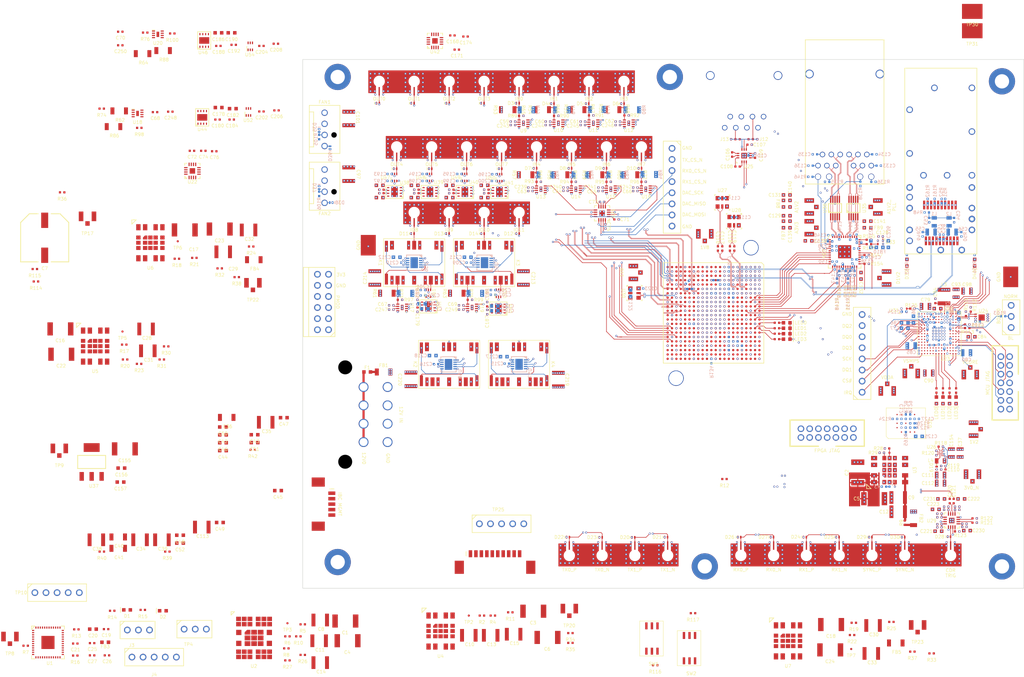
<source format=kicad_pcb>
(kicad_pcb (version 20211014) (generator pcbnew)
  (layers (0 "F.Cu" signal) (1 "In1.Cu" power) (2 "In2.Cu" signal) (3 "In3.Cu" power) (4 "In4.Cu" power) (5 "In5.Cu" power) (6 "In6.Cu" power) (7 "In7.Cu" signal) (8 "In8.Cu" power) (31 "B.Cu" signal) (34 "B.Paste" user) (35 "F.Paste" user) (36 "B.SilkS" user "B.Silkscreen") (37 "F.SilkS" user "F.Silkscreen") (38 "B.Mask" user) (39 "F.Mask" user) (44 "Edge.Cuts" user))
  (net 0 "")
  (net 1 "/12V0")
  (net 2 "/GND")
  (net 3 "/Power Supply/1V0_RAW")
  (net 4 "/Power Supply/1V2_RAW")
  (net 5 "/Power Supply/3V3_RAW")
  (net 6 "/3V3_SB")
  (net 7 "/Power Supply/RST_N")
  (net 8 "/Power Supply/A3V3_SUPER")
  (net 9 "/Power Supply/1V8_RAW")
  (net 10 "/Power Supply/GTX_1V8_RAW")
  (net 11 "/Power Supply/GTX_1V0_RAW")
  (net 12 "/FPGA Support/1V0")
  (net 13 "/1V8")
  (net 14 "/3V3")
  (net 15 "/FPGA Support/GTX_1V0")
  (net 16 "/1V2")
  (net 17 "/FPGA Support/GTX_1V8")
  (net 18 "/Transceivers/SFP_3V3")
  (net 19 "/Transceivers/SFP_VDD_RX")
  (net 20 "Net-(C55-Pad2)")
  (net 21 "/Transceivers/SFP_VDD_TX")
  (net 22 "Net-(C56-Pad2)")
  (net 23 "/Inputs/DAC0_VREF")
  (net 24 "/Inputs/DAC1_VREF")
  (net 25 "/5V0")
  (net 26 "/Management/VSMPS")
  (net 27 "/Management/VCORE")
  (net 28 "/MCU_RST_N")
  (net 29 "/Management/MCU_VDDA")
  (net 30 "/Management/VLXSMPS")
  (net 31 "Net-(C106-Pad1)")
  (net 32 "Net-(C106-Pad2)")
  (net 33 "Net-(C107-Pad1)")
  (net 34 "Net-(C108-Pad1)")
  (net 35 "Net-(C108-Pad2)")
  (net 36 "Net-(C109-Pad1)")
  (net 37 "Net-(C110-Pad1)")
  (net 38 "/3V0_N")
  (net 39 "/Transceivers/GTX_REFCLK_SPARE_P")
  (net 40 "/Transceivers/GTX_REFCLK_SPARE_N")
  (net 41 "/Transceivers/GTX_REFCLK_156M25_P")
  (net 42 "/Transceivers/GTX_REFCLK_156M25_N")
  (net 43 "/Transceivers/CDRTRIG_RX_AC_P")
  (net 44 "/Transceivers/CDRTRIG_RX_P")
  (net 45 "/Transceivers/CDRTRIG_RX_AC_N")
  (net 46 "/Transceivers/CDRTRIG_RX_N")
  (net 47 "Net-(C133-Pad2)")
  (net 48 "Net-(C134-Pad2)")
  (net 49 "Net-(C135-Pad2)")
  (net 50 "Net-(C136-Pad2)")
  (net 51 "/1000base-T PHY/A3V3")
  (net 52 "/1000base-T PHY/A1V2")
  (net 53 "/1000base-T PHY/A1V2_PLL")
  (net 54 "/Output/VCCIO_4")
  (net 55 "/Output/VCCIO_5")
  (net 56 "/Output/DAC2_VREF")
  (net 57 "/Output/VCCIO_6")
  (net 58 "/Output/VCCIO_7")
  (net 59 "/Output/VCCIO_8")
  (net 60 "/Output/VCCIO_9")
  (net 61 "/Output/VCCIO_10")
  (net 62 "/Output/VCCIO_11")
  (net 63 "Net-(D1-Pad2)")
  (net 64 "Net-(D2-Pad2)")
  (net 65 "/Connectors/IN0")
  (net 66 "/Connectors/IN1")
  (net 67 "/Connectors/IN2")
  (net 68 "/Connectors/IN3")
  (net 69 "/Connectors/IN4")
  (net 70 "/Connectors/IN5")
  (net 71 "/Connectors/IN6")
  (net 72 "/Connectors/IN7")
  (net 73 "/Connectors/IN8")
  (net 74 "/Connectors/IN9")
  (net 75 "/Connectors/IN10")
  (net 76 "/Connectors/IN11")
  (net 77 "Net-(D15-Pad2)")
  (net 78 "Net-(D16-Pad2)")
  (net 79 "Net-(D17-Pad2)")
  (net 80 "Net-(D18-Pad2)")
  (net 81 "Net-(D19-Pad1)")
  (net 82 "/Transceivers/BERT_TX1_P")
  (net 83 "/Transceivers/BERT_TX1_N")
  (net 84 "/Transceivers/BERT_TX0_P")
  (net 85 "/Transceivers/BERT_TX0_N")
  (net 86 "/Transceivers/BERT_RX1_P")
  (net 87 "/Transceivers/BERT_RX1_N")
  (net 88 "/Transceivers/BERT_RX0_P")
  (net 89 "/Transceivers/BERT_RX0_N")
  (net 90 "/Transceivers/CDRTRIG_IN")
  (net 91 "/Transceivers/FASTSYNC_TX_P")
  (net 92 "/Transceivers/FASTSYNC_TX_N")
  (net 93 "Net-(D31-Pad2)")
  (net 94 "Net-(D32-Pad2)")
  (net 95 "Net-(D33-Pad2)")
  (net 96 "Net-(D34-Pad2)")
  (net 97 "/Management/FAN1_TACH")
  (net 98 "/Management/FAN1_PWM")
  (net 99 "/Management/FAN2_TACH")
  (net 100 "/Management/FAN2_PWM")
  (net 101 "Net-(F1-Pad1)")
  (net 102 "/Power Supply/SUPER_I2C_SDA")
  (net 103 "/Power Supply/SUPER_I2C_SCL")
  (net 104 "/Power Supply/12V0_EN")
  (net 105 "/Power Supply/SUPER_UART_RX")
  (net 106 "/Power Supply/SUPER_UART_TX")
  (net 107 "/Power Supply/SUPER_SWCLK")
  (net 108 "/Power Supply/SUPER_SWDIO")
  (net 110 "/FPGA Support/FPGA_JTAG_TMS")
  (net 111 "/FPGA Support/FPGA_JTAG_TCK")
  (net 112 "/FPGA Support/FPGA_JTAG_TDO")
  (net 113 "/FPGA Support/FPGA_JTAG_TDI")
  (net 117 "/Management/SFP_TX_FAULT")
  (net 118 "/Management/SFP_TX_DISABLE")
  (net 119 "/Transceivers/SFP_I2C_SDA")
  (net 120 "/Transceivers/SFP_RS0")
  (net 121 "/Management/SFP_MOD_ABS")
  (net 122 "/Transceivers/SFP_I2C_SCL")
  (net 123 "/Management/SFP_RX_LOS")
  (net 124 "/Transceivers/SFP_RS1")
  (net 125 "/Transceivers/SFP_TX_P")
  (net 126 "/Transceivers/SFP_TX_N")
  (net 127 "/Transceivers/SFP_RX_P")
  (net 128 "/Transceivers/SFP_RX_N")
  (net 129 "Net-(J9-Pad2)")
  (net 131 "/Management/MCU_JTAG_TMS")
  (net 132 "/Management/MCU_JTAG_TCK")
  (net 133 "/Management/MCU_JTAG_TDO")
  (net 134 "/Management/MCU_JTAG_TDI")
  (net 138 "/Management/RS232_TX")
  (net 139 "/Management/RS232_TX_RJ45")
  (net 140 "/Management/RS232_RX")
  (net 141 "/Management/RS232_RX_RJ45")
  (net 146 "/Management/PMOD_DQ0")
  (net 147 "/Management/PMOD_DQ1")
  (net 148 "/Management/PMOD_DQ2")
  (net 149 "/Management/PMOD_DQ3")
  (net 150 "/Management/PMOD_DQ4")
  (net 151 "/Management/PMOD_DQ5")
  (net 152 "/Management/PMOD_DQ6")
  (net 153 "/Management/PMOD_DQ7")
  (net 154 "/1000base-T PHY/ETH_C_N")
  (net 155 "/1000base-T PHY/ETH_C_P")
  (net 156 "/1000base-T PHY/ETH_B_N")
  (net 157 "/1000base-T PHY/ETH_B_P")
  (net 158 "/1000base-T PHY/ETH_D_N")
  (net 159 "/1000base-T PHY/ETH_D_P")
  (net 160 "/1000base-T PHY/ETH_A_N")
  (net 161 "/1000base-T PHY/ETH_A_P")
  (net 162 "/1000base-T PHY/ETH_LED1_N")
  (net 163 "Net-(J27-Pad14)")
  (net 164 "/1000base-T PHY/ETH_LED2_N")
  (net 165 "Net-(J27-Pad16)")
  (net 166 "Net-(R1-Pad1)")
  (net 167 "Net-(R1-Pad2)")
  (net 168 "Net-(R2-Pad1)")
  (net 169 "Net-(R2-Pad2)")
  (net 170 "Net-(R5-Pad1)")
  (net 171 "Net-(R5-Pad2)")
  (net 172 "/SUPER_SPI_CS_N")
  (net 173 "Net-(FB2-Pad1)")
  (net 174 "/Power Supply/1V0_SENSE")
  (net 175 "/Power Supply/1V2_SENSE")
  (net 176 "/Power Supply/BOOT0")
  (net 177 "/Power Supply/SUPER_LED0")
  (net 178 "/Power Supply/SUPER_LED1")
  (net 179 "Net-(R17-Pad1)")
  (net 180 "Net-(R17-Pad2)")
  (net 181 "Net-(R18-Pad1)")
  (net 182 "Net-(R18-Pad2)")
  (net 183 "Net-(R19-Pad1)")
  (net 184 "Net-(R19-Pad2)")
  (net 185 "Net-(FB4-Pad1)")
  (net 186 "Net-(FB5-Pad1)")
  (net 187 "/Power Supply/1V0_PGOOD")
  (net 188 "/Power Supply/1V0_EN")
  (net 189 "/Power Supply/1V2_PGOOD")
  (net 190 "/Power Supply/1V2_EN")
  (net 191 "/Power Supply/1V8_PGOOD")
  (net 192 "/Power Supply/1V8_EN")
  (net 193 "/Power Supply/GTX_1V8_PGOOD")
  (net 194 "/Power Supply/GTX_1V0_EN")
  (net 195 "/Power Supply/3V3_PGOOD")
  (net 196 "/Power Supply/3V3_EN")
  (net 197 "/Power Supply/GTX_1V0_PGOOD")
  (net 198 "/Power Supply/GTX_1V8_EN")
  (net 199 "/FPGA_DONE")
  (net 200 "/FPGA Support/FPGA_RST_N")
  (net 201 "/FPGA Support/FPGA_INIT")
  (net 202 "/FPGA Support/FPGA_TDO")
  (net 203 "/FLASH_SCK")
  (net 204 "Net-(R43-Pad2)")
  (net 205 "Net-(R44-Pad2)")
  (net 206 "Net-(R45-Pad2)")
  (net 207 "Net-(R46-Pad2)")
  (net 208 "Net-(R47-Pad1)")
  (net 209 "Net-(R47-Pad2)")
  (net 210 "/Inputs/VFE_IN0")
  (net 211 "/Inputs/VFE_IN1")
  (net 212 "/Inputs/VFE_IN2")
  (net 213 "/Inputs/VFE_IN3")
  (net 214 "/Inputs/VFE_IN4")
  (net 215 "/Inputs/VFE_IN5")
  (net 216 "/Inputs/VFE_IN6")
  (net 217 "/Inputs/VFE_IN7")
  (net 218 "/Inputs/VFE_IN8")
  (net 219 "/Inputs/VFE_IN9")
  (net 220 "/Inputs/VFE_IN10")
  (net 221 "/Inputs/VFE_IN11")
  (net 222 "Net-(R101-Pad2)")
  (net 223 "Net-(R102-Pad2)")
  (net 224 "/Management/MCU_BOOT0")
  (net 225 "/Management/MCU_JTAG_TRST")
  (net 226 "/Management/MCU_LED0")
  (net 227 "/Management/MCU_LED1")
  (net 228 "/Management/MCU_LED2")
  (net 229 "/Management/MCU_LED3")
  (net 230 "/Management/I2C_SCL")
  (net 231 "/Management/I2C_SDA")
  (net 232 "Net-(R113-Pad2)")
  (net 233 "/Power Supply/12V0_VMON")
  (net 234 "Net-(R118-Pad1)")
  (net 235 "/Power Supply/3V0_N_EN")
  (net 236 "Net-(R121-Pad2)")
  (net 237 "Net-(R122-Pad2)")
  (net 238 "Net-(R123-Pad1)")
  (net 239 "Net-(R124-Pad2)")
  (net 240 "/Management/MCU_CLK_25MHZ")
  (net 241 "Net-(R125-Pad2)")
  (net 242 "Net-(R126-Pad1)")
  (net 243 "/Management/FLASH_DQ0")
  (net 244 "Net-(R127-Pad1)")
  (net 245 "/Management/FLASH_DQ1")
  (net 246 "Net-(R128-Pad1)")
  (net 247 "/Management/FLASH_DQ2")
  (net 248 "Net-(R129-Pad1)")
  (net 249 "/Management/FLASH_DQ3")
  (net 250 "/Management/FLASH_CS_N")
  (net 251 "/1000base-T PHY/ETH_CLK_25MHZ")
  (net 252 "Net-(R137-Pad2)")
  (net 253 "/1000base-T PHY/ETH_RXD3")
  (net 254 "Net-(R139-Pad2)")
  (net 255 "/1000base-T PHY/ETH_RXD2")
  (net 256 "Net-(R140-Pad2)")
  (net 257 "/1000base-T PHY/ETH_RXD1")
  (net 258 "Net-(R141-Pad2)")
  (net 259 "/1000base-T PHY/ETH_RXD0")
  (net 260 "Net-(R142-Pad2)")
  (net 261 "/1000base-T PHY/ETH_RX_DV")
  (net 262 "Net-(R143-Pad2)")
  (net 263 "/1000base-T PHY/ETH_RX_CLK")
  (net 264 "Net-(R144-Pad2)")
  (net 265 "Net-(R145-Pad2)")
  (net 266 "Net-(R147-Pad2)")
  (net 268 "/1000base-T PHY/ETH_MDIO")
  (net 270 "/SUPER_SPI_MISO")
  (net 271 "/SUPER_SPI_MOSI")
  (net 272 "/SUPER_SPI_SCK")
  (net 274 "/MCU_READY")
  (net 277 "/Output/OUT10_3V3")
  (net 278 "/Output/OUT11_3V3")
  (net 279 "/Connectors/OE11B")
  (net 284 "/Inputs/TRIGIN_3_P")
  (net 285 "/Inputs/TRIGIN_3_N")
  (net 286 "/Inputs/TRIGIN_1_P")
  (net 287 "/Inputs/TRIGIN_1_N")
  (net 288 "/Inputs/TRIGIN_0_P")
  (net 289 "/Inputs/TRIGIN_5_N")
  (net 290 "/Inputs/TRIGIN_5_P")
  (net 291 "/Inputs/TRIGIN_2_N")
  (net 292 "/Inputs/TRIGIN_2_P")
  (net 293 "/Inputs/TRIGIN_0_N")
  (net 294 "/Inputs/TRIGIN_8_P")
  (net 296 "/Inputs/TRIGIN_8_N")
  (net 297 "/Inputs/TRIGIN_4_P")
  (net 298 "/Inputs/TRIGIN_4_N")
  (net 299 "/Inputs/TRIGIN_7_P")
  (net 300 "/Inputs/TRIGIN_6_P")
  (net 301 "/Inputs/TRIGIN_6_N")
  (net 302 "/Inputs/TRIGIN_7_N")
  (net 303 "/Inputs/TRIGIN_9_P")
  (net 304 "/Inputs/TRIGIN_10_P")
  (net 305 "/Inputs/TRIGIN_9_N")
  (net 306 "/Inputs/TRIGIN_10_N")
  (net 338 "/Management/MCU_QSPI_DQ3")
  (net 339 "/Output/OUT7_3V3")
  (net 340 "/Connectors/OE9A")
  (net 341 "/Connectors/OE10B")
  (net 350 "/Management/FRONTPANEL_MOSI")
  (net 351 "/Management/FRONTPANEL_CS_N")
  (net 353 "/Management/FRONTPANEL_SCK")
  (net 354 "/Management/FRONTPANEL_MISO")
  (net 356 "/1000base-T PHY/RGMII_TXD3")
  (net 357 "/Output/OUT6_3V3")
  (net 358 "/Connectors/OE8A")
  (net 359 "/Connectors/OE8B")
  (net 360 "/Connectors/OE9B")
  (net 367 "/Inputs/CLK_200_P")
  (net 368 "/Inputs/CLK_200_N")
  (net 386 "/Management/MCU_QSPI_SCK")
  (net 388 "/Management/MCU_IRQ")
  (net 394 "/Inputs/TRIGIN_11_P")
  (net 395 "/Inputs/TRIGIN_11_N")
  (net 408 "/Connectors/OUT1")
  (net 410 "/Connectors/OUT0")
  (net 421 "/Management/MCU_QSPI_DQ2")
  (net 422 "/Management/MCU_QSPI_DQ1")
  (net 423 "/Management/MCU_QSPI_DQ0")
  (net 437 "/Connectors/OE11A")
  (net 438 "/Connectors/OE10A")
  (net 442 "/1000base-T PHY/ETH_MDC")
  (net 443 "/1000base-T PHY/RGMII_TX_CLK")
  (net 458 "/Connectors/OUT3")
  (net 459 "/Connectors/OUT2")
  (net 464 "/Management/MCU_QSPI_CS_N")
  (net 474 "/Output/OUT9_3V3")
  (net 475 "/Output/OUT5_3V3")
  (net 476 "/Output/OUT4_3V3")
  (net 477 "/Output/OUT8_3V3")
  (net 478 "/1000base-T PHY/RGMII_TX_EN")
  (net 479 "/1000base-T PHY/RGMII_TXD2")
  (net 480 "/1000base-T PHY/RGMII_TXD1")
  (net 482 "/1000base-T PHY/ETH_RST_N")
  (net 489 "/1000base-T PHY/RGMII_TXD0")
  (net 491 "/Inputs/VREF_IN0")
  (net 492 "/Inputs/VREF_IN1")
  (net 493 "/Inputs/VREF_IN2")
  (net 494 "/Inputs/VREF_IN3")
  (net 495 "/Inputs/VREF_IN4")
  (net 496 "/Inputs/VREF_IN5")
  (net 497 "/Inputs/VREF_IN6")
  (net 498 "/Inputs/VREF_IN7")
  (net 499 "/Inputs/VREF_IN8")
  (net 500 "/Inputs/VREF_IN9")
  (net 501 "/Inputs/VREF_IN10")
  (net 502 "/Inputs/VREF_IN11")
  (net 503 "/DAC_SCK")
  (net 504 "/DAC_MOSI")
  (net 505 "/DAC_MISO")
  (net 509 "/VREF_SERDESIN")
  (net 515 "/TX_DAC_CS_N")
  (net 521 "/Management/MCU_UART_TX")
  (net 533 "/Management/MCU_UART_RX")
  (net 607 "/Output/VREF_OUT4")
  (net 608 "/Output/VREF_OUT5")
  (net 609 "/Output/VREF_OUT6")
  (net 610 "/Output/VREF_OUT7")
  (net 611 "/Output/VREF_OUT8")
  (net 612 "/Output/VREF_OUT9")
  (net 613 "/Output/VREF_OUT10")
  (net 614 "/Output/VREF_OUT11")
  (net 615 "/Connectors/CH10_COIL_N")
  (net 616 "/Connectors/CH10_COIL_P")
  (net 617 "/Connectors/CH8_COIL_N")
  (net 618 "/Connectors/CH8_COIL_P")
  (net 619 "/Connectors/CH11_COIL_N")
  (net 620 "/Connectors/CH11_COIL_P")
  (net 621 "/Connectors/CH9_COIL_N")
  (net 622 "/Connectors/CH9_COIL_P")
  (net 623 "/Connectors/IO8")
  (net 624 "/Connectors/IO10")
  (net 625 "/Connectors/IO9")
  (net 626 "/Connectors/IO11")
  (net 627 "/Connectors/OUT4")
  (net 628 "/Connectors/OUT5")
  (net 629 "/Connectors/OUT6")
  (net 630 "/Connectors/OUT7")
  (net 631 "/Connectors/OUT8")
  (net 632 "/Connectors/OUT9")
  (net 633 "/Connectors/OUT10")
  (net 634 "/Connectors/OUT11")
  (net 635 "Net-(F1-Pad2)")
  (net 636 "/SOFT_RESET")
  (net 637 "/SOFT_POWER")
  (net 638 "/1000base-T PHY/D1V2")
  (net 639 "/Transceivers/GTC1_P")
  (net 640 "/Transceivers/GTC1_N")
  (net 641 "/Transceivers/GTC2_P")
  (net 642 "/Transceivers/GTC2_N")
  (net 643 "/Management/RX_DAC0_CS_N")
  (net 644 "/Management/RX_DAC1_CS_N")
  (net 651 "Net-(D39-Pad2)")
  (net 652 "Net-(D40-Pad2)")
  (net 653 "Net-(R130-Pad2)")
  (net 654 "Net-(R131-Pad2)")
  (net 655 "Net-(R132-Pad2)")
  (net 656 "Net-(R133-Pad2)")
  (net 657 "Net-(R134-Pad2)")
  (net 658 "Net-(R155-Pad2)")
  (net 659 "Net-(R156-Pad2)")
  (net 680 "/FPGA Support/FPGA_LED0")
  (net 681 "/FPGA Support/FPGA_LED1")
  (net 682 "/FPGA Support/FPGA_LED2")
  (net 683 "/FPGA Support/FPGA_LED3")
  (net 684 "/FPGA Support/SFP_LED1")
  (net 685 "/FPGA Support/SFP_LED2")
  (footprint "azonenberg_pcb:CONN_U.FL_TE_1909763-1" (layer "F.Cu") (at 231 58.5 90)
    (fp_text reference "TP16" hide)
    (fp_text value "U.FL" hide)
  )
  (footprint "azonenberg_pcb:CONN_HEADER_2.54MM_1x5" (layer "F.Cu") (at 58.79 142)
    (fp_text reference "TP10")
    (fp_text value "CONN_01X05" hide)
  )
  (footprint "azonenberg_pcb:EIA_0402_CAP_NOSILK" (layer "F.Cu") (at 217.25 39.5)
    (fp_text reference "C107")
    (fp_text value "0.1 uF" hide)
  )
  (footprint "azonenberg_pcb:EIA_0402_RES_NOSILK" (layer "F.Cu") (at 74.15 85.25)
    (fp_text reference "R17")
    (fp_text value "4.7k" hide)
  )
  (footprint "azonenberg_pcb:EIA_0402_CAP_NOSILK" (layer "F.Cu") (at 152.25 14.75)
    (fp_text reference "C174")
    (fp_text value "0.47 uF" hide)
  )
  (footprint "azonenberg_pcb:EIA_1206_CAP_NOSILK" (layer "F.Cu") (at 134.25 73.5 180)
    (fp_text reference "R61")
    (fp_text value "150" hide)
  )
  (footprint "azonenberg_pcb:CONN_RJ45_BELSTEWART_SS-7188S-A-PG4-1-BA-xx" (layer "F.Cu") (at 221.715 26.7225 180)
    (fp_text reference "J14" hide)
    (fp_text value "RJ45" hide)
  )
  (footprint "azonenberg_pcb:EIA_0402_RES_NOSILK" (layer "F.Cu") (at 158.5 147.25)
    (fp_text reference "R4")
    (fp_text value "22" hide)
  )
  (footprint "azonenberg_pcb:EIA_0402_CAP_NOSILK" (layer "F.Cu") (at 62.95 153.65)
    (fp_text reference "C21")
    (fp_text value "0.1 uF" hide)
  )
  (footprint "azonenberg_pcb:EIA_0402_RES_NOSILK" (layer "F.Cu") (at 252.75 126 90)
    (fp_text reference "R9")
    (fp_text value "0" hide)
  )
  (footprint "azonenberg_pcb:SOD882" (layer "F.Cu") (at 136.1625 45)
    (fp_text reference "D45" hide)
    (fp_text value "SZESD7471N2T5G" hide)
  )
  (footprint "azonenberg_pcb:MODULE_MURATA_MYMGK00504ERSR" (layer "F.Cu") (at 67.4875 85.5875)
    (fp_text reference "U5")
    (fp_text value "MYMGK00504ERSR" hide)
  )
  (footprint "azonenberg_pcb:EIA_0402_CAP_NOSILK" (layer "F.Cu") (at 141 49.8 180)
    (fp_text reference "C165" hide)
    (fp_text value "0.47 uF" hide)
  )
  (footprint "azonenberg_pcb:QFN_16_0.5MM_3x3MM" (layer "F.Cu") (at 183.5 55.2 90)
    (fp_text reference "U21")
    (fp_text value "DAC60508" hide)
  )
  (footprint "azonenberg_pcb:EIA_0402_CAP_NOSILK" (layer "F.Cu") (at 73.25 16.75)
    (fp_text reference "C250")
    (fp_text value "0.47 uF" hide)
  )
  (footprint "azonenberg_pcb:EIA_1210_CAP_NOSILK" (layer "F.Cu") (at 82.775 129.89514)
    (fp_text reference "C39")
    (fp_text value "47 uF" hide)
  )
  (footprint "azonenberg_pcb:EIA_1812_CAP_NOSILK" (layer "F.Cu") (at 59.55 81.65)
    (fp_text reference "C16")
    (fp_text value "22 uF 25V" hide)
  )
  (footprint "azonenberg_pcb:DFN_6_0.5MM_1.6x1.6MM_TI_DPK" (layer "F.Cu") (at 136 47)
    (fp_text reference "U47")
    (fp_text value "74LVC1T45" hide)
  )
  (footprint "azonenberg_pcb:SOD882" (layer "F.Cu") (at 229.9125 129.3)
    (fp_text reference "D24")
    (fp_text value "SZESD7471N2T5G" hide)
  )
  (footprint "azonenberg_pcb:EIA_0402_RES_NOSILK" (layer "F.Cu") (at 259.975 110.05 -90)
    (fp_text reference "R120")
    (fp_text value "1K" hide)
  )
  (footprint "azonenberg_pcb:EIA_0603_CAP_NOSILK" (layer "F.Cu") (at 109.345 118.65007)
    (fp_text reference "C45")
    (fp_text value "4.7 uF" hide)
  )
  (footprint "azonenberg_pcb:OSCILLATOR_LVDS_3.2x2.5" (layer "F.Cu") (at 213.7 57 180)
    (fp_text reference "U28")
    (fp_text value "SIT9121AI-2BF-XXS156.250000G" hide)
  )
  (footprint "azonenberg_pcb:CONN_SMPM_AMPHENOL_C925-197J-51PT" (layer "F.Cu") (at 245.25 133.5 180)
    (fp_text reference "J25" hide)
    (fp_text value "SMPM" hide)
  )
  (footprint "azonenberg_pcb:CONN_SMPM_AMPHENOL_C925-197J-51PT" (layer "F.Cu") (at 172.5 25)
    (fp_text reference "J32" hide)
    (fp_text value "SMPM" hide)
  )
  (footprint "azonenberg_pcb:DFN_8_0.5MM_2x2MM" (layer "F.Cu") (at 193.5 49.7 180)
    (fp_text reference "U16")
    (fp_text value "MAX40026" hide)
  )
  (footprint "azonenberg_pcb:CONN_SMPM_AMPHENOL_C925-197J-51PT" (layer "F.Cu") (at 237.75 133.5 180)
    (fp_text reference "J21" hide)
    (fp_text value "SMPM" hide)
  )
  (footprint "azonenberg_pcb:DFN_8_0.65MM_3x3MM" (layer "F.Cu") (at 144.1 50.3 90)
    (fp_text reference "U39")
    (fp_text value "ISL24021IRT065Z-T7A‎" hide)
  )
  (footprint "azonenberg_pcb:CONN_SMPM_AMPHENOL_C925-197J-51PT" (layer "F.Cu") (at 140.5 25)
    (fp_text reference "J42" hide)
    (fp_text value "SMPM" hide)
  )
  (footprint "azonenberg_pcb:EIA_0402_CAP_NOSILK" (layer "F.Cu") (at 213.25 41.75 90)
    (fp_text reference "C106")
    (fp_text value "0.1 uF" hide)
  )
  (footprint "azonenberg_pcb:EIA_0402_RES_NOSILK" (layer "F.Cu") (at 211.5 116)
    (fp_text reference "R12")
    (fp_text value "0" hide)
  )
  (footprint "azonenberg_pcb:DFN_8_0.5MM_2x2MM" (layer "F.Cu") (at 169.5 49.7 180)
    (fp_text reference "U13")
    (fp_text value "MAX40026" hide)
  )
  (footprint "azonenberg_pcb:DFN_6_0.5MM_1.6x1.6MM_TI_DPK" (layer "F.Cu") (at 160.05 47.05)
    (fp_text reference "U50")
    (fp_text value "74LVC1T45" hide)
  )
  (footprint "azonenberg_pcb:EIA_0805_CAP_NOSILK" (layer "F.Cu") (at 260.95 116.95)
    (fp_text reference "C112")
    (fp_text value "22 uF" hide)
  )
  (footprint "azonenberg_pcb:EIA_1206_CAP_NOSILK" (layer "F.Cu") (at 72.775 129.24514)
    (fp_text reference "C40")
    (fp_text value "100 uF" hide)
  )
  (footprint "azonenberg_pcb:EIA_0603_LED" (layer "F.Cu") (at 225.75 80.25 180)
    (fp_text reference "D31" hide)
    (fp_text value "GREEN" hide)
  )
  (footprint "azonenberg_pcb:EIA_0603_CAP_NOSILK" (layer "F.Cu") (at 267 127.8)
    (fp_text reference "C230")
    (fp_text value "4.7 uF" hide)
  )
  (footprint "azonenberg_pcb:BGA_8_1.65x0.865_0.4MM_TI_YFX" (layer "F.Cu") (at 261 110.05)
    (fp_text reference "U26")
    (fp_text value "LMR70503" hide)
  )
  (footprint "azonenberg_pcb:EIA_0402_CAP_NOSILK" (layer "F.Cu") (at 99.2 16.65)
    (fp_text reference "C192")
    (fp_text value "0.47 uF" hide)
  )
  (footprint "azonenberg_pcb:EIA_0402_RES_NOSILK" (layer "F.Cu") (at 237.75 68.9 90)
    (fp_text reference "R140")
    (fp_text value "33" hide)
  )
  (footprint "azonenberg_pcb:EIA_0402_RES_NOSILK" (layer "F.Cu") (at 152.75 73.5 -90)
    (fp_text reference "R75")
    (fp_text value "36.5" hide)
  )
  (footprint "azonenberg_pcb:EIA_0402_RES_NOSILK" (layer "F.Cu") (at 185 48)
    (fp_text reference "R95")
    (fp_text value "49.9" hide)
  )
  (footprint "azonenberg_pcb:EIA_1812_CAP_NOSILK" (layer "F.Cu") (at 235.7 155.1)
    (fp_text reference "C24")
    (fp_text value "22 uF 25V" hide)
  )
  (footprint "azonenberg_pcb:EIA_0805_CAP_NOSILK" (layer "F.Cu") (at 267 73)
    (fp_text reference "C98")
    (fp_text value "10 uF" hide)
  )
  (footprint "azonenberg_pcb:EIA_0402_RES_NOSILK" (layer "F.Cu") (at 83.75 85.65)
    (fp_text reference "R30")
    (fp_text value "10K" hide)
  )
  (footprint "azonenberg_pcb:MECHANICAL_CLEARANCEHOLE_4_40" (layer "F.Cu") (at 199 24)
    (fp_text reference "MH3" hide)
    (fp_text value "SCREWHOLE" hide)
  )
  (footprint "azonenberg_pcb:CONN_U.FL_TE_1909763-1" (layer "F.Cu") (at 207 60)
    (fp_text reference "TP21" hide)
    (fp_text value "U.FL" hide)
  )
  (footprint "azonenberg_pcb:EIA_0402_CAP_NOSILK" (layer "F.Cu") (at 260.7 124.75 180)
    (fp_text reference "C229" hide)
    (fp_text value "100 pF" hide)
  )
  (footprint "azonenberg_pcb:RELAY_TE_HF3_2COIL_50OHM" (layer "F.Cu") (at 164.5 89.75 180)
    (fp_text reference "K4")
    (fp_text value "RELAY_TE_HF3_96" hide)
  )
  (footprint "azonenberg_pcb:CONN_SMPM_AMPHENOL_C925-197J-51PT" (layer "F.Cu") (at 252.75 133.5 180)
    (fp_text reference "J26" hide)
    (fp_text value "SMPM" hide)
  )
  (footprint "azonenberg_pcb:TESTPOINT_SMT_0.5MM" (layer "F.Cu") (at 73.75 82.25)
    (fp_text reference "TP5")
    (fp_text value "TESTPOINT" hide)
  )
  (footprint "azonenberg_pcb:EIA_0402_CAP_NOSILK" (layer "F.Cu") (at 66.8 156.35)
    (fp_text reference "C27")
    (fp_text value "0.47 uF" hide)
  )
  (footprint "azonenberg_pcb:BGA_484_22x22_FULLARRAY_1MM" (layer "F.Cu") (at 209 78 -90)
    (fp_text reference "U8" hide)
    (fp_text value "XC7K70T-2FBG484C" hide)
  )
  (footprint "azonenberg_pcb:MODULE_MURATA_MYMGK00504ERSR" (layer "F.Cu") (at 249.2875 113.9625 90)
    (fp_text reference "U3")
    (fp_text value "MYMGK00504ERSR" hide)
  )
  (footprint "azonenberg_pcb:SOD882" (layer "F.Cu") (at 156.2 59.85)
    (fp_text reference "D14")
    (fp_text value "SZESD7471N2T5G" hide)
  )
  (footprint "azonenberg_pcb:SOD882" (layer "F.Cu") (at 164.2 30)
    (fp_text reference "D3")
    (fp_text value "SZESD7471N2T5G" hide)
  )
  (footprint "azonenberg_pcb:EIA_0402_CAP_NOSILK" (layer "F.Cu") (at 264.75 122.35)
    (fp_text reference "C225" hide)
    (fp_text value "330 pF" hide)
  )
  (footprint "azonenberg_pcb:SOD882" (layer "F.Cu") (at 140.15 59.85)
    (fp_text reference "D11")
    (fp_text value "SZESD7471N2T5G" hide)
  )
  (footprint "azonenberg_pcb:EIA_0402_RES_NOSILK" (layer "F.Cu") (at 173 32.9)
    (fp_text reference "R90")
    (fp_text value "49.9" hide)
  )
  (footprint "azonenberg_pcb:EIA_0402_CAP_NOSILK" (layer "F.Cu") (at 94.75 41)
    (fp_text reference "C76")
    (fp_text value "0.47 uF" hide)
  )
  (footprint "azonenberg_pcb:CONN_MOLEX_PICOBLADE_5POS_0532610571" (layer "F.Cu") (at 121.65 121.75 90)
    (fp_text reference "J2" hide)
    (fp_text value "CONN_IBC_MGMT" hide)
  )
  (footprint "azonenberg_pcb:EIA_0402_CAP_NOSILK" (layer "F.Cu") (at 213.75 63.25 -90)
    (fp_text reference "C119")
    (fp_text value "0.1 uF" hide)
  )
  (footprint "azonenberg_pcb:EIA_0402_RES_NOSILK" (layer "F.Cu") (at 74.35 88.65)
    (fp_text reference "R20")
    (fp_text value "300" hide)
  )
  (footprint "azonenberg_pcb:EIA_0402_CAP_NOSILK" (layer "F.Cu") (at 108.85 16.4)
    (fp_text reference "C208")
    (fp_text value "0.47 uF" hide)
  )
  (footprint "azonenberg_pcb:CONN_U.FL_TE_1909763-1" (layer "F.Cu") (at 267.75 92 180)
    (fp_text reference "TP11" hide)
    (fp_text value "U.FL" hide)
  )
  (footprint "azonenberg_pcb:CONN_U.FL_TE_1909763-1" (layer "F.Cu") (at 59.3 109.1)
    (fp_text reference "TP9")
    (fp_text value "U.FL" hide)
  )
  (footprint "azonenberg_pcb:MECHANICAL_CLEARANCEHOLE_4_40" (layer "F.Cu") (at 275 136)
    (fp_text reference "MH5" hide)
    (fp_text value "SCREWHOLE" hide)
  )
  (footprint "azonenberg_pcb:CONN_SMPM_AMPHENOL_C925-197J-51PT" (layer "F.Cu") (at 140.5 55)
    (fp_text reference "J30" hide)
    (fp_text value "SMPM" hide)
  )
  (footprint "azonenberg_pcb:EIA_0603_CAP_NOSILK" (layer "F.Cu") (at 261.1 120.55)
    (fp_text reference "C231")
    (fp_text value "4.7 uF" hide)
  )
  (footprint "azonenberg_pcb:DFN_8_0.5MM_2x2MM" (layer "F.Cu") (at 137.75 76.75 180)
    (fp_text reference "U17")
    (fp_text value "MAX40026" hide)
  )
  (footprint "azonenberg_pcb:EIA_0402_CAP_NOSILK" (layer "F.Cu") (at 266.4 126.25)
    (fp_text reference "C234" hide)
    (fp_text value "100 pF" hide)
  )
  (footprint "azonenberg_pcb:CONN_SMPM_AMPHENOL_C925-197J-51PT" (layer "F.Cu") (at 148.5 55)
    (fp_text reference "J34" hide)
    (fp_text value "SMPM" hide)
  )
  (footprint "azonenberg_pcb:EIA_0402_RES_NOSILK" (layer "F.Cu") (at 192.5 46.4 -90)
    (fp_text reference "R72")
    (fp_text value "36.5" hide)
  )
  (footprint "azonenberg_pcb:EIA_0603_CAP_NOSILK" (layer "F.Cu") (at 99 31.25)
    (fp_text reference "C182")
    (fp_text value "4.7 uF" hide)
  )
  (footprint "azonenberg_pcb:SOD882" (layer "F.Cu") (at 214.9 129.3)
    (fp_text reference "D26")
    (fp_text value "SZESD7471N2T5G" hide)
  )
  (footprint "azonenberg_pcb:EIA_0402_CAP_NOSILK" (layer "F.Cu") (at 141.25 75.5 90)
    (fp_text reference "C183")
    (fp_text value "0.47 uF" hide)
  )
  (footprint "azonenberg_pcb:EIA_0402_CAP_NOSILK" (layer "F.Cu") (at 70 150.35)
    (fp_text reference "C19")
    (fp_text value "0.47 uF" hide)
  )
  (footprint "azonenberg_pcb:EIA_0402_RES_NOSILK" (layer "F.Cu") (at 261.5 95.75 -90)
    (fp_text reference "R108" hide)
    (fp_text value "470" hide)
  )
  (footprint "azonenberg_pcb:CONN_SMPM_AMPHENOL_C925-197J-51PT" (layer "F.Cu") (at 176.5 40)
    (fp_text reference "J33" hide)
    (fp_text value "SMPM" hide)
  )
  (footprint "azonenberg_pcb:CONN_U.FL_TE_1909763-1" (layer "F.Cu") (at 248.75 95.75 180)
    (fp_text reference "TP13" hide)
    (fp_text value "U.FL" hide)
  )
  (footprint "azonenberg_pcb:EIA_0402_CAP_NOSILK" (layer "F.Cu") (at 95.5 33.75)
    (fp_text reference "C180")
    (fp_text value "0.47 uF" hide)
  )
  (footprint "azonenberg_pcb:EIA_0402_RES_NOSILK" (layer "F.Cu") (at 115 149.25)
    (fp_text reference "R5")
    (fp_text value "16K" hide)
  )
  (footprint "azonenberg_pcb:DFN_8_0.5MM_2x2MM" (layer "F.Cu") (at 165.5 34.6 180)
    (fp_text reference "U9")
    (fp_text value "MAX40026" hide)
  )
  (footprint "azonenberg_pcb:EIA_1812_CAP_NOSILK" (layer "F.Cu") (at 171 152.25)
    (fp_text reference "C6")
    (fp_text value "22 uF 25V" hide)
  )
  (footprint "azonenberg_pcb:DFN_6_0.5MM_1.6x1.6MM_TI_DPK" (layer "F.Cu") (at 144 47)
    (fp_text reference "U48")
    (fp_text value "74LVC1T45" hide)
  )
  (footprint "azonenberg_pcb:EIA_0402_RES_NOSILK" (layer "F.Cu") (at 86.2 65.6)
    (fp_text reference "R18")
    (fp_text value "4.7k" hide)
  )
  (footprint "azonenberg_pcb:EIA_1210_CAP_NOSILK" (layer "F.Cu") (at 79.15 81.65)
    (fp_text reference "C28")
    (fp_text value "220 uF" hide)
  )
  (footprint "azonenberg_pcb:EIA_1206_CAP_NOSILK" (layer "F.Cu") (at 72.775 131.84514)
    (fp_text reference "C41")
    (fp_text value "100 uF" hide)
  )
  (footprint "azonenberg_pcb:RELAY_TE_HF3_2COIL_50OHM" (layer "F.Cu") (at 148.5 89.75 180)
    (fp_text reference "K2")
    (fp_text value "RELAY_TE_HF3_96" hide)
  )
  (footprint "azonenberg_pcb:DFN_8_0.65MM_3x3MM" (layer "F.Cu") (at 92 33.25)
    (fp_text reference "U44")
    (fp_text value "ISL24021IRT065Z-T7A‎" hide)
  )
  (footprint "azonenberg_pcb:CONN_SMPM_AMPHENOL_C925-197J-51PT" (layer "F.Cu") (at 152.5 40)
    (fp_text reference "J45" hide)
    (fp_text value "SMPM" hide)
  )
  (footprint "azonenberg_pcb:EIA_0402_RES_NOSILK" (layer "F.Cu") (at 63.2 150.4)
    (fp_text reference "R13")
    (fp_text value "10K" hide)
  )
  (footprint "azonenberg_pcb:EIA_1206_CAP_NOSILK" (layer "F.Cu") (at 169.8 31.5 180)
    (fp_text reference "R54")
    (fp_text value "150" hide)
  )
  (footprint "azonenberg_pcb:EIA_0603_CAP_NOSILK" (layer "F.Cu") (at 98.7 13.9)
    (fp_text reference "C190")
    (fp_text value "4.7 uF" hide)
  )
  (footprint "azonenberg_pcb:EIA_1206_CAP_NOSILK" (layer "F.Cu") (at 185.9 31.5 180)
    (fp_text reference "R56")
    (fp_text value "150" hide)
  )
  (footprint "azonenberg_pcb:EIA_0402_CAP_NOSILK" (layer "F.Cu") (at 264.75 123.05)
    (fp_text reference "C228" hide)
    (fp_text value "100 pF" hide)
  )
  (footprint "azonenberg_pcb:EIA_0603_CAP_NOSILK" (layer "F.Cu") (at 103.97 105.865)
    (fp_text reference "C43")
    (fp_text value "4.7 uF" hide)
  )
  (footprint "azonenberg_pcb:CONN_SMPM_AMPHENOL_C925-197J-51PT" (layer "F.Cu") (at 132.5 25)
    (fp_text reference "J40" hide)
    (fp_text value "SMPM" hide)
  )
  (footprint "azonenberg_pcb:SOD882" (layer "F.Cu") (at 244.9125 129.3)
    (fp_text reference "D29")
    (fp_text value "SZESD7471N2T5G" hide)
  )
  (footprint "azonenberg_pcb:DFN_6_0.5MM_1.6x1.6MM_TI_DPK" (layer "F.Cu") (at 143.75 73.5)
    (fp_text reference "U51")
    (fp_text value "74LVC1T45" hide)
  )
  (footprint "azonenberg_pcb:EIA_0603_CAP_NOSILK" (layer "F.Cu") (at 140.6 48.8 180)
    (fp_text reference "C163" hide)
    (fp_text value "4.7 uF" hide)
  )
  (footprint "azonenberg_pcb:EIA_0402_CAP_NOSILK" (layer "F.Cu") (at 262.25 123.05 180)
    (fp_text reference "C235" hide)
    (fp_text value "100 pF" hide)
  )
  (footprint "azonenberg_pcb:EIA_0402_JUMPER" (layer "F.Cu") (at 218 38.25)
    (fp_text reference "J12")
    (fp_text value "JUMPER_0402_SPDT" hide)
  )
  (footprint "azonenberg_pcb:EIA_0603_CAP_NOSILK" (layer "F.Cu") (at 265.7 120.55)
    (fp_text reference "C222")
    (fp_text value "4.7 uF" hide)
  )
  (footprint "azonenberg_pcb:MODULE_MURATA_MYMGK1R812" (layer "F.Cu") (at 103.8625 152.3625)
    (fp_text reference "U2")
    (fp_text value "MYMGK1R812ERSR" hide)
  )
  (footprint "azonenberg_pcb:EIA_0402_CAP_NOSILK" (layer "F.Cu") (at 184.25 58.2 -90)
    (fp_text reference "C75")
    (fp_text value "0.47 uF" hide)
  )
  (footprint "azonenberg_pcb:CONN_U.FL_TE_1909763-1" (layer "F.Cu") (at 268.25 115)
    (fp_text reference "TP24" hide)
    (fp_text value "U.FL" hide)
  )
  (footprint "azonenberg_pcb:EIA_0402_CAP_NOSILK" (layer "F.Cu") (at 157 49.8 180)
    (fp_text reference "C176" hide)
    (fp_text value "0.47 uF" hide)
  )
  (footprint "azonenberg_pcb:EIA_0402_RES_NOSILK" (layer "F.Cu") (at 53.95 70.8)
    (fp_text reference "R114")
    (fp_text value "33K" hide)
  )
  (footprint "azonenberg_pcb:EIA_0402_CAP_NOSILK" (layer "F.Cu") (at 262.249999 122.35 180)
    (fp_text reference "C233" hide)
    (fp_text value "330 pF" hide)
  )
  (footprint "azonenberg_pcb:EIA_1210_CAP_NOSILK" (layer "F.Cu") (at 261.75 74.25 -90)
    (fp_text reference "L3")
    (fp_text value "2.2 uH" hide)
  )
  (footprint "azonenberg_pcb:EIA_0402_CAP_NOSILK" (layer "F.Cu") (at 149.25 14.5)
    (fp_text reference "C168")
    (fp_text value "0.47 uF" hide)
  )
  (footprint "azonenberg_pcb:CONN_MOLEX_KK_0470531000" (layer "F.Cu") (at 120 49 90)
    (fp_text reference "J10" hide)
    (fp_text value "FAN_01" hide)
  )
  (footprint "azonenberg_pcb:EIA_0402_RES_NOSILK" (layer "F.Cu") (at 164.5 31.5 -90)
    (fp_text reference "R65")
    (fp_text value "36.5" hide)
  )
  (footprint "azonenberg_pcb:TESTPOINT_SMT_0.5MM" (layer "F.Cu") (at 249.25 110)
    (fp_text reference "TP1" hide)
    (fp_text value "TESTPOINT" hide)
  )
  (footprint "azonenberg_pcb:CONN_SMPM_AMPHENOL_C925-197J-51PT" (layer "F.Cu") (at 148.5 25)
    (fp_text reference "J44" hide)
    (fp_text value "SMPM" hide)
  )
  (footprint "azonenberg_pcb:EIA_1210_CAP_NOSILK" (layer "F.Cu") (at 158 151.75)
    (fp_text reference "C13")
    (fp_text value "220 uF" hide)
  )
  (footprint "azonenberg_pcb:DFN_6_0.5MM_1.6x1.6MM_TI_DPK" (layer "F.Cu") (at 102.575 32.0125)
    (fp_text reference "U52")
    (fp_text value "74LVC1T45" hide)
  )
  (footprint "azonenberg_pcb:EIA_0402_RES_NOSILK" (layer "F.Cu") (at 168.5 46.4 -90)
    (fp_text reference "R69")
    (fp_text value "36.5" hide)
  )
  (footprint "azonenberg_pcb:EIA_0402_CAP_NOSILK" (layer "F.Cu") (at 187.1 34.2 180)
    (fp_text reference "C62")
    (fp_text value "0.47 uF" hide)
  )
  (footprint "azonenberg_pcb:EIA_0402_RES_NOSILK" (layer "F.Cu") (at 239.75 70.65 90)
    (fp_text reference "R142")
    (fp_text value "33" hide)
  )
  (footprint "azonenberg_pcb:EIA_0603_INDUCTOR_NOSILK" (layer "F.Cu") (at 225 53 -90)
    (fp_text reference "FB8")
    (fp_text value "MI0603J601R-10" hide)
  )
  (footprint "azonenberg_pcb:SOD882" (layer "F.Cu") (at 172.1625 30.1)
    (fp_text reference "D4")
    (fp_text value "SZESD7471N2T5G" hide)
  )
  (footprint "azonenberg_pcb:EIA_1206_CAP_NOSILK" (layer "F.Cu") (at 250.7 153.5)
    (fp_text reference "FB5")
    (fp_text value "BLM31KN271SH1L" hide)
  )
  (footprint "azonenberg_pcb:DFN_8_0.5MM_2x2MM" (layer "F.Cu") (at 181.5 34.6 180)
    (fp_text reference "U11")
    (fp_text value "MAX40026" hide)
  )
  (footprint "azonenberg_pcb:EIA_0402_CAP_NOSILK" (layer "F.Cu") (at 149 49.8 180)
    (fp_text reference "C175" hide)
    (fp_text value "0.47 uF" hide)
  )
  (footprint "azonenberg_pcb:CONN_SMPM_AMPHENOL_C925-197J-51PT" (layer "F.Cu") (at 160.5 40)
    (fp_text reference "J47" hide)
    (fp_text value "SMPM" hide)
  )
  (footprint "azonenberg_pcb:EIA_1206_CAP_NOSILK" (layer "F.Cu") (at 174 46.4 180)
    (fp_text reference "R58")
    (fp_text value "150" hide)
  )
  (footprint "azonenberg_pcb:EIA_0402_CAP_NOSILK" (layer "F.Cu") (at 151.25 77.25 180)
    (fp_text reference "C249")
    (fp_text value "0.47 uF" hide)
  )
  (footprint "azonenberg_pcb:CONN_HEADER_2.54MM_2x6_RA_PMOD_HOST" (layer "F.Cu") (at 119.635 75.5 -90)
    (fp_text reference "J15" hide)
    (fp_text value "PMOD_HOST" hide)
  )
  (footprint "azonenberg_pcb:EIA_0603_CAP_NOSILK" (layer "F.Cu") (at 132.6 51.6 180)
    (fp_text reference "C158" hide)
    (fp_text value "4.7 uF" hide)
  )
  (footprint "azonenberg_pcb:DFN_8_0.5MM_2x3MM_TALL" (layer "F.Cu") (at 270.35 79.05 90)
    (fp_text reference "U24")
    (fp_text value "AT24MAC402" hide)
  )
  (footprint "azonenberg_pcb:EIA_0603_CAP_NOSILK" (layer "F.Cu") (at 148.6 51.6 180)
    (fp_text reference "C166" hide)
    (fp_text value "4.7 uF" hide)
  )
  (footprint "azonenberg_pcb:CONN_SMPM_AMPHENOL_C925-197J-51PT" (layer "F.Cu") (at 156.5 55)
    (fp_text reference "J31" hide)
    (fp_text value "SMPM" hide)
  )
  (footprint "azonenberg_pcb:EIA_0402_CAP_NOSILK" (layer "F.Cu") (at 266.4 126.95)
    (fp_text reference "C232" hide)
    (fp_text value "330 pF" hide)
  )
  (footprint "azonenberg_pcb:EIA_0402_CAP_NOSILK" (layer "F.Cu") (at 133 49.8 180)
    (fp_text reference "C164" hide)
    (fp_text value "0.47 uF" hide)
  )
  (footprint "azonenberg_pcb:EIA_1206_CAP_NOSILK" (layer "F.Cu") (at 133.5 91.5)
    (fp_text reference "FB1")
    (fp_text value "BLM31KN271SH1L" hide)
  )
  (footprint "azonenberg_pcb:EIA_0402_RES_NOSILK" (layer "F.Cu") (at 244.55 62.25)
    (fp_text reference "R137")
    (fp_text value "33" hide)
  )
  (footprint "azonenberg_pcb:EIA_0402_RES_NOSILK" (layer "F.Cu") (at 223.5 81.5)
    (fp_text reference "R158" hide)
    (fp_text value "470" hide)
  )
  (footprint "azonenberg_pcb:EIA_0603_LED" (layer "F.Cu") (at 264.5 98 90)
    (fp_text reference "D18" hide)
    (fp_text value "GREEN" hide)
  )
  (footprint "azonenberg_pcb:EIA_0402_RES_NOSILK" (layer "F.Cu") (at 59.95 50.4)
    (fp_text reference "R36")
    (fp_text value "1K" hide)
  )
  (footprint "azonenberg_pcb:EIA_1210_CAP_NOSILK" (layer "F.Cu") (at 67.775 129.89514)
    (fp_text reference "C38")
    (fp_text value "330 uF" hide)
  )
  (footprint "azonenberg_pcb:EIA_0603_INDUCTOR_NOSILK" (layer "F.Cu") (at 225 57.75 -90)
    (fp_text reference "FB7")
    (fp_text value "MI0603J601R-10" hide)
  )
  (footprint "azonenberg_pcb:CONN_SFP_CAGE_TE_2007194-1" (layer "F.Cu") (at 261 56.5 -90)
    (fp_text reference "J7" hide)
    (fp_text value "SFP_CAGE" hide)
  )
  (footprint "azonenberg_pcb:SOD882" (layer "F.Cu") (at 164.2 59.85)
    (fp_text reference "D12")
    (fp_text value "SZESD7471N2T5G" hide)
  )
  (footprint "azonenberg_pcb:EIA_0402_RES_NOSILK" (layer "F.Cu") (at 176.25 153.5)
    (fp_text reference "R35")
    (fp_text value "1K" hide)
  )
  (footprint "azonenberg_pcb:TESTPOINT_SMT_KEYSTONE_5016" (layer "F.Cu") (at 268.2 9)
    (fp_text reference "TP30")
    (fp_text value "TESTCLIP" hide)
  )
  (footprint "azonenberg_pcb:DFN_8_0.65MM_3x3MM" (layer "F.Cu") (at 152.1 50.3 90)
    (fp_text reference "U40")
    (fp_text value "ISL24021IRT065Z-T7A‎" hide)
  )
  (footprint "azonenberg_pcb:EIA_0402_RES_NOSILK" (layer "F.Cu") (at 162.5 146.5)
    (fp_text reference "R11")
    (fp_text value "0" hide)
  )
  (footprint "azonenberg_pcb:EIA_0402_RES_NOSILK" (layer "F.Cu") (at 267.05 80.65 180)
    (fp_text reference "R104")
    (fp_text value "10K" hide)
  )
  (footprint "azonenberg_pcb:EIA_1210_CAP_NOSILK" (layer "F.Cu") (at 125.5 46.25 90)
    (fp_text reference "C97")
    (fp_text value "10 uF 25V" hide)
  )
  (footprint "azonenberg_pcb:SOD882" (layer "F.Cu") (at 192.2 44.9)
    (fp_text reference "D10")
    (fp_text value "SZESD7471N2T5G" hide)
  )
  (footprint "azonenberg_pcb:EIA_0402_RES_NOSILK" (layer "F.Cu") (at 115 156.25)
    (fp_text reference "R26")
    (fp_text value "DNP" hide)
  )
  (footprint "azonenberg_pcb:EIA_0402_CAP_NOSILK" (layer "F.Cu") (at 157.2 76 90)
    (fp_text reference "C191")
    (fp_text value "0.47 uF" hide)
  )
  (footprint "azonenberg_pcb:EIA_1812_CAP_NOSILK" (layer "F.Cu") (at 88 59)
    (fp_text reference "C17")
    (fp_text value "22 uF 25V" hide)
  )
  (footprint "azonenberg_pcb:EIA_1210_CAP_NOSILK" (layer "F.Cu") (at 118.75 153)
    (fp_text reference "C11")
    (fp_text value "220 uF" hide)
  )
  (footprint "azonenberg_pcb:EIA_1812_CAP_NOSILK" (layer "F.Cu") (at 59.75 87.45)
    (fp_text reference "C22")
    (fp_text value "22 uF 25V" hide)
  )
  (footprint "azonenberg_pcb:CONN_U.FL_TE_1909763-1" (layer "F.Cu") (at 255.7 149.5)
    (fp_text reference "TP23")
    (fp_text value "U.FL" hide)
  )
  (footprint "azonenberg_pcb:EIA_0402_CAP_NOSILK" (layer "F.Cu") (at 187.1 35 180)
    (fp_text reference "C246")
    (fp_text value "0.47 uF" hide)
  )
  (footprint "azonenberg_pcb:EIA_0402_RES_NOSILK" (layer "F.Cu") (at 184.5 46.4 -90)
    (fp_text reference "R71")
    (fp_text value "36.5" hide)
  )
  (footprint "azonenberg_pcb:EIA_0402_RES_NOSILK" (layer "F.Cu") (at 261 108.6)
    (fp_text reference "R118")
    (fp_text value "20k" hide)
  )
  (footprint "azonenberg_pcb:MECHANICAL_CLEARANCEHOLE_4_40" (layer "F.Cu") (at 275 25)
    (fp_text reference "MH4" hide)
    (fp_text value "SCREWHOLE" hide)
  )
  (footprint "azonenberg_pcb:EIA_0402_CAP_NOSILK" (layer "F.Cu") (at 263.05 121.05 90)
    (fp_text reference "C120")
    (fp_text value "0.1 uF" hide)
  )
  (footprint "azonenberg_pcb:EIA_1210_CAP_NOSILK" (layer "F.Cu") (at 163.25 151.5)
    (fp_text reference "C15")
    (fp_text value "DNP" hide)
  )
  (footprint "azonenberg_pcb:EIA_0603_LED" (layer "F.Cu") (at 83 146.15)
    (fp_text reference "D2")
    (fp_text value "RED" hide)
  )
  (footprint "azonenberg_pcb:EIA_0402_CAP_NOSILK" (layer "F.Cu") (at 260.7 126.35 180)
    (fp_text reference "C227" hide)
    (fp_text value "100 pF" hide)
  )
  (footprint "azonenberg_pcb:EIA_0805_CAP_NOSILK" (layer "F.Cu") (at 258.25 91.75)
    (fp_text reference "C90")
    (fp_text value "22 uF" hide)
  )
  (footprint "azonenberg_pcb:CONN_SMPM_AMPHENOL_C925-197J-51PT" (layer "F.Cu") (at 192.5 40)
    (fp_text reference "J39" hide)
    (fp_text value "SMPM" hide)
  )
  (footprint "azonenberg_pcb:EIA_0402_RES_NOSILK" (layer "F.Cu") (at 223.5 80.25)
    (fp_text reference "R157" hide)
    (fp_text value "470" hide)
  )
  (footprint "azonenberg_pcb:EIA_0402_RES_NOSILK" (layer "F.Cu") (at 176.5 46.4 -90)
    (fp_text reference "R70")
    (fp_text value "36.5" hide)
  )
  (footprint "azonenberg_pcb:CONN_MOLEX_PICOBLADE_10POS_0532611071" (layer "F.Cu") (at 159 133.1 180)
    (fp_text reference "J48" hide)
    (fp_text value "CONN_01X10" hide)
  )
  (footprint "azonenberg_pcb:EIA_0402_CAP_NOSILK" (layer "F.Cu") (at 109 31.65)
    (fp_text reference "C206")
    (fp_text value "0.47 uF" hide)
  )
  (footprint "azonenberg_pcb:EIA_0603_LED" (layer "F.Cu") (at 225.75 84 180)
    (fp_text reference "D34" hide)
    (fp_text value "GREEN" hide)
  )
  (footprint "azonenberg_pcb:EIA_0402_RES_NOSILK" (layer "F.Cu") (at 69.025 132.61007)
    (fp_text reference "R40")
    (fp_text value "4.7K" hide)
  )
  (footprint "azonenberg_pcb:EIA_0603_LED" (layer "F.Cu") (at 268.75 66.5 90)
    (fp_text reference "D40")
    (fp_text value "GREEN" hide)
  )
  (footprint "azonenberg_pcb:CONN_SMPM_AMPHENOL_C925-197J-51PT" (layer "F.Cu") (at 164.5 55)
    (fp_text reference "J35" hide)
    (fp_text value "SMPM" hide)
  )
  (footprint "azonenberg_pcb:EIA_0402_RES_NOSILK" (layer "F.Cu") (at 96 67.8)
    (fp_text reference "R32")
    (fp_text value "10K" hide)
  )
  (footprint "azonenberg_pcb:TESTPOINT_SMT_KEYSTONE_5016" (layer "F.Cu") (at 268.2 13.43)
    (fp_text reference "TP31")
    (fp_text value "TESTCLIP" hide)
  )
  (footprint "azonenberg_pcb:EIA_0603_LED" (layer "F.Cu") (at 261.5 98 90)
    (fp_text reference "D16" hide)
    (fp_text value "GREEN" hide)
  )
  (footprint "azonenberg_pcb:EIA_0402_CAP_NOSILK" (layer "F.Cu") (at 105.55 31.9)
    (fp_text reference "C202")
    (fp_text value "0.47 uF" hide)
  )
  (footprint "azonenberg_pcb:EIA_1210_CAP_NOSILK" (layer "F.Cu") (at 79.55 86.65)
    (fp_text reference "C31")
    (fp_text value "220 uF" hide)
  )
  (footprint "azonenberg_pcb:SOP_10_0.5MM_3MM" (layer "F.Cu") (at 236.8 54)
    (fp_text reference "U36")
    (fp_text value "RCLAMP0514M" hide)
  )
  (footprint "azonenberg_pcb:CONN_HEADER_2.54MM_1x5" (layer "F.Cu") (at 81 156.75)
    (fp_text reference "J4")
    (fp_text value "CONN_01X05" hide)
  )
  (footprint "azonenberg_pcb:EIA_1812_CAP_NOSILK" (layer "F.Cu") (at 167.75 146.25)
    (fp_text reference "C3")
    (fp_text value "22 uF 25V" hide)
  )
  (footprint "azonenberg_pcb:CONN_SMPM_AMPHENOL_C925-197J-51PT" (layer "F.Cu") (at 136.5 40)
    (fp_text reference "J41" hide)
    (fp_text value "SMPM" hide)
  )
  (footprint "azonenberg_pcb:EIA_0402_CAP_NOSILK" (layer "F.Cu") (at 66.8 153.55)
    (fp_text reference "C25")
    (fp_text value "0.47 uF" hide)
  )
  (footprint "azonenberg_pcb:EIA_0402_CAP_NOSILK" (layer "F.Cu") (at 263.95 121.05 90)
    (fp_text reference "C121")
    (fp_text value "0.1 uF" hide)
  )
  (footprint "azonenberg_pcb:EIA_1206_CAP_NOSILK" (layer "F.Cu") (at 71.7 35.35)
    (fp_text reference "R86")
    (fp_text value "150" hide)
  )
  (footprint "azonenberg_pcb:EIA_1210_CAP_NOSILK" (layer "F.Cu") (at 139.764931 93.2 -90)
    (fp_text reference "C220")
    (fp_text value "10 uF 25V" hide)
  )
  (footprint "azonenberg_pcb:XILINX_JTAG_PTH_MOLEX_0878311420" (layer "F.Cu") (at 275.75 94 90)
    (fp_text reference "J11" hide)
    (fp_text value "XILINX_JTAG" hide)
  )
  (footprint "azonenberg_pcb:EIA_1210_CAP_NOSILK" (layer "F.Cu") (at 119 148.25)
    (fp_text reference "C8")
    (fp_text value "220 uF" hide)
  )
  (footprint "azonenberg_pcb:EIA_0402_RES_NOSILK" (layer "F.Cu") (at 85.15 14.05)
    (fp_text reference "R100")
    (fp_text value "49.9" hide)
  )
  (footprint "azonenberg_pcb:EIA_1206_CAP_NOSILK" (layer "F.Cu") (at 254.75 125 90)
    (fp_text reference "FB2")
    (fp_text value "BLM31KN271SH1L" hide)
  )
  (footprint "azonenberg_pcb:SOD882" (layer "F.Cu") (at 176.2 44.9)
    (fp_text reference "D8")
    (fp_text value "SZESD7471N2T5G" hide)
  )
  (footprint "azonenberg_pcb:CONN_MOLEX_KK_0470531000" (layer "F.Cu") (at 120 36 90)
    (fp_text reference "J8" hide)
    (fp_text value "FAN_01" hide)
  )
  (footprint "azonenberg_pcb:DFN_8_0.5MM_2x2MM" (layer "F.Cu") (at 173.5 34.6 180)
    (fp_text reference "U10")
    (fp_text value "MAX40026" hide)
  )
  (footprint "azonenberg_pcb:EIA_0603_CAP_NOSILK" (layer "F.Cu") (at 95.7 13.9)
    (fp_text reference "C186")
    (fp_text value "4.7 uF" hide)
  )
  (footprint "azonenberg_pcb:EIA_0402_CAP_NOSILK" (layer "F.Cu") (at 167.1 50.1 180)
    (fp_text reference "C63")
    (fp_text value "0.47 uF" hide)
  )
  (footprint "azonenberg_pcb:EIA_0805_CAP_NOSILK" (layer "F.Cu") (at 263.425 110.05 90)
    (fp_text reference "C154")
    (fp_text value "10 uF" hide)
  )
  (footprint "azonenberg_pcb:EIA_0402_RES_NOSILK" (layer "F.Cu") (at 188.6 31.5 -90)
    (fp_text reference "R68")
    (fp_text value "36.5" hide)
  )
  (footprint "azonenberg_pcb:EIA_1812_CAP_NOSILK" (layer "F.Cu") (at 96 58.8)
    (fp_text reference "C23")
    (fp_text value "22 uF 25V" hide)
  )
  (footprint "azonenberg_pcb:SWITCH_RAFI_MICON_5" (layer "F.Cu") (at 203.5 154.7)
    (fp_text reference "SW2")
    (fp_text value "SWITCH" hide)
  )
  (footprint "azonenberg_pcb:EIA_0402_RES_NOSILK" (layer "F.Cu") (at 90.2 65.4)
    (fp_text reference "R21")
    (fp_text value "300" hide)
  )
  (footprint "azonenberg_pcb:EIA_1210_CAP_NOSILK" (layer "F.Cu") (at 251.25 120.25 180)
    (fp_text reference "C9")
    (fp_text value "220 uF" hide)
  )
  (footprint "azonenberg_pcb:EIA_1210_CAP_NOSILK" (layer "F.Cu") (at 251.25 123.5 180)
    (fp_text reference "C12")
    (fp_text value "220 uF" hide)
  )
  (footprint "azonenberg_pcb:QFN_16_0.5MM_3x3MM" (layer "F.Cu") (at 263.5 125.5)
    (fp_text reference "U29")
    (fp_text value "HMC675LP3E" hide)
  )
  (footprint "azonenberg_pcb:EIA_0402_RES_NOSILK" (layer "F.Cu") (at 241.1 148.9)
    (fp_text reference "R19")
    (fp_text value "15K" hide)
  )
  (footprint "azonenberg_pcb:QFN_12_0.5MM_3x3MM" (layer "F.Cu") (at 216 42 90)
    (fp_text reference "U25")
    (fp_text value "ADM3101E_QFN" hide)
  )
  (footprint "azonenberg_pcb:EIA_0402_RES_NOSILK" (layer "F.Cu") (at 78.95 13.85)
    (fp_text reference "R76")
    (fp_text value "36.5" hide)
  )
  (footprint "azonenberg_pcb:EIA_0402_RES_NOSILK" (layer "F.Cu") (at 263 95.75 -90)
    (fp_text reference "R109" hide)
    (fp_text value "470" hide)
  )
  (footprint "azonenberg_pcb:EIA_0603_CAP_NOSILK" (layer "F.Cu") (at 230.75 61.5)
    (fp_text reference "C130")
    (fp_text value "4.7 uF" hide)
  )
  (footprint "azonenberg_pcb:EIA_0402_RES_NOSILK" (layer "F.Cu") (at 111.5 157.5)
    (fp_text reference "R27")
    (fp_text value "1K" hide)
  )
  (footprint "azonenberg_pcb:EIA_1210_CAP_NOSILK" (layer "F.Cu") (at 102.6 59)
    (fp_text reference "C32")
    (fp_text value "220 uF" hide)
  )
  (footprint "azonenberg_pcb:EIA_0603_LED" (layer "F.Cu") (at 263 98 90)
    (fp_text reference "D17" hide)
    (fp_text value "GREEN" hide)
  )
  (footprint "azonenberg_pcb:EIA_0402_CAP_NOSILK" (layer "F.Cu") (at 179.1 35 180)
    (fp_text reference "C245")
    (fp_text value "0.47 uF" hide)
  )
  (footprint "azonenberg_pcb:EIA_0402_RES_NOSILK" (layer "F.Cu") (at 103.57 109.315)
    (fp_text reference "R42")
    (fp_text value "33" hide)
  )
  (footprint "azonenberg_pcb:EIA_0402_CAP_NOSILK" (layer "F.Cu") (at 84.7 31.95)
    (fp_text reference "C248")
    (fp_text value "0.47 uF" hide)
  )
  (footprint "azonenberg_pcb:SOD882" (layer "F.Cu") (at 175.7 129.3)
    (fp_text reference "D22")
    (fp_text value "SZESD7471N2T5G" hide)
  )
  (footprint "azonenberg_pcb:EIA_0402_RES_NOSILK" (layer "F.Cu") (at 223.5 84)
    (fp_text reference "R160" hide)
    (fp_text value "470" hide)
  )
  (footprint "azonenberg_pcb:MECHANICAL_CLEARANCEHOLE_4_40" (layer "F.Cu") (at 123 24)
    (fp_text reference "MH2" hide)
    (fp_text value "SCREWHOLE" hide)
  )
  (footprint "azonenberg_pcb:EIA_0402_RES_NOSILK" (layer "F.Cu") (at 267.05 81.45 180)
    (fp_text reference "R113")
    (fp_text value "33" hide)
  )
  (footprint "azonenberg_pcb:EIA_0603_LED" (layer "F.Cu") (at 253.25 66.5 90)
    (fp_text reference "D39")
    (fp_text value "GREEN" hide)
  )
  (footprint "azonenberg_pcb:EIA_0402_RES_NOSILK" (layer "F.Cu") (at 268.75 125 180)
    (fp_text reference "R122")
    (fp_text value "DNP" hide)
  )
  (footprint "azonenberg_pcb:EIA_0402_CAP_NOSILK" (layer "F.Cu") (at 260.7 127.05 180)
    (fp_text reference "C224" hide)
    (fp_text value "330 pF" hide)
  )
  (footprint "azonenberg_pcb:DFN_8_0.5MM_2x2MM" (layer "F.Cu") (at 185.5 49.7 180)
    (fp_text reference "U15")
    (fp_text value "MAX40026" hide)
  )
  (footprint "azonenberg_pcb:CONN_SMPM_AMPHENOL_C925-197J-51PT" (layer "F.Cu") (at 180.5 25)
    (fp_text reference "J36" hide)
    (fp_text value "SMPM" hide)
  )
  (footprint "azonenberg_pcb:RELAY_TE_HF3_2COIL_50OHM" (layer "F.Cu") (at 156.5 66.5 180)
    (fp_text reference "K3")
    (fp_text value "RELAY_TE_HF3_96" hide)
  )
  (footprint "azonenberg_pcb:CONN_SMPM_AMPHENOL_C925-197J-51PT" (layer "F.Cu") (at 156.5 25)
    (fp_text reference "J46" hide)
    (fp_text value "SMPM" hide)
  )
  (footprint "azonenberg_pcb:CONN_HEADER_2.54MM_1x3" (layer "F.Cu") (at 277.1 78.8 90)
    (fp_text reference "J9" hide)
    (fp_text value "CONN_01X03" hide)
  )
  (footprint "azonenberg_pcb:SOD882" (layer "F.Cu") (at 168.2 44.9)
    (fp_text reference "D7")
    (fp_text value "SZESD7471N2T5G" hide)
  )
  (footprint "azonenberg_pcb:EIA_0402_RES_NOSILK" (layer "F.Cu") (at 266.75 78.2 90)
    (fp_text reference "R111")
    (fp_text value "4.7K" hide)
  )
  (footprint "azonenberg_pcb:XILINX_JTAG_PTH_MOLEX_0878311420" (layer "F.Cu") (at 235 105.5)
    (fp_text reference "J5" hide)
    (fp_text value "XILINX_JTAG" hide)
  )
  (footprint "azonenberg_pcb:EIA_0402_RES_NOSILK" (layer "F.Cu") (at 62.95 156.4)
    (fp_text reference "R16")
    (fp_text value "DNP" hide)
  )
  (footprint "azonenberg_pcb:EIA_1210_CAP_NOSILK" (layer "F.Cu") (at 96.8 64)
    (fp_text reference "C29")
    (fp_text value "220 uF" hide)
  )
  (footprint "azonenberg_pcb:EIA_0603_CAP_NOSILK" (layer "F.Cu") (at 156.6 48.8 180)
    (fp_text reference "C173" hide)
    (fp_text value "4.7 uF" hide)
  )
  (footprint "azonenberg_pcb:EIA_0603_CAP_NOSILK" (layer "F.Cu") (at 86.925 128.86007)
    (fp_text reference "C48")
    (fp_text value "4.7 uF" hide)
  )
  (footprint "azonenberg_pcb:SOD882" (layer "F.Cu") (at 152.2 45)
    (fp_text reference "D43" hide)
    (fp_text value "SZESD7471N2T5G" hide)
  )
  (footprint "azonenberg_pcb:SOD882" (layer "F.Cu") (at 222.4 129.3)
    (fp_text reference "D27")
    (fp_text value "SZESD7471N2T5G" hide)
  )
  (footprint "azonenberg_pcb:DFN_6_0.5MM_1.6x1.6MM_TI_DPK" (layer "F.Cu") (at 152.05 47)
    (fp_text reference "U49")
    (fp_text value "74LVC1T45" hide)
  )
  (footprint "azonenberg_pcb:CONN_U.FL_TE_1909763-1" (layer "F.Cu") (at 190.75 68.75 90)
    (fp_text reference "TP18" hide)
    (fp_text value "U.FL" hide)
  )
  (footprint "azonenberg_pcb:CONN_U.FL_TE_1909763-1" (layer "F.Cu") (at 65.75 56)
    (fp_text reference "TP17")
    (fp_text value "U.FL" hide)
  )
  (footprint "azonenberg_pcb:DFN_6_0.5MM_1.6x1.6MM_TI_DPK" (layer "F.Cu") (at 103 17)
    (fp_text reference "U54")
    (fp_text value "74LVC1T45" hide)
  )
  (footprint "azonenberg_pcb:EIA_0402_RES_NOSILK" (layer "F.Cu") (at 180.5 31.5 -90)
    (fp_text reference "R67")
    (fp_text value "36.5" hide)
  )
  (footprint "azonenberg_pcb:EIA_0402_RES_NOSILK" (layer "F.Cu") (at 51.6 154.15)
    (fp_text reference "R7")
    (fp_text value "100K" hide)
  )
  (footprint "azonenberg_pcb:CONN_SMPM_AMPHENOL_C925-197J-51PT" (layer "F.Cu") (at 183.5 133.5 180)
    (fp_text reference "J19" hide)
    (fp_text value "SMPM" hide)
  )
  (footprint "azonenberg_pcb:EIA_0603_CAP_NOSILK" (layer "F.Cu") (at 259.85 122.95 180)
    (fp_text reference "C223")
    (fp_text value "4.7 uF" hide)
  )
  (footprint "azonenberg_pcb:EIA_1812_CAP_NOSILK" (layer "F.Cu") (at 74.3 109.1)
    (fp_text reference "C155")
    (fp_text value "22 uF 25V" hide)
  )
  (footprint "azonenberg_pcb:CONN_SFP+_AMPHENOL_UE76_A10_2000T" (layer "F.Cu") (at 261 56.5 -90)
    (fp_text reference "J6" hide)
    (fp_text value "CONN_SFP_HOST" hide)
  )
  (footprint "azonenberg_pcb:HEATSINK_WAKEFIELDVETTE_960-23-23-F-AB-0" (layer "F.Cu") (at 209 78)
    (fp_text reference "M1" hide)
    (fp_text value "960-23-23-F-AB-0" hide)
  )
  (footprint "azonenberg_pcb:EIA_0603_LED" (layer "F.Cu") (at 260 98 90)
    (fp_text reference "D15" hide)
    (fp_text value "GREEN" hide)
  )
  (footprint "azonenberg_pcb:EIA_0805_CAP_NOSILK" (layer "F.Cu") (at 265.425 110.05 90)
    (fp_text reference "C37")
    (fp_text value "10 uF" hide)
  )
  (footprint "azonenberg_pcb:EIA_0402_RES_NOSILK" (layer "F.Cu") (at 189.1 32.8)
    (fp_text reference "R92")
    (fp_text value "49.9" hide)
  )
  (footprint "azonenberg_pcb:SOD882" (layer "F.Cu") (at 148.2 30)
    (fp_text reference "D47" hide)
    (fp_text value "SZESD7471N2T5G" hide)
  )
  (footprint "azonenberg_pcb:QFN_48_0.5MM_7x7MM" (layer "F.Cu") (at 56.7 153.4)
    (fp_text reference "U1")
    (fp_text value "STM32L031C6U6" hide)
  )
  (footprint "azonenberg_pcb:DFN_8_0.5MM_2x2MM" (layer "F.Cu") (at 189.6 34.6 180)
    (fp_text reference "U12")
    (fp_text value "MAX40026" hide)
  )
  (footprint "azonenberg_pcb:EIA_0402_RES_NOSILK" (layer "F.Cu") (at 254.5 77 180)
    (fp_text reference "R125")
    (fp_text value "33" hide)
  )
  (footprint "azonenberg_pcb:EIA_1206_CAP_NOSILK" (layer "F.Cu") (at 78.35 18.65)
    (fp_text reference "R64")
    (fp_text value "150" hide)
  )
  (footprint "azonenberg_pcb:CONN_HEADER_2.54MM_1x8" (layer "F.Cu") (at 243 87.25 90)
    (fp_text reference "TP26" hide)
    (fp_text value "CONN_01X08" hide)
  )
  (footprint "azonenberg_pcb:CAP_AL_10MM_SMT" (layer "F.Cu") (at 55.95 60.8)
    (fp_text reference "C7")
    (fp_text value "25SVPF330M" hide)
  )
  (footprint "azonenberg_pcb:DFN_8_0.5MM_2x2MM" (layer "F.Cu") (at 153.75 76.75 180)
    (fp_text reference "U19")
    (fp_text value "MAX40026" hide)
  )
  (footprint "azonenberg_pcb:EIA_0402_RES_NOSILK" (layer "F.Cu") (at 172.5 31.5 -90)
    (fp_text reference "R66")
    (fp_text value "36.5" hide)
  )
  (footprint "azonenberg_pcb:CONN_U.FL_TE_1909763-1" (layer "F.Cu") (at 48 152.15)
    (fp_text reference "TP8")
    (fp_text value "U.FL" hide)
  )
  (footprint "azonenberg_pcb:EIA_0402_RES_NOSILK" (layer "F.Cu") (at 69 31.25)
    (fp_text reference "R74")
    (fp_text value "36.5" hide)
  )
  (footprint "azonenberg_pcb:EIA_0603_LED" (layer "F.Cu") (at 74.8 145.95)
    (fp_text reference "D1")
    (fp_text value "GREEN" hide)
  )
  (footprint "azonenberg_pcb:QFN_16_0.5MM_3x3MM" (layer "F.Cu") (at 89.75 45.5)
    (fp_text reference "U22")
    (fp_text value "DAC60508" hide)
  )
  (footprint "azonenberg_pcb:MODULE_MURATA_MYMGK00504ERSR" (layer "F.Cu") (at 80.1375 61.9375)
    (fp_text reference "U6")
    (fp_text value "MYMGK00504ERSR" hide)
  )
  (footprint "azonenberg_pcb:EIA_0603_CAP_NOSILK" (layer "F.Cu") (at 67 150.35)
    (fp_text reference "C20")
    (fp_text value "4.7 uF" hide)
  )
  (footprint "azonenberg_pcb:EIA_1812_CAP_NOSILK" (layer "F.Cu") (at 235.9 149.3)
    (fp_text reference "C18")
    (fp_text value "22 uF 25V" hide)
  )
  (footprint "azonenberg_pcb:EIA_0402_CAP_NOSILK" (layer "F.Cu") (at 212.75 63.25 -90)
    (fp_text reference "C118")
    (fp_text value "0.1 uF" hide)
  )
  (footprint "azonenberg_pcb:EIA_0402_RES_NOSILK" (layer "F.Cu") (at 268.750002 126 180)
    (fp_text reference "R121")
    (fp_text value "DNP" hide)
  )
  (footprint "azonenberg_pcb:EIA_0805_CAP_NOSILK" (layer "F.Cu") (at 260.95 115.1)
    (fp_text reference "C111")
    (fp_text value "22 uF" hide)
  )
  (footprint "azonenberg_pcb:EIA_0402_RES_NOSILK" (layer "F.Cu") (at 71.4 146.15)
    (fp_text reference "R14")
    (fp_text value "470" hide)
  )
  (footprint "azonenberg_pcb:EIA_0805_CAP_NOSILK" (layer "F.Cu") (at 264.5 73.5 -90)
    (fp_text reference "C93")
    (fp_text value "10 uF" hide)
  )
  (footprint "azonenberg_pcb:EIA_0402_CAP_NOSILK" (layer "F.Cu") (at 141 50.6 180)
    (fp_text reference "C161" hide)
    (fp_text value "0.47 uF" hide)
  )
  (footprint "azonenberg_pcb:TESTPOINT_SMT_KEYSTONE_5016" (layer "F.Cu") (at 277 69.75 90)
    (fp_text reference "TP29" hide)
    (fp_text value "TESTCLIP" hide)
  )
  (footprint "azonenberg_pcb:EIA_0603_CAP_NOSILK" (layer "F.Cu") (at 242.75 69.5 -90)
    (fp_text reference "C132")
    (fp_text value "4.7 uF" hide)
  )
  (footprint "azonenberg_pcb:EIA_1206_CAP_NOSILK" (layer "F.Cu") (at 161.9 31.5 180)
    (fp_text reference "R53")
    (fp_text value "150" hide)
  )
  (footprint "azonenberg_pcb:EIA_0402_RES_NOSILK" (layer "F.Cu") (at 204.3 146.7)
    (fp_text reference "R117")
    (fp_text value "10K" hide)
  )
  (footprint "azonenberg_pcb:EIA_1210_CAP_NOSILK" (layer "F.Cu") (at 119 158)
    (fp_text reference "C14")
    (fp_text value "220 uF" hide)
  )
  (footprint "azonenberg_pcb:EIA_0603_CAP_NOSILK" (layer "F.Cu") (at 148.6 48.8 180)
    (fp_text reference "C172" hide)
    (fp_text value "4.7 uF" hide)
  )
  (footprint "azonenberg_pcb:DFN_8_0.65MM_3x3MM" (layer "F.Cu") (at 159.75 77 90)
    (fp_text reference "U45")
    (fp_text value "ISL24021IRT065Z-T7A‎" hide)
  )
  (footprint "azonenberg_pcb:EIA_0402_RES_NOSILK" (layer "F.Cu") (at 244.05 66.75 180)
    (fp_text reference "R154")
    (fp_text value "1K" hide)
  )
  (footprint "azonenberg_pcb:EIA_0402_CAP_NOSILK" (layer "F.Cu") (at 151.25 76.25 180)
    (fp_text reference "C69")
    (fp_text value "0.47 uF" hide)
  )
  (footprint "azonenberg_pcb:CONN_SMPM_AMPHENOL_C925-197J-51PT" (layer "F.Cu") (at 176 133.5 180)
    (fp_text reference "J18" hide)
    (fp_text value "SMPM" hide)
  )
  (footprint "azonenberg_pcb:EIA_0402_CAP_NOSILK" (layer "F.Cu") (at 105.55 16.9)
    (fp_text reference "C204")
    (fp_text value "0.47 uF" hide)
  )
  (footprint "azonenberg_pcb:EIA_1206_CAP_NOSILK" (layer "F.Cu") (at 190 46.4 180)
    (fp_text reference "R60")
    (fp_text value "150" hide)
  )
  (footprint "azonenberg_pcb:SOD882" (layer "F.Cu") (at 188.2 30.1)
    (fp_text reference "D6")
    (fp_text value "SZESD7471N2T5G" hide)
  )
  (footprint "azonenberg_pcb:OSCILLATOR_LVDS_3.2x2.5" (layer "F.Cu") (at 211 52.7 180)
    (fp_text reference "U27")
    (fp_text value "SIT9121AI-2BF-XXS200.000000G" hide)
  )
  (footprint "azonenberg_pcb:DFN_8_0.5MM_2x2MM" (layer "F.Cu") (at 77.2 32.35)
    (fp_text reference "U18")
    (fp_text value "MAX40026" hide)
  )
  (footprint "azonenberg_pcb:EIA_0603_CAP_NOSILK" (layer "F.Cu") (at 226.5 53 90)
    (fp_text reference "C140")
    (fp_text value "4.7 uF" hide)
  )
  (footprint "azonenberg_pcb:EIA_0402_CAP_NOSILK" (layer "F.Cu") (at 259.75 75.25 90)
    (fp_text reference "C94")
    (fp_text value "220 pF" hide)
  )
  (footprint "azonenberg_pcb:SOP_10_0.5MM_3MM" (layer "F.Cu") (at 241 54)
    (fp_text reference "U35")
    (fp_text value "RCLAMP0514M" hide)
  )
  (footprint "azonenberg_pcb:CONN_BELFUSE_0826_1G1T_23_F" (layer "F.Cu") (at 239 26.5)
    (fp_text reference "J27" hide)
    (fp_text value "0826-1G1T-23-F" hide)
  )
  (footprint "azonenberg_pcb:EIA_1206_CAP_NOSILK" (layer "F.Cu") (at 97.6 101.88507)
    (fp_text reference "C36")
    (fp_text value "100 uF" hide)
  )
  (footprint "azonenberg_pcb:MODULE_MURATA_MYMGK00504ERSR" (layer "F.Cu") (at 146.5375 150.7875)
    (fp_text reference "U4")
    (fp_text value "MYMGK00504ERSR" hide)
  )
  (footprint "azonenberg_pcb:EIA_0402_RES_NOSILK" (layer "F.Cu") (at 247.5 110 180)
    (fp_text reference "R29")
    (fp_text value "1K" hide)
  )
  (footprint "azonenberg_pcb:OSCILLATOR_LVDS_3.2x2.5" (layer "F.Cu") (at 190.9 73.452501 -90)
    (fp_text reference "U30")
    (fp_text value "SIT9121AI-2BF-XXS200.000000G" hide)
  )
  (footprint "azonenberg_pcb:CONN_HEADER_2.54MM_1x3" (layer "F.Cu") (at 90.4 150.35)
    (fp_text reference "TP4")
    (fp_text value "CONN_01X03" hide)
  )
  (footprint "azonenberg_pcb:EIA_0603_CAP_NOSILK" (layer "F.Cu") (at 96.75 109.5)
    (fp_text reference "C44")
    (fp_text value "4.7 uF" hide)
  )
  (footprint "azonenberg_pcb:EIA_1206_CAP_NOSILK" (layer "F.Cu") (at 166 46.4 180)
    (fp_text reference "R57")
    (fp_text value "150" hide)
  )
  (footprint "azonenberg_pcb:EIA_0402_CAP_NOSILK" (layer "F.Cu") (at 81.2 32.05)
    (fp_text reference "C68")
    (fp_text value "0.47 uF" hide)
  )
  (footprint "azonenberg_pcb:EIA_0402_CAP_NOSILK" (layer "F.Cu") (at 183.15 49.3 180)
    (fp_text reference "C241")
    (fp_text value "0.47 uF" hide)
  )
  (footprint "azonenberg_pcb:EIA_0402_RES_NOSILK" (layer "F.Cu") (at 241.25 68.9 90)
    (fp_text reference "R144")
    (fp_text value "33" hide)
  )
  (footprint "azonenberg_pcb:SOT223-4" (layer "F.Cu") (at 66.7 112.1)
    (fp_text reference "U37")
    (fp_text value "ZLDO1117x50TA" hide)
  )
  (footprint "azonenberg_pcb:CONN_SMPM_AMPHENOL_C925-197J-51PT" (layer "F.Cu") (at 215.25 133.5 180)
    (fp_text reference "J22" hide)
    (fp_text value "SMPM" hide)
  )
  (footprint "azonenberg_pcb:EIA_0603_INDUCTOR_NOSILK" (layer "F.Cu") (at 69.8 153.35)
    (fp_text reference "FB3")
    (fp_text value "MI0603J601R-10" hide)
  )
  (footprint "azonenberg_pcb:EIA_0402_CAP_NOSILK" (layer "F.Cu") (at 150.25 17.75)
    (fp_text reference "C171")
    (fp_text value "0.47 uF" hide)
  )
  (footprint "azonenberg_pcb:BGA_201_10x10_DEPOP_0.65MM_OSHPARK" (layer "F.Cu") (at 260.549999 82.75 -90)
    (fp_text reference "U23")
    (fp_text value "STM32H735-UFBGA176-25" hide)
  )
  (footprint "azonenberg_pcb:TESTPOINT_SMT_0.5MM" (layer "F.Cu") (at 86.4 61.6)
    (fp_text reference "TP6")
    (fp_text value "TESTPOINT" hide)
  )
  (footprint "azonenberg_pcb:EIA_0402_RES_NOSILK" (layer "F.Cu") (at 136.75 73.5 -90)
    (fp_text reference "R73")
    (fp_text value "36.5" hide)
  )
  (footprint "azonenberg_pcb:EIA_1206_CAP_NOSILK" (layer "F.Cu") (at 103.8 65.8)
    (fp_text reference "FB4")
    (fp_text value "BLM31KN271SH1L" hide)
  )
  (footprint "azonenberg_pcb:EIA_0603_CAP_NOSILK" (layer "F.Cu") (at 86.925 130.66007)
    (fp_text reference "C52")
    (fp_text value "4.7 uF" hide)
  )
  (footprint "azonenberg_pcb:EIA_0603_CAP_NOSILK" (layer "F.Cu") (at 110.67 101.965)
    (fp_text reference "C47")
    (fp_text value "4.7 uF" hide)
  )
  (footprint "azonenberg_pcb:EIA_0402_CAP_NOSILK" (layer "F.Cu") (at 183.5 52.6)
    (fp_text reference "C73")
    (fp_text value "0.47 uF" hide)
  )
  (footprint "azonenberg_pcb:DFN_8_0.65MM_3x3MM" (layer "F.Cu") (at 136 50.3 90)
    (fp_text reference "U38")
    (fp_text value "ISL24021IRT065Z-T7A‎" hide)
  )
  (footprint "azonenberg_pcb:EIA_1206_CAP_NOSILK" (layer "F.Cu") (at 83.05 17.95)
    (fp_text reference "R88")
    (fp_text value "150" hide)
  )
  (footprint "azonenberg_pcb:EIA_0603_CAP_NOSILK" (layer "F.Cu") (at 96.045 125.95007)
    (fp_text reference "C49")
    (fp_text value "4.7 uF" hide)
  )
  (footprint "azonenberg_pcb:SOD882" (layer "F.Cu") (at 262.9 129.2)
    (fp_text reference "D28")
    (fp_text value "SZESD7471N2T5G" hide)
  )
  (footprint "azonenberg_pcb:EIA_0402_RES_NOSILK" (layer "F.Cu") (at 244.55 61.25 180)
    (fp_text reference "R145")
    (fp_text value "12.1K 1%" hide)
  )
  (footprint "azonenberg_pcb:EIA_1812_CAP_NOSILK" (layer "F.Cu") (at 124.75 148.5)
    (fp_text reference "C1")
    (fp_text value "22 uF 25V" hide)
  )
  (footprint "azonenberg_pcb:EIA_0603_CAP_NOSILK" (layer "F.Cu") (at 225.75 55.75)
    (fp_text reference "C129")
    (fp_text value "4.7 uF" hide)
  )
  (footprint "azonenberg_pcb:RELAY_TE_HF3_2COIL_50OHM" (layer "F.Cu") (at 140.5 66.5 180)
    (fp_text reference "K1")
    (fp_text value "RELAY_TE_HF3_96" hide)
  )
  (footprint "azonenberg_pcb:EIA_0402_RES_NOSILK" (layer "F.Cu") (at 264.75 128)
    (fp_text reference "R123")
    (fp_text value "DNP" hide)
  )
  (footprint "azonenberg_pcb:EIA_1210_CAP_NOSILK" (layer "F.Cu") (at 165.5 70 -90)
    (fp_text reference "C213")
    (fp_text value "10 uF 25V" hide)
  )
  (footprint "azonenberg_pcb:EIA_0603_CAP_NOSILK" (layer "F.Cu") (at 156.6 51.6 180)
    (fp_text reference "C167" hide)
    (fp_text value "4.7 uF" hide)
  )
  (footprint "azonenberg_pcb:EIA_0603_CAP_NOSILK" (layer "F.Cu") (at 226.5 57.75 90)
    (fp_text reference "C139")
    (fp_text value "4.7 uF" hide)
  )
  (footprint "azonenberg_pcb:EIA_1210_CAP_NOSILK" (layer "F.Cu") (at 131.5 70 -90)
    (fp_text reference "C214")
    (fp_text value "10 uF 25V" hide)
  )
  (footprint "azonenberg_pcb:EIA_0603_CAP_NOSILK" (layer "F.Cu") (at 96.75 107.7)
    (fp_text reference "C46")
    (fp_text value "4.7 uF" hide)
  )
  (footprint "azonenberg_pcb:EIA_1812_CAP_NOSILK" (layer "F.Cu") (at 245.75 120.5)
    (fp_text reference "C5")
    (fp_text value "22 uF 25V" hide)
  )
  (footprint "azonenberg_pcb:EIA_0402_RES_NOSILK" (layer "F.Cu") (at 53.7 67.95)
    (fp_text reference "R115")
    (fp_text value "8.06K" hide)
  )
  (footprint "azonenberg_pcb:EIA_0402_RES_NOSILK" (layer "F.Cu") (at 114 152)
    (fp_text reference "R10")
    (fp_text value "0" hide)
  )
  (footprint "azonenberg_pcb:EIA_0402_RES_NOSILK" (layer "F.Cu") (at 78.4 145.95)
    (fp_text reference "R15")
    (fp_text value "470" hide)
  )
  (footprint "azonenberg_pcb:EIA_0402_RES_NOSILK" (layer "F.Cu") (at 264.5 95.75 -90)
    (fp_text reference "R110" hide)
    (fp_text value "470" hide)
  )
  (footprint "azonenberg_pcb:SOD882" (layer "F.Cu") (at 180.125 30.1)
    (fp_text reference "D5")
    (fp_text value "SZESD7471N2T5G" hide)
  )
  (footprint "azonenberg_pcb:SOD882" (layer "F.Cu") (at 183.2 129.35)
    (fp_text reference "D23")
    (fp_text value "SZESD7471N2T5G" hide)
  )
  (footprint "azonenberg_pcb:EIA_0603_CAP_NOSILK" (layer "F.Cu") (at 140.6 51.6 180)
    (fp_text reference "C159" hide)
    (fp_text value "4.7 uF" hide)
  )
  (footprint "azonenberg_pcb:EIA_0402_CAP_NOSILK" (layer "F.Cu") (at 133 50.6 180)
    (fp_text reference "C160" hide)
    (fp_text value "0.47 uF" hide)
  )
  (footprint "azonenberg_pcb:EIA_0603_CAP_NOSILK" (layer "F.Cu") (at 244.25 57)
    (fp_text reference "C141")
    (fp_text value "4.7 uF" hide)
  )
  (footprint "azonenberg_pcb:SOD882" (layer "F.Cu") (at 252.425 129.3)
    (fp_text reference "D30")
    (fp_text value "SZESD7471N2T5G" hide)
  )
  (footprint "azonenberg_pcb:EIA_0402_CAP_NOSILK" (layer "F.Cu") (at 211 63.25 -90)
    (fp_text reference "C117")
    (fp_text value "0.1 uF" hide)
  )
  (footprint "azonenberg_pcb:EIA_1210_CAP_NOSILK" (layer "F.Cu") (at 153 151.75)
    (fp_text reference "C10")
    (fp_text value "220 uF" hide)
  )
  (footprint "azonenberg_pcb:CONN_SMPM_AMPHENOL_C925-197J-51PT" (layer "F.Cu") (at 188.5 25)
    (fp_text reference "J38" hide)
    (fp_text value "SMPM" hide)
  )
  (footprint "azonenberg_pcb:SOD882" (layer "F.Cu") (at 132.2 30)
    (fp_text reference "D41" hide)
    (fp_text value "SZESD7471N2T5G" hide)
  )
  (footprint "azonenberg_pcb:EIA_0603_CAP_NOSILK" (layer "F.Cu") (at 96.75 104.1)
    (fp_text reference "C50")
    (fp_text value "4.7 uF" hide)
  )
  (footprint "azonenberg_pcb:EIA_0402_CAP_NOSILK" (layer "F.Cu") (at 186.8 56.6)
    (fp_text reference "C71")
    (fp_text value "0.47 uF" hide)
  )
  (footprint "azonenberg_pcb:EIA_1206_CAP_NOSILK" (layer "F.Cu") (at 177.9 31.5 180)
    (fp_text reference "R55")
    (fp_text value "150" hide)
  )
  (footprint "azonenberg_pcb:EIA_0402_CAP_NOSILK" (layer "F.Cu") (at 149 50.6 180)
    (fp_text reference "C169" hide)
    (fp_text value "0.47 uF" hide)
  )
  (footprint "azonenberg_pcb:EIA_1210_CAP_NOSILK" (layer "F.Cu") (at 91.895 126.98514)
    (fp_text reference "C113")
    (fp_text value "100 uF" hide)
  )
  (footprint "azonenberg_pcb:CONN_SMPM_AMPHENOL_C925-197J-51PT" (layer "F.Cu") (at 230.25 133.5 180)
    (fp_text reference "J20" hide)
    (fp_text value "SMPM" hide)
  )
  (footprint "azonenberg_pcb:EIA_0402_RES_NOSILK" (layer "F.Cu") (at 260 95.75 -90)
    (fp_text reference "R107" hide)
    (fp_text value "470" hide)
  )
  (footprint "azonenberg_pcb:EIA_1206_CAP_NOSILK" (layer "F.Cu") (at 73 31.75)
    (fp_text reference "R62")
    (fp_text value "150" hide)
  )
  (footprint "azonenberg_pcb:CONN_SMPM_AMPHENOL_C925-197J-51PT" (layer "F.Cu") (at 263.25 133.5 180)
    (fp_text reference "J24" hide)
    (fp_text value "SMPM" hide)
  )
  (footprint "azonenberg_pcb:EIA_0603_CAP_NOSILK" (layer "F.Cu") (at 225.75 51)
    (fp_text reference "C131")
    (fp_text value "4.7 uF" hide)
  )
  (footprint "azonenberg_pcb:EIA_0402_RES_NOSILK" (layer "F.Cu") (at 237.25 70.65 90)
    (fp_text reference "R139")
    (fp_text value "33" hide)
  )
  (footprint "azonenberg_pcb:EIA_1812_CAP_NOSILK" (layer "F.Cu") (at 125.25 153)
    (fp_text reference "C4")
    (fp_text value "22 uF 25V" hide)
  )
  (footprint "azonenberg_pcb:MECHANICAL_CLEARANCEHOLE_4_40" (layer "F.Cu") (at 123 135)
    (fp_text reference "MH1" hide)
    (fp_text value "SCREWHOLE" hide)
  )
  (footprint "azonenberg_pcb:EIA_0402_RES_NOSILK" (layer "F.Cu") (at 244.05 64.75 180)
    (fp_text reference "R147")
    (fp_text value "10K" hide)
  )
  (footprint "azonenberg_pcb:SOD882" (layer "F.Cu") (at 190.65 129.35)
    (fp_text reference "D20")
    (fp_text value "SZESD7471N2T5G" hide)
  )
  (footprint "azonenberg_pcb:EIA_0402_RES_NOSILK" (layer "F.Cu") (at 84.025 132.61007)
    (fp_text reference "R39")
    (fp_text value "330" hide)
  )
  (footprint "azonenberg_pcb:EIA_0402_CAP_NOSILK" (layer "F.Cu") (at 179.1 34.2 180)
    (fp_text reference "C61")
    (fp_text value "0.47 uF" hide)
  )
  (footprint "azonenberg_pcb:TESTPOINT_SMT_0.5MM" (layer "F.Cu") (at 240.5 154.9)
    (fp_text reference "TP7")
    (fp_text value "TESTPOINT" hide)
  )
  (footprint "azonenberg_pcb:EIA_0402_CAP_NOSILK" (layer "F.Cu") (at 260.7 123.95 180)
    (fp_text reference "C226" hide)
    (fp_text value "330 pF" hide)
  )
  (footprint "azonenberg_pcb:DFN_8_0.65MM_3x3MM" (layer "F.Cu") (at 143.75 76.5 90)
    (fp_text reference "U43")
    (fp_text value "ISL24021IRT065Z-T7A‎" hide)
  )
  (footprint "azonenberg_pcb:EIA_0402_CAP_NOSILK" (layer "F.Cu") (at 89.65 40.9)
    (fp_text reference "C72")
    (fp_text value "0.47 uF" hide)
  )
  (footprint "azonenberg_pcb:CONN_U.FL_TE_1909763-1" (layer "F.Cu") (at 176 145.75)
    (fp_text reference "TP20")
    (fp_text value "U.FL" hide)
  )
  (footprint "azonenberg_pcb:EIA_0603_CAP_NOSILK" (layer "F.Cu") (at 73.5 113.5)
    (fp_text reference "C156")
    (fp_text value "4.7 uF" hide)
  )
  (footprint "azonenberg_pcb:EIA_0402_RES_NOSILK" (layer "F.Cu") (at 77.6 35.65)
    (fp_text reference "R98")
    (fp_text value "49.9" hide)
  )
  (footprint "azonenberg_pcb:EIA_0402_CAP_NOSILK" (layer "F.Cu") (at 157.2 77.8 -90)
    (fp_text reference "C187")
    (fp_text value "0.47 uF" hide)
  )
  (footprint "azonenberg_pcb:EIA_0402_RES_NOSILK" (layer "F.Cu") (at 137.25 75)
    (fp_text reference "R97")
    (fp_text value "49.9" hide)
  )
  (footprint "azonenberg_pcb:EIA_0603_CAP_NOSILK" (layer "F.Cu") (at 129.75 91.5)
    (fp_text reference "F1")
    (fp_text value "2A" hide)
  )
  (footprint "azonenberg_pcb:EIA_1206_CAP_NOSILK" (layer "F.Cu") (at 150.25 73.5 180)
    (fp_text reference "R63")
    (fp_text value "150" hide)
  )
  (footprint "azonenberg_pcb:DFN_8_0.5MM_2x2MM" (layer "F.Cu") (at 177.5 49.7 180)
    (fp_text reference "U14")
    (fp_text value "MAX40026" hide)
  )
  (footprint "azonenberg_pcb:EIA_1210_CAP_NOSILK" (layer "F.Cu") (at 125.5 33.5 90)
    (fp_text reference "C101")
    (fp_text value "10 uF 25V" hide)
  )
  (footprint "azonenberg_pcb:CONN_SMPM_AMPHENOL_C925-197J-51PT" (layer "F.Cu") (at 184.5 40)
    (fp_text reference "J37" hide)
    (fp_text value "SMPM" hide)
  )
  (footprint "azonenberg_pcb:EIA_0402_CAP_NOSILK" (layer "F.Cu") (at 163.1 34.2 180)
    (fp_text reference "C59")
    (fp_text value "0.47 uF" hide)
  )
  (footprint "azonenberg_pcb:EIA_0603_CAP_NOSILK" (layer "F.Cu") (at 260.45 127.95 180)
    (fp_text reference "C221")
    (fp_text value "4.7 uF" hide)
  )
  (footprint "azonenberg_pcb:CONN_SMPM_AMPHENOL_C925-197J-51PT" (layer "F.Cu") (at 164.5 25)
    (fp_text reference "J28" hide)
    (fp_text value "SMPM" hide)
  )
  (footprint "azonenberg_pcb:EIA_0402_RES_NOSILK" (layer "F.Cu") (at 111.5 152)
    (fp_text reference "R6")
    (fp_text value "0" hide)
  )
  (footprint "azonenberg_pcb:CONN_HEADER_2.54MM_1x8" (layer "F.Cu") (at 199.5 49.229999 -90)
    (fp_text reference "TP27" hide)
    (fp_text value "CONN_01X08" hide)
  )
  (footprint "azonenberg_pcb:EIA_1206_CAP_NOSILK" (layer "F.Cu") (at 182 46.4 180)
    (fp_text reference "R59")
    (fp_text value "150" hide)
  )
  (footprint "azonenberg_pcb:EIA_0402_RES_NOSILK" (layer "F.Cu") (at 193 48)
    (fp_text reference "R96")
    (fp_text value "49.9" hide)
  )
  (footprint "azonenberg_pcb:EIA_0402_CAP_NOSILK" (layer "F.Cu") (at 135.25 76.25 180)
    (fp_text reference "C67")
    (fp_text value "0.47 uF" hide)
  )
  (footprint "azonenberg_pcb:EIA_0603_CAP_NOSILK" (layer "F.Cu") (at 96.75 105.9)
    (fp_text reference "C42")
    (fp_text value "4.7 uF" hide)
  )
  (footprint "azonenberg_pcb:SOD882" (layer "F.Cu") (at 140.1625 30)
    (fp_text reference "D44" hide)
    (fp_text value "SZESD7471N2T5G" hide)
  )
  (footprint "azonenberg_pcb:EIA_0402_RES_NOSILK" (layer "F.Cu") (at 254.5 155.5)
    (fp_text reference "R37")
    (fp_text value "10K" hide)
  )
  (footprint "azonenberg_pcb:EIA_0603_CAP_NOSILK" (layer "F.Cu") (at 103.97 107.665)
    (fp_text reference "C51")
    (fp_text value "4.7 uF" hide)
  )
  (footprint "azonenberg_pcb:EIA_0402_CAP_NOSILK" (layer "F.Cu") (at 175.15 50.05 180)
    (fp_text reference "C64")
    (fp_text value "0.47 uF" hide)
  )
  (footprint "azonenberg_pcb:EIA_0402_RES_NOSILK" (layer "F.Cu") (at 258.9 155.9)
    (fp_text reference "R33")
    (fp_text value "1K" hide)
  )
  (footprint "azonenberg_pcb:SOD882" (layer "F.Cu") (at 184.2 44.9)
    (fp_text reference "D9")
    (fp_text value "SZESD7471N2T5G" hide)
  )
  (footprint "azonenberg_pcb:EIA_0402_RES_NOSILK" (layer "F.Cu") (at 156 147.25)
    (fp_text reference "R2")
    (fp_text value "2.2k" hide)
  )
  (footprint "azonenberg_pcb:EIA_0402_RES_NOSILK" (layer "F.Cu") (at 195.65 158.6)
    (fp_text reference "R116")
    (fp_text value "10K" hide)
  )
  (footprint "azonenberg_pcb:EIA_0402_RES_NOSILK" (layer "F.Cu") (at 239.25 68.9 90)
    (fp_text reference "R141")
    (fp_text value "33" hide)
  )
  (footprint "azonenberg_pcb:EIA_0402_CAP_NOSILK" (layer "F.Cu") (at 214.5 44.5 180)
    (fp_text reference "C108")
    (fp_text value "0.1 uF" hide)
  )
  (footprint "azonenberg_pcb:EIA_0805_INDUCTOR_NOSILK" (layer "F.Cu") (at 260.95 111.85)
    (fp_text reference "L4")
    (fp_text value "MLZ2012N4R7LTD25" hide)
  )
  (footprint "azonenberg_pcb:SOD882" (layer "F.Cu") (at 260.05 113.5 -90)
    (fp_text reference "D19")
    (fp_text value "CTS520,L3F" hide)
  )
  (footprint "azonenberg_pcb:DFN_6_0.5MM_1.6x1.6MM_TI_DPK" (layer "F.Cu") (at 159.8 73.5)
    (fp_text reference "U53")
    (fp_text value "74LVC1T45" hide)
  )
  (footprint "azonenberg_pcb:EIA_0805_CAP_NOSILK" (layer "F.Cu") (at 257.5 76.5 180)
    (fp_text reference "C79")
    (fp_text value "10 uF" hide)
  )
  (footprint "azonenberg_pcb:EIA_0402_CAP_NOSILK" (layer "F.Cu") (at 73.25 13.65)
    (fp_text reference "C70")
    (fp_text value "0.47 uF" hide)
  )
  (footprint "azonenberg_pcb:EIA_1210_CAP_NOSILK" (layer "F.Cu") (at 245.5 149.5)
    (fp_text reference "C30")
    (fp_text value "220 uF" hide)
  )
  (footprint "azonenberg_pcb:DFN_8_0.5MM_2x2MM" (layer "F.Cu") (at 81.85 14.25)
    (fp_text reference "U20")
    (fp_text value "MAX40026" hide)
  )
  (footprint "azonenberg_pcb:MECHANICAL_CLEARANCEHOLE_4_40" (layer "F.Cu") (at 207 136)
    (fp_text reference "MH6" hide)
    (fp_text value "SCREWHOLE" hide)
  )
  (footprint "azonenberg_pcb:EIA_0603_CAP_NOSILK" (layer "F.Cu") (at 268.05 83.45)
    (fp_text reference "C84")
    (fp_text value "4.7 uF" hide)
  )
  (footprint "azonenberg_pcb:EIA_0402_RES_NOSILK" (layer "F.Cu") (at 261.575 113.025)
    (fp_text reference "R119")
    (fp_text value "49.9k" hide)
  )
  (footprint "azonenberg_pcb:EIA_0402_RES_NOSILK" (layer "F.Cu") (at 223.5 82.75)
    (fp_text reference "R159" hide)
    (fp_text value "470" hide)
  )
  (footprint "azonenberg_pcb:TESTPOINT_SMT_0.5MM" (layer "F.Cu") (at 111.5 149)
    (fp_text reference "TP3")
    (fp_text value "TESTPOINT" hide)
  )
  (footprint "azonenberg_pcb:EIA_0402_CAP_NOSILK" (layer "F.Cu") (at 167.1 49.3 180)
    (fp_text reference "C239")
    (fp_text value "0.47 uF" hide)
  )
  (footprint "azonenberg_pcb:EIA_1210_CAP_NOSILK" (layer "F.Cu") (at 106.52 103.00007)
    (fp_text reference "C35")
    (fp_text value "47 uF" hide)
  )
  (footprint "azonenberg_pcb:CONN_U.FL_TE_1909763-1" (layer "F.Cu") (at 248.5 70 -90)
    (fp_text reference "TP32" hide)
    (fp_text value "U.FL" hide)
  )
  (footprint "azonenberg_pcb:BGA_24_6x8_DEPOP1_1MM" (layer "F.Cu") (at 253 103.25 90)
    (fp_text reference "U32")
    (fp_text value "S25FL128SAGBHIA10" hide)
  )
  (footprint "azonenberg_pcb:CONN_HEADER_2.54MM_1x3" (layer "F.Cu") (at 77.4 150.55)
    (fp_text reference "J3")
    (fp_text value "CONN_01X03" hide)
  )
  (footprint "azonenberg_pcb:EIA_0402_CAP_NOSILK" (layer "F.Cu") (at 141.25 77.25 -90)
    (fp_text reference "C179")
    (fp_text value "0.47 uF" hide)
  )
  (footprint "azonenberg_pcb:EIA_0402_RES_NOSILK" (layer "F.Cu") (at 177 48)
    (fp_text reference "R94")
    (fp_text value "49.9" hide)
  )
  (footprint "azonenberg_pcb:EIA_0402_RES_NOSILK" (layer "F.Cu") (at 153.25 75)
    (fp_text reference "R99")
    (fp_text value "49.9" hide)
  )
  (footprint "azonenberg_pcb:EIA_0402_CAP_NOSILK" (layer "F.Cu") (at 171.1 35 180)
    (fp_text reference "C244")
    (fp_text value "0.47 uF" hide)
  )
  (footprint "azonenberg_pcb:EIA_0402_CAP_NOSILK" (layer "F.Cu") (at 261.575 113.825 180)
    (fp_text reference "C110")
    (fp_text value "10 pF C0G" hide)
  )
  (footprint "azonenberg_pcb:EIA_0402_RES_NOSILK" (layer "F.Cu") (at 240.7 151.7)
    (fp_text reference "R22")
    (fp_text value "0" hide)
  )
  (footprint "azonenberg_pcb:CONN_U.FL_TE_1909763-1" (layer "F.Cu") (at 103.6 71.2)
    (fp_text reference "TP22")
    (fp_text value "U.FL" hide)
  )
  (footprint "azonenberg_pcb:CONN_U.FL_TE_1909763-1" (layer "F.Cu") (at 246.5 53.75 -90)
    (fp_text reference "TP14" hide)
    (fp_text value "U.FL" hide)
  )
  (footprint "azonenberg_pcb:CONN_SMPM_AMPHENOL_C925-197J-51PT" (layer "F.Cu") (at 222.75 133.5 180)
    (fp_text reference "J23" hide)
    (fp_text value "SMPM" hide)
  )
  (footprint "azonenberg_pcb:SOD882" (layer "F.Cu") (at 148.1625 59.85)
    (fp_text reference "D13")
    (fp_text value "SZESD7471N2T5G" hide)
  )
  (footprint "azonenberg_pcb:SWITCH_RAFI_MICON_5" (layer "F.Cu") (at 194.9 152.5)
    (fp_text reference "SW1")
    (fp_text value "SWITCH" hide)
  )
  (footprint "azonenberg_pcb:EIA_0402_RES_NOSILK" (layer "F.Cu") (at 103.2 62.8)
    (fp_text reference "R24")
    (fp_text value "0" hide)
  )
  (footprint "azonenberg_pcb:EIA_0402_RES_NOSILK" (layer "F.Cu") (at 77.55 89.65)
    (fp_text reference "R23")
    (fp_text value "0" hide)
  )
  (footprint "azonenberg_pcb:OSCILLATOR_1.6x1.2" (layer "F.Cu") (at 252.6 77.4)
    (fp_text reference "U31")
    (fp_text value "ECS-1612MV-250-CN" hide)
  )
  (footprint "azonenberg_pcb:DFN_8_0.65MM_3x3MM" (layer "F.Cu") (at 160 50.3 90)
    (fp_text reference "U41")
    (fp_text value "ISL24021IRT065Z-T7A‎" hide)
  )
  (footprint "azonenberg_pcb:EIA_0402_CAP_NOSILK" (layer "F.Cu") (at 247.25 60.5 180)
    (fp_text reference "C128")
    (fp_text value "0.47 uF" hide)
  )
  (footprint "azonenberg_pcb:EIA_1812_CAP_NOSILK" (layer "F.Cu") (at 242 114.5 90)
    (fp_text reference "C2")
    (fp_text value "22 uF 25V" hide)
  )
  (footprint "azonenberg_pcb:SOD882" (layer "F.Cu") (at 198.15 129.3)
    (fp_text reference "D21")
    (fp_text value "SZESD7471N2T5G" hide)
  )
  (footprint "azonenberg_pcb:EIA_0402_CAP_NOSILK" (layer "F.Cu") (at 95.7 16.9)
    (fp_text reference "C188")
    (fp_text value "0.47 uF" hide)
  )
  (footprint "azonenberg_pcb:EIA_0603_INDUCTOR_NOSILK" (layer "F.Cu") (at 244.25 58.5 180)
    (fp_text reference "FB9")
    (fp_text value "MI0603J601R-10" hide)
  )
  (footprint "azonenberg_pcb:EIA_1210_CAP_NOSILK" (layer "F.Cu") (at 173.5 93.25 -90)
    (fp_text reference "C219")
    (fp_text value "10 uF 25V" hide)
  )
  (footprint "azonenberg_pcb:CONN_SMPM_AMPHENOL_C925-197J-51PT" (layer "F.Cu") (at 198.5 133.5 180)
    (fp_text reference "J17" hide)
    (fp_text value "SMPM" hide)
  )
  (footprint "azonenberg_pcb:TESTPOINT_SMT_0.5MM" (layer "F.Cu") (at 153 147.25)
    (fp_text reference "TP2")
    (fp_text value "TESTPOINT" hide)
  )
  (footprint "azonenberg_pcb:EIA_0402_CAP_NOSILK" (layer "F.Cu") (at 191.1 49.3 180)
    (fp_text reference "C242")
    (fp_text value "0.47 uF" hide)
  )
  (footprint "azonenberg_pcb:EIA_0402_RES_NOSILK" (layer "F.Cu") (at 169 48)
    (fp_text reference "R93")
    (fp_text value "49.9" hide)
  )
  (footprint "azonenberg_pcb:TESTPOINT_SMT_KEYSTONE_5016" (layer "F.Cu") (at 130 62.5 90)
    (fp_text reference "TP28" hide)
    (fp_text value "TESTCLIP" hide)
  )
  (footprint "azonenberg_pcb:SOD882" (layer "F.Cu") (at 156.1625 30)
    (fp_text reference "D42" hide)
    (fp_text value "SZESD7471N2T5G" hide)
  )
  (footprint "azonenberg_pcb:CONN_MOLEX_MINIFITJR_8POS_0039291087" (layer "F.Cu") (at 128.9175 101.25 -90)
    (fp_text reference "J1" hide)
    (fp_text value "CONN_PCIE_PWR_8PIN" hide)
  )
  (footprint "azonenberg_pcb:EIA_0402_CAP_NOSILK" (layer "F.Cu") (at 135.25 77.25 180)
    (fp_text reference "C247")
    (fp_text value "0.47 uF" hide)
  )
  (footprint "azonenberg_pcb:CONN_U.FL_TE_1909763-1" (layer "F.Cu") (at 231 53.75 90)
    (fp_text reference "TP15" hide)
    (fp_text value "U.FL" hide)
  )
  (footprint "azonenberg_pcb:EIA_0402_RES_NOSILK" (layer "F.Cu") (at 249.7 148.7)
    (fp_text reference "R25")
    (fp_text value "0" hide)
  )
  (footprint "azonenberg_pcb:EIA_0402_RES_NOSILK" (layer "F.Cu") (at 111.25 154.75)
    (fp_text reference "R8")
    (fp_text value "0" hide)
  )
  (footprint "azonenberg_pcb:CONN_HEADER_2.54MM_1x5" (layer "F.Cu") (at 160.5 126.25)
    (fp_text reference "TP25")
    (fp_text value "CONN_01X05" hide)
  )
  (footprint "azonenberg_pcb:EIA_0603_CAP_NOSILK" (layer "F.Cu") (at 260.25 77 180)
    (fp_text reference "C81")
    (fp_text value "4.7 uF" hide)
  )
  (footprint "azonenberg_pcb:EIA_0603_LED" (layer "F.Cu") (at 225.75 81.5 180)
    (fp_text reference "D32" hide)
    (fp_text value "GREEN" hide)
  )
  (footprint "azonenberg_pcb:SOD882" (layer "F.Cu") (at 237.4 129.3)
    (fp_text reference "D25")
    (fp_text value "SZESD7471N2T5G" hide)
  )
  (footprint "azonenberg_pcb:DFN_8_0.65MM_3x3MM" (layer "F.Cu") (at 92.45 15.65)
    (fp_text reference "U46")
    (fp_text value "ISL24021IRT065Z-T7A‎" hide)
  )
  (footprint "azonenberg_pcb:EIA_0402_RES_NOSILK" (layer "F.Cu") (at 267.85 77.2 90)
    (fp_text reference "R112")
    (fp_text value "4.7K" hide)
  )
  (footprint "azonenberg_pcb:EIA_0402_CAP_NOSILK" (layer "F.Cu") (at 175.15 49.3 180)
    (fp_text reference "C240")
    (fp_text value "0.47 uF" hide)
  )
  (footprint "azonenberg_pcb:EIA_0402_RES_NOSILK" (layer "F.Cu") (at 176.25 151.25)
    (fp_text reference "R34")
    (fp_text value "10K" hide)
  )
  (footprint "azonenberg_pcb:EIA_0402_CAP_NOSILK" (layer "F.Cu") (at 92.25 40.9)
    (fp_text reference "C74")
    (fp_text value "0.47 uF" hide)
  )
  (footprint "azonenberg_pcb:EIA_0402_CAP_NOSILK" (layer "F.Cu") (at 210 63.25 -90)
    (fp_text reference "C116")
    (fp_text value "0.1 uF" hide)
  )
  (footprint "azonenberg_pcb:CONN_U.FL_TE_1909763-1" (layer "F.Cu") (at 268.6 104.6 90)
    (fp_text reference "TP19" hide)
    (fp_text value "U.FL" hide)
  )
  (footprint "azonenberg_pcb:EIA_0603_CAP_NOSILK" (layer "F.Cu") (at 73.3 116.7)
    (fp_text reference "C157")
    (fp_text value "4.7 uF" hide)
  )
  (footprint "azonenberg_pcb:MODULE_MURATA_MYMGK00504ERSR" (layer "F.Cu") (at 226.0375 153.0375)
    (fp_text reference "U7")
    (fp_text value "MYMGK00504ERSR" hide)
  )
  (footprint "azonenberg_pcb:EIA_0402_CAP_NOSILK" (layer "F.Cu") (at 183.15 50.1 180)
    (fp_text reference "C65")
    (fp_text value "0.47 uF" hide)
  )
  (footprint "azonenberg_pcb:EIA_0402_RES_NOSILK" (layer "F.Cu") (at 99.9 69.8)
    (fp_text reference "R38")
    (fp_text value "1K" hide)
  )
  (footprint "azonenberg_pcb:SOD882" (layer "F.Cu") (at 144.2 45)
    (fp_text reference "D48" hide)
    (fp_text value "SZESD7471N2T5G" hide)
  )
  (footprint "azonenberg_pcb:QFN_48_0.5MM_7x7MM" (layer "F.Cu") (at 239 64 -90)
    (fp_text reference "U34")
    (fp_text value "KSZ9031RN" hide)
  )
  (footprint "azonenberg_pcb:EIA_0402_CAP_NOSILK" (layer "F.Cu") (at 171.1 34.2 180)
    (fp_text reference "C60")
    (fp_text value "0.47 uF" hide)
  )
  (footprint "azonenberg_pcb:OSCILLATOR_1.6x1.2" (layer "F.Cu") (at 247.2 61.85 180)
    (fp_text reference "U33")
    (fp_text value "ECS-1612MV-250-CN" hide)
  )
  (footprint "azonenberg_pcb:EIA_0402_RES_NOSILK" (layer "F.Cu") (at 248.7 109 180)
    (fp_text reference "R28")
    (fp_text value "10K" hide)
  )
  (footprint "azonenberg_pcb:EIA_0402_CAP_NOSILK" (layer "F.Cu") (at 70.2 156.35)
    (fp_text reference "C26")
    (fp_text value "0.47 uF" hide)
  )
  (footprint "azonenberg_pcb:CONN_SMPM_AMPHENOL_C925-197J-51PT" (layer "F.Cu") (at 191 133.5 180)
    (fp_text reference "J16" hide)
    (fp_text value "SMPM" hide)
  )
  (footprint "azonenberg_pcb:EIA_1210_CAP_NOSILK" (layer "F.Cu") (at 245.1 155.9)
    (fp_text reference "C33")
    (fp_text value "220 uF" hide)
  )
  (footprint "azonenberg_pcb:EIA_1210_CAP_NOSILK" (layer "F.Cu") (at 77.775 129.89514)
    (fp_text reference "C34")
    (fp_text value "330 uF" hide)
  )
  (footprint "azonenberg_pcb:EIA_0402_CAP_NOSILK" (layer "F.Cu") (at 98.75 33.75)
    (fp_text reference "C184")
    (fp_text value "0.47 uF" hide)
  )
  (footprint "azonenberg_pcb:EIA_0402_RES_NOSILK" (layer "F.Cu") (at 82.75 88.65)
    (fp_text reference "R31")
    (fp_text value "1K" hide)
  )
  (footprint "azonenberg_pcb:EIA_0603_CAP_NOSILK" (layer "F.Cu") (at 95.75 31)
    (fp_text reference "C178")
    (fp_text value "4.7 uF" hide)
  )
  (footprint "azonenberg_pcb:EIA_0402_RES_NOSILK" (layer "F.Cu") (at 165 32.9)
    (fp_text reference "R89")
    (fp_text value "49.9" hide)
  )
  (footprint "azonenberg_pcb:EIA_0603_LED" (layer "F.Cu") (at 225.75 82.75 180)
    (fp_text reference "D33" hide)
    (fp_text value "GREEN" hide)
  )
  (footprint "azonenberg_pcb:EIA_0402_CAP_NOSILK" (layer "F.Cu") (at 218.5 41.999999 90)
    (fp_text reference "C109")
    (fp_text value "0.1 uF" hide)
  )
  (footprint "azonenberg_pcb:QFN_16_0.5MM_3x3MM" (layer "F.Cu") (at 145.25 15.75)
    (fp_text reference "U42")
    (fp_text value "DAC60508" hide)
  )
  (footprint "azonenberg_pcb:EIA_0603_CAP_NOSILK" (layer "F.Cu") (at 132.6 48.8 180)
    (fp_text reference "C162" hide)
    (fp_text value "4.7 uF" hide)
  )
  (footprint "azonenberg_pcb:EIA_0402_RES_NOSILK" (layer "F.Cu") (at 240.25 68.9 90)
    (fp_text reference "R143")
    (fp_text value "33" hide)
  )
  (footprint "azonenberg_pcb:CONN_SMPM_AMPHENOL_C925-197J-51PT" (layer "F.Cu") (at 144.5 40)
    (fp_text reference "J43" hide)
    (fp_text value "SMPM" hide)
  )
  (footprint "azonenberg_pcb:EIA_0402_CAP_NOSILK" (layer "F.Cu") (at 157 50.6 180)
    (fp_text reference "C170" hide)
    (fp_text value "0.47 uF" hide)
  )
  (footprint "azonenberg_pcb:EIA_0402_JUMPER" (layer "F.Cu") (at 214 38.25)
    (fp_text reference "J13")
    (fp_text value "JUMPER_0402_SPDT" hide)
  )
  (footprint "azonenberg_pcb:EIA_0402_RES_NOSILK" (layer "F.Cu") (at 181 32.8)
    (fp_text reference "R91")
    (fp_text value "49.9" hide)
  )
  (footprint "azonenberg_pcb:EIA_0402_CAP_NOSILK" (layer "F.Cu") (at 191.1 50.1 180)
    (fp_text reference "C66")
    (fp_text value "0.47 uF" hide)
  )
  (footprint "azonenberg_pcb:CONN_U.FL_TE_1909763-1" (layer "F.Cu") (at 254.25 91.75 180)
    (fp_text reference "TP12" hide)
    (fp_text value "U.FL" hide)
  )
  (footprint "azonenberg_pcb:EIA_0402_CAP_NOSILK" (layer "F.Cu") (at 163.1 35 180)
    (fp_text reference "C243")
    (fp_text value "0.47 uF" hide)
  )
  (footprint "azonenberg_pcb:SOD882" (layer "F.Cu") (at 160.225 45)
    (fp_text reference "D46" hide)
    (fp_text value "SZESD7471N2T5G" hide)
  )
  (footprint "azonenberg_pcb:CONN_SMPM_AMPHENOL_C925-197J-51PT" (layer "F.Cu") (at 168.5 40)
    (fp_text reference "J29" hide)
    (fp_text value "SMPM" hide)
  )
  (footprint "azonenberg_pcb:EIA_0603_CAP_NOSILK" (layer "B.Cu") (at 252.75 81.5)
    (fp_text reference "C77")
    (fp_text value "4.7 uF" hide)
  )
  (footprint "azonenberg_pcb:EIA_0402_RES_NOSILK" (layer "B.Cu") (at 254.5 104.25)
    (fp_text reference "R127")
    (fp_text value "33" hide)
  )
  (footprint "azonenberg_pcb:EIA_0402_CAP_NOSILK" (layer "B.Cu") (at 241.2 65.75 180)
    (fp_text reference "C138")
    (fp_text value "0.47 uF" hide)
  )
  (footprint "azonenberg_pcb:EIA_0402_RES_NOSILK" (layer "B.Cu") (at 254 101.75 90)
    (fp_text reference "R129")
    (fp_text value "33" hide)
  )
  (footprint "azonenberg_pcb:EIA_0402_RES_NOSILK" (layer "B.Cu") (at 240.25 68.9 -90)
    (fp_text reference "R152")
    (fp_text value "10K" hide)
  )
  (footprint "azonenberg_pcb:EIA_0402_RES_NOSILK" (layer "B.Cu") (at 254.5 103.25)
    (fp_text reference "R126")
    (fp_text value "33" hide)
  )
  (footprint "azonenberg_pcb:EIA_1206_CAP_NOSILK" (layer "B.Cu") (at 138.5 73.5 180)
    (fp_text reference "R85")
    (fp_text value "150" hide)
  )
  (footprint "azonenberg_pcb:EIA_0603_CAP_NOSILK" (layer "B.Cu") (at 144.75 87.75 180)
    (fp_text reference "C218")
    (fp_text value "4.7 uF" hide)
  )
  (footprint "azonenberg_pcb:EIA_0402_RES_NOSILK" (layer "B.Cu") (at 262 52.4 90)
    (fp_text reference "R51")
    (fp_text value "4.7K" hide)
  )
  (footprint "azonenberg_pcb:EIA_0402_CAP_NOSILK" (layer "B.Cu") (at 243.5 65.25)
    (fp_text reference "C142")
    (fp_text value "0.47 uF" hide)
  )
  (footprint "azonenberg_pcb:EIA_0402_RES_NOSILK" (layer "B.Cu") (at 247.999999 117.75)
    (fp_text reference "R3")
    (fp_text value "0" hide)
  )
  (footprint "azonenberg_pcb:EIA_0402_RES_NOSILK" (layer "B.Cu") (at 118.75 50.75 -90)
    (fp_text reference "R106")
    (fp_text value "10K" hide)
  )
  (footprint "azonenberg_pcb:EIA_0402_CAP_NOSILK" (layer "B.Cu") (at 246.8 44.3 180)
    (fp_text reference "C133")
    (fp_text value "0.1 uF" hide)
  )
  (footprint "azonenberg_pcb:SOD882" (layer "B.Cu") (at 121.5 52.75 180)
    (fp_text reference "D38")
    (fp_text value "SZESD7471N2T5G" hide)
  )
  (footprint "azonenberg_pcb:EIA_0402_CAP_NOSILK" (layer "B.Cu") (at 240.75 67.15 90)
    (fp_text reference "C137")
    (fp_text value "0.47 uF" hide)
  )
  (footprint "azonenberg_pcb:EIA_0805_INDUCTOR_NOSILK" (layer "B.Cu") (at 262.9 57.15 90)
    (fp_text reference "L2")
    (fp_text value "4.7 uH" hide)
  )
  (footprint "azonenberg_pcb:EIA_0402_RES_NOSILK" (layer "B.Cu") (at 253 104.75 -90)
    (fp_text reference "R165")
    (fp_text value "4.7K" hide)
  )
  (footprint "azonenberg_pcb:EIA_0402_RES_NOSILK" (layer "B.Cu") (at 212 73.5)
    (fp_text reference "R44" hide)
    (fp_text value "0" hide)
  )
  (footprint "azonenberg_pcb:EIA_0402_RES_NOSILK" (layer "B.Cu") (at 215 85.5 180)
    (fp_text reference "R133" hide)
    (fp_text value "33" hide)
  )
  (footprint "azonenberg_pcb:EIA_0603_CAP_NOSILK" (layer "B.Cu") (at 254.75 79.5 90)
    (fp_text reference "C86")
    (fp_text value "4.7 uF" hide)
  )
  (footprint "azonenberg_pcb:EIA_0603_INDUCTOR_NOSILK" (layer "B.Cu") (at 252.75 80.25)
    (fp_text reference "FB6")
    (fp_text value "MI0603J601R-10" hide)
  )
  (footprint "azonenberg_pcb:EIA_0402_RES_NOSILK" (layer "B.Cu") (at 118.75 37.75 -90)
    (fp_text reference "R105")
    (fp_text value "10K" hide)
  )
  (footprint "azonenberg_pcb:EIA_0402_CAP_NOSILK" (layer "B.Cu") (at 252 102.75 -90)
    (fp_text reference "C126")
    (fp_text value "0.47 uF" hide)
  )
  (footprint "azonenberg_pcb:EIA_0805_CAP_NOSILK" (layer "B.Cu") (at 263.6 59.5)
    (fp_text reference "C56")
    (fp_text value "22 uF" hide)
  )
  (footprint "azonenberg_pcb:EIA_0402_CAP_NOSILK" (layer "B.Cu") (at 238.6 67.4 -90)
    (fp_text reference "C143")
    (fp_text value "0.47 uF" hide)
  )
  (footprint "azonenberg_pcb:EIA_0402_CAP_NOSILK" (layer "B.Cu") (at 264.05 56.75 -90)
    (fp_text reference "C54")
    (fp_text value "0.1 uF" hide)
  )
  (footprint "azonenberg_pcb:EIA_0402_CAP_NOSILK" (layer "B.Cu") (at 231.2 44.3)
    (fp_text reference "C136")
    (fp_text value "0.1 uF" hide)
  )
  (footprint "azonenberg_pcb:EIA_0402_CAP_NOSILK" (layer "B.Cu") (at 158.55 73.85 180)
    (fp_text reference "C207")
    (fp_text value "0.47 uF" hide)
  )
  (footprint "azonenberg_pcb:EIA_0805_CAP_NOSILK" (layer "B.Cu") (at 266.9 87.1)
    (fp_text reference "C80")
    (fp_text value "2.2 uF" hide)
  )
  (footprint "azonenberg_pcb:EIA_0603_CAP_NOSILK" (layer "B.Cu") (at 158.9 76.4)
    (fp_text reference "C189")
    (fp_text value "4.7 uF" hide)
  )
  (footprint "azonenberg_pcb:EIA_0402_RES_NOSILK" (layer "B.Cu") (at 212.5 72 -90)
    (fp_text reference "R45" hide)
    (fp_text value "0" hide)
  )
  (footprint "azonenberg_pcb:EIA_0402_RES_NOSILK" (layer "B.Cu") (at 261.2 52.4 90)
    (fp_text reference "R52")
    (fp_text value "4.7K" hide)
  )
  (footprint "azonenberg_pcb:EIA_0402_CAP_NOSILK" (layer "B.Cu") (at 236.75 67.55 -90)
    (fp_text reference "C147")
    (fp_text value "0.47 uF" hide)
  )
  (footprint "azonenberg_pcb:EIA_0402_CAP_NOSILK" (layer "B.Cu") (at 263.15 81.15 -90)
    (fp_text reference "C99" hide)
    (fp_text value "0.47 uF" hide)
  )
  (footprint "azonenberg_pcb:EIA_0402_CAP_NOSILK" (layer "B.Cu") (at 241.75 60.6 -90)
    (fp_text reference "C151")
    (fp_text value "0.47 uF" hide)
  )
  (footprint "azonenberg_pcb:EIA_0603_CAP_NOSILK" (layer "B.Cu") (at 142.3 75.9)
    (fp_text reference "C181")
    (fp_text value "4.7 uF" hide)
  )
  (footprint "azonenberg_pcb:EIA_0402_RES_NOSILK" (layer "B.Cu") (at 212.5 68 90)
    (fp_text reference "R47")
    (fp_text value "100" hide)
  )
  (footprint "azonenberg_pcb:EIA_0402_CAP_NOSILK" (layer "B.Cu") (at 213.7 56.1 180)
    (fp_text reference "C115")
    (fp_text value "0.47 uF" hide)
  )
  (footprint "azonenberg_pcb:EIA_0402_CAP_NOSILK" (layer "B.Cu") (at 235.75 60.2 180)
    (fp_text reference "C148")
    (fp_text value "0.47 uF" hide)
  )
  (footprint "azonenberg_pcb:EIA_1206_CAP_NOSILK" (layer "B.Cu") (at 174.3 31.5 180)
    (fp_text reference "R78")
    (fp_text value "150" hide)
  )
  (footprint "azonenberg_pcb:EIA_0402_RES_NOSILK" (layer "B.Cu") (at 208.5 89 90)
    (fp_text reference "R134")
    (fp_text value "33" hide)
  )
  (footprint "azonenberg_pcb:EIA_0402_CAP_NOSILK" (layer "B.Cu") (at 258.35 56.75 -90)
    (fp_text reference "C53")
    (fp_text value "0.1 uF" hide)
  )
  (footprint "azonenberg_pcb:EIA_0402_CAP_NOSILK" (layer "B.Cu") (at 217.5 42 180)
    (fp_text reference "C104")
    (fp_text value "0.47 uF" hide)
  )
  (footprint "azonenberg_pcb:EIA_0805_CAP_NOSILK" (layer "B.Cu") (at 258.8 59.5 180)
    (fp_text reference "C55")
    (fp_text value "22 uF" hide)
  )
  (footprint "azonenberg_pcb:EIA_0402_CAP_NOSILK" (layer "B.Cu") (at 255.5 102.25)
    (fp_text reference "C127")
    (fp_text value "0.47 uF" hide)
  )
  (footprint "azonenberg_pcb:EIA_0402_CAP_NOSILK" (layer "B.Cu") (at 240.25 60.75 -90)
    (fp_text reference "C149")
    (fp_text value "0.47 uF" hide)
  )
  (footprint "azonenberg_pcb:EIA_0402_CAP_NOSILK" (layer "B.Cu") (at 252.6 77.7)
    (fp_text reference "C124")
    (fp_text value "0.47 uF" hide)
  )
  (footprint "azonenberg_pcb:EIA_1206_CAP_NOSILK" (layer "B.Cu") (at 178.5 46.4 180)
    (fp_text reference "R82")
    (fp_text value "150" hide)
  )
  (footprint "azonenberg_pcb:EIA_0402_CAP_NOSILK" (layer "B.Cu") (at 258.1 80.15)
    (fp_text reference "C89" hide)
    (fp_text value "0.47 uF" hide)
  )
  (footprint "azonenberg_pcb:EIA_0603_CAP_NOSILK" (layer "B.Cu") (at 190 73.5 -90)
    (fp_text reference "C122")
    (fp_text value "4.7 uF" hide)
  )
  (footprint "azonenberg_pcb:EIA_0603_CAP_NOSILK" (layer "B.Cu") (at 249 62.25 90)
    (fp_text reference "C236")
    (fp_text value "4.7 uF" hide)
  )
  (footprint "azonenberg_pcb:EIA_0402_CAP_NOSILK" (layer "B.Cu") (at 259.55 80.7 -90)
    (fp_text reference "C91" hide)
    (fp_text value "0.47 uF" hide)
  )
  (footprint "azonenberg_pcb:EIA_0402_CAP_NOSILK" (layer "B.Cu") (at 158.85 46.25 180)
    (fp_text reference "C196")
    (fp_text value "0.47 uF" hide)
  )
  (footprint "azonenberg_pcb:EIA_0402_RES_NOSILK" (layer "B.Cu") (at 256.85 60 90)
    (fp_text reference "R49")
    (fp_text value "0.5" hide)
  )
  (footprint "azonenberg_pcb:EIA_0402_RES_NOSILK" (layer "B.Cu") (at 245.6 48 180)
    (fp_text reference "R136")
    (fp_text value "470" hide)
  )
  (footprint "azonenberg_pcb:EIA_0402_CAP_NOSILK" (layer "B.Cu") (at 145.5 89.7 180)
    (fp_text reference "C216")
    (fp_text value "0.47 uF" hide)
  )
  (footprint "azonenberg_pcb:EIA_0402_CAP_NOSILK" (layer "B.Cu") (at 142.9 47.8 180)
    (fp_text reference "C198")
    (fp_text value "0.47 uF" hide)
  )
  (footprint "azonenberg_pcb:EIA_1206_CAP_NOSILK" (layer "B.Cu") (at 194.3 46.3 180)
    (fp_text reference "R84")
    (fp_text value "150" hide)
  )
  (footprint "azonenberg_pcb:EIA_0402_RES_NOSILK" (layer "B.Cu") (at 209.5 70.5)
    (fp_text reference "R155" hide)
    (fp_text value "100" hide)
  )
  (footprint "azonenberg_pcb:EIA_0805_INDUCTOR_NOSILK" (layer "B.Cu") (at 259.5 57.15 90)
    (fp_text reference "L1")
    (fp_text value "4.7 uH" hide)
  )
  (footprint "azonenberg_pcb:EIA_0402_RES_NOSILK" (layer "B.Cu") (at 249.25 117.25 -90)
    (fp_text reference "R1")
    (fp_text value "10K" hide)
  )
  (footprint "azonenberg_pcb:EIA_0402_RES_NOSILK" (layer "B.Cu") (at 231.15 46.85)
    (fp_text reference "R146")
    (fp_text value "1K" hide)
  )
  (footprint "azonenberg_pcb:EIA_0603_INDUCTOR_NOSILK" (layer "B.Cu") (at 247 63 180)
    (fp_text reference "FB10")
    (fp_text value "MI0603J601R-10" hide)
  )
  (footprint "azonenberg_pcb:EIA_0402_RES_NOSILK" (layer "B.Cu") (at 212.5 84 -90)
    (fp_text reference "R130" hide)
    (fp_text value "33" hide)
  )
  (footprint "azonenberg_pcb:EIA_0402_CAP_NOSILK" (layer "B.Cu") (at 236.625 62.725)
    (fp_text reference "C238")
    (fp_text value "0.47 uF" hide)
  )
  (footprint "azonenberg_pcb:EIA_0402_CAP_NOSILK" (layer "B.Cu") (at 257.95 81.3 -90)
    (fp_text reference "C87" hide)
    (fp_text value "0.47 uF" hide)
  )
  (footprint "azonenberg_pcb:EIA_0402_CAP_NOSILK" (layer "B.Cu") (at 153 66.5 180)
    (fp_text reference "C209")
    (fp_text value "0.47 uF" hide)
  )
  (footprint "azonenberg_pcb:DFN_10_0.5MM_3x3MM" (layer "B.Cu") (at 156.6 66.5 -90)
    (fp_text reference "U55")
    (fp_text value "BD63573NUV" hide)
  )
  (footprint "azonenberg_pcb:EIA_0805_CAP_NOSILK" (layer "B.Cu") (at 254.25 85.5 180)
    (fp_text reference "C85")
    (fp_text value "2.2 uF" hide)
  )
  (footprint "azonenberg_pcb:EIA_0402_CAP_NOSILK" (layer "B.Cu") (at 150.85 46.2 180)
    (fp_text reference "C195")
    (fp_text value "0.47 uF" hide)
  )
  (footprint "azonenberg_pcb:SOD882" (layer "B.Cu") (at 118.75 49.325 -90)
    (fp_text reference "D37")
    (fp_text value "SZESD7471N2T5G" hide)
  )
  (footprint "azonenberg_pcb:EIA_0402_RES_NOSILK" (layer "B.Cu") (at 203 71 -135)
    (fp_text reference "R156")
    (fp_text value "100" hide)
  )
  (footprint "azonenberg_pcb:SOD882" (layer "B.Cu") (at 118.75 36.25 -90)
    (fp_text reference "D35")
    (fp_text value "SZESD7471N2T5G" hide)
  )
  (footprint "azonenberg_pcb:EIA_0402_RES_NOSILK" (layer "B.Cu") (at 259.6 52.400001 -90)
    (fp_text reference "R161")
    (fp_text value "1K" hide)
  )
  (footprint "azonenberg_pcb:EIA_0402_CAP_NOSILK" (layer "B.Cu") (at 142.9 46.2 180)
    (fp_text reference "C194")
    (fp_text value "0.47 uF" hide)
  )
  (footprint "azonenberg_pcb:EIA_0402_CAP_NOSILK" (layer "B.Cu") (at 138 66.5 180)
    (fp_text reference "C210")
    (fp_text value "0.47 uF" hide)
  )
  (footprint "azonenberg_pcb:EIA_0402_RES_NOSILK" (layer "B.Cu") (at 203.5 72.5)
    (fp_text reference "R101" hide)
    (fp_text value "100" hide)
  )
  (footprint "azonenberg_pcb:DFN_10_0.5MM_3x3MM" (layer "B.Cu") (at 148.35 89.775 -90)
    (fp_text reference "U58")
    (fp_text value "BD63573NUV" hide)
  )
  (footprint "azonenberg_pcb:EIA_0402_CAP_NOSILK" (layer "B.Cu") (at 242.3 61.95 180)
    (fp_text reference "C146" hide)
    (fp_text value "0.47 uF" hide)
  )
  (footprint "azonenberg_pcb:EIA_0402_CAP_NOSILK" (layer "B.Cu") (at 158.55 72.75 180)
    (fp_text reference "C203")
    (fp_text value "0.47 uF" hide)
  )
  (footprint "azonenberg_pcb:EIA_0603_CAP_NOSILK" (layer "B.Cu") (at 256 106.25)
    (fp_text reference "C125")
    (fp_text value "4.7 uF" hide)
  )
  (footprint "azonenberg_pcb:EIA_0402_CAP_NOSILK" (layer "B.Cu") (at 142.5 74 180)
    (fp_text reference "C205")
    (fp_text value "0.47 uF" hide)
  )
  (footprint "azonenberg_pcb:EIA_0402_CAP_NOSILK" (layer "B.Cu") (at 236.7 66.25)
    (fp_text reference "C150")
    (fp_text value "0.47 uF" hide)
  )
  (footprint "azonenberg_pcb:EIA_0402_CAP_NOSILK" (layer "B.Cu") (at 142.5 72.75 180)
    (fp_text reference "C201")
    (fp_text value "0.47 uF" hide)
  )
  (footprint "azonenberg_pcb:EIA_0402_RES_NOSILK" (layer "B.Cu") (at 211 71.5)
    (fp_text reference "R46" hide)
    (fp_text value "0" hide)
  )
  (footprint "azonenberg_pcb:EIA_0402_RES_NOSILK" (layer "B.Cu") (at 212.5 85.999999 90)
    (fp_text reference "R131" hide)
    (fp_text value "33" hide)
  )
  (footprint "azonenberg_pcb:EIA_0402_RES_NOSILK" (layer "B.Cu") (at 253 101.75 90)
    (fp_text reference "R128")
    (fp_text value "33" hide)
  )
  (footprint "azonenberg_pcb:EIA_0402_CAP_NOSILK" (layer "B.Cu") (at 161.7 89.6 180)
    (fp_text reference "C215")
    (fp_text value "0.47 uF" hide)
  )
  (footprint "azonenberg_pcb:EIA_1206_CAP_NOSILK" (layer "B.Cu") (at 186.5 46.4 180)
    (fp_text reference "R83")
    (fp_text value "150" hide)
  )
  (footprint "azonenberg_pcb:EIA_0402_CAP_NOSILK" (layer "B.Cu") (at 261.2 80.75 90)
    (fp_text reference "C96" hide)
    (fp_text value "0.47 uF" hide)
  )
  (footprint "azonenberg_pcb:EIA_0402_RES_NOSILK" (layer "B.Cu") (at 250.5 102.25)
    (fp_text reference "R124")
    (fp_text value "1K" hide)
  )
  (footprint "azonenberg_pcb:EIA_0603_CAP_NOSILK" (layer "B.Cu") (at 158.9 77.5)
    (fp_text reference "C185")
    (fp_text value "4.7 uF" hide)
  )
  (footprint "azonenberg_pcb:EIA_0402_RES_NOSILK" (layer "B.Cu") (at 242.6 48.45 90)
    (fp_text reference "R138")
    (fp_text value "1K" hide)
  )
  (footprint "azonenberg_pcb:EIA_0402_CAP_NOSILK" (layer "B.Cu") (at 260.55 84.75 90)
    (fp_text reference "C95" hide)
    (fp_text value "0.47 uF" hide)
  )
  (footprint "azonenberg_pcb:EIA_0402_CAP_NOSILK" (layer "B.Cu") (at 237.75 60.65 -90)
    (fp_text reference "C144")
    (fp_text value "0.47 uF" hide)
  )
  (footprint "azonenberg_pcb:EIA_0603_CAP_NOSILK" (layer "B.Cu") (at 161 88 180)
    (fp_text reference "C217")
    (fp_text value "4.7 uF" hide)
  )
  (footprint "azonenberg_pcb:EIA_0402_RES_NOSILK" (layer "B.Cu") (at 241.25 68.9 -90)
    (fp_text reference "R153")
    (fp_text value "10K" hide)
  )
  (footprint "azonenberg_pcb:EIA_0603_CAP_NOSILK" (layer "B.Cu") (at 136.5 65.25 180)
    (fp_text reference "C212")
    (fp_text value "4.7 uF" hide)
  )
  (footprint "azonenberg_pcb:EIA_0402_RES_NOSILK" (layer "B.Cu") (at 213.5 74 90)
    (fp_text reference "R43" hide)
    (fp_text value "33" hide)
  )
  (footprint "azonenberg_pcb:EIA_0402_CAP_NOSILK" (layer "B.Cu") (at 150.85 47.8 180)
    (fp_text reference "C199")
    (fp_text value "0.47 uF" hide)
  )
  (footprint "azonenberg_pcb:EIA_0402_CAP_NOSILK" (layer "B.Cu") (at 259.1 78.7 -45)
    (fp_text reference "C83" hide)
    (fp_text value "0.1 uF" hide)
  )
  (footprint "azonenberg_pcb:EIA_1206_CAP_NOSILK" (layer "B.Cu") (at 190.4 31.5 180)
    (fp_text reference "R80")
    (fp_text value "150" hide)
  )
  (footprint "azonenberg_pcb:EIA_0402_CAP_NOSILK" (layer "B.Cu") (at 134.9 46.2 180)
    (fp_text reference "C193")
    (fp_text value "0.47 uF" hide)
  )
  (footprint "azonenberg_pcb:EIA_0603_CAP_NOSILK" (layer "B.Cu") (at 152.75 65.25 180)
    (fp_text reference "C211")
    (fp_text value "4.7 uF" hide)
  )
  (footprint "azonenberg_pcb:EIA_0402_CAP_NOSILK" (layer "B.Cu") (at 158.799999 47.8 180)
    (fp_text reference "C200")
    (fp_text value "0.47 uF" hide)
  )
  (footprint "azonenberg_pcb:EIA_0603_CAP_NOSILK" (layer "B.Cu") (at 142.9 77.05)
    (fp_text reference "C177")
    (fp_text value "4.7 uF" hide)
  )
  (footprint "azonenberg_pcb:EIA_1206_CAP_NOSILK" (layer "B.Cu") (at 170.5 46.4 180)
    (fp_text reference "R81")
    (fp_text value "150" hide)
  )
  (footprint "azonenberg_pcb:EIA_0402_CAP_NOSILK" (layer "B.Cu") (at 235.65 61.6 180)
    (fp_text reference "C153")
    (fp_text value "0.47 uF" hide)
  )
  (footprint "azonenberg_pcb:EIA_1206_CAP_NOSILK" (layer "B.Cu") (at 182.3 31.4 180)
    (fp_text reference "R79")
    (fp_text value "150" hide)
  )
  (footprint "azonenberg_pcb:DFN_10_0.5MM_3x3MM" (layer "B.Cu") (at 164.5 89.75 -90)
    (fp_text reference "U57")
    (fp_text value "BD63573NUV" hide)
  )
  (footprint "azonenberg_pcb:EIA_0402_CAP_NOSILK" (layer "B.Cu") (at 232.2 41.7)
    (fp_text reference "C135")
    (fp_text value "0.1 uF" hide)
  )
  (footprint "azonenberg_pcb:EIA_0402_RES_NOSILK" (layer "B.Cu") (at 253.25 65.25 -90)
    (fp_text reference "R163")
    (fp_text value "470" hide)
  )
  (footprint "azonenberg_pcb:EIA_0402_CAP_NOSILK" (layer "B.Cu") (at 263.2 84.4 -90)
    (fp_text reference "C92" hide)
    (fp_text value "0.47 uF" hide)
  )
  (footprint "azonenberg_pcb:EIA_0402_RES_NOSILK" (layer "B.Cu") (at 239.75 70.65 -90)
    (fp_text reference "R151")
    (fp_text value "10K" hide)
  )
  (footprint "azonenberg_pcb:EIA_0402_CAP_NOSILK" (layer "B.Cu") (at 261.6 60.599999 90)
    (fp_text reference "C58")
    (fp_text value "0.1 uF" hide)
  )
  (footprint "azonenberg_pcb:SOD882" (layer "B.Cu") (at 121.25 40.175 90)
    (fp_text reference "D36")
    (fp_text value "SZESD7471N2T5G" hide)
  )
  (footprint "azonenberg_pcb:EIA_0402_CAP_NOSILK" (layer "B.Cu") (at 257.6 79.45)
    (fp_text reference "C103" hide)
    (fp_text value "0.47 uF" hide)
  )
  (footprint "azonenberg_pcb:EIA_0402_CAP_NOSILK" (layer "B.Cu") (at 245.8 41.7 180)
    (fp_text reference "C134")
    (fp_text value "0.1 uF" hide)
  )
  (footprint "azonenberg_pcb:EIA_0402_RES_NOSILK" (layer "B.Cu") (at 237.75 68.9 -90)
    (fp_text reference "R149")
    (fp_text value "10K" hide)
  )
  (footprint "azonenberg_pcb:EIA_0402_CAP_NOSILK" (layer "B.Cu") (at 257.95 83.75 90)
    (fp_text reference "C88" hide)
    (fp_text value "0.47 uF" hide)
  )
  (footprint "azonenberg_pcb:EIA_0402_CAP_NOSILK" (layer "B.Cu") (at 236.65 63.7)
    (fp_text reference "C152")
    (fp_text value "0.47 uF" hide)
  )
  (footprint "azonenberg_pcb:EIA_0402_RES_NOSILK" (layer "B.Cu") (at 237.25 70.650001 -90)
    (fp_text reference "R148")
    (fp_text value "10K" hide)
  )
  (footprint "azonenberg_pcb:EIA_1206_CAP_NOSILK" (layer "B.Cu") (at 166.2 31.5 180)
    (fp_text reference "R77")
    (fp_text value "150" hide)
  )
  (footprint "azonenberg_pcb:EIA_1206_CAP_NOSILK" (layer "B.Cu") (at 154.5 73.5 180)
    (fp_text reference "R87")
    (fp_text value "150" hide)
  )
  (footprint "azonenberg_pcb:EIA_0402_RES_NOSILK" (layer "B.Cu") (at 275.25 78.75)
    (fp_text reference "R103")
    (fp_text value "10K" hide)
  )
  (footprint "azonenberg_pcb:EIA_0603_CAP_NOSILK" (layer "B.Cu") (at 265.15 78.65 90)
    (fp_text reference "C78" hide)
    (fp_text value "4.7 uF" hide)
  )
  (footprint "azonenberg_pcb:EIA_0402_CAP_NOSILK" (layer "B.Cu") (at 210.97 51.75 180)
    (fp_text reference "C114")
    (fp_text value "0.47 uF" hide)
  )
  (footprint "azonenberg_pcb:EIA_0402_RES_NOSILK" (layer "B.Cu") (at 239.25 68.9 -90)
    (fp_text reference "R150")
    (fp_text value "10K" hide)
  )
  (footprint "azonenberg_pcb:EIA_0402_RES_NOSILK" (layer "B.Cu") (at 208.999999 73.5)
    (fp_text reference "R41" hide)
    (fp_text value "4.7K" hide)
  )
  (footprint "azonenberg_pcb:EIA_0402_RES_NOSILK" (layer "B.Cu") (at 235 48)
    (fp_text reference "R135")
    (fp_text value "470" hide)
  )
  (footprint "azonenberg_pcb:EIA_0402_RES_NOSILK" (layer "B.Cu") (at 268.75 65.25 -90)
    (fp_text reference "R164")
    (fp_text value "470" hide)
  )
  (footprint "azonenberg_pcb:EIA_0402_CAP_NOSILK" (layer "B.Cu") (at 241.65 63.25 180)
    (fp_text reference "C145" hide)
    (fp_text value "0.47 uF" hide)
  )
  (footprint "azonenberg_pcb:EIA_0402_CAP_NOSILK" (layer "B.Cu") (at 258.95 85.35 180)
    (fp_text reference "C100" hide)
    (fp_text value "0.47 uF" hide)
  )
  (footprint "azonenberg_pcb:EIA_0402_CAP_NOSILK" (layer "B.Cu") (at 269.45 79.95)
    (fp_text reference "C105")
    (fp_text value "0.47 uF" hide)
  )
  (footprint "azonenberg_pcb:DFN_10_0.5MM_3x3MM" (layer "B.Cu") (at 140.5 66.5 -90)
    (fp_text reference "U56")
    (fp_text value "BD63573NUV" hide)
  )
  (footprint "azonenberg_pcb:EIA_0402_RES_NOSILK" (layer "B.Cu") (at 204 80.5)
    (fp_text reference "R102" hide)
    (fp_text value "100" hide)
  )
  (footprint "azonenberg_pcb:EIA_0402_CAP_NOSILK" (layer "B.Cu") (at 260.8 60.6 90)
    (fp_text reference "C57")
    (fp_text value "0.1 uF" hide)
  )
  (footprint "azonenberg_pcb:EIA_0402_CAP_NOSILK" (layer "B.Cu") (at 261.8 85.75 90)
    (fp_text reference "C102" hide)
    (fp_text value "0.47 uF" hide)
  )
  (footprint "azonenberg_pcb:EIA_0402_RES_NOSILK" (layer "B.Cu") (at 257.8 55 180)
    (fp_text reference "R48")
    (fp_text value "0.1" hide)
  )
  (footprint "azonenberg_pcb:EIA_0402_RES_NOSILK" (layer "B.Cu") (at 258 52.4 -90)
    (fp_text reference "R162")
    (fp_text value "1K" hide)
  )
  (footprint "azonenberg_pcb:EIA_0603_CAP_NOSILK" (layer "B.Cu") (at 245 62.25 90)
    (fp_text reference "C237")
    (fp_text value "4.7 uF" hide)
  )
  (footprint "azonenberg_pcb:EIA_0402_CAP_NOSILK" (layer "B.Cu") (at 192.4 72.4)
    (fp_text reference "C123")
    (fp_text value "0.47 uF" hide)
  )
  (footprint "azonenberg_pcb:EIA_0402_CAP_NOSILK" (layer "B.Cu") (at 134.9 47.8 180)
    (fp_text reference "C197")
    (fp_text value "0.47 uF" hide)
  )
  (footprint "azonenberg_pcb:EIA_0402_RES_NOSILK" (layer "B.Cu") (at 265.7 60 90)
    (fp_text reference "R50")
    (fp_text value "0.5" hide)
  )
  (footprint "azonenberg_pcb:EIA_0402_RES_NOSILK" (layer "B.Cu") (at 214 84.5 180)
    (fp_text reference "R132" hide)
    (fp_text value "33" hide)
  )
  (footprint "azonenberg_pcb:EIA_0402_CAP_NOSILK" (layer "B.Cu") (at 262.5 78.35 90)
    (fp_text reference "C82")
    (fp_text value "0.1 uF" hide)
  )
  (gr_line (start 115 141) (end 280 141) (layer "Edge.Cuts") (width 0.1))
  (gr_line (start 280 20) (end 115 20) (layer "Edge.Cuts") (width 0.1))
  (gr_line (start 115 20) (end 115 141) (layer "Edge.Cuts") (width 0.1))
  (gr_line (start 280 141) (end 280 20) (layer "Edge.Cuts") (width 0.1))
  (gr_text "LED2" (at 227.5 82.75) (layer "F.SilkS") (effects (font (size 0.75 0.75) (thickness 0.1)) (justify left)))
  (gr_text "IO8" (at 140.5 59) (layer "F.SilkS") (effects (font (size 0.75 0.75) (thickness 0.1))))
  (gr_text "TX1_N" (at 198.5 136.75) (layer "F.SilkS") (effects (font (size 0.75 0.75) (thickness 0.1))))
  (gr_text "SYNC_N" (at 252.75 136.75) (layer "F.SilkS") (effects (font (size 0.75 0.75) (thickness 0.1))))
  (gr_text "IN0" (at 164.5 29) (layer "F.SilkS") (effects (font (size 0.75 0.75) (thickness 0.1))))
  (gr_text "RX1_P" (at 230.25 136.75) (layer "F.SilkS") (effects (font (size 0.75 0.75) (thickness 0.1))))
  (gr_text "BOOT0" (at 274.25 78.75 90) (layer "F.SilkS") (effects (font (size 0.75 0.75) (thickness 0.1))))
  (gr_text "GND" (at 127.75 62.5 90) (layer "F.SilkS") (effects (font (size 0.75 0.75) (thickness 0.1))))
  (gr_text "IO9" (at 148.5 59) (layer "F.SilkS") (effects (font (size 0.75 0.75) (thickness 0.1))))
  (gr_text "DAC_SCK" (at 201.75 50.5) (layer "F.SilkS") (effects (font (size 0.75 0.75) (thickness 0.1)) (justify left)))
  (gr_text "1V8" (at 207 63) (layer "F.SilkS") (effects (font (size 0.75 0.75) (thickness 0.1))))
  (gr_text "A1V2_\nPLL" (at 249.75 53.75 90) (layer "F.SilkS") (effects (font (size 0.75 0.75) (thickness 0.1))))
  (gr_text "1V2" (at 268.6 107.5) (layer "F.SilkS") (effects (font (size 0.75 0.75) (thickness 0.1))))
  (gr_text "OUT2" (at 148.5 29) (layer "F.SilkS") (effects (font (size 0.75 0.75) (thickness 0.1))))
  (gr_text "IRQ" (at 240.75 96.25) (layer "F.SilkS") (effects (font (size 0.75 0.75) (thickness 0.1)) (justify right)))
  (gr_text "A1V2" (at 228 53.75 90) (layer "F.SilkS") (effects (font (size 0.75 0.75) (thickness 0.1))))
  (gr_text "12V0" (at 129 111.25 270) (layer "F.SilkS") (effects (font (size 0.75 0.75) (thickness 0.1))))
  (gr_text "LED2" (at 263 101 90) (layer "F.SilkS") (effects (font (size 0.75 0.75) (thickness 0.1))))
  (gr_text "DQ1" (at 240.75 91) (layer "F.SilkS") (effects (font (size 0.75 0.75) (thickness 0.1)) (justify right)))
  (gr_text "GND" (at 134.5 111.25 270) (layer "F.SilkS") (effects (font (size 0.75 0.75) (thickness 0.1))))
  (gr_text "RX1_CS_N" (at 201.75 48) (layer "F.SilkS") (effects (font (size 0.75 0.75) (thickness 0.1)) (justify left)))
  (gr_text "DAC_MOSI" (at 201.75 55.5) (layer "F.SilkS") (effects (font (size 0.75 0.75) (thickness 0.1)) (justify left)))
  (gr_text "FAN1" (at 120 29.75) (layer "F.SilkS") (effects (font (size 0.75 0.75) (thickness 0.1))))
  (gr_text "OUT4" (at 136.5 44) (layer "F.SilkS") (effects (font (size 0.75 0.75) (thickness 0.1))))
  (gr_text "LED1" (at 261.5 101 90) (layer "F.SilkS") (effects (font (size 0.75 0.75) (thickness 0.1))))
  (gr_text "1V0" (at 188 68.75 90) (layer "F.SilkS") (effects (font (size 0.75 0.75) (thickness 0.1))))
  (gr_text "RX0_CS_N" (at 201.75 45.5) (layer "F.SilkS") (effects (font (size 0.75 0.75) (thickness 0.1)) (justify left)))
  (gr_text "IN5" (at 176.5 44) (layer "F.SilkS") (effects (font (size 0.75 0.75) (thickness 0.1))))
  (gr_text "GND" (at 201.75 40.25) (layer "F.SilkS") (effects (font (size 0.75 0.75) (thickness 0.1)) (justify left)))
  (gr_text "SYNC_P" (at 245.25 136.75) (layer "F.SilkS") (effects (font (size 0.75 0.75) (thickness 0.1))))
  (gr_text "SCK" (at 240.75 88.5) (layer "F.SilkS") (effects (font (size 0.75 0.75) (thickness 0.1)) (justify right)))
  (gr_text "LED3" (at 227.5 84) (layer "F.SilkS") (effects (font (size 0.75 0.75) (thickness 0.1)) (justify left)))
  (gr_text "TX0_N" (at 183.5 136.75) (layer "F.SilkS") (effects (font (size 0.75 0.75) (thickness 0.1))))
  (gr_text "IO11" (at 164.5 59) (layer "F.SilkS") (effects (font (size 0.75 0.75) (thickness 0.1))))
  (gr_text "TX1_P" (at 191 136.75) (layer "F.SilkS") (effects (font (size 0.75 0.75) (thickness 0.1))))
  (gr_text "GND" (at 201.75 58.25) (layer "F.SilkS") (effects (font (size 0.75 0.75) (thickness 0.1)) (justify left)))
  (gr_text "LED1" (at 227.5 81.5) (layer "F.SilkS") (effects (font (size 0.75 0.75) (thickness 0.1)) (justify left)))
  (gr_text "3V3" (at 123.75 69.25) (layer "F.SilkS") (effects (font (size 0.75 0.75) (thickness 0.1))))
  (gr_text "IN7" (at 192.5 44) (layer "F.SilkS") (effects (font (size 0.75 0.75) (thickness 0.1))))
  (gr_text "IO10" (at 156.5 59) (layer "F.SilkS") (effects (font (size 0.75 0.75) (thickness 0.1))))
  (gr_text "LED0" (at 260 101 90) (layer "F.SilkS") (effects (font (size 0.75 0.75) (thickness 0.1))))
  (gr_text "LED0" (at 227.5 80.25) (layer "F.SilkS") (effects (font (size 0.75 0.75) (thickness 0.1)) (justify left)))
  (gr_text "OUT0" (at 132.5 29) (layer "F.SilkS") (effects (font (size 0.75 0.75) (thickness 0.1))))
  (gr_text "IBC MGMT" (at 123.5 121.75 270) (layer "F.SilkS") (effects (font (size 0.75 0.75) (thickness 0.1))))
  (gr_text "RX1_N" (at 237.75 136.75) (layer "F.SilkS") (effects (font (size 0.75 0.75) (thickness 0.1))))
  (gr_text "BL" (at 277 83.75) (layer "F.SilkS") (effects (font (size 0.75 0.75) (thickness 0.1))))
  (gr_text "DQ0" (at 240.75 83.5) (layer "F.SilkS") (effects (font (size 0.75 0.75) (thickness 0.1)) (justify right)))
  (gr_text "FPGA JTAG" (at 235 109.5) (layer "F.SilkS") (effects (font (size 0.75 0.75) (thickness 0.1))))
  (gr_text "IN6" (at 184.5 44) (layer "F.SilkS") (effects (font (size 0.75 0.75) (thickness 0.1))))
  (gr_text "RX0_N" (at 222.75 136.75) (layer "F.SilkS") (effects (font (size 0.75 0.75) (thickness 0.1))))
  (gr_text "OUT1" (at 140.5 29) (layer "F.SilkS") (effects (font (size 0.75 0.75) (thickness 0.1))))
  (gr_text "CS#" (at 240.75 93.5) (layer "F.SilkS") (effects (font (size 0.75 0.75) (thickness 0.1)) (justify right)))
  (gr_text "IN4" (at 168.5 44) (layer "F.SilkS") (effects (font (size 0.75 0.75) (thickness 0.1))))
  (gr_text "NORM" (at 277 74.25) (layer "F.SilkS") (effects (font (size 0.75 0.75) (thickness 0.1))))
  (gr_text "FAN2" (at 120 55.25) (layer "F.SilkS") (effects (font (size 0.75 0.75) (thickness 0.1))))
  (gr_text "GND" (at 123.75 71.75) (layer "F.SilkS") (effects (font (size 0.75 0.75) (thickness 0.1))))
  (gr_text "IN3" (at 188.5 29) (layer "F.SilkS") (effects (font (size 0.75 0.75) (thickness 0.1))))
  (gr_text "VSMPS" (at 254.25 89) (layer "F.SilkS") (effects (font (size 0.75 0.75) (thickness 0.1))))
  (gr_text "3V0_N" (at 268 118) (layer "F.SilkS") (effects (font (size 0.75 0.75) (thickness 0.1))))
  (gr_text "OUT7" (at 160.5 44) (layer "F.SilkS") (effects (font (size 0.75 0.75) (thickness 0.1))))
  (gr_text "PMOD" (at 123 75.5 270) (layer "F.SilkS") (effects (font (size 0.75 0.75) (thickness 0.1))))
  (gr_text "D1V2" (at 251.25 70 90) (layer "F.SilkS") (effects (font (size 0.75 0.75) (thickness 0.1))))
  (gr_text "DAC_MISO" (at 201.75 53) (layer "F.SilkS") (effects (font (size 0.75 0.75) (thickness 0.1)) (justify left)))
  (gr_text "GND" (at 274.25 69.75 90) (layer "F.SilkS") (effects (font (size 0.75 0.75) (thickness 0.1))))
  (gr_text "LED3" (at 264.5 101 90) (layer "F.SilkS") (effects (font (size 0.75 0.75) (thickness 0.1))))
  (gr_text "MCU JTAG" (at 271.75 94 90) (layer "F.SilkS") (effects (font (size 0.75 0.75) (thickness 0.1))))
  (gr_text "IN2" (at 180.5 29) (layer "F.SilkS") (effects (font (size 0.75 0.75) (thickness 0.1))))
  (gr_text "12V IN" (at 137.5 101.25 270) (layer "F.SilkS") (effects (font (size 0.75 0.75) (thickness 0.1))))
  (gr_text "OUT3" (at 156.5 29) (layer "F.SilkS") (effects (font (size 0.75 0.75) (thickness 0.1))))
  (gr_text "GND" (at 240.75 78.25) (layer "F.SilkS") (effects (font (size 0.75 0.75) (thickness 0.1)) (justify right)))
  (gr_text "VCORE" (at 267.75 89.25) (layer "F.SilkS") (effects (font (size 0.75 0.75) (thickness 0.1))))
  (gr_text "OUT5" (at 144.5 44) (layer "F.SilkS") (effects (font (size 0.75 0.75) (thickness 0.1))))
  (gr_text "OUT6" (at 152.5 44) (layer "F.SilkS") (effects (font (size 0.75 0.75) (thickness 0.1))))
  (gr_text "RX0_P" (at 215.25 136.75) (layer "F.SilkS") (effects (font (size 0.75 0.75) (thickness 0.1))))
  (gr_text "IN1" (at 172.5 29) (layer "F.SilkS") (effects (font (size 0.75 0.75) (thickness 0.1))))
  (gr_text "DQ3" (at 240.75 86) (layer "F.SilkS") (effects (font (size 0.75 0.75) (thickness 0.1)) (justify right)))
  (gr_text "TX0_P" (at 176 136.75) (layer "F.SilkS") (effects (font (size 0.75 0.75) (thickness 0.1))))
  (gr_text "CDR\nTRIG" (at 263.25 137.5) (layer "F.SilkS") (effects (font (size 0.75 0.75) (thickness 0.1))))
  (gr_text "VDDA" (at 248.75 92.75) (layer "F.SilkS") (effects (font (size 0.75 0.75) (thickness 0.1))))
  (gr_text "DQ2" (at 240.75 81) (layer "F.SilkS") (effects (font (size 0.75 0.75) (thickness 0.1)) (justify right)))
  (gr_text "TX_CS_N" (at 201.75 43) (layer "F.SilkS") (effects (font (size 0.75 0.75) (thickness 0.1)) (justify left)))
  (gr_text "A3V3" (at 228 58.5 90) (layer "F.SilkS") (effects (font (size 0.75 0.75) (thickness 0.1))))
  (via (at 166 68.5) (size 0.45) (drill 0.25) (layers "F.Cu" "B.Cu") (net 1))
  (via (at 134.75 91) (size 0.45) (drill 0.25) (layers "F.Cu" "B.Cu") (net 1))
  (via (at 154 67) (size 0.45) (drill 0.25) (layers "F.Cu" "B.Cu") (net 1))
  (via (at 140 91.5) (size 0.45) (drill 0.25) (layers "F.Cu" "B.Cu") (net 1))
  (via (at 166.5 68.5) (size 0.45) (drill 0.25) (layers "F.Cu" "B.Cu") (net 1))
  (via (at 174.25 91.75) (size 0.45) (drill 0.25) (layers "F.Cu" "B.Cu") (net 1))
  (via (at 132.5 68.5) (size 0.45) (drill 0.25) (layers "F.Cu" "B.Cu") (net 1))
  (via (at 243.5 120.5) (size 0.45) (drill 0.25) (layers "F.Cu" "B.Cu") (net 1))
  (via (at 174.75 91.749999) (size 0.45) (drill 0.25) (layers "F.Cu" "B.Cu") (net 1))
  (via (at 124.5 35) (size 0.45) (drill 0.25) (layers "F.Cu" "B.Cu") (net 1))
  (via (at 131.5 68.5) (size 0.45) (drill 0.25) (layers "F.Cu" "B.Cu") (net 1))
  (via (at 126 47.75) (size 0.45) (drill 0.25) (layers "F.Cu" "B.Cu") (net 1))
  (via (at 165 68.5) (size 0.45) (drill 0.25) (layers "F.Cu" "B.Cu") (net 1))
  (via (at 125.25 35) (size 0.45) (drill 0.25) (layers "F.Cu" "B.Cu") (net 1))
  (via (at 135.25 92) (size 0.45) (drill 0.25) (layers "F.Cu" "B.Cu") (net 1))
  (via (at 139.5 91.5) (size 0.45) (drill 0.25) (layers "F.Cu" "B.Cu") (net 1))
  (via (at 139.000001 91.5) (size 0.45) (drill 0.25) (layers "F.Cu" "B.Cu") (net 1))
  (via (at 135.25 91.5) (size 0.45) (drill 0.25) (layers "F.Cu" "B.Cu") (net 1))
  (via (at 124.5 47.75) (size 0.45) (drill 0.25) (layers "F.Cu" "B.Cu") (net 1))
  (via (at 131 68.5) (size 0.45) (drill 0.25) (layers "F.Cu" "B.Cu") (net 1))
  (via (at 140.5 91.5) (size 0.45) (drill 0.25) (layers "F.Cu" "B.Cu") (net 1))
  (via (at 138.5 91.5) (size 0.45) (drill 0.25) (layers "F.Cu" "B.Cu") (net 1))
  (via (at 134.75 92) (size 0.45) (drill 0.25) (layers "F.Cu" "B.Cu") (net 1))
  (via (at 126.75 35) (size 0.45) (drill 0.25) (layers "F.Cu" "B.Cu") (net 1))
  (via (at 242.75 116.75) (size 0.45) (drill 0.25) (layers "F.Cu" "B.Cu") (net 1))
  (via (at 245.75 116.75) (size 0.45) (drill 0.25) (layers "F.Cu" "B.Cu") (net 1))
  (via (at 135.25 91) (size 0.45) (drill 0.25) (layers "F.Cu" "B.Cu") (net 1))
  (via (at 138 67) (size 0.45) (drill 0.25) (layers "F.Cu" "B.Cu") (net 1))
  (via (at 165.5 68.5) (size 0.45) (drill 0.25) (layers "F.Cu" "B.Cu") (net 1))
  (via (at 146.017273 90.311927) (size 0.45) (drill 0.25) (layers "F.Cu" "B.Cu") (net 1))
  (via (at 172.750001 91.75) (size 0.45) (drill 0.25) (layers "F.Cu" "B.Cu") (net 1))
  (via (at 243.5 121.25) (size 0.45) (drill 0.25) (layers "F.Cu" "B.Cu") (net 1))
  (via (at 242 116.75) (size 0.45) (drill 0.25) (layers "F.Cu" "B.Cu") (net 1))
  (via (at 241.25 116.75) (size 0.45) (drill 0.25) (layers "F.Cu" "B.Cu") (net 1))
  (via (at 141 91.499999) (size 0.45) (drill 0.25) (layers "F.Cu" "B.Cu") (net 1))
  (via (at 162 90.25) (size 0.45) (drill 0.25) (layers "F.Cu" "B.Cu") (net 1))
  (via (at 245.75 115.25) (size 0.45) (drill 0.25) (layers "F.Cu" "B.Cu") (net 1))
  (via (at 132 68.5) (size 0.45) (drill 0.25) (layers "F.Cu" "B.Cu") (net 1))
  (via (at 130.5 68.5) (size 0.45) (drill 0.25) (layers "F.Cu" "B.Cu") (net 1))
  (via (at 243.5 119.75) (size 0.45) (drill 0.25) (layers "F.Cu" "B.Cu") (net 1))
  (via (at 172.25 91.75) (size 0.45) (drill 0.25) (layers "F.Cu" "B.Cu") (net 1))
  (via (at 126.75 47.75) (size 0.45) (drill 0.25) (layers "F.Cu" "B.Cu") (net 1))
  (via (at 126 35) (size 0.45) (drill 0.25) (layers "F.Cu" "B.Cu") (net 1))
  (via (at 134.75 91.5) (size 0.45) (drill 0.25) (layers "F.Cu" "B.Cu") (net 1))
  (via (at 125.25 47.75) (size 0.45) (drill 0.25) (layers "F.Cu" "B.Cu") (net 1))
  (via (at 173.75 91.75) (size 0.45) (drill 0.25) (layers "F.Cu" "B.Cu") (net 1))
  (via (at 173.25 91.75) (size 0.45) (drill 0.25) (layers "F.Cu" "B.Cu") (net 1))
  (via (at 164.5 68.5) (size 0.45) (drill 0.25) (layers "F.Cu" "B.Cu") (net 1))
  (segment (start 163 90.25) (end 162 90.25) (width 0.123) (layer "B.Cu") (net 1))
  (segment (start 146.85 90.275) (end 146.0542 90.275) (width 0.123) (layer "B.Cu") (net 1))
  (segment (start 146.0542 90.275) (end 146.017273 90.311927) (width 0.123) (layer "B.Cu") (net 1))
  (segment (start 155.1 67) (end 154 67) (width 0.123) (layer "B.Cu") (net 1))
  (segment (start 139 67) (end 138 67) (width 0.123) (layer "B.Cu") (net 1))
  (segment (start 194.5 49.95) (end 195 49.95) (width 0.123) (layer "F.Cu") (net 2))
  (segment (start 190.65 70.225) (end 190.725 70.225) (width 0.123) (layer "F.Cu") (net 2))
  (segment (start 265 124.75) (end 265.5 124.75) (width 0.123) (layer "F.Cu") (net 2))
  (segment (start 167.05 34.85) (end 167.1 34.9) (width 0.123) (layer "F.Cu") (net 2))
  (segment (start 145.625 49.25) (end 145.55 49.325) (width 0.123) (layer "F.Cu") (net 2))
  (segment (start 236.8 52) (end 236.8 53.025) (width 0.123) (layer "F.Cu") (net 2))
  (segment (start 160.05 48.25) (end 160 48.3) (width 0.123) (layer "F.Cu") (net 2))
  (segment (start 139.85 51.6) (end 139.8 51.6) (width 0.123) (layer "F.Cu") (net 2))
  (segment (start 170.5 49.95) (end 171 49.95) (width 0.123) (layer "F.Cu") (net 2))
  (segment (start 130 62.5) (end 130 62.75) (width 0.123) (layer "F.Cu") (net 2))
  (segment (start 190.725 70.225) (end 190.75 70.25) (width 0.123) (layer "F.Cu") (net 2))
  (segment (start 183.05 34.35) (end 183.1 34.3) (width 0.123) (layer "F.Cu") (net 2))
  (segment (start 262.75 127) (end 262.75 127.6) (width 0.123) (layer "F.Cu") (net 2))
  (segment (start 261 125.75) (end 262 125.75) (width 0.123) (layer "F.Cu") (net 2))
  (segment (start 174.5 34.35) (end 175.05 34.35) (width 0.123) (layer "F.Cu") (net 2))
  (segment (start 178.5 49.45) (end 179.475 49.45) (width 0.123) (layer "F.Cu") (net 2))
  (segment (start 166.5 34.85) (end 167.05 34.85) (width 0.123) (layer "F.Cu") (net 2))
  (segment (start 159.8 74.3) (end 159.8 74.9555) (width 0.123) (layer "F.Cu") (net 2))
  (segment (start 154.75 76.5) (end 155.25 76.5) (width 0.123) (layer "F.Cu") (net 2))
  (segment (start 238.25 67.4) (end 238.25 67.85) (width 0.123) (layer "F.Cu") (net 2))
  (segment (start 170.5 49.45) (end 171 49.45) (width 0.123) (layer "F.Cu") (net 2))
  (segment (start 218.5 41.499999) (end 217.4 41.5) (width 0.123) (layer "F.Cu") (net 2))
  (segment (start 138.75 77) (end 139.25 77) (width 0.123) (layer "F.Cu") (net 2))
  (segment (start 175.1 34.9) (end 174.55 34.9) (width 0.123) (layer "F.Cu") (net 2))
  (segment (start 169.58 85.75) (end 169.5 85.75) (width 0.123) (layer "F.Cu") (net 2))
  (segment (start 205.525 59.9) (end 205.525 59.975) (width 0.123) (layer "F.Cu") (net 2))
  (segment (start 205.525 59.975) (end 205.5 60) (width 0.123) (layer "F.Cu") (net 2))
  (segment (start 189.95 74.527501) (end 189.95 74.45) (width 0.123) (layer "F.Cu") (net 2))
  (segment (start 182.5 34.35) (end 183.05 34.35) (width 0.123) (layer "F.Cu") (net 2))
  (segment (start 174.55 34.9) (end 174.5 34.85) (width 0.123) (layer "F.Cu") (net 2))
  (segment (start 143.875 45) (end 143.9 45) (width 0.123) (layer "F.Cu") (net 2))
  (segment (start 136.05 48.25) (end 136.05 48.3) (width 0.123) (layer "F.Cu") (net 2))
  (segment (start 190.6 34.35) (end 191.15 34.35) (width 0.123) (layer "F.Cu") (net 2))
  (segment (start 161.45 49.325) (end 161.875 49.325) (width 0.123) (layer "F.Cu") (net 2))
  (segment (start 143.75 74.3) (end 143.75 74.5) (width 0.123) (layer "F.Cu") (net 2))
  (segment (start 132.5 49.8) (end 132.6 49.8) (width 0.106) (layer "F.Cu") (net 2))
  (segment (start 136 48.2) (end 136.05 48.25) (width 0.123) (layer "F.Cu") (net 2))
  (segment (start 161.675 76.025) (end 161.7 76) (width 0.106) (layer "F.Cu") (net 2))
  (segment (start 189.95 74.45) (end 190 74.4) (width 0.123) (layer "F.Cu") (net 2))
  (segment (start 131.85 51.6) (end 131.8 51.6) (width 0.106) (layer "F.Cu") (net 2))
  (segment (start 261.749999 122.35) (end 261.75 122.35) (width 0.123) (layer "F.Cu") (net 2))
  (segment (start 186.5 49.95) (end 187 49.95) (width 0.123) (layer "F.Cu") (net 2))
  (segment (start 183.75 52.75) (end 183.9 52.6) (width 0.123) (layer "F.Cu") (net 2))
  (segment (start 187.3 56.6) (end 187.35 56.6) (width 0.123) (layer "F.Cu") (net 2))
  (segment (start 145.225 75.5) (end 145.2 75.525) (width 0.123) (layer "F.Cu") (net 2))
  (segment (start 153.55 49.325) (end 153.875 49.325) (width 0.123) (layer "F.Cu") (net 2))
  (segment (start 260.8 110.25) (end 260.275 110.25) (width 0.123) (layer "F.Cu") (net 2))
  (segment (start 260.8 110.25) (end 261.2 110.25) (width 0.123) (layer "F.Cu") (net 2))
  (segment (start 153.875 49.325) (end 153.9 49.3) (width 0.123) (layer "F.Cu") (net 2))
  (segment (start 154.75 77) (end 155.25 77) (width 0.123) (layer "F.Cu") (net 2))
  (segment (start 144 47.8) (end 144 48.25) (width 0.123) (layer "F.Cu") (net 2))
  (segment (start 166.5 34.35) (end 167.05 34.35) (width 0.123) (layer "F.Cu") (net 2))
  (segment (start 136 47.8) (end 136 48.2) (width 0.123) (layer "F.Cu") (net 2))
  (segment (start 246.75 60.5) (end 246.8 60.5) (width 0.123) (layer "F.Cu") (net 2))
  (segment (start 152.05 47.8) (end 152.05 48.25) (width 0.123) (layer "F.Cu") (net 2))
  (segment (start 269.25 125) (end 269.250001 125) (width 0.123) (layer "F.Cu") (net 2))
  (segment (start 235.6 61.25) (end 235.15 61.25) (width 0.123) (layer "F.Cu") (net 2))
  (segment (start 131.85 48.8) (end 131.8 48.8) (width 0.106) (layer "F.Cu") (net 2))
  (segment (start 241 53) (end 241 52) (width 0.123) (layer "F.Cu") (net 2))
  (segment (start 218.5 41.499999) (end 218.5 41.5) (width 0.123) (layer "F.Cu") (net 2))
  (segment (start 186.5 49.45) (end 187.3 49.45) (width 0.123) (layer "F.Cu") (net 2))
  (segment (start 183.75 53.7) (end 183.75 52.75) (width 0.123) (layer "F.Cu") (net 2))
  (segment (start 161.875 49.325) (end 161.9 49.3) (width 0.123) (layer "F.Cu") (net 2))
  (segment (start 262.35 130.5) (end 262.275498 130.5) (width 0.123) (layer "F.Cu") (net 2))
  (segment (start 138.75 76.5) (end 139.25 76.5) (width 0.123) (layer "F.Cu") (net 2))
  (segment (start 226.5 80.25) (end 226.5 84) (width 0.123) (layer "F.Cu") (net 2))
  (segment (start 136.05 48.3) (end 136 48.35) (width 0.123) (layer "F.Cu") (net 2))
  (segment (start 167.05 34.35) (end 167.1 34.3) (width 0.123) (layer "F.Cu") (net 2))
  (segment (start 160.05 47.85) (end 160.05 48.25) (width 0.123) (layer "F.Cu") (net 2))
  (segment (start 137.875 49.325) (end 137.9 49.3) (width 0.123) (layer "F.Cu") (net 2))
  (segment (start 147.8 48.8) (end 147.75 48.75) (width 0.123) (layer "F.Cu") (net 2))
  (segment (start 184 52.6) (end 183.9 52.6) (width 0.123) (layer "F.Cu") (net 2))
  (segment (start 147.85 48.8) (end 147.8 48.8) (width 0.123) (layer "F.Cu") (net 2))
  (segment (start 191.15 34.35) (end 191.2 34.3) (width 0.123) (layer "F.Cu") (net 2))
  (segment (start 190.65 34.9) (end 190.6 34.85) (width 0.123) (layer "F.Cu") (net 2))
  (segment (start 226.5 84) (end 227.25 84) (width 0.123) (layer "F.Cu") (net 2))
  (segment (start 182.55 34.9) (end 182.5 34.85) (width 0.123) (layer "F.Cu") (net 2))
  (segment (start 145.5 75.5) (end 145.225 75.5) (width 0.123) (layer "F.Cu") (net 2))
  (segment (start 161.2 76.025) (end 161.675 76.025) (width 0.106) (layer "F.Cu") (net 2))
  (segment (start 146 49.25) (end 145.625 49.25) (width 0.123) (layer "F.Cu") (net 2))
  (segment (start 260.275 110.25) (end 259.975 110.55) (width 0.123) (layer "F.Cu") (net 2))
  (segment (start 178.5 49.95) (end 179.05 49.95) (width 0.123) (layer "F.Cu") (net 2))
  (segment (start 175.05 34.35) (end 175.1 34.3) (width 0.123) (layer "F.Cu") (net 2))
  (segment (start 261.2 110.25) (end 261.75 110.25) (width 0.123) (layer "F.Cu") (net 2))
  (segment (start 194.5 49.45) (end 195.5 49.45) (width 0.123) (layer "F.Cu") (net 2))
  (segment (start 137.45 49.325) (end 137.875 49.325) (width 0.123) (layer "F.Cu") (net 2))
  (segment (start 183.1 34.9) (end 182.55 34.9) (width 0.123) (layer "F.Cu") (net 2))
  (segment (start 191.2 34.9) (end 190.65 34.9) (width 0.123) (layer "F.Cu") (net 2))
  (via (at 180.4 46.9) (size 0.45) (drill 0.25) (layers "F.Cu" "B.Cu") (net 2))
  (via (at 242 112.15) (size 0.45) (drill 0.25) (layers "F.Cu" "B.Cu") (net 2))
  (via (at 159.25 77) (size 0.45) (drill 0.25) (layers "F.Cu" "B.Cu") (net 2))
  (via (at 139.25 62.55) (size 0.45) (drill 0.25) (layers "F.Cu" "B.Cu") (net 2))
  (via (at 237.15 62.75) (size 0.45) (drill 0.25) (layers "F.Cu" "B.Cu") (net 2))
  (via (at 247.25 131.25) (size 0.45) (drill 0.25) (layers "F.Cu" "B.Cu") (net 2))
  (via (at 138.5 41.25) (size 0.45) (drill 0.25) (layers "F.Cu" "B.Cu") (net 2))
  (via (at 166.6 50.1) (size 0.45) (drill 0.25) (layers "F.Cu" "B.Cu") (net 2))
  (via (at 203.5 80.5) (size 0.45) (drill 0.25) (layers "F.Cu" "B.Cu") (net 2))
  (via (at 248 112.75) (size 0.45) (drill 0.25) (layers "F.Cu" "B.Cu") (net 2))
  (via (at 192.500001 38.25) (size 0.45) (drill 0.25) (layers "F.Cu" "B.Cu") (net 2))
  (via (at 207.5 76.5) (size 0.45) (drill 0.25) (layers "F.Cu" "B.Cu") (net 2))
  (via (at 176.500001 38.25) (size 0.45) (drill 0.25) (layers "F.Cu" "B.Cu") (net 2))
  (via (at 146.5 41.25) (size 0.45) (drill 0.25) (layers "F.Cu" "B.Cu") (net 2))
  (via (at 165.5 27.25) (size 0.45) (drill 0.25) (layers "F.Cu" "B.Cu") (net 2))
  (via (at 177.5 42.25) (size 0.45) (drill 0.25) (layers "F.Cu" "B.Cu") (net 2))
  (via (at 235.75 132.25) (size 0.45) (drill 0.25) (layers "F.Cu" "B.Cu") (net 2))
  (via (at 239 65) (size 0.45) (drill 0.25) (layers "F.Cu" "B.Cu") (net 2))
  (via (at 205.5 74.5) (size 0.45) (drill 0.25) (layers "F.Cu" "B.Cu") (net 2))
  (via (at 137.9 49.3) (size 0.45) (drill 0.25) (layers "F.Cu" "B.Cu") (net 2))
  (via (at 159.8 74.9555) (size 0.45) (drill 0.25) (layers "F.Cu" "B.Cu") (net 2))
  (via (at 260.2 123.95) (size 0.45) (drill 0.25) (layers "F.Cu" "B.Cu") (net 2))
  (via (at 261.25 131.25) (size 0.45) (drill 0.25) (layers "F.Cu" "B.Cu") (net 2))
  (via (at 192.9 72.4) (size 0.45) (drill 0.25) (layers "F.Cu" "B.Cu") (net 2))
  (via (at 190.5 26.25) (size 0.45) (drill 0.25) (layers "F.Cu" "B.Cu") (net 2))
  (via (at 145.1 89.8) (size 0.45) (drill 0.25) (layers "F.Cu" "B.Cu") (net 2))
  (via (at 183.1 34.3) (size 0.45) (drill 0.25) (layers "F.Cu" "B.Cu") (net 2))
  (via (at 154.5 54.25) (size 0.45) (drill 0.25) (layers "F.Cu" "B.Cu") (net 2))
  (via (at 154.5 65.5) (size 0.45) (drill 0.25) (layers "F.Cu" "B.Cu") (net 2))
  (via (at 181.5 34.8) (size 0.45) (drill 0.25) (layers "F.Cu" "B.Cu") (net 2))
  (via (at 196.5 132.25) (size 0.45) (drill 0.25) (layers "F.Cu" "B.Cu") (net 2))
  (via (at 140.500001 23.25) (size 0.45) (drill 0.25) (layers "F.Cu" "B.Cu") (net 2))
  (via (at 140.25 74) (size 0.45) (drill 0.25) (layers "F.Cu" "B.Cu") (net 2))
  (via (at 153.5 85.75) (size 0.45) (drill 0.25) (layers "F.Cu" "B.Cu") (net 2))
  (via (at 239 63) (size 0.45) (drill 0.25) (layers "F.Cu" "B.Cu") (net 2))
  (via (at 191 135.25) (size 0.45) (drill 0.25) (layers "F.Cu" "B.Cu") (net 2))
  (via (at 267.75 86.75) (size 0.45) (drill 0.25) (layers "F.Cu" "B.Cu") (net 2))
  (via (at 159.05 70.5) (size 0.45) (drill 0.25) (layers "F.Cu" "B.Cu") (net 2))
  (via (at 199.5 131.25) (size 0.45) (drill 0.25) (layers "F.Cu" "B.Cu") (net 2))
  (via (at 235.75 134.25) (size 0.45) (drill 0.25) (layers "F.Cu" "B.Cu") (net 2))
  (via (at 190.500001 25.25) (size 0.45) (drill 0.25) (layers "F.Cu" "B.Cu") (net 2))
  (via (at 182.65 49.3) (size 0.45) (drill 0.25) (layers "F.Cu" "B.Cu") (net 2))
  (via (at 147.75 48.75) (size 0.45) (drill 0.25) (layers "F.Cu" "B.Cu") (net 2))
  (via (at 160.3 88) (size 0.45) (drill 0.25) (layers "F.Cu" "B.Cu") (net 2))
  (via (at 236.8 53.025) (size 0.45) (drill 0.25) (layers "F.Cu" "B.Cu") (net 2))
  (via (at 145.4 43) (size 0.45) (drill 0.25) (layers "F.Cu" "B.Cu") (net 2))
  (via (at 243.25 135.25) (size 0.45) (drill 0.25) (layers "F.Cu" "B.Cu") (net 2))
  (via (at 147.5 23.25) (size 0.45) (drill 0.25) (layers "F.Cu" "B.Cu") (net 2))
  (via (at 182.5 26.25) (size 0.45) (drill 0.25) (layers "F.Cu" "B.Cu") (net 2))
  (via (at 235.75 133.25) (size 0.45) (drill 0.25) (layers "F.Cu" "B.Cu") (net 2))
  (via (at 213.25 132.25) (size 0.45) (drill 0.25) (layers "F.Cu" "B.Cu") (net 2))
  (via (at 248.25 68.5) (size 0.45) (drill 0.25) (layers "F.Cu" "B.Cu") (net 2))
  (via (at 151.5 38.25) (size 0.45) (drill 0.25) (layers "F.Cu" "B.Cu") (net 2))
  (via (at 141.25 75) (size 0.45) (drill 0.25) (layers "F.Cu" "B.Cu") (net 2))
  (via (at 246.5 52.25) (size 0.45) (drill 0.25) (layers "F.Cu" "B.Cu") (net 2))
  (via (at 178.5 42.25) (size 0.45) (drill 0.25) (layers "F.Cu" "B.Cu") (net 2))
  (via (at 144 48.25) (size 0.45) (drill 0.25) (layers "F.Cu" "B.Cu") (net 2))
  (via (at 156 73) (size 0.45) (drill 0.25) (layers "F.Cu" "B.Cu") (net 2))
  (via (at 209.5 88.5) (size 0.45) (drill 0.25) (layers "F.Cu" "B.Cu") (net 2))
  (via (at 174 131.25) (size 0.45) (drill 0.25) (layers "F.Cu" "B.Cu") (net 2))
  (via (at 165.4 58) (size 0.45) (drill 0.25) (layers "F.Cu" "B.Cu") (net 2))
  (via (at 160.4 50.25) (size 0.45) (drill 0.25) (layers "F.Cu" "B.Cu") (net 2))
  (via (at 257.6 61.5) (size 0.45) (drill 0.25) (layers "F.Cu" "B.Cu") (net 2))
  (via (at 266.25 92) (size 0.45) (drill 0.25) (layers "F.Cu" "B.Cu") (net 2))
  (via (at 174.25 95) (size 0.45) (drill 0.25) (layers "F.Cu" "B.Cu") (net 2))
  (via (at 262.25 131.25) (size 0.45) (drill 0.25) (layers "F.Cu" "B.Cu") (net 2))
  (via (at 159.5 85.75) (size 0.45) (drill 0.25) (layers "F.Cu" "B.Cu") (net 2))
  (via (at 174 133.25) (size 0.45) (drill 0.25) (layers "F.Cu" "B.Cu") (net 2))
  (via (at 148.5 49.8) (size 0.45) (drill 0.25) (layers "F.Cu" "B.Cu") (net 2))
  (via (at 163.5 23.25) (size 0.45) (drill 0.25) (layers "F.Cu" "B.Cu") (net 2))
  (via (at 142.5 67.5) (size 0.45) (drill 0.25) (layers "F.Cu" "B.Cu") (net 2))
  (via (at 240 64) (size 0.45) (drill 0.25) (layers "F.Cu" "B.Cu") (net 2))
  (via (at 163.5 27.25) (size 0.45) (drill 0.25) (layers "F.Cu" "B.Cu") (net 2))
  (via (at 237.15 63.7) (size 0.45) (drill 0.25) (layers "F.Cu" "B.Cu") (net 2))
  (via (at 173.4 28) (size 0.45) (drill 0.25) (layers "F.Cu" "B.Cu") (net 2))
  (via (at 265.5 124.75) (size 0.45) (drill 0.25) (layers "F.Cu" "B.Cu") (net 2))
  (via (at 247.25 135.25) (size 0.45) (drill 0.25) (layers "F.Cu" "B.Cu") (net 2))
  (via (at 138.5 56.25) (size 0.45) (drill 0.25) (layers "F.Cu" "B.Cu") (net 2))
  (via (at 219.5 67.5) (size 0.45) (drill 0.25) (layers "F.Cu" "B.Cu") (net 2))
  (via (at 232.25 132.25) (size 0.45) (drill 0.25) (layers "F.Cu" "B.Cu") (net 2))
  (via (at 146.5 24.25) (size 0.45) (drill 0.25) (layers "F.Cu" "B.Cu") (net 2))
  (via (at 177 135.25) (size 0.45) (drill 0.25) (layers "F.Cu" "B.Cu") (net 2))
  (via (at 155.75 30) (size 0.45) (drill 0.25) (layers "F.Cu" "B.Cu") (net 2))
  (via (at 160 48.3) (size 0.45) (drill 0.25) (layers "F.Cu" "B.Cu") (net 2))
  (via (at 208.5 75.5) (size 0.45) (drill 0.25) (layers "F.Cu" "B.Cu") (net 2))
  (via (at 218.5 70.5) (size 0.45) (drill 0.25) (layers "F.Cu" "B.Cu") (net 2))
  (via (at 246.6 61.475) (size 0.45) (drill 0.25) (layers "F.Cu" "B.Cu") (net 2))
  (via (at 178.5 41.25) (size 0.45) (drill 0.25) (layers "F.Cu" "B.Cu") (net 2))
  (via (at 247.25 96.25) (size 0.45) (drill 0.25) (layers "F.Cu" "B.Cu") (net 2))
  (via (at 161.6 70.5) (size 0.45) (drill 0.25) (layers "F.Cu" "B.Cu") (net 2))
  (via (at 173.5 23.25) (size 0.45) (drill 0.25) (layers "F.Cu" "B.Cu") (net 2))
  (via (at 143.75 50.3) (size 0.45) (drill 0.25) (layers "F.Cu" "B.Cu") (net 2))
  (via (at 244 65.25) (size 0.45) (drill 0.25) (layers "F.Cu" "B.Cu") (net 2))
  (via (at 206.5 69.5) (size 0.45) (drill 0.25) (layers "F.Cu" "B.Cu") (net 2))
  (via (at 263.15 81.45) (size 0.45) (drill 0.25) (layers "F.Cu" "B.Cu") (net 2))
  (via (at 162.5 24.25) (size 0.45) (drill 0.25) (layers "F.Cu" "B.Cu") (net 2))
  (via (at 210.5 77.5) (size 0.45) (drill 0.25) (layers "F.Cu" "B.Cu") (net 2))
  (via (at 271.75 78.3) (size 0.45) (drill 0.25) (layers "F.Cu" "B.Cu") (net 2))
  (via (at 211.5 78.5) (size 0.45) (drill 0.25) (layers "F.Cu" "B.Cu") (net 2))
  (via (at 154 66) (size 0.45) (drill 0.25) (layers "F.Cu" "B.Cu") (net 2))
  (via (at 202.5 67.5) (size 0.45) (drill 0.25) (layers "F.Cu" "B.Cu") (net 2))
  (via (at 176 31.5) (size 0.45) (drill 0.25) (layers "F.Cu" "B.Cu") (net 2))
  (via (at 162.5 39.25) (size 0.45) (drill 0.25) (layers "F.Cu" "B.Cu") (net 2))
  (via (at 152.500001 38.25) (size 0.45) (drill 0.25) (layers "F.Cu" "B.Cu") (net 2))
  (via (at 160.25 77) (size 0.45) (drill 0.25) (layers "F.Cu" "B.Cu") (net 2))
  (via (at 211.5 76.5) (size 0.45) (drill 0.25) (layers "F.Cu" "B.Cu") (net 2))
  (via (at 253.25 85) (size 0.45) (drill 0.25) (layers "F.Cu" "B.Cu") (net 2))
  (via (at 154.5 42.25) (size 0.45) (drill 0.25) (layers "F.Cu" "B.Cu") (net 2))
  (via (at 246.15 130.5) (size 0.45) (drill 0.25) (layers "F.Cu" "B.Cu") (net 2))
  (via (at 219.5 88.5) (size 0.45) (drill 0.25) (layers "F.Cu" "B.Cu") (net 2))
  (via (at 220.75 135.25) (size 0.45) (drill 0.25) (layers "F.Cu" "B.Cu") (net 2))
  (via (at 231.25 135.25) (size 0.45) (drill 0.25) (layers "F.Cu" "B.Cu") (net 2))
  (via (at 188.500001 23.25) (size 0.45) (drill 0.25) (layers "F.Cu" "B.Cu") (net 2))
  (via (at 260 98.75) (size 0.45) (drill 0.25) (layers "F.Cu" "B.Cu") (net 2))
  (via (at 258.6 80.15) (size 0.45) (drill 0.25) (layers "F.Cu" "B.Cu") (net 2))
  (via (at 222.1 129.3) (size 0.45) (drill 0.25) (layers "F.Cu" "B.Cu") (net 2))
  (via (at 161.5 42.25) (size 0.45) (drill 0.25) (layers "F.Cu" "B.Cu") (net 2))
  (via (at 157.2 78.3) (size 0.45) (drill 0.25) (layers "F.Cu" "B.Cu") (net 2))
  (via (at 179.475 49.45) (size 0.45) (drill 0.25) (layers "F.Cu" "B.Cu") (net 2))
  (via (at 214.25 131.25) (size 0.45) (drill 0.25) (layers "F.Cu" "B.Cu") (net 2))
  (via (at 239.75 132.25) (size 0.45) (drill 0.25) (layers "F.Cu" "B.Cu") (net 2))
  (via (at 229.25 135.25) (size 0.45) (drill 0.25) (layers "F.Cu" "B.Cu") (net 2))
  (via (at 237.05 129.3) (size 0.45) (drill 0.25) (layers "F.Cu" "B.Cu") (net 2))
  (via (at 155.25 76.5) (size 0.45) (drill 0.25) (layers "F.Cu" "B.Cu") (net 2))
  (via (at 258.35 57.25) (size 0.45) (drill 0.25) (layers "F.Cu" "B.Cu") (net 2))
  (via (at 250.75 134.25) (size 0.45) (drill 0.25) (layers "F.Cu" "B.Cu") (net 2))
  (via (at 133.5 27.25) (size 0.45) (drill 0.25) (layers "F.Cu" "B.Cu") (net 2))
  (via (at 197.6 130.5) (size 0.45) (drill 0.25) (layers "F.Cu" "B.Cu") (net 2))
  (via (at 130.5 23.25) (size 0.45) (drill 0.25) (layers "F.Cu" "B.Cu") (net 2))
  (via (at 260.549999 82.75) (size 0.45) (drill 0.25) (layers "F.Cu" "B.Cu") (net 2))
  (via (at 142.5 24.25) (size 0.45) (drill 0.25) (layers "F.Cu" "B.Cu") (net 2))
  (via (at 232.25 134.25) (size 0.45) (drill 0.25) (layers "F.Cu" "B.Cu") (net 2))
  (via (at 213.25 133.25) (size 0.45) (drill 0.25) (layers "F.Cu" "B.Cu") (net 2))
  (via (at 134.5 40.250001) (size 0.45) (drill 0.25) (layers "F.Cu" "B.Cu") (net 2))
  (via (at 268.75 106) (size 0.45) (drill 0.25) (layers "F.Cu" "B.Cu") (net 2))
  (via (at 183.8 44.9) (size 0.45) (drill 0.25) (layers "F.Cu" "B.Cu") (net 2))
  (via (at 134.500001 25.25) (size 0.45) (drill 0.25) (layers "F.Cu" "B.Cu") (net 2))
  (via (at 261.85 111.5) (size 0.45) (drill 0.25) (layers "F.Cu" "B.Cu") (net 2))
  (via (at 195 49.95) (size 0.45) (drill 0.25) (layers "F.Cu" "B.Cu") (net 2))
  (via (at 188.5 46.9) (size 0.45) (drill 0.25) (layers "F.Cu" "B.Cu") (net 2))
  (via (at 131.8 51.6) (size 0.45) (drill 0.25) (layers "F.Cu" "B.Cu") (net 2))
  (via (at 249.2875 113.9625) (size 0.45) (drill 0.25) (layers "F.Cu" "B.Cu") (net 2))
  (via (at 143.5 38.25) (size 0.45) (drill 0.25) (layers "F.Cu" "B.Cu") (net 2))
  (via (at 164.4 46.9) (size 0.45) (drill 0.25) (layers "F.Cu" "B.Cu") (net 2))
  (via (at 203.5 70.5) (size 0.45) (drill 0.25) (layers "F.Cu" "B.Cu") (net 2))
  (via (at 170.5 42.25) (size 0.45) (drill 0.25) (layers "F.Cu" "B.Cu") (net 2))
  (via (at 158.5 56.25) (size 0.45) (drill 0.25) (layers "F.Cu" "B.Cu") (net 2))
  (via (at 181.5 34.3) (size 0.45) (drill 0.25) (layers "F.Cu" "B.Cu") (net 2))
  (via (at 211.5 80.5) (size 0.45) (drill 0.25) (layers "F.Cu" "B.Cu") (net 2))
  (via (at 140.55 70.5) (size 0.45) (drill 0.25) (layers "F.Cu" "B.Cu") (net 2))
  (via (at 261.6 60.1) (size 0.45) (drill 0.25) (layers "F.Cu" "B.Cu") (net 2))
  (via (at 193.5 42.25) (size 0.45) (drill 0.25) (layers "F.Cu" "B.Cu") (net 2))
  (via (at 174.65 50.05) (size 0.45) (drill 0.25) (layers "F.Cu" "B.Cu") (net 2))
  (via (at 174.5 42.25) (size 0.45) (drill 0.25) (layers "F.Cu" "B.Cu") (net 2))
  (via (at 264 109.25) (size 0.45) (drill 0.25) (layers "F.Cu" "B.Cu") (net 2))
  (via (at 187.5 27.25) (size 0.45) (drill 0.25) (layers "F.Cu" "B.Cu") (net 2))
  (via (at 255.75 92.25) (size 0.45) (drill 0.25) (layers "F.Cu" "B.Cu") (net 2))
  (via (at 159.5 38.25) (size 0.45) (drill 0.25) (layers "F.Cu" "B.Cu") (net 2))
  (via (at 266.45 120.55) (size 0.45) (drill 0.25) (layers "F.Cu" "B.Cu") (net 2))
  (via (at 220.75 134.25) (size 0.45) (drill 0.25) (layers "F.Cu" "B.Cu") (net 2))
  (via (at 189.5 23.25) (size 0.45) (drill 0.25) (layers "F.Cu" "B.Cu") (net 2))
  (via (at 174 132.25) (size 0.45) (drill 0.25) (layers "F.Cu" "B.Cu") (net 2))
  (via (at 182.5 27.25) (size 0.45) (drill 0.25) (layers "F.Cu" "B.Cu") (net 2))
  (via (at 263.150001 84.05) (size 0.45) (drill 0.25) (layers "F.Cu" "B.Cu") (net 2))
  (via (at 196.5 131.25) (size 0.45) (drill 0.25) (layers "F.Cu" "B.Cu") (net 2))
  (via (at 262.275498 130.5) (size 0.45) (drill 0.25) (layers "F.Cu" "B.Cu") (net 2))
  (via (at 151.6 43) (size 0.45) (drill 0.25) (layers "F.Cu" "B.Cu") (net 2))
  (via (at 249.25 71.5) (size 0.45) (drill 0.25) (layers "F.Cu" "B.Cu") (net 2))
  (via (at 243.25 133.25) (size 0.45) (drill 0.25) (layers "F.Cu" "B.Cu") (net 2))
  (via (at 152.05 48.25) (size 0.45) (drill 0.25) (layers "F.Cu" "B.Cu") (net 2))
  (via (at 166.5 53.25) (size 0.45) (drill 0.25) (layers "F.Cu" "B.Cu") (net 2))
  (via (at 260.2 127.05) (size 0.45) (drill 0.25) (layers "F.Cu" "B.Cu") (net 2))
  (via (at 130.5 27.25) (size 0.45) (drill 0.25) (layers "F.Cu" "B.Cu") (net 2))
  (via (at 259.9 86.649998) (size 0.45) (drill 0.25) (layers "F.Cu" "B.Cu") (net 2))
  (via (at 173.75 95) (size 0.45) (drill 0.25) (layers "F.Cu" "B.Cu") (net 2))
  (via (at 202.5 77.5) (size 0.45) (drill 0.25) (layers "F.Cu" "B.Cu") (net 2))
  (via (at 179.05 49.95) (size 0.45) (drill 0.25) (layers "F.Cu" "B.Cu") (net 2))
  (via (at 262.4 61.5) (size 0.45) (drill 0.25) (layers "F.Cu" "B.Cu") (net 2))
  (via (at 143.75 74.5) (size 0.45) (drill 0.25) (layers "F.Cu" "B.Cu") (net 2))
  (via (at 175.35 129.3) (size 0.45) (drill 0.25) (layers "F.Cu" "B.Cu") (net 2))
  (via (at 231.5 61.5) (size 0.45) (drill 0.25) (layers "F.Cu" "B.Cu") (net 2))
  (via (at 159.9 45) (size 0.45) (drill 0.25) (layers "F.Cu" "B.Cu") (net 2))
  (via (at 232.25 133.25) (size 0.45) (drill 0.25) (layers "F.Cu" "B.Cu") (net 2))
  (via (at 209.5 77.5) (size 0.45) (drill 0.25) (layers "F.Cu" "B.Cu") (net 2))
  (via (at 195.8 46.3) (size 0.45) (drill 0.25) (layers "F.Cu" "B.Cu") (net 2))
  (via (at 146.5 54.25) (size 0.45) (drill 0.25) (layers "F.Cu" "B.Cu") (net 2))
  (via (at 200.5 71.5) (size 0.45) (drill 0.25) (layers "F.Cu" "B.Cu") (net 2))
  (via (at 207.5 77.5) (size 0.45) (drill 0.25) (layers "F.Cu" "B.Cu") (net 2))
  (via (at 147.8 51.6) (size 0.45) (drill 0.25) (layers "F.Cu" "B.Cu") (net 2))
  (via (at 162.5 23.25) (size 0.45) (drill 0.25) (layers "F.Cu" "B.Cu") (net 2))
  (via (at 250.5 112.75) (size 0.45) (drill 0.25) (layers "F.Cu" "B.Cu") (net 2))
  (via (at 217.25 134.25) (size 0.45) (drill 0.25) (layers "F.Cu" "B.Cu") (net 2))
  (via (at 252.75 91.25) (size 0.45) (drill 0.25) (layers "F.Cu" "B.Cu") (net 2))
  (via (at 183.5 135.25) (size 0.45) (drill 0.25) (layers "F.Cu" "B.Cu") (net 2))
  (via (at 150.75 76.25) (size 0.45) (drill 0.25) (layers "F.Cu" "B.Cu") (net 2))
  (via (at 205.5 60) (size 0.45) (drill 0.25) (layers "F.Cu" "B.Cu") (net 2))
  (via (at 199.5 88.5) (size 0.45) (drill 0.25) (layers "F.Cu" "B.Cu") (net 2))
  (via (at 166.5 54.25) (size 0.45) (drill 0.25) (layers "F.Cu" "B.Cu") (net 2))
  (via (at 155.25 77) (size 0.45) (drill 0.25) (layers "F.Cu" "B.Cu") (net 2))
  (via (at 141.5 23.25) (size 0.45) (drill 0.25) (layers "F.Cu" "B.Cu") (net 2))
  (via (at 208.5 59.25) (size 0.45) (drill 0.25) (layers "F.Cu" "B.Cu") (net 2))
  (via (at 146.5 23.25) (size 0.45) (drill 0.25) (layers "F.Cu" "B.Cu") (net 2))
  (via (at 169.5 85.75) (size 0.45) (drill 0.25) (layers "F.Cu" "B.Cu") (net 2))
  (via (at 143.75 49.25) (size 0.45) (drill 0.25) (layers "F.Cu" "B.Cu") (net 2))
  (via (at 139.5 27.25) (size 0.45) (drill 0.25) (layers "F.Cu" "B.Cu") (net 2))
  (via (at 253.25 85.5) (size 0.45) (drill 0.25) (layers "F.Cu" "B.Cu") (net 2))
  (via (at 142.5 53.25) (size 0.45) (drill 0.25) (layers "F.Cu" "B.Cu") (net 2))
  (via (at 164.500001 23.25) (size 0.45) (drill 0.25) (layers "F.Cu" "B.Cu") (net 2))
  (via (at 142.5 39.25) (size 0.45) (drill 0.25) (layers "F.Cu" "B.Cu") (net 2))
  (via (at 186.5 24.25) (size 0.45) (drill 0.25) (layers "F.Cu" "B.Cu") (net 2))
  (via (at 173.5 32.9) (size 0.45) (drill 0.25) (layers "F.Cu" "B.Cu") (net 2))
  (via (at 177.5 38.25) (size 0.45) (drill 0.25) (layers "F.Cu" "B.Cu") (net 2))
  (via (at 181.5 27.25) (size 0.45) (drill 0.25) (layers "F.Cu" "B.Cu") (net 2))
  (via (at 118.75 36) (size 0.45) (drill 0.25) (layers "F.Cu" "B.Cu") (net 2))
  (via (at 259.975 110.55) (size 0.45) (drill 0.25) (layers "F.Cu" "B.Cu") (net 2))
  (via (at 261.85 115.25) (size 0.45) (drill 0.25) (layers "F.Cu" "B.Cu") (net 2))
  (via (at 185.5 133.25) (size 0.45) (drill 0.25) (layers "F.Cu" "B.Cu") (net 2))
  (via (at 261.200001 82.750001) (size 0.45) (drill 0.25) (layers "F.Cu" "B.Cu") (net 2))
  (via (at 186.6 35) (size 0.45) (drill 0.25) (layers "F.Cu" "B.Cu") (net 2))
  (via (at 144.25 77.5) (size 0.45) (drill 0.25) (layers "F.Cu" "B.Cu") (net 2))
  (via (at 150.3 46.2) (size 0.45) (drill 0.25) (layers "F.Cu" "B.Cu") (net 2))
  (via (at 167.5 42.25) (size 0.45) (drill 0.25) (layers "F.Cu" "B.Cu") (net 2))
  (via (at 231.25 131.25) (size 0.45) (drill 0.25) (layers "F.Cu" "B.Cu") (net 2))
  (via (at 250.4875 111.2125) (size 0.45) (drill 0.25) (layers "F.Cu" "B.Cu") (net 2))
  (via (at 150.4 90.8) (size 0.45) (drill 0.25) (layers "F.Cu" "B.Cu") (net 2))
  (via (at 228.25 134.25) (size 0.45) (drill 0.25) (layers "F.Cu" "B.Cu") (net 2))
  (via (at 130.5 25.250001) (size 0.45) (drill 0.25) (layers "F.Cu" "B.Cu") (net 2))
  (via (at 151.5 42.25) (size 0.45) (drill 0.25) (layers "F.Cu" "B.Cu") (net 2))
  (via (at 179.5 27.25) (size 0.45) (drill 0.25) (layers "F.Cu" "B.Cu") (net 2))
  (via (at 267.75 127.8) (size 0.45) (drill 0.25) (layers "F.Cu" "B.Cu") (net 2))
  (via (at 254.75 78.75) (size 0.45) (drill 0.25) (layers "F.Cu" "B.Cu") (net 2))
  (via (at 134.5 41.25) (size 0.45) (drill 0.25) (layers "F.Cu" "B.Cu") (net 2))
  (via (at 186.5 41.25) (size 0.45) (drill 0.25) (layers "F.Cu" "B.Cu") (net 2))
  (via (at 161.4 43) (size 0.45) (drill 0.25) (layers "F.Cu" "B.Cu") (net 2))
  (via (at 197.5 131.25) (size 0.45) (drill 0.25) (layers "F.Cu" "B.Cu") (net 2))
  (via (at 153.75 77) (size 0.45) (drill 0.25) (layers "F.Cu" "B.Cu") (net 2))
  (via (at 148.75 74) (size 0.45) (drill 0.25) (layers "F.Cu" "B.Cu") (net 2))
  (via (at 246.25 135.25) (size 0.45) (drill 0.25) (layers "F.Cu" "B.Cu") (net 2))
  (via (at 139.5 57.25) (size 0.45) (drill 0.25) (layers "F.Cu" "B.Cu") (net 2))
  (via (at 155.8 59.85) (size 0.45) (drill 0.25) (layers "F.Cu" "B.Cu") (net 2))
  (via (at 253.7 130.5) (size 0.45) (drill 0.25) (layers "F.Cu" "B.Cu") (net 2))
  (via (at 138.5 94.75) (size 0.45) (drill 0.25) (layers "F.Cu" "B.Cu") (net 2))
  (via (at 231 55.25) (size 0.45) (drill 0.25) (layers "F.Cu" "B.Cu") (net 2))
  (via (at 166.5 26.25) (size 0.45) (drill 0.25) (layers "F.Cu" "B.Cu") (net 2))
  (via (at 182.5 39.25) (size 0.45) (drill 0.25) (layers "F.Cu" "B.Cu") (net 2))
  (via (at 152 65.25) (size 0.45) (drill 0.25) (layers "F.Cu" "B.Cu") (net 2))
  (via (at 182.5 38.25) (size 0.45) (drill 0.25) (layers "F.Cu" "B.Cu") (net 2))
  (via (at 245 57) (size 0.45) (drill 0.25) (layers "F.Cu" "B.Cu") (net 2))
  (via (at 235.25 60.2) (size 0.45) (drill 0.25) (layers "F.Cu" "B.Cu") (net 2))
  (via (at 153.5 42.25) (size 0.45) (drill 0.25) (layers "F.Cu" "B.Cu") (net 2))
  (via (at 184.2 31.4) (size 0.45) (drill 0.25) (layers "F.Cu" "B.Cu") (net 2))
  (via (at 160.4 49.3) (size 0.45) (drill 0.25) (layers "F.Cu" "B.Cu") (net 2))
  (via (at 165.5 34.3) (size 0.45) (drill 0.25) (layers "F.Cu" "B.Cu") (net 2))
  (via (at 253.2 77.7) (size 0.45) (drill 0.25) (layers "F.Cu" "B.Cu") (net 2))
  (via (at 194.5 41.25) (size 0.45) (drill 0.25) (layers "F.Cu" "B.Cu") (net 2))
  (via (at 174.5 26.25) (size 0.45) (drill 0.25) (layers "F.Cu" "B.Cu") (net 2))
  (via (at 139.6 28) (size 0.45) (drill 0.25) (layers "F.Cu" "B.Cu") (net 2))
  (via (at 217.25 132.25) (size 0.45) (drill 0.25) (layers "F.Cu" "B.Cu") (net 2))
  (via (at 247.3 44.3) (size 0.45) (drill 0.25) (layers "F.Cu" "B.Cu") (net 2))
  (via (at 190 74.4) (size 0.45) (drill 0.25) (layers "F.Cu" "B.Cu") (net 2))
  (via (at 170.6 34.2) (size 0.45) (drill 0.25) (layers "F.Cu" "B.Cu") (net 2))
  (via (at 166.500001 55.25) (size 0.45) (drill 0.25) (layers "F.Cu" "B.Cu") (net 2))
  (via (at 263 109.25) (size 0.45) (drill 0.25) (layers "F.Cu" "B.Cu") (net 2))
  (via (at 121.25 40.5) (size 0.45) (drill 0.25) (layers "F.Cu" "B.Cu") (net 2))
  (via (at 211.5 68.5) (size 0.45) (drill 0.25) (layers "F.Cu" "B.Cu") (net 2))
  (via (at 209.5 76.5) (size 0.45) (drill 0.25) (layers "F.Cu" "B.Cu") (net 2))
  (via (at 152.5 49.3) (size 0.45) (drill 0.25) (layers "F.Cu" "B.Cu") (net 2))
  (via (at 172.25 95) (size 0.45) (drill 0.25) (layers "F.Cu" "B.Cu") (net 2))
  (via (at 247 110) (size 0.45) (drill 0.25) (layers "F.Cu" "B.Cu") (net 2))
  (via (at 146.5 56.25) (size 0.45) (drill 0.25) (layers "F.Cu" "B.Cu") (net 2))
  (via (at 153.4 43) (size 0.45) (drill 0.25) (layers "F.Cu" "B.Cu") (net 2))
  (via (at 216.5 73.5) (size 0.45) (drill 0.25) (layers "F.Cu" "B.Cu") (net 2))
  (via (at 162.5 88.75) (size 0.45) (drill 0.25) (layers "F.Cu" "B.Cu") (net 2))
  (via (at 186.6 34.2) (size 0.45) (drill 0.25) (layers "F.Cu" "B.Cu") (net 2))
  (via (at 266.9 126.25) (size 0.45) (drill 0.25) (layers "F.Cu" "B.Cu") (net 2))
  (via (at 169.5 42.25) (size 0.45) (drill 0.25) (layers "F.Cu" "B.Cu") (net 2))
  (via (at 249.75 123.5) (size 0.45) (drill 0.25) (layers "F.Cu" "B.Cu") (net 2))
  (via (at 254.75 131.25) (size 0.45) (drill 0.25) (layers "F.Cu" "B.Cu") (net 2))
  (via (at 213.5 80.5) (size 0.45) (drill 0.25) (layers "F.Cu" "B.Cu") (net 2))
  (via (at 269.75 115.75) (size 0.45) (drill 0.25) (layers "F.Cu" "B.Cu") (net 2))
  (via (at 149.4 28) (size 0.45) (drill 0.25) (layers "F.Cu" "B.Cu") (net 2))
  (via (at 158.500001 55.25) (size 0.45) (drill 0.25) (layers "F.Cu" "B.Cu") (net 2))
  (via (at 186.5 39.25) (size 0.45) (drill 0.25) (layers "F.Cu" "B.Cu") (net 2))
  (via (at 142.5 23.25) (size 0.45) (drill 0.25) (layers "F.Cu" "B.Cu") (net 2))
  (via (at 158.500001 25.25) (size 0.45) (drill 0.25) (layers "F.Cu" "B.Cu") (net 2))
  (via (at 156 73.499999) (size 0.45) (drill 0.25) (layers "F.Cu" "B.Cu") (net 2))
  (via (at 183.5 42.25) (size 0.45) (drill 0.25) (layers "F.Cu" "B.Cu") (net 2))
  (via (at 150.5 38.25) (size 0.45) (drill 0.25) (layers "F.Cu" "B.Cu") (net 2))
  (via (at 221.75 135.25) (size 0.45) (drill 0.25) (layers "F.Cu" "B.Cu") (net 2))
  (via (at 265.25 133.25) (size 0.45) (drill 0.25) (layers "F.Cu" "B.Cu") (net 2))
  (via (at 248.25 120.5) (size 0.45) (drill 0.25) (layers "F.Cu" "B.Cu") (net 2))
  (via (at 262.6 129.2) (size 0.45) (drill 0.25) (layers "F.Cu" "B.Cu") (net 2))
  (via (at 178 135.25) (size 0.45) (drill 0.25) (layers "F.Cu" "B.Cu") (net 2))
  (via (at 139.25 76.5) (size 0.45) (drill 0.25) (layers "F.Cu" "B.Cu") (net 2))
  (via (at 207.5 78.5) (size 0.45) (drill 0.25) (layers "F.Cu" "B.Cu") (net 2))
  (via (at 249.75 124.25) (size 0.45) (drill 0.25) (layers "F.Cu" "B.Cu") (net 2))
  (via (at 265.25 132.25) (size 0.45) (drill 0.25) (layers "F.Cu" "B.Cu") (net 2))
  (via (at 154.5 23.25) (size 0.45) (drill 0.25) (layers "F.Cu" "B.Cu") (net 2))
  (via (at 167.8 44.9) (size 0.45) (drill 0.25) (layers "F.Cu" "B.Cu") (net 2))
  (via (at 147.6 28) (size 0.45) (drill 0.25) (layers "F.Cu" "B.Cu") (net 2))
  (via (at 143.5 42.25) (size 0.45) (drill 0.25) (layers "F.Cu" "B.Cu") (net 2))
  (via (at 223.75 135.25) (size 0.45) (drill 0.25) (layers "F.Cu" "B.Cu") (net 2))
  (via (at 247.75 68.5) (size 0.45) (drill 0.25) (layers "F.Cu" "B.Cu") (net 2))
  (via (at 178 131.25) (size 0.45) (drill 0.25) (layers "F.Cu" "B.Cu") (net 2))
  (via (at 132.75 73) (size 0.45) (drill 0.25) (layers "F.Cu" "B.Cu") (net 2))
  (via (at 211.5 67.5) (size 0.45) (drill 0.25) (layers "F.Cu" "B.Cu") (net 2))
  (via (at 192.2 31) (size 0.45) (drill 0.25) (layers "F.Cu" "B.Cu") (net 2))
  (via (at 138.5 57.25) (size 0.45) (drill 0.25) (layers "F.Cu" "B.Cu") (net 2))
  (via (at 264.4 53.3) (size 0.45) (drill 0.25) (layers "F.Cu" "B.Cu") (net 2))
  (via (at 181.5 131.25) (size 0.45) (drill 0.25) (layers "F.Cu" "B.Cu") (net 2))
  (via (at 163.85 59.85) (size 0.45) (drill 0.25) (layers "F.Cu" "B.Cu") (net 2))
  (via (at 140.5 50.6) (size 0.45) (drill 0.25) (layers "F.Cu" "B.Cu") (net 2))
  (via (at 244.6 129.3) (size 0.45) (drill 0.25) (layers "F.Cu" "B.Cu") (net 2))
  (via (at 269.250001 125) (size 0.45) (drill 0.25) (layers "F.Cu" "B.Cu") (net 2))
  (via (at 142.500001 55.25) (size 0.45) (drill 0.25) (layers "F.Cu" "B.Cu") (net 2))
  (via (at 178.5 39.25) (size 0.45) (drill 0.25) (layers "F.Cu" "B.Cu") (net 2))
  (via (at 150.5 57.25) (size 0.45) (drill 0.25) (layers "F.Cu" "B.Cu") (net 2))
  (via (at 153.95 70.5) (size 0.45) (drill 0.25) (layers "F.Cu" "B.Cu") (net 2))
  (via (at 193 135.25) (size 0.45) (drill 0.25) (layers "F.Cu" "B.Cu") (net 2))
  (via (at 189.6 34.9) (size 0.45) (drill 0.25) (layers "F.Cu" "B.Cu") (net 2))
  (via (at 170.500001 40.25) (size 0.45) (drill 0.25) (layers "F.Cu" "B.Cu") (net 2))
  (via (at 150.5 26.25) (size 0.45) (drill 0.25) (layers "F.Cu" "B.Cu") (net 2))
  (via (at 134.75 76.25) (size 0.45) (drill 0.25) (layers "F.Cu" "B.Cu") (net 2))
  (via (at 261.85 114.75) (size 0.45) (drill 0.25) (layers "F.Cu" "B.Cu") (net 2))
  (via (at 259.9 81.45) (size 0.45) (drill 0.25) (layers "F.Cu" "B.Cu") (net 2))
  (via (at 240 65) (size 0.45) (drill 0.25) (layers "F.Cu" "B.Cu") (net 2))
  (via (at 265.5 109.25) (size 0.45) (drill 0.25) (layers "F.Cu" "B.Cu") (net 2))
  (via (at 135.5 42.25) (size 0.45) (drill 0.25) (layers "F.Cu" "B.Cu") (net 2))
  (via (at 212.5 69.5) (size 0.45) (drill 0.25) (layers "F.Cu" "B.Cu") (net 2))
  (via (at 214.35 130.5) (size 0.45) (drill 0.25) (layers "F.Cu" "B.Cu") (net 2))
  (via (at 138 66) (size 0.45) (drill 0.25) (layers "F.Cu" "B.Cu") (net 2))
  (via (at 230.25 135.25) (size 0.45) (drill 0.25) (layers "F.Cu" "B.Cu") (net 2))
  (via (at 137.4 43) (size 0.45) (drill 0.25) (layers "F.Cu" "B.Cu") (net 2))
  (via (at 178.5 24.25) (size 0.45) (drill 0.25) (layers "F.Cu" "B.Cu") (net 2))
  (via (at 263.25 135.25) (size 0.45) (drill 0.25) (layers "F.Cu" "B.Cu") (net 2))
  (via (at 132.6 50.6) (size 0.45) (drill 0.25) (layers "F.Cu" "B.Cu") (net 2))
  (via (at 261.85 116.5) (size 0.45) (drill 0.25) (layers "F.Cu" "B.Cu") (net 2))
  (via (at 183.6 43) (size 0.45) (drill 0.25) (layers "F.Cu" "B.Cu") (net 2))
  (via (at 235.75 135.25) (size 0.45) (drill 0.25) (layers "F.Cu" "B.Cu") (net 2))
  (via (at 216.25 131.25) (size 0.45) (drill 0.25) (layers "F.Cu" "B.Cu") (net 2))
  (via (at 136.5 51.25) (size 0.45) (drill 0.25) (layers "F.Cu" "B.Cu") (net 2))
  (via (at 182.9 129.35) (size 0.45) (drill 0.25) (layers "F.Cu" "B.Cu") (net 2))
  (via (at 238 65) (size 0.45) (drill 0.25) (layers "F.Cu" "B.Cu") (net 2))
  (via (at 157.4 58) (size 0.45) (drill 0.25) (layers "F.Cu" "B.Cu") (net 2))
  (via (at 237.2 66.25) (size 0.45) (drill 0.25) (layers "F.Cu" "B.Cu") (net 2))
  (via (at 165 71.5) (size 0.45) (drill 0.25) (layers "F.Cu" "B.Cu") (net 2))
  (via (at 261.75 123.05) (size 0.45) (drill 0.25) (layers "F.Cu" "B.Cu") (net 2))
  (via (at 150.5 24.25) (size 0.45) (drill 0.25) (layers "F.Cu" "B.Cu") (net 2))
  (via (at 190.25 70.25) (size 0.45) (drill 0.25) (layers "F.Cu" "B.Cu") (net 2))
  (via (at 167.5 38.25) (size 0.45) (drill 0.25) (layers "F.Cu" "B.Cu") (net 2))
  (via (at 174 134.25) (size 0.45) (drill 0.25) (layers "F.Cu" "B.Cu") (net 2))
  (via (at 245.25 135.25) (size 0.45) (drill 0.25) (layers "F.Cu" "B.Cu") (net 2))
  (via (at 255.75 91.75) (size 0.45) (drill 0.25) (layers "F.Cu" "B.Cu") (net 2))
  (via (at 188.5 46.4) (size 0.45) (drill 0.25) (layers "F.Cu" "B.Cu") (net 2))
  (via (at 155.5 23.25) (size 0.45) (drill 0.25) (layers "F.Cu" "B.Cu") (net 2))
  (via (at 126 44.5) (size 0.45) (drill 0.25) (layers "F.Cu" "B.Cu") (net 2))
  (via (at 196.5 134.25) (size 0.45) (drill 0.25) (layers "F.Cu" "B.Cu") (net 2))
  (via (at 137.5 38.25) (size 0.45) (drill 0.25) (layers "F.Cu" "B.Cu") (net 2))
  (via (at 145.65 62.5) (size 0.45) (drill 0.25) (layers "F.Cu" "B.Cu") (net 2))
  (via (at 150.5 42.25) (size 0.45) (drill 0.25) (layers "F.Cu" "B.Cu") (net 2))
  (via (at 219.5 73.5) (size 0.45) (drill 0.25) (layers "F.Cu" "B.Cu") (net 2))
  (via (at 142.5 40.250001) (size 0.45) (drill 0.25) (layers "F.Cu" "B.Cu") (net 2))
  (via (at 205.5 59.5) (size 0.45) (drill 0.25) (layers "F.Cu" "B.Cu") (net 2))
  (via (at 259.250001 83.4) (size 0.45) (drill 0.25) (layers "F.Cu" "B.Cu") (net 2))
  (via (at 262.500001 78.199999) (size 0.45) (drill 0.25) (layers "F.Cu" "B.Cu") (net 2))
  (via (at 187.3 49.45) (size 0.45) (drill 0.25) (layers "F.Cu" "B.Cu") (net 2))
  (via (at 178 133.25) (size 0.45) (drill 0.25) (layers "F.Cu" "B.Cu") (net 2))
  (via (at 248.25 119.75) (size 0.45) (drill 0.25) (layers "F.Cu" "B.Cu") (net 2))
  (via (at 138.5 26.25) (size 0.45) (drill 0.25) (layers "F.Cu" "B.Cu") (net 2))
  (via (at 207.5 80.5) (size 0.45) (drill 0.25) (layers "F.Cu" "B.Cu") (net 2))
  (via (at 124.5 32) (size 0.45) (drill 0.25) (layers "F.Cu" "B.Cu") (net 2))
  (via (at 207.5 74.5) (size 0.45) (drill 0.25) (layers "F.Cu" "B.Cu") (net 2))
  (via (at 138.5 27.25) (size 0.45) (drill 0.25) (layers "F.Cu" "B.Cu") (net 2))
  (via (at 178.5 27.25) (size 0.45) (drill 0.25) (layers "F.Cu" "B.Cu") (net 2))
  (via (at 163.6 58) (size 0.45) (drill 0.25) (layers "F.Cu" "B.Cu") (net 2))
  (via (at 221.85 130.5) (size 0.45) (drill 0.25) (layers "F.Cu" "B.Cu") (net 2))
  (via (at 185.5 49.4) (size 0.45) (drill 0.25) (layers "F.Cu" "B.Cu") (net 2))
  (via (at 205.5 76.5) (size 0.45) (drill 0.25) (layers "F.Cu" "B.Cu") (net 2))
  (via (at 121.75 52.75) (size 0.45) (drill 0.25) (layers "F.Cu" "B.Cu") (net 2))
  (via (at 169.5 50) (size 0.45) (drill 0.25) (layers "F.Cu" "B.Cu") (net 2))
  (via (at 252.75 92.25) (size 0.45) (drill 0.25) (layers "F.Cu" "B.Cu") (net 2))
  (via (at 188.5 45.9) (size 0.45) (drill 0.25) (layers "F.Cu" "B.Cu") (net 2))
  (via (at 150.500001 25.25) (size 0.45) (drill 0.25) (layers "F.Cu" "B.Cu") (net 2))
  (via (at 170.5 26.25) (size 0.45) (drill 0.25) (layers "F.Cu" "B.Cu") (net 2))
  (via (at 160.5 31.5) (size 0.45) (drill 0.25) (layers "F.Cu" "B.Cu") (net 2))
  (via (at 146.3 88.8) (size 0.45) (drill 0.25) (layers "F.Cu" "B.Cu") (net 2))
  (via (at 139.8 51.6) (size 0.45) (drill 0.25) (layers "F.Cu" "B.Cu") (net 2))
  (via (at 213.25 134.25) (size 0.45) (drill 0.25) (layers "F.Cu" "B.Cu") (net 2))
  (via (at 250.75 135.25) (size 0.45) (drill 0.25) (layers "F.Cu" "B.Cu") (net 2))
  (via (at 139.75 59.85) (size 0.45) (drill 0.25) (layers "F.Cu" "B.Cu") (net 2))
  (via (at 184.500001 38.25) (size 0.45) (drill 0.25) (layers "F.Cu" "B.Cu") (net 2))
  (via (at 182.5 23.25) (size 0.45) (drill 0.25) (layers "F.Cu" "B.Cu") (net 2))
  (via (at 156.500001 23.25) (size 0.45) (drill 0.25) (layers "F.Cu" "B.Cu") (net 2))
  (via (at 182.5 24.25) (size 0.45) (drill 0.25) (layers "F.Cu" "B.Cu") (net 2))
  (via (at 178 132.25) (size 0.45) (drill 0.25) (layers "F.Cu" "B.Cu") (net 2))
  (via (at 157.5 27.25) (size 0.45) (drill 0.25) (layers "F.Cu" "B.Cu") (net 2))
  (via (at 158.5 24.25) (size 0.45) (drill 0.25) (layers "F.Cu" "B.Cu") (net 2))
  (via (at 181.5 132.25) (size 0.45) (drill 0.25) (layers "F.Cu" "B.Cu") (net 2))
  (via (at 185.5 38.25) (size 0.45) (drill 0.25) (layers "F.Cu" "B.Cu") (net 2))
  (via (at 149.5 53.25) (size 0.45) (drill 0.25) (layers "F.Cu" "B.Cu") (net 2))
  (via (at 268.25 106) (size 0.45) (drill 0.25) (layers "F.Cu" "B.Cu") (net 2))
  (via (at 257.95 84.05) (size 0.45) (drill 0.25) (layers "F.Cu" "B.Cu") (net 2))
  (via (at 241.75 61.375) (size 0.45) (drill 0.25) (layers "F.Cu" "B.Cu") (net 2))
  (via (at 192.2 32) (size 0.45) (drill 0.25) (layers "F.Cu" "B.Cu") (net 2))
  (via (at 248 116.75) (size 0.45) (drill 0.25) (layers "F.Cu" "B.Cu") (net 2))
  (via (at 134.5 42.25) (size 0.45) (drill 0.25) (layers "F.Cu" "B.Cu") (net 2))
  (via (at 248.25 121.25) (size 0.45) (drill 0.25) (layers "F.Cu" "B.Cu") (net 2))
  (via (at 261.25 135.25) (size 0.45) (drill 0.25) (layers "F.Cu" "B.Cu") (net 2))
  (via (at 190.5 24.25) (size 0.45) (drill 0.25) (layers "F.Cu" "B.Cu") (net 2))
  (via (at 158.5 41.25) (size 0.45) (drill 0.25) (layers "F.Cu" "B.Cu") (net 2))
  (via (at 181.4 28) (size 0.45) (drill 0.25) (layers "F.Cu" "B.Cu") (net 2))
  (via (at 215.5 76.5) (size 0.45) (drill 0.25) (layers "F.Cu" "B.Cu") (net 2))
  (via (at 157.8 62.45) (size 0.45) (drill 0.25) (layers "F.Cu" "B.Cu") (net 2))
  (via (at 249.25 68.5) (size 0.45) (drill 0.25) (layers "F.Cu" "B.Cu") (net 2))
  (via (at 138.5 55.250001) (size 0.45) (drill 0.25) (layers "F.Cu" "B.Cu") (net 2))
  (via (at 184.2 31.9) (size 0.45) (drill 0.25) (layers "F.Cu" "B.Cu") (net 2))
  (via (at 259.25 84.05) (size 0.45) (drill 0.25) (layers "F.Cu" "B.Cu") (net 2))
  (via (at 259.25 91.25) (size 0.45) (drill 0.25) (layers "F.Cu" "B.Cu") (net 2))
  (via (at 182.5 42.25) (size 0.45) (drill 0.25) (layers "F.Cu" "B.Cu") (net 2))
  (via (at 135.5 51.25) (size 0.45) (drill 0.25) (layers "F.Cu" "B.Cu") (net 2))
  (via (at 186.5 26.25) (size 0.45) (drill 0.25) (layers "F.Cu" "B.Cu") (net 2))
  (via (at 159.65 51.25) (size 0.45) (drill 0.25) (layers "F.Cu" "B.Cu") (net 2))
  (via (at 209.5 80.5) (size 0.45) (drill 0.25) (layers "F.Cu" "B.Cu") (net 2))
  (via (at 169.4 43) (size 0.45) (drill 0.25) (layers "F.Cu" "B.Cu") (net 2))
  (via (at 158.5 57.25) (size 0.45) (drill 0.25) (layers "F.Cu" "B.Cu") (net 2))
  (via (at 138.500001 40.25) (size 0.45) (drill 0.25) (layers "F.Cu" "B.Cu") (net 2))
  (via (at 180.4 45.9) (size 0.45) (drill 0.25) (layers "F.Cu" "B.Cu") (net 2))
  (via (at 140.500001 53.25) (size 0.45) (drill 0.25) (layers "F.Cu" "B.Cu") (net 2))
  (via (at 264.8 61.5) (size 0.45) (drill 0.25) (layers "F.Cu" "B.Cu") (net 2))
  (via (at 253.25 67.25) (size 0.45) (drill 0.25) (layers "F.Cu" "B.Cu") (net 2))
  (via (at 155.8 51.6) (size 0.45) (drill 0.25) (layers "F.Cu" "B.Cu") (net 2))
  (via (at 166.5 71.5) (size 0.45) (drill 0.25) (layers "F.Cu" "B.Cu") (net 2))
  (via (at 185.5 50) (size 0.45) (drill 0.25) (layers "F.Cu" "B.Cu") (net 2))
  (via (at 152.5 51.25) (size 0.45) (drill 0.25) (layers "F.Cu" "B.Cu") (net 2))
  (via (at 181.5 133.25) (size 0.45) (drill 0.25) (layers "F.Cu" "B.Cu") (net 2))
  (via (at 235.75 131.25) (size 0.45) (drill 0.25) (layers "F.Cu" "B.Cu") (net 2))
  (via (at 144.5 50.25) (size 0.45) (drill 0.25) (layers "F.Cu" "B.Cu") (net 2))
  (via (at 235.15 61.25) (size 0.45) (drill 0.25) (layers "F.Cu" "B.Cu") (net 2))
  (via (at 226.5 51) (size 0.45) (drill 0.25) (layers "F.Cu" "B.Cu") (net 2))
  (via (at 261.25 133.25) (size 0.45) (drill 0.25) (layers "F.Cu" "B.Cu") (net 2))
  (via (at 173.5 27.25) (size 0.45) (drill 0.25) (layers "F.Cu" "B.Cu") (net 2))
  (via (at 231.5 60) (size 0.45) (drill 0.25) (layers "F.Cu" "B.Cu") (net 2))
  (via (at 147.5 53.25) (size 0.45) (drill 0.25) (layers "F.Cu" "B.Cu") (net 2))
  (via (at 142.5 26.25) (size 0.45) (drill 0.25) (layers "F.Cu" "B.Cu") (net 2))
  (via (at 190.5 40.250001) (size 0.45) (drill 0.25) (layers "F.Cu" "B.Cu") (net 2))
  (via (at 146.5 25.250001) (size 0.45) (drill 0.25) (layers "F.Cu" "B.Cu") (net 2))
  (via (at 143.75 51.25) (size 0.45) (drill 0.25) (layers "F.Cu" "B.Cu") (net 2))
  (via (at 204.5 73.5) (size 0.45) (drill 0.25) (layers "F.Cu" "B.Cu") (net 2))
  (via (at 162.5 42.25) (size 0.45) (drill 0.25) (layers "F.Cu" "B.Cu") (net 2))
  (via (at 204.5 83.5) (size 0.45) (drill 0.25) (layers "F.Cu" "B.Cu") (net 2))
  (via (at 145.5 42.25) (size 0.45) (drill 0.25) (layers "F.Cu" "B.Cu") (net 2))
  (via (at 163.25 85.75) (size 0.45) (drill 0.25) (layers "F.Cu" "B.Cu") (net 2))
  (via (at 224.75 132.25) (size 0.45) (drill 0.25) (layers "F.Cu" "B.Cu") (net 2))
  (via (at 160.25 78) (size 0.45) (drill 0.25) (layers "F.Cu" "B.Cu") (net 2))
  (via (at 159.6 49.3) (size 0.45) (drill 0.25) (layers "F.Cu" "B.Cu") (net 2))
  (via (at 182.500001 25.25) (size 0.45) (drill 0.25) (layers "F.Cu" "B.Cu") (net 2))
  (via (at 142 72.75) (size 0.45) (drill 0.25) (layers "F.Cu" "B.Cu") (net 2))
  (via (at 265 74.4) (size 0.45) (drill 0.25) (layers "F.Cu" "B.Cu") (net 2))
  (via (at 256.75 106.25) (size 0.45) (drill 0.25) (layers "F.Cu" "B.Cu") (net 2))
  (via (at 241 53) (size 0.45) (drill 0.25) (layers "F.Cu" "B.Cu") (net 2))
  (via (at 190.000001 67.25) (size 0.45) (drill 0.25) (layers "F.Cu" "B.Cu") (net 2))
  (via (at 173.25 95) (size 0.45) (drill 0.25) (layers "F.Cu" "B.Cu") (net 2))
  (via (at 177.5 50) (size 0.45) (drill 0.25) (layers "F.Cu" "B.Cu") (net 2))
  (via (at 183.5 38.25) (size 0.45) (drill 0.25) (layers "F.Cu" "B.Cu") (net 2))
  (via (at 144.25 75.5) (size 0.45) (drill 0.25) (layers "F.Cu" "B.Cu") (net 2))
  (via (at 154.5 25.250001) (size 0.45) (drill 0.25) (layers "F.Cu" "B.Cu") (net 2))
  (via (at 132 71.5) (size 0.45) (drill 0.25) (layers "F.Cu" "B.Cu") (net 2))
  (via (at 154.5 41.25) (size 0.45) (drill 0.25) (layers "F.Cu" "B.Cu") (net 2))
  (via (at 150.5 41.25) (size 0.45) (drill 0.25) (layers "F.Cu" "B.Cu") (net 2))
  (via (at 146.5 53.25) (size 0.45) (drill 0.25) (layers "F.Cu" "B.Cu") (net 2))
  (via (at 164.5 71.5) (size 0.45) (drill 0.25) (layers "F.Cu" "B.Cu") (net 2))
  (via (at 190.5 38.25) (size 0.45) (drill 0.25) (layers "F.Cu" "B.Cu") (net 2))
  (via (at 251.75 135.25) (size 0.45) (drill 0.25) (layers "F.Cu" "B.Cu") (net 2))
  (via (at 212.5 71.5) (size 0.45) (drill 0.25) (layers "F.Cu" "B.Cu") (net 2))
  (via (at 157.5 23.25) (size 0.45) (drill 0.25) (layers "F.Cu" "B.Cu") (net 2))
  (via (at 169.5 93.75) (size 0.45) (drill 0.25) (layers "F.Cu" "B.Cu") (net 2))
  (via (at 261.75 110.25) (size 0.45) (drill 0.25) (layers "F.Cu" "B.Cu") (net 2))
  (via (at 160.4 51.25) (size 0.45) (drill 0.25) (layers "F.Cu" "B.Cu") (net 2))
  (via (at 174.5 27.25) (size 0.45) (drill 0.25) (layers "F.Cu" "B.Cu") (net 2))
  (via (at 146.500001 40.25) (size 0.45) (drill 0.25) (layers "F.Cu" "B.Cu") (net 2))
  (via (at 131.8 48.8) (size 0.45) (drill 0.25) (layers "F.Cu" "B.Cu") (net 2))
  (via (at 250.75 131.25) (size 0.45) (drill 0.25) (layers "F.Cu" "B.Cu") (net 2))
  (via (at 218.5 69.5) (size 0.45) (drill 0.25) (layers "F.Cu" "B.Cu") (net 2))
  (via (at 215.75 41.75) (size 0.45) (drill 0.25) (layers "F.Cu" "B.Cu") (net 2))
  (via (at 240 63) (size 0.45) (drill 0.25) (layers "F.Cu" "B.Cu") (net 2))
  (via (at 239.75 134.25) (size 0.45) (drill 0.25) (layers "F.Cu" "B.Cu") (net 2))
  (via (at 259.9 82.75) (size 0.45) (drill 0.25) (layers "F.Cu" "B.Cu") (net 2))
  (via (at 200.5 133.25) (size 0.45) (drill 0.25) (layers "F.Cu" "B.Cu") (net 2))
  (via (at 167.1 34.9) (size 0.45) (drill 0.25) (layers "F.Cu" "B.Cu") (net 2))
  (via (at 125.25 32) (size 0.45) (drill 0.25) (layers "F.Cu" "B.Cu") (net 2))
  (via (at 165.4 28) (size 0.45) (drill 0.25) (layers "F.Cu" "B.Cu") (net 2))
  (via (at 217.25 131.25) (size 0.45) (drill 0.25) (layers "F.Cu" "B.Cu") (net 2))
  (via (at 164.4 46.4) (size 0.45) (drill 0.25) (layers "F.Cu" "B.Cu") (net 2))
  (via (at 239 64) (size 0.45) (drill 0.25) (layers "F.Cu" "B.Cu") (net 2))
  (via (at 184.2 30.9) (size 0.45) (drill 0.25) (layers "F.Cu" "B.Cu") (net 2))
  (via (at 141.5 53.25) (size 0.45) (drill 0.25) (layers "F.Cu" "B.Cu") (net 2))
  (via (at 146.5 27.25) (size 0.45) (drill 0.25) (layers "F.Cu" "B.Cu") (net 2))
  (via (at 247 52.25) (size 0.45) (drill 0.25) (layers "F.Cu" "B.Cu") (net 2))
  (via (at 148.500001 53.25) (size 0.45) (drill 0.25) (layers "F.Cu" "B.Cu") (net 2))
  (via (at 151.45 62.4) (size 0.45) (drill 0.25) (layers "F.Cu" "B.Cu") (net 2))
  (via (at 165.5 71.5) (size 0.45) (drill 0.25) (layers "F.Cu" "B.Cu") (net 2))
  (via (at 144.5 49.25) (size 0.45) (drill 0.25) (layers "F.Cu" "B.Cu") (net 2))
  (via (at 146.5 26.25) (size 0.45) (drill 0.25) (layers "F.Cu" "B.Cu") (net 2))
  (via (at 136 48.35) (size 0.45) (drill 0.25) (layers "F.Cu" "B.Cu") (net 2))
  (via (at 176 32) (size 0.45) (drill 0.25) (layers "F.Cu" "B.Cu") (net 2))
  (via (at 155.6 28) (size 0.45) (drill 0.25) (layers "F.Cu" "B.Cu") (net 2))
  (via (at 189 132.25) (size 0.45) (drill 0.25) (layers "F.Cu" "B.Cu") (net 2))
  (via (at 141.25 77.75) (size 0.45) (drill 0.25) (layers "F.Cu" "B.Cu") (net 2))
  (via (at 212.5 77.5) (size 0.45) (drill 0.25) (layers "F.Cu" "B.Cu") (net 2))
  (via (at 144.500001 38.25) (size 0.45) (drill 0.25) (layers "F.Cu" "B.Cu") (net 2))
  (via (at 254.75 135.25) (size 0.45) (drill 0.25) (layers "F.Cu" "B.Cu") (net 2))
  (via (at 155.5 27.25) (size 0.45) (drill 0.25) (layers "F.Cu" "B.Cu") (net 2))
  (via (at 183.1 55.6) (size 0.45) (drill 0.25) (layers "F.Cu" "B.Cu") (net 2))
  (via (at 238.75 135.25) (size 0.45) (drill 0.25) (layers "F.Cu" "B.Cu") (net 2))
  (via (at 177.4 43) (size 0.45) (drill 0.25) (layers "F.Cu" "B.Cu") (net 2))
  (via (at 167 93.75) (size 0.45) (drill 0.25) (layers "F.Cu" "B.Cu") (net 2))
  (via (at 268.75 67.25) (size 0.45) (drill 0.25) (layers "F.Cu" "B.Cu") (net 2))
  (via (at 167.6 43) (size 0.45) (drill 0.25) (layers "F.Cu" "B.Cu") (net 2))
  (via (at 182.5 41.25) (size 0.45) (drill 0.25) (layers "F.Cu" "B.Cu") (net 2))
  (via (at 184.5 135.25) (size 0.45) (drill 0.25) (layers "F.Cu" "B.Cu") (net 2))
  (via (at 190.3 129.35) (size 0.45) (drill 0.25) (layers "F.Cu" "B.Cu") (net 2))
  (via (at 231 52.25) (size 0.45) (drill 0.25) (layers "F.Cu" "B.Cu") (net 2))
  (via (at 198.5 135.25) (size 0.45) (drill 0.25) (layers "F.Cu" "B.Cu") (net 2))
  (via (at 247.25 132.25) (size 0.45) (drill 0.25) (layers "F.Cu" "B.Cu") (net 2))
  (via (at 142.500001 25.25) (size 0.45) (drill 0.25) (layers "F.Cu" "B.Cu") (net 2))
  (via (at 208.5 78.5) (size 0.45) (drill 0.25) (layers "F.Cu" "B.Cu") (net 2))
  (via (at 142.5 42.25) (size 0.45) (drill 0.25) (layers "F.Cu" "B.Cu") (net 2))
  (via (at 141 94.75) (size 0.45) (drill 0.25) (layers "F.Cu" "B.Cu") (net 2))
  (via (at 162.500001 40.25) (size 0.45) (drill 0.25) (layers "F.Cu" "B.Cu") (net 2))
  (via (at 219.5 78.5) (size 0.45) (drill 0.25) (layers "F.Cu" "B.Cu") (net 2))
  (via (at 261.849999 82.75) (size 0.45) (drill 0.25) (layers "F.Cu" "B.Cu") (net 2))
  (via (at 214.5 73.5) (size 0.45) (drill 0.25) (layers "F.Cu" "B.Cu") (net 2))
  (via (at 126.75 44.5) (size 0.45) (drill 0.25) (layers "F.Cu" "B.Cu") (net 2))
  (via (at 182.5 131.25) (size 0.45) (drill 0.25) (layers "F.Cu" "B.Cu") (net 2))
  (via (at 259.75 74.75) (size 0.45) (drill 0.25) (layers "F.Cu" "B.Cu") (net 2))
  (via (at 202.5 87.5) (size 0.45) (drill 0.25) (layers "F.Cu" "B.Cu") (net 2))
  (via (at 159.25 78) (size 0.45) (drill 0.25) (layers "F.Cu" "B.Cu") (net 2))
  (via (at 148.500001 23.25) (size 0.45) (drill 0.25) (layers "F.Cu" "B.Cu") (net 2))
  (via (at 167.75 31.5) (size 0.45) (drill 0.25) (layers "F.Cu" "B.Cu") (net 2))
  (via (at 147.5 27.25) (size 0.45) (drill 0.25) (layers "F.Cu" "B.Cu") (net 2))
  (via (at 194.500001 40.25) (size 0.45) (drill 0.25) (layers "F.Cu" "B.Cu") (net 2))
  (via (at 175 131.25) (size 0.45) (drill 0.25) (layers "F.Cu" "B.Cu") (net 2))
  (via (at 216.5 69.5) (size 0.45) (drill 0.25) (layers "F.Cu" "B.Cu") (net 2))
  (via (at 260 61.5) (size 0.45) (drill 0.25) (layers "F.Cu" "B.Cu") (net 2))
  (via (at 131.5 23.25) (size 0.45) (drill 0.25) (layers "F.Cu" "B.Cu") (net 2))
  (via (at 131.5 27.25) (size 0.45) (drill 0.25) (layers "F.Cu" "B.Cu") (net 2))
  (via (at 173.5 34.4) (size 0.45) (drill 0.25) (layers "F.Cu" "B.Cu") (net 2))
  (via (at 245.7375 111.2125) (size 0.45) (drill 0.25) (layers "F.Cu" "B.Cu") (net 2))
  (via (at 158.05 73.85) (size 0.45) (drill 0.25) (layers "F.Cu" "B.Cu") (net 2))
  (via (at 178.500001 40.25) (size 0.45) (drill 0.25) (layers "F.Cu" "B.Cu") (net 2))
  (via (at 175.1 34.3) (size 0.45) (drill 0.25) (layers "F.Cu" "B.Cu") (net 2))
  (via (at 230.5 52.25) (size 0.45) (drill 0.25) (layers "F.Cu" "B.Cu") (net 2))
  (via (at 266 109.25) (size 0.45) (drill 0.25) (layers "F.Cu" "B.Cu") (net 2))
  (via (at 200.5 134.25) (size 0.45) (drill 0.25) (layers "F.Cu" "B.Cu") (net 2))
  (via (at 200.5 131.25) (size 0.45) (drill 0.25) (layers "F.Cu" "B.Cu") (net 2))
  (via (at 215.75 42.25) (size 0.45) (drill 0.25) (layers "F.Cu" "B.Cu") (net 2))
  (via (at 131.5 71.5) (size 0.45) (drill 0.25) (layers "F.Cu" "B.Cu") (net 2))
  (via (at 182.6 130.5) (size 0.45) (drill 0.25) (layers "F.Cu" "B.Cu") (net 2))
  (via (at 146.5 39.25) (size 0.45) (drill 0.25) (layers "F.Cu" "B.Cu") (net 2))
  (via (at 250.25 95.75) (size 0.45) (drill 0.25) (layers "F.Cu" "B.Cu") (net 2))
  (via (at 254.75 133.25) (size 0.45) (drill 0.25) (layers "F.Cu" "B.Cu") (net 2))
  (via (at 217.5 82.5) (size 0.45) (drill 0.25) (layers "F.Cu" "B.Cu") (net 2))
  (via (at 126.75 32) (size 0.45) (drill 0.25) (layers "F.Cu" "B.Cu") (net 2))
  (via (at 142.4 46.2) (size 0.45) (drill 0.25) (layers "F.Cu" "B.Cu") (net 2))
  (via (at 139.5 23.25) (size 0.45) (drill 0.25) (layers "F.Cu" "B.Cu") (net 2))
  (via (at 174.75 95) (size 0.45) (drill 0.25) (layers "F.Cu" "B.Cu") (net 2))
  (via (at 216.5 70.5) (size 0.45) (drill 0.25) (layers "F.Cu" "B.Cu") (net 2))
  (via (at 171.5 27.25) (size 0.45) (drill 0.25) (layers "F.Cu" "B.Cu") (net 2))
  (via (at 269.25 92.5) (size 0.45) (drill 0.25) (layers "F.Cu" "B.Cu") (net 2))
  (via (at 253.75 131.25) (size 0.45) (drill 0.25) (layers "F.Cu" "B.Cu") (net 2))
  (via (at 217.5 73.5) (size 0.45) (drill 0.25) (layers "F.Cu" "B.Cu") (net 2))
  (via (at 159.25 76) (size 0.45) (drill 0.25) (layers "F.Cu" "B.Cu") (net 2))
  (via (at 263.5 109.25) (size 0.45) (drill 0.25) (layers "F.Cu" "B.Cu") (net 2))
  (via (at 158.5 39.25) (size 0.45) (drill 0.25) (layers "F.Cu" "B.Cu") (net 2))
  (via (at 246.3 41.7) (size 0.45) (drill 0.25) (layers "F.Cu" "B.Cu") (net 2))
  (via (at 207.5 72.5) (size 0.45) (drill 0.25) (layers "F.Cu" "B.Cu") (net 2))
  (via (at 142.5 38.25) (size 0.45) (drill 0.25) (layers "F.Cu" "B.Cu") (net 2))
  (via (at 259.9 82.100001) (size 0.45) (drill 0.25) (layers "F.Cu" "B.Cu") (net 2))
  (via (at 250.25 96.25) (size 0.45) (drill 0.25) (layers "F.Cu" "B.Cu") (net 2))
  (via (at 136.5 50.25) (size 0.45) (drill 0.25) (layers "F.Cu" "B.Cu") (net 2))
  (via (at 266.75 115.75) (size 0.45) (drill 0.25) (layers "F.Cu" "B.Cu") (net 2))
  (via (at 159.65 50.3) (size 0.45) (drill 0.25) (layers "F.Cu" "B.Cu") (net 2))
  (via (at 264.5 74.4) (size 0.45) (drill 0.25) (layers "F.Cu" "B.Cu") (net 2))
  (via (at 193 133.25) (size 0.45) (drill 0.25) (layers "F.Cu" "B.Cu") (net 2))
  (via (at 228.25 132.25) (size 0.45) (drill 0.25) (layers "F.Cu" "B.Cu") (net 2))
  (via (at 190.75 70.25) (size 0.45) (drill 0.25) (layers "F.Cu" "B.Cu") (net 2))
  (via (at 190.1 130.5) (size 0.45) (drill 0.25) (layers "F.Cu" "B.Cu") (net 2))
  (via (at 139 94.75) (size 0.45) (drill 0.25) (layers "F.Cu" "B.Cu") (net 2))
  (via (at 208.5 79.5) (size 0.45) (drill 0.25) (layers "F.Cu" "B.Cu") (net 2))
  (via (at 261.85 120.55) (size 0.45) (drill 0.25) (layers "F.Cu" "B.Cu") (net 2))
  (via (at 213.25 131.25) (size 0.45) (drill 0.25) (layers "F.Cu" "B.Cu") (net 2))
  (via (at 250.5 115.25) (size 0.45) (drill 0.25) (layers "F.Cu" "B.Cu") (net 2))
  (via (at 130.5 24.25) (size 0.45) (drill 0.25) (layers "F.Cu" "B.Cu") (net 2))
  (via (at 146.5 42.25) (size 0.45) (drill 0.25) (layers "F.Cu" "B.Cu") (net 2))
  (via (at 142.5 57.25) (size 0.45) (drill 0.25) (layers "F.Cu" "B.Cu") (net 2))
  (via (at 148.5 93.75) (size 0.45) (drill 0.25) (layers "F.Cu" "B.Cu") (net 2))
  (via (at 150.75 77.25) (size 0.45) (drill 0.25) (layers "F.Cu" "B.Cu") (net 2))
  (via (at 262.75 127.6) (size 0.45) (drill 0.25) (layers "F.Cu" "B.Cu") (net 2))
  (via (at 230.7 46.85) (size 0.45) (drill 0.25) (layers "F.Cu" "B.Cu") (net 2))
  (via (at 155.5 53.25) (size 0.45) (drill 0.25) (layers "F.Cu" "B.Cu") (net 2))
  (via (at 154.5 38.25) (size 0.45) (drill 0.25) (layers "F.Cu" "B.Cu") (net 2))
  (via (at 268 73.5) (size 0.45) (drill 0.25) (layers "F.Cu" "B.Cu") (net 2))
  (via (at 191.2 34.3) (size 0.45) (drill 0.25) (layers "F.Cu" "B.Cu") (net 2))
  (via (at 218.5 41.5) (size 0.45) (drill 0.25) (layers "F.Cu" "B.Cu") (net 2))
  (via (at 130.5 26.25) (size 0.45) (drill 0.25) (layers "F.Cu" "B.Cu") (net 2))
  (via (at 145.5 75.5) (size 0.45) (drill 0.25) (layers "F.Cu" "B.Cu") (net 2))
  (via (at 228.25 131.25) (size 0.45) (drill 0.25) (layers "F.Cu" "B.Cu") (net 2))
  (via (at 189.5 27.25) (size 0.45) (drill 0.25) (layers "F.Cu" "B.Cu") (net 2))
  (via (at 170.5 25.250001) (size 0.45) (drill 0.25) (layers "F.Cu" "B.Cu") (net 2))
  (via (at 175.6 43) (size 0.45) (drill 0.25) (layers "F.Cu" "B.Cu") (net 2))
  (via (at 230.5 60) (size 0.45) (drill 0.25) (layers "F.Cu" "B.Cu") (net 2))
  (via (at 139.5 53.25) (size 0.45) (drill 0.25) (layers "F.Cu" "B.Cu") (net 2))
  (via (at 135.4 62.5) (size 0.45) (drill 0.25) (layers "F.Cu" "B.Cu") (net 2))
  (via (at 158.299999 47.8) (size 0.45) (drill 0.25) (layers "F.Cu" "B.Cu") (net 2))
  (via (at 261.25 134.25) (size 0.45) (drill 0.25) (layers "F.Cu" "B.Cu") (net 2))
  (via (at 152.5 66.5) (size 0.45) (drill 0.25) (layers "F.Cu" "B.Cu") (net 2))
  (via (at 168.500001 38.25) (size 0.45) (drill 0.25) (layers "F.Cu" "B.Cu") (net 2))
  (via (at 147.75 59.85) (size 0.45) (drill 0.25) (layers "F.Cu" "B.Cu") (net 2))
  (via (at 243.25 131.25) (size 0.45) (drill 0.25) (layers "F.Cu" "B.Cu") (net 2))
  (via (at 206.5 75.5) (size 0.45) (drill 0.25) (layers "F.Cu" "B.Cu") (net 2))
  (via (at 194.5 42.25) (size 0.45) (drill 0.25) (layers "F.Cu" "B.Cu") (net 2))
  (via (at 164.4 45.9) (size 0.45) (drill 0.25) (layers "F.Cu" "B.Cu") (net 2))
  (via (at 239.75 135.25) (size 0.45) (drill 0.25) (layers "F.Cu" "B.Cu") (net 2))
  (via (at 163.5 53.25) (size 0.45) (drill 0.25) (layers "F.Cu" "B.Cu") (net 2))
  (via (at 261.75 122.35) (size 0.45) (drill 0.25) (layers "F.Cu" "B.Cu") (net 2))
  (via (at 154.5 39.25) (size 0.45) (drill 0.25) (layers "F.Cu" "B.Cu") (net 2))
  (via (at 221.75 131.25) (size 0.45) (drill 0.25) (layers "F.Cu" "B.Cu") (net 2))
  (via (at 256.85 60.5) (size 0.45) (drill 0.25) (layers "F.Cu" "B.Cu") (net 2))
  (via (at 242.75 112.15) (size 0.45) (drill 0.25) (layers "F.Cu" "B.Cu") (net 2))
  (via (at 217.25 135.25) (size 0.45) (drill 0.25) (layers "F.Cu" "B.Cu") (net 2))
  (via (at 265.25 134.25) (size 0.45) (drill 0.25) (layers "F.Cu" "B.Cu") (net 2))
  (via (at 153.75 76.5) (size 0.45) (drill 0.25) (layers "F.Cu" "B.Cu") (net 2))
  (via (at 246.25 131.25) (size 0.45) (drill 0.25) (layers "F.Cu" "B.Cu") (net 2))
  (via (at 153.5 93.75) (size 0.45) (drill 0.25) (layers "F.Cu" "B.Cu") (net 2))
  (via (at 142.5 41.25) (size 0.45) (drill 0.25) (layers "F.Cu" "B.Cu") (net 2))
  (via (at 261.199999 83.4) (size 0.45) (drill 0.25) (layers "F.Cu" "B.Cu") (net 2))
  (via (at 264.05 57.25) (size 0.45) (drill 0.25) (layers "F.Cu" "B.Cu") (net 2))
  (via (at 166.5 23.25) (size 0.45) (drill 0.25) (layers "F.Cu" "B.Cu") (net 2))
  (via (at 248 113.9625) (size 0.45) (drill 0.25) (layers "F.Cu" "B.Cu") (net 2))
  (via (at 135.5 38.25) (size 0.45) (drill 0.25) (layers "F.Cu" "B.Cu") (net 2))
  (via (at 191.5 38.25) (size 0.45) (drill 0.25) (layers "F.Cu" "B.Cu") (net 2))
  (via (at 147.75 30) (size 0.45) (drill 0.25) (layers "F.Cu" "B.Cu") (net 2))
  (via (at 269.75 115.25) (size 0.45) (drill 0.25) (layers "F.Cu" "B.Cu") (net 2))
  (via (at 175.1 130.5) (size 0.45) (drill 0.25) (layers "F.Cu" "B.Cu") (net 2))
  (via (at 171 49.45) (size 0.45) (drill 0.25) (layers "F.Cu" "B.Cu") (net 2))
  (via (at 161.5 38.25) (size 0.45) (drill 0.25) (layers "F.Cu" "B.Cu") (net 2))
  (via (at 138.5 53.25) (size 0.45) (drill 0.25) (layers "F.Cu" "B.Cu") (net 2))
  (via (at 166.5 90.75) (size 0.45) (drill 0.25) (layers "F.Cu" "B.Cu") (net 2))
  (via (at 208.475 59.9) (size 0.45) (drill 0.25) (layers "F.Cu" "B.Cu") (net 2))
  (via (at 217.75 39.5) (size 0.45) (drill 0.25) (layers "F.Cu" "B.Cu") (net 2))
  (via (at 183.9 54.8) (size 0.45) (drill 0.25) (layers "F.Cu" "B.Cu") (net 2))
  (via (at 158.5 54.25) (size 0.45) (drill 0.25) (layers "F.Cu" "B.Cu") (net 2))
  (via (at 260.8 60.1) (size 0.45) (drill 0.25) (layers "F.Cu" "B.Cu") (net 2))
  (via (at 137.5 42.25) (size 0.45) (drill 0.25) (layers "F.Cu" "B.Cu") (net 2))
  (via (at 177.5 48) (size 0.45) (drill 0.25) (layers "F.Cu" "B.Cu") (net 2))
  (via (at 151.75 50.3) (size 0.45) (drill 0.25) (layers "F.Cu" "B.Cu") (net 2))
  (via (at 246.5 55.25) (size 0.45) (drill 0.25) (layers "F.Cu" "B.Cu") (net 2))
  (via (at 185.5 134.25) (size 0.45) (drill 0.25) (layers "F.Cu" "B.Cu") (net 2))
  (via (at 190.5 27.25) (size 0.45) (drill 0.25) (layers "F.Cu" "B.Cu") (net 2))
  (via (at 250.75 132.25) (size 0.45) (drill 0.25) (layers "F.Cu" "B.Cu") (net 2))
  (via (at 174.500001 25.25) (size 0.45) (drill 0.25) (layers "F.Cu" "B.Cu") (net 2))
  (via (at 224.75 134.25) (size 0.45) (drill 0.25) (layers "F.Cu" "B.Cu") (net 2))
  (via (at 151 93.75) (size 0.45) (drill 0.25) (layers "F.Cu" "B.Cu") (net 2))
  (via (at 230.5 55.25) (size 0.45) (drill 0.25) (layers "F.Cu" "B.Cu") (net 2))
  (via (at 185.5 135.25) (size 0.45) (drill 0.25) (layers "F.Cu" "B.Cu") (net 2))
  (via (at 256 102.25) (size 0.45) (drill 0.25) (layers "F.Cu" "B.Cu") (net 2))
  (via (at 192 131.25) (size 0.45) (drill 0.25) (layers "F.Cu" "B.Cu") (net 2))
  (via (at 261.85 117.5) (size 0.45) (drill 0.25) (layers "F.Cu" "B.Cu") (net 2))
  (via (at 162.5 55.250001) (size 0.45) (drill 0.25) (layers "F.Cu" "B.Cu") (net 2))
  (via (at 140.25 73.499999) (size 0.45) (drill 0.25) (layers "F.Cu" "B.Cu") (net 2))
  (via (at 239.75 131.25) (size 0.45) (drill 0.25) (layers "F.Cu" "B.Cu") (net 2))
  (via (at 248.75 68.5) (size 0.45) (drill 0.25) (layers "F.Cu" "B.Cu") (net 2))
  (via (at 180.500001 23.25) (size 0.45) (drill 0.25) (layers "F.Cu" "B.Cu") (net 2))
  (via (at 147.5 57.25) (size 0.45) (drill 0.25) (layers "F.Cu" "B.Cu") (net 2))
  (via (at 252 103.25) (size 0.45) (drill 0.25) (layers "F.Cu" "B.Cu") (net 2))
  (via (at 161.6 62.45) (size 0.45) (drill 0.25) (layers "F.Cu" "B.Cu") (net 2))
  (via (at 250.75 133.25) (size 0.45) (drill 0.25) (layers "F.Cu" "B.Cu") (net 2))
  (via (at 164.500001 53.25) (size 0.45) (drill 0.25) (layers "F.Cu" "B.Cu") (net 2))
  (via (at 163.75 30) (size 0.45) (drill 0.25) (layers "F.Cu" "B.Cu") (net 2))
  (via (at 134.75 77.25) (size 0.45) (drill 0.25) (layers "F.Cu" "B.Cu") (net 2))
  (via (at 137.75 75) (size 0.45) (drill 0.25) (layers "F.Cu" "B.Cu") (net 2))
  (via (at 261.85 115.75) (size 0.45) (drill 0.25) (layers "F.Cu" "B.Cu") (net 2))
  (via (at 214.25 135.25) (size 0.45) (drill 0.25) (layers "F.Cu" "B.Cu") (net 2))
  (via (at 232.25 131.25) (size 0.45) (drill 0.25) (layers "F.Cu" "B.Cu") (net 2))
  (via (at 165.5 32.9) (size 0.45) (drill 0.25) (layers "F.Cu" "B.Cu") (net 2))
  (via (at 135.5 50.25) (size 0.45) (drill 0.25) (layers "F.Cu" "B.Cu") (net 2))
  (via (at 169.5 49.4) (size 0.45) (drill 0.25) (layers "F.Cu" "B.Cu") (net 2))
  (via (at 137.75 77) (size 0.45) (drill 0.25) (layers "F.Cu" "B.Cu") (net 2))
  (via (at 148.5 50.6) (size 0.45) (drill 0.25) (layers "F.Cu" "B.Cu") (net 2))
  (via (at 198.5 85.5) (size 0.45) (drill 0.25) (layers "F.Cu" "B.Cu") (net 2))
  (via (at 132.5 71.5) (size 0.45) (drill 0.25) (layers "F.Cu" "B.Cu") (net 2))
  (via (at 193.5 38.25) (size 0.45) (drill 0.25) (layers "F.Cu" "B.Cu") (net 2))
  (via (at 265.25 123.05) (size 0.45) (drill 0.25) (layers "F.Cu" "B.Cu") (net 2))
  (via (at 256 87.299999) (size 0.45) (drill 0.25) (layers "F.Cu" "B.Cu") (net 2))
  (via (at 198.5 75.5) (size 0.45) (drill 0.25) (layers "F.Cu" "B.Cu") (net 2))
  (via (at 146.5 55.250001) (size 0.45) (drill 0.25) (layers "F.Cu" "B.Cu") (net 2))
  (via (at 162.5 27.25) (size 0.45) (drill 0.25) (layers "F.Cu" "B.Cu") (net 2))
  (via (at 196.5 133.25) (size 0.45) (drill 0.25) (layers "F.Cu" "B.Cu") (net 2))
  (via (at 214.55 129.3) (size 0.45) (drill 0.25) (layers "F.Cu" "B.Cu") (net 2))
  (via (at 154.5 26.25) (size 0.45) (drill 0.25) (layers "F.Cu" "B.Cu") (net 2))
  (via (at 259.7 127.95) (size 0.45) (drill 0.25) (layers "F.Cu" "B.Cu") (net 2))
  (via (at 132.500001 23.25) (size 0.45) (drill 0.25) (layers "F.Cu" "B.Cu") (net 2))
  (via (at 134.5 39.25) (size 0.45) (drill 0.25) (layers "F.Cu" "B.Cu") (net 2))
  (via (at 208.5 77.5) (size 0.45) (drill 0.25) (layers "F.Cu" "B.Cu") (net 2))
  (via (at 265.25 135.25) (size 0.45) (drill 0.25) (layers "F.Cu" "B.Cu") (net 2))
  (via (at 260.550001 83.400001) (size 0.45) (drill 0.25) (layers "F.Cu" "B.Cu") (net 2))
  (via (at 191.8 44.9) (size 0.45) (drill 0.25) (layers "F.Cu" "B.Cu") (net 2))
  (via (at 142 74) (size 0.45) (drill 0.25) (layers "F.Cu" "B.Cu") (net 2))
  (via (at 157.2 75.5) (size 0.45) (drill 0.25) (layers "F.Cu" "B.Cu") (net 2))
  (via (at 143.5 93.75) (size 0.45) (drill 0.25) (layers "F.Cu" "B.Cu") (net 2))
  (via (at 199.4 130.5) (size 0.45) (drill 0.25) (layers "F.Cu" "B.Cu") (net 2))
  (via (at 167.75 32) (size 0.45) (drill 0.25) (layers "F.Cu" "B.Cu") (net 2))
  (via (at 259.25 91.75) (size 0.45) (drill 0.25) (layers "F.Cu" "B.Cu") (net 2))
  (via (at 138.5 38.25) (size 0.45) (drill 0.25) (layers "F.Cu" "B.Cu") (net 2))
  (via (at 178.5 38.25) (size 0.45) (drill 0.25) (layers "F.Cu" "B.Cu") (net 2))
  (via (at 191.25 67.25) (size 0.45) (drill 0.25) (layers "F.Cu" "B.Cu") (net 2))
  (via (at 183.1 34.9) (size 0.45) (drill 0.25) (layers "F.Cu" "B.Cu") (net 2))
  (via (at 148.75 73.499999) (size 0.45) (drill 0.25) (layers "F.Cu" "B.Cu") (net 2))
  (via (at 158.1 72.75) (size 0.45) (drill 0.25) (layers "F.Cu" "B.Cu") (net 2))
  (via (at 224.75 133.25) (size 0.45) (drill 0.25) (layers "F.Cu" "B.Cu") (net 2))
  (via (at 213.5 71.5) (size 0.45) (drill 0.25) (layers "F.Cu" "B.Cu") (net 2))
  (via (at 266.25 91.5) (size 0.45) (drill 0.25) (layers "F.Cu" "B.Cu") (net 2))
  (via (at 209.5 68.5) (size 0.45) (drill 0.25) (layers "F.Cu" "B.Cu") (net 2))
  (via (at 266.25 92.5) (size 0.45) (drill 0.25) (layers "F.Cu" "B.Cu") (net 2))
  (via (at 226.5 57) (size 0.45) (drill 0.25) (layers "F.Cu" "B.Cu") (net 2))
  (via (at 265.7 60.5) (size 0.45) (drill 0.25) (layers "F.Cu" "B.Cu") (net 2))
  (via (at 259.25 82.75) (size 0.45) (drill 0.25) (layers "F.Cu" "B.Cu") (net 2))
  (via (at 154.5 24.25) (size 0.45) (drill 0.25) (layers "F.Cu" "B.Cu") (net 2))
  (via (at 147.6 58) (size 0.45) (drill 0.25) (layers "F.Cu" "B.Cu") (net 2))
  (via (at 254.75 132.25) (size 0.45) (drill 0.25) (layers "F.Cu" "B.Cu") (net 2))
  (via (at 166.500001 25.25) (size 0.45) (drill 0.25) (layers "F.Cu" "B.Cu") (net 2))
  (via (at 228.25 133.25) (size 0.45) (drill 0.25) (layers "F.Cu" "B.Cu") (net 2))
  (via (at 183.1 54.8) (size 0.45) (drill 0.25) (layers "F.Cu" "B.Cu") (net 2))
  (via (at 130.5 71.5) (size 0.45) (drill 0.25) (layers "F.Cu" "B.Cu") (net 2))
  (via (at 250.5 114) (size 0.45) (drill 0.25) (layers "F.Cu" "B.Cu") (net 2))
  (via (at 215.5 67.5) (size 0.45) (drill 0.25) (layers "F.Cu" "B.Cu") (net 2))
  (via (at 230.7 44.3) (size 0.45) (drill 0.25) (layers "F.Cu" "B.Cu") (net 2))
  (via (at 247 55.25) (size 0.45) (drill 0.25) (layers "F.Cu" "B.Cu") (net 2))
  (via (at 230.5 57) (size 0.45) (drill 0.25) (layers "F.Cu" "B.Cu") (net 2))
  (via (at 200.5 135.25) (size 0.45) (drill 0.25) (layers "F.Cu" "B.Cu") (net 2))
  (via (at 138.5 42.25) (size 0.45) (drill 0.25) (layers "F.Cu" "B.Cu") (net 2))
  (via (at 269.25 103) (size 0.45) (drill 0.25) (layers "F.Cu" "B.Cu") (net 2))
  (via (at 158.5 27.25) (size 0.45) (drill 0.25) (layers "F.Cu" "B.Cu") (net 2))
  (via (at 253.75 135.25) (size 0.45) (drill 0.25) (layers "F.Cu" "B.Cu") (net 2))
  (via (at 157.4 28) (size 0.45) (drill 0.25) (layers "F.Cu" "B.Cu") (net 2))
  (via (at 263 98.75) (size 0.45) (drill 0.25) (layers "F.Cu" "B.Cu") (net 2))
  (via (at 174 135.25) (size 0.45) (drill 0.25) (layers "F.Cu" "B.Cu") (net 2))
  (via (at 162.5 41.25) (size 0.45) (drill 0.25) (layers "F.Cu" "B.Cu") (net 2))
  (via (at 151.875 45) (size 0.45) (drill 0.25) (layers "F.Cu" "B.Cu") (net 2))
  (via (at 199.5 78.5) (size 0.45) (drill 0.25) (layers "F.Cu" "B.Cu") (net 2))
  (via (at 264.25 131.25) (size 0.45) (drill 0.25) (layers "F.Cu" "B.Cu") (net 2))
  (via (at 267.75 87.25) (size 0.45) (drill 0.25) (layers "F.Cu" "B.Cu") (net 2))
  (via (at 231.15 130.5) (size 0.45) (drill 0.25) (layers "F.Cu" "B.Cu") (net 2))
  (via (at 264.5 98.75) (size 0.45) (drill 0.25) (layers "F.Cu" "B.Cu") (net 2))
  (via (at 252.8375 111.2125) (size 0.45) (drill 0.25) (layers "F.Cu" "B.Cu") (net 2))
  (via (at 201.5 84.5) (size 0.45) (drill 0.25) (layers "F.Cu" "B.Cu") (net 2))
  (via (at 236.85 130.5) (size 0.45) (drill 0.25) (layers "F.Cu" "B.Cu") (net 2))
  (via (at 174.5 41.25) (size 0.45) (drill 0.25) (layers "F.Cu" "B.Cu") (net 2))
  (via (at 220.75 131.25) (size 0.45) (drill 0.25) (layers "F.Cu" "B.Cu") (net 2))
  (via (at 248 115.25) (size 0.45) (drill 0.25) (layers "F.Cu" "B.Cu") (net 2))
  (via (at 172.5 46.4) (size 0.45) (drill 0.25) (layers "F.Cu" "B.Cu") (net 2))
  (via (at 259.25 82.1) (size 0.45) (drill 0.25) (layers "F.Cu" "B.Cu") (net 2))
  (via (at 147.25 85.75) (size 0.45) (drill 0.25) (layers "F.Cu" "B.Cu") (net 2))
  (via (at 182.5 40.250001) (size 0.45) (drill 0.25) (layers "F.Cu" "B.Cu") (net 2))
  (via (at 265.25 122.35) (size 0.45) (drill 0.25) (layers "F.Cu" "B.Cu") (net 2))
  (via (at 151.7 49.3) (size 0.45) (drill 0.25) (layers "F.Cu" "B.Cu") (net 2))
  (via (at 176 135.25) (size 0.45) (drill 0.25) (layers "F.Cu" "B.Cu") (net 2))
  (via (at 238.75 131.25) (size 0.45) (drill 0.25) (layers "F.Cu" "B.Cu") (net 2))
  (via (at 158.5 42.25) (size 0.45) (drill 0.25) (layers "F.Cu" "B.Cu") (net 2))
  (via (at 150.5 54.25) (size 0.45) (drill 0.25) (layers "F.Cu" "B.Cu") (net 2))
  (via (at 162.6 34.2) (size 0.45) (drill 0.25) (layers "F.Cu" "B.Cu") (net 2))
  (via (at 216.25 42.25) (size 0.45) (drill 0.25) (layers "F.Cu" "B.Cu") (net 2))
  (via (at 238 64) (size 0.45) (drill 0.25) (layers "F.Cu" "B.Cu") (net 2))
  (via (at 256.5 76) (size 0.45) (drill 0.25) (layers "F.Cu" "B.Cu") (net 2))
  (via (at 211.5 69.5) (size 0.45) (drill 0.25) (layers "F.Cu" "B.Cu") (net 2))
  (via (at 159.5 93.75) (size 0.45) (drill 0.25) (layers "F.Cu" "B.Cu") (net 2))
  (via (at 189 133.25) (size 0.45) (drill 0.25) (layers "F.Cu" "B.Cu") (net 2))
  (via (at 212.5 70.5) (size 0.45) (drill 0.25) (layers "F.Cu" "B.Cu") (net 2))
  (via (at 174.5 38.25) (size 0.45) (drill 0.25) (layers "F.Cu" "B.Cu") (net 2))
  (via (at 265.25 128) (size 0.45) (drill 0.25) (layers "F.Cu" "B.Cu") (net 2))
  (via (at 171.8375 30.1) (size 0.45) (drill 0.25) (layers "F.Cu" "B.Cu") (net 2))
  (via (at 134.5 23.25) (size 0.45) (drill 0.25) (layers "F.Cu" "B.Cu") (net 2))
  (via (at 138.5 25.250001) (size 0.45) (drill 0.25) (layers "F.Cu" "B.Cu") (net 2))
  (via (at 222.75 135.25) (size 0.45) (drill 0.25) (layers "F.Cu" "B.Cu") (net 2))
  (via (at 259.5 77) (size 0.45) (drill 0.25) (layers "F.Cu" "B.Cu") (net 2))
  (via (at 229.25 131.25) (size 0.45) (drill 0.25) (layers "F.Cu" "B.Cu") (net 2))
  (via (at 146.5 57.25) (size 0.45) (drill 0.25) (layers "F.Cu" "B.Cu") (net 2))
  (via (at 171.5 23.25) (size 0.45) (drill 0.25) (layers "F.Cu" "B.Cu") (net 2))
  (via (at 261.849999 84.05) (size 0.45) (drill 0.25) (layers "F.Cu" "B.Cu") (net 2))
  (via (at 189 131.25) (size 0.45) (drill 0.25) (layers "F.Cu" "B.Cu") (net 2))
  (via (at 166.5 39.25) (size 0.45) (drill 0.25) (layers "F.Cu" "B.Cu") (net 2))
  (via (at 189 135.25) (size 0.45) (drill 0.25) (layers "F.Cu" "B.Cu") (net 2))
  (via (at 160.25 76) (size 0.45) (drill 0.25) (layers "F.Cu" "B.Cu") (net 2))
  (via (at 227.25 84) (size 0.45) (drill 0.25) (layers "F.Cu" "B.Cu") (net 2))
  (via (at 160.5 32) (size 0.45) (drill 0.25) (layers "F.Cu" "B.Cu") (net 2))
  (via (at 189.6 32.8) (size 0.45) (drill 0.25) (layers "F.Cu" "B.Cu") (net 2))
  (via (at 186.5 25.250001) (size 0.45) (drill 0.25) (layers "F.Cu" "B.Cu") (net 2))
  (via (at 190.5 42.25) (size 0.45) (drill 0.25) (layers "F.Cu" "B.Cu") (net 2))
  (via (at 167.1 34.3) (size 0.45) (drill 0.25) (layers "F.Cu" "B.Cu") (net 2))
  (via (at 261.85 117) (size 0.45) (drill 0.25) (layers "F.Cu" "B.Cu") (net 2))
  (via (at 237.75 61.25) (size 0.45) (drill 0.25) (layers "F.Cu" "B.Cu") (net 2))
  (via (at 162.5 54.25) (size 0.45) (drill 0.25) (layers "F.Cu" "B.Cu") (net 2))
  (via (at 174.65 49.3) (size 0.45) (drill 0.25) (layers "F.Cu" "B.Cu") (net 2))
  (via (at 161.2 89.6) (size 0.45) (drill 0.25) (layers "F.Cu" "B.Cu") (net 2))
  (via (at 185.5 131.25) (size 0.45) (drill 0.25) (layers "F.Cu" "B.Cu") (net 2))
  (via (at 193.5 50) (size 0.45) (drill 0.25) (layers "F.Cu" "B.Cu") (net 2))
  (via (at 149.5 23.25) (size 0.45) (drill 0.25) (layers "F.Cu" "B.Cu") (net 2))
  (via (at 212.5 87.5) (size 0.45) (drill 0.25) (layers "F.Cu" "B.Cu") (net 2))
  (via (at 247.25 134.25) (size 0.45) (drill 0.25) (layers "F.Cu" "B.Cu") (net 2))
  (via (at 268.75 83.45) (size 0.45) (drill 0.25) (layers "F.Cu" "B.Cu") (net 2))
  (via (at 150.500001 55.25) (size 0.45) (drill 0.25) (layers "F.Cu" "B.Cu") (net 2))
  (via (at 162.5 26.25) (size 0.45) (drill 0.25) (layers "F.Cu" "B.Cu") (net 2))
  (via (at 138.5 39.25) (size 0.45) (drill 0.25) (layers "F.Cu" "B.Cu") (net 2))
  (via (at 263.8 78.85) (size 0.45) (drill 0.25) (layers "F.Cu" "B.Cu") (net 2))
  (via (at 131 71.5) (size 0.45) (drill 0.25) (layers "F.Cu" "B.Cu") (net 2))
  (via (at 130 62.75) (size 0.45) (drill 0.25) (layers "F.Cu" "B.Cu") (net 2))
  (via (at 247.25 95.75) (size 0.45) (drill 0.25) (layers "F.Cu" "B.Cu") (net 2))
  (via (at 232.25 135.25) (size 0.45) (drill 0.25) (layers "F.Cu" "B.Cu") (net 2))
  (via (at 146.5 38.25) (size 0.45) (drill 0.25) (layers "F.Cu" "B.Cu") (net 2))
  (via (at 217.5 71.5) (size 0.45) (drill 0.25) (layers "F.Cu" "B.Cu") (net 2))
  (via (at 261.85 112) (size 0.45) (drill 0.25) (layers "F.Cu" "B.Cu") (net 2))
  (via (at 261.850001 85.35) (size 0.45) (drill 0.25) (layers "F.Cu" "B.Cu") (net 2))
  (via (at 142.5 27.25) (size 0.45) (drill 0.25) (layers "F.Cu" "B.Cu") (net 2))
  (via (at 210.5 71.5) (size 0.45) (drill 0.25) (layers "F.Cu" "B.Cu") (net 2))
  (via (at 155.25 62.5) (size 0.45) (drill 0.25) (layers "F.Cu" "B.Cu") (net 2))
  (via (at 186.5 27.25) (size 0.45) (drill 0.25) (layers "F.Cu" "B.Cu") (net 2))
  (via (at 190.65 67.275) (size 0.45) (drill 0.25) (layers "F.Cu" "B.Cu") (net 2))
  (via (at 133.4 28) (size 0.45) (drill 0.25) (layers "F.Cu" "B.Cu") (net 2))
  (via (at 256.5 77) (size 0.45) (drill 0.25) (layers "F.Cu" "B.Cu") (net 2))
  (via (at 150.5 56.25) (size 0.45) (drill 0.25) (layers "F.Cu" "B.Cu") (net 2))
  (via (at 156.5 50.6) (size 0.45) (drill 0.25) (layers "F.Cu" "B.Cu") (net 2))
  (via (at 150.5 39.25) (size 0.45) (drill 0.25) (layers "F.Cu" "B.Cu") (net 2))
  (via (at 210.5 79.5) (size 0.45) (drill 0.25) (layers "F.Cu" "B.Cu") (net 2))
  (via (at 170.5 39.25) (size 0.45) (drill 0.25) (layers "F.Cu" "B.Cu") (net 2))
  (via (at 174.5 24.25) (size 0.45) (drill 0.25) (layers "F.Cu" "B.Cu") (net 2))
  (via (at 261 125.75) (size 0.45) (drill 0.25) (layers "F.Cu" "B.Cu") (net 2))
  (via (at 186.5 42.25) (size 0.45) (drill 0.25) (layers "F.Cu" "B.Cu") (net 2))
  (via (at 143.9 45) (size 0.45) (drill 0.25) (layers "F.Cu" "B.Cu") (net 2))
  (via (at 213.1 56.1) (size 0.45) (drill 0.25) (layers "F.Cu" "B.Cu") (net 2))
  (via (at 241.8 61.95) (size 0.45) (drill 0.25) (layers "F.Cu" "B.Cu") (net 2))
  (via (at 208.5 81.5) (size 0.45) (drill 0.25) (layers "F.Cu" "B.Cu") (net 2))
  (via (at 124.5 44.5) (size 0.45) (drill 0.25) (layers "F.Cu" "B.Cu") (net 2))
  (via (at 177.5 49.4) (size 0.45) (drill 0.25) (layers "F.Cu" "B.Cu") (net 2))
  (via (at 193.4 43) (size 0.45) (drill 0.25) (layers "F.Cu" "B.Cu") (net 2))
  (via (at 269.75 114.75) (size 0.45) (drill 0.25) (layers "F.Cu" "B.Cu") (net 2))
  (via (at 257.299999 79.5) (size 0.45) (drill 0.25) (layers "F.Cu" "B.Cu") (net 2))
  (via (at 154.500001 40.25) (size 0.45) (drill 0.25) (layers "F.Cu" "B.Cu") (net 2))
  (via (at 187.875 30.1) (size 0.45) (drill 0.25) (layers "F.Cu" "B.Cu") (net 2))
  (via (at 206.5 79.5) (size 0.45) (drill 0.25) (layers "F.Cu" "B.Cu") (net 2))
  (via (at 137.75 76.5) (size 0.45) (drill 0.25) (layers "F.Cu" "B.Cu") (net 2))
  (via (at 252.1 129.3) (size 0.45) (drill 0.25) (layers "F.Cu" "B.Cu") (net 2))
  (via (at 131.75 30) (size 0.45) (drill 0.25) (layers "F.Cu" "B.Cu") (net 2))
  (via (at 142.5 56.25) (size 0.45) (drill 0.25) (layers "F.Cu" "B.Cu") (net 2))
  (via (at 183.9 55.6) (size 0.45) (drill 0.25) (layers "F.Cu" "B.Cu") (net 2))
  (via (at 158.5 38.25) (size 0.45) (drill 0.25) (layers "F.Cu" "B.Cu") (net 2))
  (via (at 189.6 34.3) (size 0.45) (drill 0.25) (layers "F.Cu" "B.Cu") (net 2))
  (via (at 185.5 48) (size 0.45) (drill 0.25) (layers "F.Cu" "B.Cu") (net 2))
  (via (at 205.5 80.5) (size 0.45) (drill 0.25) (layers "F.Cu" "B.Cu") (net 2))
  (via (at 236.75 135.25) (size 0.45) (drill 0.25) (layers "F.Cu" "B.Cu") (net 2))
  (via (at 125.25 44.5) (size 0.45) (drill 0.25) (layers "F.Cu" "B.Cu") (net 2))
  (via (at 154.5 55.250001) (size 0.45) (drill 0.25) (layers "F.Cu" "B.Cu") (net 2))
  (via (at 161.9 49.3) (size 0.45) (drill 0.25) (layers "F.Cu" "B.Cu") (net 2))
  (via (at 158.5 40.250001) (size 0.45) (drill 0.25) (layers "F.Cu" "B.Cu") (net 2))
  (via (at 206.5 81.5) (size 0.45) (drill 0.25) (layers "F.Cu" "B.Cu") (net 2))
  (via (at 268.25 103) (size 0.45) (drill 0.25) (layers "F.Cu" "B.Cu") (net 2))
  (via (at 165.5 57.25) (size 0.45) (drill 0.25) (layers "F.Cu" "B.Cu") (net 2))
  (via (at 264.25 135.25) (size 0.45) (drill 0.25) (layers "F.Cu" "B.Cu") (net 2))
  (via (at 149.4 58) (size 0.45) (drill 0.25) (layers "F.Cu" "B.Cu") (net 2))
  (via (at 229.6 129.3) (size 0.45) (drill 0.25) (layers "F.Cu" "B.Cu") (net 2))
  (via (at 215.5 73.5) (size 0.45) (drill 0.25) (layers "F.Cu" "B.Cu") (net 2))
  (via (at 159.6 43) (size 0.45) (drill 0.25) (layers "F.Cu" "B.Cu") (net 2))
  (via (at 268 72.999999) (size 0.45) (drill 0.25) (layers "F.Cu" "B.Cu") (net 2))
  (via (at 144.25 76.5) (size 0.45) (drill 0.25) (layers "F.Cu" "B.Cu") (net 2))
  (via (at 162.5 25.250001) (size 0.45) (drill 0.25) (layers "F.Cu" "B.Cu") (net 2))
  (via (at 172.5 46.9) (size 0.45) (drill 0.25) (layers "F.Cu" "B.Cu") (net 2))
  (via (at 175.5 38.25) (size 0.45) (drill 0.25) (layers "F.Cu" "B.Cu") (net 2))
  (via (at 193 134.25) (size 0.45) (drill 0.25) (layers "F.Cu" "B.Cu") (net 2))
  (via (at 210.5 81.5) (size 0.45) (drill 0.25) (layers "F.Cu" "B.Cu") (net 2))
  (via (at 192 135.25) (size 0.45) (drill 0.25) (layers "F.Cu" "B.Cu") (net 2))
  (via (at 267.75 106) (size 0.45) (drill 0.25) (layers "F.Cu" "B.Cu") (net 2))
  (via (at 210.5 75.5) (size 0.45) (drill 0.25) (layers "F.Cu" "B.Cu") (net 2))
  (via (at 265.099999 87.3) (size 0.45) (drill 0.25) (layers "F.Cu" "B.Cu") (net 2))
  (via (at 150.5 40.250001) (size 0.45) (drill 0.25) (layers "F.Cu" "B.Cu") (net 2))
  (via (at 211.5 74.5) (size 0.45) (drill 0.25) (layers "F.Cu" "B.Cu") (net 2))
  (via (at 134.35 47.75) (size 0.45) (drill 0.25) (layers "F.Cu" "B.Cu") (net 2))
  (via (at 157.5 57.25) (size 0.45) (drill 0.25) (layers "F.Cu" "B.Cu") (net 2))
  (via (at 266.75 115.25) (size 0.45) (drill 0.25) (layers "F.Cu" "B.Cu") (net 2))
  (via (at 259.25 85.35) (size 0.45) (drill 0.25) (layers "F.Cu" "B.Cu") (net 2))
  (via (at 187 49.95) (size 0.45) (drill 0.25) (layers "F.Cu" "B.Cu") (net 2))
  (via (at 176.9 130.5) (size 0.45) (drill 0.25) (layers "F.Cu" "B.Cu") (net 2))
  (via (at 210.225 51.75) (size 0.45) (drill 0.25) (layers "F.Cu" "B.Cu") (net 2))
  (via (at 134.5 27.25) (size 0.45) (drill 0.25) (layers "F.Cu" "B.Cu") (net 2))
  (via (at 136.500001 38.25) (size 0.45) (drill 0.25) (layers "F.Cu" "B.Cu") (net 2))
  (via (at 170.6 35) (size 0.45) (drill 0.25) (layers "F.Cu" "B.Cu") (net 2))
  (via (at 219.5 71.5) (size 0.45) (drill 0.25) (layers "F.Cu" "B.Cu") (net 2))
  (via (at 134.45 46.2) (size 0.45) (drill 0.25) (layers "F.Cu" "B.Cu") (net 2))
  (via (at 261.25 132.25) (size 0.45) (drill 0.25) (layers "F.Cu" "B.Cu") (net 2))
  (via (at 236.75 131.25) (size 0.45) (drill 0.25) (layers "F.Cu" "B.Cu") (net 2))
  (via (at 166.6 49.3) (size 0.45) (drill 0.25) (layers "F.Cu" "B.Cu") (net 2))
  (via (at 165.5 34.9) (size 0.45) (drill 0.25) (layers "F.Cu" "B.Cu") (net 2))
  (via (at 242.6 48.95) (size 0.45) (drill 0.25) (layers "F.Cu" "B.Cu") (net 2))
  (via (at 271.75 79.8) (size 0.45) (drill 0.25) (layers "F.Cu" "B.Cu") (net 2))
  (via (at 201.5 74.5) (size 0.45) (drill 0.25) (layers "F.Cu" "B.Cu") (net 2))
  (via (at 269.95 80.274502) (size 0.45) (drill 0.25) (layers "F.Cu" "B.Cu") (net 2))
  (via (at 162.5 56.25) (size 0.45) (drill 0.25) (layers "F.Cu" "B.Cu") (net 2))
  (via (at 217.5 67.5) (size 0.45) (drill 0.25) (layers "F.Cu" "B.Cu") (net 2))
  (via (at 191.2 34.9) (size 0.45) (drill 0.25) (layers "F.Cu" "B.Cu") (net 2))
  (via (at 179.6 28) (size 0.45) (drill 0.25) (layers "F.Cu" "B.Cu") (net 2))
  (via (at 163.5 57.25) (size 0.45) (drill 0.25) (layers "F.Cu" "B.Cu") (net 2))
  (via (at 175 135.25) (size 0.45) (drill 0.25) (layers "F.Cu" "B.Cu") (net 2))
  (via (at 231 57) (size 0.45) (drill 0.25) (layers "F.Cu" "B.Cu") (net 2))
  (via (at 178.5 26.25) (size 0.45) (drill 0.25) (layers "F.Cu" "B.Cu") (net 2))
  (via (at 154.5 53.25) (size 0.45) (drill 0.25) (layers "F.Cu" "B.Cu") (net 2))
  (via (at 261.5 98.75) (size 0.45) (drill 0.25) (layers "F.Cu" "B.Cu") (net 2))
  (via (at 166.5 42.25) (size 0.45) (drill 0.25) (layers "F.Cu" "B.Cu") (net 2))
  (via (at 143.6 43) (size 0.45) (drill 0.25) (layers "F.Cu" "B.Cu") (net 2))
  (via (at 137.5 66.5) (size 0.45) (drill 0.25) (layers "F.Cu" "B.Cu") (net 2))
  (via (at 153.75 75) (size 0.45) (drill 0.25) (layers "F.Cu" "B.Cu") (net 2))
  (via (at 249.75 119.5) (size 0.45) (drill 0.25) (layers "F.Cu" "B.Cu") (net 2))
  (via (at 138 70.55) (size 0.45) (drill 0.25) (layers "F.Cu" "B.Cu") (net 2))
  (via (at 214.5 69.5) (size 0.45) (drill 0.25) (layers "F.Cu" "B.Cu") (net 2))
  (via (at 170.5 23.25) (size 0.45) (drill 0.25) (layers "F.Cu" "B.Cu") (net 2))
  (via (at 171 49.95) (size 0.45) (drill 0.25) (layers "F.Cu" "B.Cu") (net 2))
  (via (at 211.5 84.5) (size 0.45) (drill 0.25) (layers "F.Cu" "B.Cu") (net 2))
  (via (at 135.4 70.55) (size 0.45) (drill 0.25) (layers "F.Cu" "B.Cu") (net 2))
  (via (at 261.850001 78.850001) (size 0.45) (drill 0.25) (layers "F.Cu" "B.Cu") (net 2))
  (via (at 194.5 39.25) (size 0.45) (drill 0.25) (layers "F.Cu" "B.Cu") (net 2))
  (via (at 166 71.5) (size 0.45) (drill 0.25) (layers "F.Cu" "B.Cu") (net 2))
  (via (at 132.75 74) (size 0.45) (drill 0.25) (layers "F.Cu" "B.Cu") (net 2))
  (via (at 171.6 28) (size 0.45) (drill 0.25) (layers "F.Cu" "B.Cu") (net 2))
  (via (at 260.2 126.35) (size 0.45) (drill 0.25) (layers "F.Cu" "B.Cu") (net 2))
  (via (at 150.5 23.25) (size 0.45) (drill 0.25) (layers "F.Cu" "B.Cu") (net 2))
  (via (at 193.5 48) (size 0.45) (drill 0.25) (layers "F.Cu" "B.Cu") (net 2))
  (via (at 146 49.25) (size 0.45) (drill 0.25) (layers "F.Cu" "B.Cu") (net 2))
  (via (at 261.200001 81.449999) (size 0.45) (drill 0.25) (layers "F.Cu" "B.Cu") (net 2))
  (via (at 158.65 67.5) (size 0.45) (drill 0.25) (layers "F.Cu" "B.Cu") (net 2))
  (via (at 209.5 74.5) (size 0.45) (drill 0.25) (layers "F.Cu" "B.Cu") (net 2))
  (via (at 246.8 60.5) (size 0.45) (drill 0.25) (layers "F.Cu" "B.Cu") (net 2))
  (via (at 267.75 103) (size 0.45) (drill 0.25) (layers "F.Cu" "B.Cu") (net 2))
  (via (at 174.5 23.25) (size 0.45) (drill 0.25) (layers "F.Cu" "B.Cu") (net 2))
  (via (at 181.5 135.25) (size 0.45) (drill 0.25) (layers "F.Cu" "B.Cu") (net 2))
  (via (at 193.5 49.4) (size 0.45) (drill 0.25) (layers "F.Cu" "B.Cu") (net 2))
  (via (at 231 60) (size 0.45) (drill 0.25) (layers "F.Cu" "B.Cu") (net 2))
  (via (at 180.4 46.4) (size 0.45) (drill 0.25) (layers "F.Cu" "B.Cu") (net 2))
  (via (at 154.5 27.25) (size 0.45) (drill 0.25) (layers "F.Cu" "B.Cu") (net 2))
  (via (at 158.5 26.25) (size 0.45) (drill 0.25) (layers "F.Cu" "B.Cu") (net 2))
  (via (at 216.25 135.25) (size 0.45) (drill 0.25) (layers "F.Cu" "B.Cu") (net 2))
  (via (at 138.5 24.25) (size 0.45) (drill 0.25) (layers "F.Cu" "B.Cu") (net 2))
  (via (at 231.7 41.7) (size 0.45) (drill 0.25) (layers "F.Cu" "B.Cu") (net 2))
  (via (at 256 78.2) (size 0.45) (drill 0.25) (layers "F.Cu" "B.Cu") (net 2))
  (via (at 261.2 84.05) (size 0.45) (drill 0.25) (layers "F.Cu" "B.Cu") (net 2))
  (via (at 175.1 34.9) (size 0.45) (drill 0.25) (layers "F.Cu" "B.Cu") (net 2))
  (via (at 253.5 81.5) (size 0.45) (drill 0.25) (layers "F.Cu" "B.Cu") (net 2))
  (via (at 148.75 73) (size 0.45) (drill 0.25) (layers "F.Cu" "B.Cu") (net 2))
  (via (at 256.5 76.5) (size 0.45) (drill 0.25) (layers "F.Cu" "B.Cu") (net 2))
  (via (at 191.25 70.25) (size 0.45) (drill 0.25) (layers "F.Cu" "B.Cu") (net 2))
  (via (at 135.5 49.25) (size 0.45) (drill 0.25) (layers "F.Cu" "B.Cu") (net 2))
  (via (at 170.5 38.25) (size 0.45) (drill 0.25) (layers "F.Cu" "B.Cu") (net 2))
  (via (at 195.5 49.45) (size 0.45) (drill 0.25) (layers "F.Cu" "B.Cu") (net 2))
  (via (at 165.5 53.25) (size 0.45) (drill 0.25) (layers "F.Cu" "B.Cu") (net 2))
  (via (at 259.25 81.449999) (size 0.45) (drill 0.25) (layers "F.Cu" "B.Cu") (net 2))
  (via (at 205.5 60.5) (size 0.45) (drill 0.25) (layers "F.Cu" "B.Cu") (net 2))
  (via (at 240.75 66.65) (size 0.45) (drill 0.25) (layers "F.Cu" "B.Cu") (net 2))
  (via (at 220.75 133.25) (size 0.45) (drill 0.25) (layers "F.Cu" "B.Cu") (net 2))
  (via (at 135.75 65.25) (size 0.45) (drill 0.25) (layers "F.Cu" "B.Cu") (net 2))
  (via (at 139.6 58) (size 0.45) (drill 0.25) (layers "F.Cu" "B.Cu") (net 2))
  (via (at 238 63) (size 0.45) (drill 0.25) (layers "F.Cu" "B.Cu") (net 2))
  (via (at 249.75 120.25) (size 0.45) (drill 0.25) (layers "F.Cu" "B.Cu") (net 2))
  (via (at 144.5 51.25) (size 0.45) (drill 0.25) (layers "F.Cu" "B.Cu") (net 2))
  (via (at 260.2 124.75) (size 0.45) (drill 0.25) (layers "F.Cu" "B.Cu") (net 2))
  (via (at 195.8 45.8) (size 0.45) (drill 0.25) (layers "F.Cu" "B.Cu") (net 2))
  (via (at 209.5 78.5) (size 0.45) (drill 0.25) (layers "F.Cu" "B.Cu") (net 2))
  (via (at 157.5 53.25) (size 0.45) (drill 0.25) (layers "F.Cu" "B.Cu") (net 2))
  (via (at 243.25 132.25) (size 0.45) (drill 0.25) (layers "F.Cu" "B.Cu") (net 2))
  (via (at 247.25 133.25) (size 0.45) (drill 0.25) (layers "F.Cu" "B.Cu") (net 2))
  (via (at 205.5 78.5) (size 0.45) (drill 0.25) (layers "F.Cu" "B.Cu") (net 2))
  (via (at 162.6 35) (size 0.45) (drill 0.25) (layers "F.Cu" "B.Cu") (net 2))
  (via (at 174.5 40.250001) (size 0.45) (drill 0.25) (layers "F.Cu" "B.Cu") (net 2))
  (via (at 143.5 85.75) (size 0.45) (drill 0.25) (layers "F.Cu" "B.Cu") (net 2))
  (via (at 249.75 121) (size 0.45) (drill 0.25) (layers "F.Cu" "B.Cu") (net 2))
  (via (at 269.25 106) (size 0.45) (drill 0.25) (layers "F.Cu" "B.Cu") (net 2))
  (via (at 218.5 85.5) (size 0.45) (drill 0.25) (layers "F.Cu" "B.Cu") (net 2))
  (via (at 150.5 53.25) (size 0.45) (drill 0.25) (layers "F.Cu" "B.Cu") (net 2))
  (via (at 145.6 70.5) (size 0.45) (drill 0.25) (layers "F.Cu" "B.Cu") (net 2))
  (via (at 215.5 71.5) (size 0.45) (drill 0.25) (layers "F.Cu" "B.Cu") (net 2))
  (via (at 169.5 48) (size 0.45) (drill 0.25) (layers "F.Cu" "B.Cu") (net 2))
  (via (at 249.25 115.25) (size 0.45) (drill 0.25) (layers "F.Cu" "B.Cu") (net 2))
  (via (at 140.5 94.75) (size 0.45) (drill 0.25) (layers "F.Cu" "B.Cu") (net 2))
  (via (at 186.5 23.25) (size 0.45) (drill 0.25) (layers "F.Cu" "B.Cu") (net 2))
  (via (at 261.850001 82.100001) (size 0.45) (drill 0.25) (layers "F.Cu" "B.Cu") (net 2))
  (via (at 196.5 135.25) (size 0.45) (drill 0.25) (layers "F.Cu" "B.Cu") (net 2))
  (via (at 260.550001 81.45) (size 0.45) (drill 0.25) (layers "F.Cu" "B.Cu") (net 2))
  (via (at 179.5 23.25) (size 0.45) (drill 0.25) (layers "F.Cu" "B.Cu") (net 2))
  (via (at 153.5 38.25) (size 0.45) (drill 0.25) (layers "F.Cu" "B.Cu") (net 2))
  (via (at 231.5 52.25) (size 0.45) (drill 0.25) (layers "F.Cu" "B.Cu") (net 2))
  (via (at 178.6 35) (size 0.45) (drill 0.25) (layers "F.Cu" "B.Cu") (net 2))
  (via (at 269.25 92) (size 0.45) (drill 0.25) (layers "F.Cu" "B.Cu") (net 2))
  (via (at 257.950001 81.449999) (size 0.45) (drill 0.25) (layers "F.Cu" "B.Cu") (net 2))
  (via (at 156.5 49.8) (size 0.45) (drill 0.25) (layers "F.Cu" "B.Cu") (net 2))
  (via (at 252.75 135.25) (size 0.45) (drill 0.25) (layers "F.Cu" "B.Cu") (net 2))
  (via (at 177 131.25) (size 0.45) (drill 0.25) (layers "F.Cu" "B.Cu") (net 2))
  (via (at 151.75 51.25) (size 0.45) (drill 0.25) (layers "F.Cu" "B.Cu") (net 2))
  (via (at 184.4 130.5) (size 0.45) (drill 0.25) (layers "F.Cu" "B.Cu") (net 2))
  (via (at 262.25 135.25) (size 0.45) (drill 0.25) (layers "F.Cu" "B.Cu") (net 2))
  (via (at 200.5 132.25) (size 0.45) (drill 0.25) (layers "F.Cu" "B.Cu") (net 2))
  (via (at 218.5 75.5) (size 0.45) (drill 0.25) (layers "F.Cu" "B.Cu") (net 2))
  (via (at 252.75 91.75) (size 0.45) (drill 0.25) (layers "F.Cu" "B.Cu") (net 2))
  (via (at 245.05 61.25) (size 0.45) (drill 0.25) (layers "F.Cu" "B.Cu") (net 2))
  (via (at 231.5 55.25) (size 0.45) (drill 0.25) (layers "F.Cu" "B.Cu") (net 2))
  (via (at 264 74.4) (size 0.45) (drill 0.25) (layers "F.Cu" "B.Cu") (net 2))
  (via (at 205.5 86.5) (size 0.45) (drill 0.25) (layers "F.Cu" "B.Cu") (net 2))
  (via (at 142.4 47.8) (size 0.45) (drill 0.25) (layers "F.Cu" "B.Cu") (net 2))
  (via (at 156.500001 53.25) (size 0.45) (drill 0.25) (layers "F.Cu" "B.Cu") (net 2))
  (via (at 213.25 135.25) (size 0.45) (drill 0.25) (layers "F.Cu" "B.Cu") (net 2))
  (via (at 135.85 45) (size 0.45) (drill 0.25) (layers "F.Cu" "B.Cu") (net 2))
  (via (at 242.75 70.25) (size 0.45) (drill 0.25) (layers "F.Cu" "B.Cu") (net 2))
  (via (at 251.75 131.25) (size 0.45) (drill 0.25) (layers "F.Cu" "B.Cu") (net 2))
  (via (at 138.5 54.25) (size 0.45) (drill 0.25) (layers "F.Cu" "B.Cu") (net 2))
  (via (at 158.35 46.25) (size 0.45) (drill 0.25) (layers "F.Cu" "B.Cu") (net 2))
  (via (at 164.5 93.75) (size 0.45) (drill 0.25) (layers "F.Cu" "B.Cu") (net 2))
  (via (at 138.5 23.25) (size 0.45) (drill 0.25) (layers "F.Cu" "B.Cu") (net 2))
  (via (at 184.5 131.25) (size 0.45) (drill 0.25) (layers "F.Cu" "B.Cu") (net 2))
  (via (at 259.25 92.25) (size 0.45) (drill 0.25) (layers "F.Cu" "B.Cu") (net 2))
  (via (at 143.05 70.5) (size 0.45) (drill 0.25) (layers "F.Cu" "B.Cu") (net 2))
  (via (at 155.8 48.8) (size 0.45) (drill 0.25) (layers "F.Cu" "B.Cu") (net 2))
  (via (at 187.5 23.25) (size 0.45) (drill 0.25) (layers "F.Cu" "B.Cu") (net 2))
  (via (at 208.5 85.5) (size 0.45) (drill 0.25) (layers "F.Cu" "B.Cu") (net 2))
  (via (at 217 41.5) (size 0.45) (drill 0.25) (layers "F.Cu" "B.Cu") (net 2))
  (via (at 226.5 52.25) (size 0.45) (drill 0.25) (layers "F.Cu" "B.Cu") (net 2))
  (via (at 118.75 49) (size 0.45) (drill 0.25) (layers "F.Cu" "B.Cu") (net 2))
  (via (at 176 31) (size 0.45) (drill 0.25) (layers "F.Cu" "B.Cu") (net 2))
  (via (at 240.25 61.25) (size 0.45) (drill 0.25) (layers "F.Cu" "B.Cu") (net 2))
  (via (at 261.2 82.099999) (size 0.45) (drill 0.25) (layers "F.Cu" "B.Cu") (net 2))
  (via (at 193 131.25) (size 0.45) (drill 0.25) (layers "F.Cu" "B.Cu") (net 2))
  (via (at 139.5 94.75) (size 0.45) (drill 0.25) (layers "F.Cu" "B.Cu") (net 2))
  (via (at 238.65 130.5) (size 0.45) (drill 0.25) (layers "F.Cu" "B.Cu") (net 2))
  (via (at 179.8 30.1) (size 0.45) (drill 0.25) (layers "F.Cu" "B.Cu") (net 2))
  (via (at 259.25 78.85) (size 0.45) (drill 0.25) (layers "F.Cu" "B.Cu") (net 2))
  (via (at 139.25 77) (size 0.45) (drill 0.25) (layers "F.Cu" "B.Cu") (net 2))
  (via (at 250.25 95.25) (size 0.45) (drill 0.25) (layers "F.Cu" "B.Cu") (net 2))
  (via (at 141.8 62.5) (size 0.45) (drill 0.25) (layers "F.Cu" "B.Cu") (net 2))
  (via (at 165.75 85.75) (size 0.45) (drill 0.25) (layers "F.Cu" "B.Cu") (net 2))
  (via (at 220.75 132.25) (size 0.45) (drill 0.25) (layers "F.Cu" "B.Cu") (net 2))
  (via (at 166.5 56.25) (size 0.45) (drill 0.25) (layers "F.Cu" "B.Cu") (net 2))
  (via (at 166.5 40.250001) (size 0.45) (drill 0.25) (layers "F.Cu" "B.Cu") (net 2))
  (via (at 153.9 49.3) (size 0.45) (drill 0.25) (layers "F.Cu" "B.Cu") (net 2))
  (via (at 139.75 30) (size 0.45) (drill 0.25) (layers "F.Cu" "B.Cu") (net 2))
  (via (at 194.5 38.25) (size 0.45) (drill 0.25) (layers "F.Cu" "B.Cu") (net 2))
  (via (at 141.5 57.25) (size 0.45) (drill 0.25) (layers "F.Cu" "B.Cu") (net 2))
  (via (at 247.75 71.5) (size 0.45) (drill 0.25) (layers "F.Cu" "B.Cu") (net 2))
  (via (at 191.5 42.25) (size 0.45) (drill 0.25) (layers "F.Cu" "B.Cu") (net 2))
  (via (at 181.5 32.8) (size 0.45) (drill 0.25) (layers "F.Cu" "B.Cu") (net 2))
  (via (at 163.6 28) (size 0.45) (drill 0.25) (layers "F.Cu" "B.Cu") (net 2))
  (via (at 260.550001 84.049999) (size 0.45) (drill 0.25) (layers "F.Cu" "B.Cu") (net 2))
  (via (at 154.5 56.25) (size 0.45) (drill 0.25) (layers "F.Cu" "B.Cu") (net 2))
  (via (at 239.75 133.25) (size 0.45) (drill 0.25) (layers "F.Cu" "B.Cu") (net 2))
  (via (at 149.5 27.25) (size 0.45) (drill 0.25) (layers "F.Cu" "B.Cu") (net 2))
  (via (at 271.75 78.8) (size 0.45) (drill 0.25) (layers "F.Cu" "B.Cu") (net 2))
  (via (at 259.1 122.95) (size 0.45) (drill 0.25) (layers "F.Cu" "B.Cu") (net 2))
  (via (at 169.5 38.25) (size 0.45) (drill 0.25) (layers "F.Cu" "B.Cu") (net 2))
  (via (at 231.5 57) (size 0.45) (drill 0.25) (layers "F.Cu" "B.Cu") (net 2))
  (via (at 187.35 56.6) (size 0.45) (drill 0.25) (layers "F.Cu" "B.Cu") (net 2))
  (via (at 162 93.75) (size 0.45) (drill 0.25) (layers "F.Cu" "B.Cu") (net 2))
  (via (at 197.5 135.25) (size 0.45) (drill 0.25) (layers "F.Cu" "B.Cu") (net 2))
  (via (at 185.5 42.25) (size 0.45) (drill 0.25) (layers "F.Cu" "B.Cu") (net 2))
  (via (at 246 55.25) (size 0.45) (drill 0.25) (layers "F.Cu" "B.Cu") (net 2))
  (via (at 150.5 27.25) (size 0.45) (drill 0.25) (layers "F.Cu" "B.Cu") (net 2))
  (via (at 155.5 57.25) (size 0.45) (drill 0.25) (layers "F.Cu" "B.Cu") (net 2))
  (via (at 257.2 53.3) (size 0.45) (drill 0.25) (layers "F.Cu" "B.Cu") (net 2))
  (via (at 190 131.25) (size 0.45) (drill 0.25) (layers "F.Cu" "B.Cu") (net 2))
  (via (at 216.15 130.5) (size 0.45) (drill 0.25) (layers "F.Cu" "B.Cu") (net 2))
  (via (at 240.7 65.75) (size 0.45) (drill 0.25) (layers "F.Cu" "B.Cu") (net 2))
  (via (at 144 87.75) (size 0.45) (drill 0.25) (layers "F.Cu" "B.Cu") (net 2))
  (via (at 149.75 85.75) (size 0.45) (drill 0.25) (layers "F.Cu" "B.Cu") (net 2))
  (via (at 181.5 134.25) (size 0.45) (drill 0.25) (layers "F.Cu" "B.Cu") (net 2))
  (via (at 266.9 126.95) (size 0.45) (drill 0.25) (layers "F.Cu" "B.Cu") (net 2))
  (via (at 178.5 23.25) (size 0.45) (drill 0.25) (layers "F.Cu" "B.Cu") (net 2))
  (via (at 140.5 49.8) (size 0.45) (drill 0.25) (layers "F.Cu" "B.Cu") (net 2))
  (via (at 178 134.25) (size 0.45) (drill 0.25) (layers "F.Cu" "B.Cu") (net 2))
  (via (at 251.9 130.5) (size 0.45) (drill 0.25) (layers "F.Cu" "B.Cu") (net 2))
  (via (at 261.85 83.4) (size 0.45) (drill 0.25) (layers "F.Cu" "B.Cu") (net 2))
  (via (at 178.5 25.250001) (size 0.45) (drill 0.25) (layers "F.Cu" "B.Cu") (net 2))
  (via (at 215.5 86.5) (size 0.45) (drill 0.25) (layers "F.Cu" "B.Cu") (net 2))
  (via (at 271.75 79.3) (size 0.45) (drill 0.25) (layers "F.Cu" "B.Cu") (net 2))
  (via (at 238.25 67.85) (size 0.45) (drill 0.25) (layers "F.Cu" "B.Cu") (net 2))
  (via (at 166.5 27.25) (size 0.45) (drill 0.25) (layers "F.Cu" "B.Cu") (net 2))
  (via (at 264.224502 130.5) (size 0.45) (drill 0.25) (layers "F.Cu" "B.Cu") (net 2))
  (via (at 224.75 135.25) (size 0.45) (drill 0.25) (layers "F.Cu" "B.Cu") (net 2))
  (via (at 143.25 76.5) (size 0.45) (drill 0.25) (layers "F.Cu" "B.Cu") (net 2))
  (via (at 182.5 135.25) (size 0.45) (drill 0.25) (layers "F.Cu" "B.Cu") (net 2))
  (via (at 166.5 38.25) (size 0.45) (drill 0.25) (layers "F.Cu" "B.Cu") (net 2))
  (via (at 236.75 68.05) (size 0.45) (drill 0.25) (layers "F.Cu" "B.Cu") (net 2))
  (via (at 261.849999 81.45) (size 0.45) (drill 0.25) (layers "F.Cu" "B.Cu") (net 2))
  (via (at 185.4 43) (size 0.45) (drill 0.25) (layers "F.Cu" "B.Cu") (net 2))
  (via (at 252.8375 112.7625) (size 0.45) (drill 0.25) (layers "F.Cu" "B.Cu") (net 2))
  (via (at 151.4 70.5) (size 0.45) (drill 0.25) (layers "F.Cu" "B.Cu") (net 2))
  (via (at 143.25 77.5) (size 0.45) (drill 0.25) (layers "F.Cu" "B.Cu") (net 2))
  (via (at 134.5 26.25) (size 0.45) (drill 0.25) (layers "F.Cu" "B.Cu") (net 2))
  (via (at 255.75 91.25) (size 0.45) (drill 0.25) (layers "F.Cu" "B.Cu") (net 2))
  (via (at 265.25 131.25) (size 0.45) (drill 0.25) (layers "F.Cu" "B.Cu") (net 2))
  (via (at 162.5 38.25) (size 0.45) (drill 0.25) (layers "F.Cu" "B.Cu") (net 2))
  (via (at 190.5 23.25) (size 0.45) (drill 0.25) (layers "F.Cu" "B.Cu") (net 2))
  (via (at 216.25 41.75) (size 0.45) (drill 0.25) (layers "F.Cu" "B.Cu") (net 2))
  (via (at 156.5 70.5) (size 0.45) (drill 0.25) (layers "F.Cu" "B.Cu") (net 2))
  (via (at 175.5 42.25) (size 0.45) (drill 0.25) (layers "F.Cu" "B.Cu") (net 2))
  (via (at 158.5 23.25) (size 0.45) (drill 0.25) (layers "F.Cu" "B.Cu") (net 2))
  (via (at 149.5 57.25) (size 0.45) (drill 0.25) (layers "F.Cu" "B.Cu") (net 2))
  (via (at 136.5 49.25) (size 0.45) (drill 0.25) (layers "F.Cu" "B.Cu") (net 2))
  (via (at 248.75 71.5) (size 0.45) (drill 0.25) (layers "F.Cu" "B.Cu") (net 2))
  (via (at 184.25 58.7) (size 0.45) (drill 0.25) (layers "F.Cu" "B.Cu") (net 2))
  (via (at 226.5 55.75) (size 0.45) (drill 0.25) (layers "F.Cu" "B.Cu") (net 2))
  (via (at 206.5 77.5) (size 0.45) (drill 0.25) (layers "F.Cu" "B.Cu") (net 2))
  (via (at 267.75 87.75) (size 0.45) (drill 0.25) (layers "F.Cu" "B.Cu") (net 2))
  (via (at 268 72.5) (size 0.45) (drill 0.25) (layers "F.Cu" "B.Cu") (net 2))
  (via (at 190.6 50.1) (size 0.45) (drill 0.25) (layers "F.Cu" "B.Cu") (net 2))
  (via (at 158.5 53.25) (size 0.45) (drill 0.25) (layers "F.Cu" "B.Cu") (net 2))
  (via (at 190 135.25) (size 0.45) (drill 0.25) (layers "F.Cu" "B.Cu") (net 2))
  (via (at 244.25 131.25) (size 0.45) (drill 0.25) (layers "F.Cu" "B.Cu") (net 2))
  (via (at 182.65 50.1) (size 0.45) (drill 0.25) (layers "F.Cu" "B.Cu") (net 2))
  (via (at 134.5 24.25) (size 0.45) (drill 0.25) (layers "F.Cu" "B.Cu") (net 2))
  (via (at 228.25 135.25) (size 0.45) (drill 0.25) (layers "F.Cu" "B.Cu") (net 2))
  (via (at 167.75 31) (size 0.45) (drill 0.25) (layers "F.Cu" "B.Cu") (net 2))
  (via (at 142.5 54.25) (size 0.45) (drill 0.25) (layers "F.Cu" "B.Cu") (net 2))
  (via (at 224.75 131.25) (size 0.45) (drill 0.25) (layers "F.Cu" "B.Cu") (net 2))
  (via (at 166.5 24.25) (size 0.45) (drill 0.25) (layers "F.Cu" "B.Cu") (net 2))
  (via (at 178.6 34.2) (size 0.45) (drill 0.25) (layers "F.Cu" "B.Cu") (net 2))
  (via (at 189 134.25) (size 0.45) (drill 0.25) (layers "F.Cu" "B.Cu") (net 2))
  (via (at 166.5 41.25) (size 0.45) (drill 0.25) (layers "F.Cu" "B.Cu") (net 2))
  (via (at 208.5 60.5) (size 0.45) (drill 0.25) (layers "F.Cu" "B.Cu") (net 2))
  (via (at 245.7375 112.7625) (size 0.45) (drill 0.25) (layers "F.Cu" "B.Cu") (net 2))
  (via (at 162.5 53.25) (size 0.45) (drill 0.25) (layers "F.Cu" "B.Cu") (net 2))
  (via (at 249.25 112.75) (size 0.45) (drill 0.25) (layers "F.Cu" "B.Cu") (net 2))
  (via (at 172.75 95) (size 0.45) (drill 0.25) (layers "F.Cu" "B.Cu") (net 2))
  (via (at 160.500001 38.25) (size 0.45) (drill 0.25) (layers "F.Cu" "B.Cu") (net 2))
  (via (at 172.5 45.9) (size 0.45) (drill 0.25) (layers "F.Cu" "B.Cu") (net 2))
  (via (at 190.5 39.25) (size 0.45) (drill 0.25) (layers "F.Cu" "B.Cu") (net 2))
  (via (at 162.5 57.25) (size 0.45) (drill 0.25) (layers "F.Cu" "B.Cu") (net 2))
  (via (at 170.5 24.25) (size 0.45) (drill 0.25) (layers "F.Cu" "B.Cu") (net 2))
  (via (at 135.6 43) (size 0.45) (drill 0.25) (layers "F.Cu" "B.Cu") (net 2))
  (via (at 199.5 135.25) (size 0.45) (drill 0.25) (layers "F.Cu" "B.Cu") (net 2))
  (via (at 175.8 44.9) (size 0.45) (drill 0.25) (layers "F.Cu" "B.Cu") (net 2))
  (via (at 247.5 117.75) (size 0.45) (drill 0.25) (layers "F.Cu" "B.Cu") (net 2))
  (via (at 277 69.75) (size 0.45) (drill 0.25) (layers "F.Cu" "B.Cu") (net 2))
  (via (at 244.25 135.25) (size 0.45) (drill 0.25) (layers "F.Cu" "B.Cu") (net 2))
  (via (at 269.75 114.25) (size 0.45) (drill 0.25) (layers "F.Cu" "B.Cu") (net 2))
  (via (at 143.25 75.5) (size 0.45) (drill 0.25) (layers "F.Cu" "B.Cu") (net 2))
  (via (at 190.5 41.25) (size 0.45) (drill 0.25) (layers "F.Cu" "B.Cu") (net 2))
  (via (at 159.5 42.25) (size 0.45) (drill 0.25) (layers "F.Cu" "B.Cu") (net 2))
  (via (at 154.5 57.25) (size 0.45) (drill 0.25) (layers "F.Cu" "B.Cu") (net 2))
  (via (at 152.5 50.25) (size 0.45) (drill 0.25) (layers "F.Cu" "B.Cu") (net 2))
  (via (at 265 109.25) (size 0.45) (drill 0.25) (layers "F.Cu" "B.Cu") (net 2))
  (via (at 183.9 52.6) (size 0.45) (drill 0.25) (layers "F.Cu" "B.Cu") (net 2))
  (via (at 214.5 83.5) (size 0.45) (drill 0.25) (layers "F.Cu" "B.Cu") (net 2))
  (via (at 199.5 68.5) (size 0.45) (drill 0.25) (layers "F.Cu" "B.Cu") (net 2))
  (via (at 223.75 131.25) (size 0.45) (drill 0.25) (layers "F.Cu" "B.Cu") (net 2))
  (via (at 191.9 130.5) (size 0.45) (drill 0.25) (layers "F.Cu" "B.Cu") (net 2))
  (via (at 241.25 112.15) (size 0.45) (drill 0.25) (layers "F.Cu" "B.Cu") (net 2))
  (via (at 141.4 58) (size 0.45) (drill 0.25) (layers "F.Cu" "B.Cu") (net 2))
  (via (at 141.5 27.25) (size 0.45) (drill 0.25) (layers "F.Cu" "B.Cu") (net 2))
  (via (at 253.25 86) (size 0.45) (drill 0.25) (layers "F.Cu" "B.Cu") (net 2))
  (via (at 244.35 130.5) (size 0.45) (drill 0.25) (layers "F.Cu" "B.Cu") (net 2))
  (via (at 218.5 73.5) (size 0.45) (drill 0.25) (layers "F.Cu" "B.Cu") (net 2))
  (via (at 216.5 79.5) (size 0.45) (drill 0.25) (layers "F.Cu" "B.Cu") (net 2))
  (via (at 172.500001 23.25) (size 0.45) (drill 0.25) (layers "F.Cu" "B.Cu") (net 2))
  (via (at 165.5 23.25) (size 0.45) (drill 0.25) (layers "F.Cu" "B.Cu") (net 2))
  (via (at 160.5 31) (size 0.45) (drill 0.25) (layers "F.Cu" "B.Cu") (net 2))
  (via (at 173.5 34.9) (size 0.45) (drill 0.25) (layers "F.Cu" "B.Cu") (net 2))
  (via (at 197.8 129.3) (size 0.45) (drill 0.25) (layers "F.Cu" "B.Cu") (net 2))
  (via (at 126 32) (size 0.45) (drill 0.25) (layers "F.Cu" "B.Cu") (net 2))
  (via (at 192.2 31.5) (size 0.45) (drill 0.25) (layers "F.Cu" "B.Cu") (net 2))
  (via (at 237.75 135.25) (size 0.45) (drill 0.25) (layers "F.Cu" "B.Cu") (net 2))
  (via (at 241.15 63.25) (size 0.45) (drill 0.25) (layers "F.Cu" "B.Cu") (net 2))
  (via (at 247.25 95.25) (size 0.45) (drill 0.25) (layers "F.Cu" "B.Cu") (net 2))
  (via (at 166.5 57.25) (size 0.45) (drill 0.25) (layers "F.Cu" "B.Cu") (net 2))
  (via (at 213.5 67.5) (size 0.45) (drill 0.25) (layers "F.Cu" "B.Cu") (net 2))
  (via (at 132.6 49.8) (size 0.45) (drill 0.25) (layers "F.Cu" "B.Cu") (net 2))
  (via (at 214.5 70.5) (size 0.45) (drill 0.25) (layers "F.Cu" "B.Cu") (net 2))
  (via (at 243.25 134.25) (size 0.45) (drill 0.25) (layers "F.Cu" "B.Cu") (net 2))
  (via (at 131.6 28) (size 0.45) (drill 0.25) (layers "F.Cu" "B.Cu") (net 2))
  (via (at 156 74) (size 0.45) (drill 0.25) (layers "F.Cu" "B.Cu") (net 2))
  (via (at 191.6 43) (size 0.45) (drill 0.25) (layers "F.Cu" "B.Cu") (net 2))
  (via (at 133.5 23.25) (size 0.45) (drill 0.25) (layers "F.Cu" "B.Cu") (net 2))
  (via (at 139.9 48.8) (size 0.45) (drill 0.25) (layers "F.Cu" "B.Cu") (net 2))
  (via (at 249.75 122.75) (size 0.45) (drill 0.25) (layers "F.Cu" "B.Cu") (net 2))
  (via (at 181.5 23.25) (size 0.45) (drill 0.25) (layers "F.Cu" "B.Cu") (net 2))
  (via (at 161.7 76) (size 0.45) (drill 0.25) (layers "F.Cu" "B.Cu") (net 2))
  (via (at 268.750001 103) (size 0.45) (drill 0.25) (layers "F.Cu" "B.Cu") (net 2))
  (via (at 217.25 133.25) (size 0.45) (drill 0.25) (layers "F.Cu" "B.Cu") (net 2))
  (via (at 150.4 47.8) (size 0.45) (drill 0.25) (layers "F.Cu" "B.Cu") (net 2))
  (via (at 170.5 27.25) (size 0.45) (drill 0.25) (layers "F.Cu" "B.Cu") (net 2))
  (via (at 134.5 38.25) (size 0.45) (drill 0.25) (layers "F.Cu" "B.Cu") (net 2))
  (via (at 195.8 46.8) (size 0.45) (drill 0.25) (layers "F.Cu" "B.Cu") (net 2))
  (via (at 266.75 114.25) (size 0.45) (drill 0.25) (layers "F.Cu" "B.Cu") (net 2))
  (via (at 186.500001 40.25) (size 0.45) (drill 0.25) (layers "F.Cu" "B.Cu") (net 2))
  (via (at 266.75 114.75) (size 0.45) (drill 0.25) (layers "F.Cu" "B.Cu") (net 2))
  (via (at 140.25 73) (size 0.45) (drill 0.25) (layers "F.Cu" "B.Cu") (net 2))
  (via (at 229.35 130.5) (size 0.45) (drill 0.25) (layers "F.Cu" "B.Cu") (net 2))
  (via (at 269.25 91.5) (size 0.45) (drill 0.25) (layers "F.Cu" "B.Cu") (net 2))
  (via (at 132.75 73.499999) (size 0.45) (drill 0.25) (layers "F.Cu" "B.Cu") (net 2))
  (via (at 200.5 81.5) (size 0.45) (drill 0.25) (layers "F.Cu" "B.Cu") (net 2))
  (via (at 249 61.5) (size 0.45) (drill 0.25) (layers "F.Cu" "B.Cu") (net 2))
  (via (at 170.5 41.25) (size 0.45) (drill 0.25) (layers "F.Cu" "B.Cu") (net 2))
  (via (at 189.4 28) (size 0.45) (drill 0.25) (layers "F.Cu" "B.Cu") (net 2))
  (via (at 246 52.25) (size 0.45) (drill 0.25) (layers "F.Cu" "B.Cu") (net 2))
  (via (at 146 93.75) (size 0.45) (drill 0.25) (layers "F.Cu" "B.Cu") (net 2))
  (via (at 140 94.75) (size 0.45) (drill 0.25) (layers "F.Cu" "B.Cu") (net 2))
  (via (at 186.5 38.25) (size 0.45) (drill 0.25) (layers "F.Cu" "B.Cu") (net 2))
  (via (at 141.4 28) (size 0.45) (drill 0.25) (layers "F.Cu" "B.Cu") (net 2))
  (via (at 260.550002 82.099999) (size 0.45) (drill 0.25) (layers "F.Cu" "B.Cu") (net 2))
  (via (at 187.6 28) (size 0.45) (drill 0.25) (layers "F.Cu" "B.Cu") (net 2))
  (via (at 174.5 39.25) (size 0.45) (drill 0.25) (layers "F.Cu" "B.Cu") (net 2))
  (via (at 265.15 78.15) (size 0.45) (drill 0.25) (layers "F.Cu" "B.Cu") (net 2))
  (via (at 207.5 82.5) (size 0.45) (drill 0.25) (layers "F.Cu" "B.Cu") (net 2))
  (via (at 145.5 38.25) (size 0.45) (drill 0.25) (layers "F.Cu" "B.Cu") (net 2))
  (via (at 223.65 130.5) (size 0.45) (drill 0.25) (layers "F.Cu" "B.Cu") (net 2))
  (via (at 259.900001 84.05) (size 0.45) (drill 0.25) (layers "F.Cu" "B.Cu") (net 2))
  (via (at 215.25 135.25) (size 0.45) (drill 0.25) (layers "F.Cu" "B.Cu") (net 2))
  (via (at 259.9 83.399998) (size 0.45) (drill 0.25) (layers "F.Cu" "B.Cu") (net 2))
  (via (at 193 132.25) (size 0.45) (drill 0.25) (layers "F.Cu" "B.Cu") (net 2))
  (via (at 138.5 65.5) (size 0.45) (drill 0.25) (layers "F.Cu" "B.Cu") (net 2))
  (via (at 248.25 71.5) (size 0.45) (drill 0.25) (layers "F.Cu" "B.Cu") (net 2))
  (via (at 155.6 58) (size 0.45) (drill 0.25) (layers "F.Cu" "B.Cu") (net 2))
  (via (at 185.5 132.25) (size 0.45) (drill 0.25) (layers "F.Cu" "B.Cu") (net 2))
  (via (at 254.75 134.25) (size 0.45) (drill 0.25) (layers "F.Cu" "B.Cu") (net 2))
  (via (at 190.6 49.3) (size 0.45) (drill 0.25) (layers "F.Cu" "B.Cu") (net 2))
  (segment (start 269.95 79.95) (end 269.95 80.274502) (width 0.123) (layer "B.Cu") (net 2))
  (segment (start 150.35 47.8) (end 150.4 47.8) (width 0.123) (layer "B.Cu") (net 2))
  (segment (start 146.2 89.2) (end 146.2 88.9) (width 0.123) (layer "B.Cu") (net 2))
  (segment (start 118.75 35.925) (end 118.75 36) (width 0.123) (layer "B.Cu") (net 2))
  (segment (start 239.75 68.9) (end 240.25 68.4) (width 0.123) (layer "B.Cu") (net 2))
  (segment (start 210.47 51.75) (end 210.225 51.75) (width 0.106) (layer "B.Cu") (net 2))
  (segment (start 158.05 72.75) (end 158.1 72.75) (width 0.123) (layer "B.Cu") (net 2))
  (segment (start 142 67.5) (end 142.5 67.5) (width 0.123) (layer "B.Cu") (net 2))
  (segment (start 139 66) (end 138 66) (width 0.123) (layer "B.Cu") (net 2))
  (segment (start 163 89.25) (end 163 88.75) (width 0.123) (layer "B.Cu") (net 2))
  (segment (start 155.1 65.5) (end 154.5 65.5) (width 0.123) (layer "B.Cu") (net 2))
  (segment (start 166 90.75) (end 166.5 90.75) (width 0.123) (layer "B.Cu") (net 2))
  (segment (start 209.95 51.75) (end 209.9 51.8) (width 0.106) (layer "B.Cu") (net 2))
  (segment (start 146.85 88.775) (end 146.325 88.775) (width 0.123) (layer "B.Cu") (net 2))
  (segment (start 134.4 46.2) (end 134.45 46.2) (width 0.123) (layer "B.Cu") (net 2))
  (segment (start 155.1 66) (end 154 66) (width 0.123) (layer "B.Cu") (net 2))
  (segment (start 247.499999 117.75) (end 247.5 117.75) (width 0.123) (layer "B.Cu") (net 2))
  (segment (start 149.85 90.775) (end 150.375 90.775) (width 0.123) (layer "B.Cu") (net 2))
  (segment (start 121.825 52.75) (end 121.75 52.75) (width 0.123) (layer "B.Cu") (net 2))
  (segment (start 240.25 68.4) (end 241.25 68.4) (width 0.123) (layer "B.Cu") (net 2))
  (segment (start 241.75 61.1) (end 241.75 61.375) (width 0.123) (layer "B.Cu") (net 2))
  (segment (start 134.4 47.8) (end 134.35 47.75) (width 0.123) (layer "B.Cu") (net 2))
  (segment (start 237.75 61.15) (end 237.75 61.25) (width 0.123) (layer "B.Cu") (net 2))
  (segment (start 146.275 89.275) (end 146.2 89.2) (width 0.123) (layer "B.Cu") (net 2))
  (segment (start 210.47 51.75) (end 209.95 51.75) (width 0.106) (layer "B.Cu") (net 2))
  (segment (start 213.2 56.1) (end 213.1 56.1) (width 0.106) (layer "B.Cu") (net 2))
  (segment (start 146.85 89.275) (end 146.275 89.275) (width 0.123) (layer "B.Cu") (net 2))
  (segment (start 160.25 88) (end 160.3 88) (width 0.123) (layer "B.Cu") (net 2))
  (segment (start 150.35 46.2) (end 150.3 46.2) (width 0.123) (layer "B.Cu") (net 2))
  (segment (start 217 42) (end 217 41.5) (width 0.123) (layer "B.Cu") (net 2))
  (segment (start 146.325 88.775) (end 146.3 88.8) (width 0.123) (layer "B.Cu") (net 2))
  (segment (start 239.75 70.15) (end 239.75 68.9) (width 0.123) (layer "B.Cu") (net 2))
  (segment (start 230.65 46.85) (end 230.7 46.85) (width 0.123) (layer "B.Cu") (net 2))
  (segment (start 158.1 67.5) (end 158.65 67.5) (width 0.123) (layer "B.Cu") (net 2))
  (segment (start 139 65.5) (end 138.5 65.5) (width 0.123) (layer "B.Cu") (net 2))
  (segment (start 241.25 68.4) (end 241.25 67.15) (width 0.123) (layer "B.Cu") (net 2))
  (segment (start 163 88.75) (end 162.5 88.75) (width 0.123) (layer "B.Cu") (net 2))
  (segment (start 237.125 62.725) (end 237.15 62.75) (width 0.123) (layer "B.Cu") (net 2))
  (segment (start 150.375 90.775) (end 150.4 90.8) (width 0.123) (layer "B.Cu") (net 2))
  (segment (start 241.25 67.15) (end 240.75 66.65) (width 0.123) (layer "B.Cu") (net 2))
  (segment (start 146.2 88.9) (end 146.3 88.8) (width 0.123) (layer "B.Cu") (net 2))
  (segment (start 252.8375 115.1625) (end 252.8375 125.4125) (width 0.5) (layer "F.Cu") (net 4))
  (segment (start 252.8375 125.4125) (end 252.75 125.5) (width 0.5) (layer "F.Cu") (net 4))
  (segment (start 248.2 109) (end 248.25 109) (width 0.123) (layer "F.Cu") (net 6))
  (via (at 248.25 109) (size 0.45) (drill 0.25) (layers "F.Cu" "B.Cu") (net 6))
  (via (at 262.499999 78.85) (size 0.45) (drill 0.25) (layers "F.Cu" "B.Cu") (net 6))
  (via (at 207.5 75.5) (size 0.45) (drill 0.25) (layers "F.Cu" "B.Cu") (net 12))
  (via (at 211.5 75.5) (size 0.45) (drill 0.25) (layers "F.Cu" "B.Cu") (net 12))
  (via (at 210.5 80.5) (size 0.45) (drill 0.25) (layers "F.Cu" "B.Cu") (net 12))
  (via (at 205.5 81.5) (size 0.45) (drill 0.25) (layers "F.Cu" "B.Cu") (net 12))
  (via (at 208.5 74.5) (size 0.45) (drill 0.25) (layers "F.Cu" "B.Cu") (net 12))
  (via (at 207.5 81.5) (size 0.45) (drill 0.25) (layers "F.Cu" "B.Cu") (net 12))
  (via (at 211.5 81.5) (size 0.45) (drill 0.25) (layers "F.Cu" "B.Cu") (net 12))
  (via (at 211.5 79.5) (size 0.45) (drill 0.25) (layers "F.Cu" "B.Cu") (net 12))
  (via (at 209.5 79.5) (size 0.45) (drill 0.25) (layers "F.Cu" "B.Cu") (net 12))
  (via (at 210.5 74.5) (size 0.45) (drill 0.25) (layers "F.Cu" "B.Cu") (net 12))
  (via (at 206.5 80.5) (size 0.45) (drill 0.25) (layers "F.Cu" "B.Cu") (net 12))
  (via (at 209.5 75.5) (size 0.45) (drill 0.25) (layers "F.Cu" "B.Cu") (net 12))
  (via (at 211.5 77.5) (size 0.45) (drill 0.25) (layers "F.Cu" "B.Cu") (net 12))
  (via (at 208.5 80.5) (size 0.45) (drill 0.25) (layers "F.Cu" "B.Cu") (net 12))
  (via (at 205.5 79.5) (size 0.45) (drill 0.25) (layers "F.Cu" "B.Cu") (net 12))
  (via (at 207.5 79.5) (size 0.45) (drill 0.25) (layers "F.Cu" "B.Cu") (net 12))
  (via (at 192.275 68.75) (size 0.45) (drill 0.25) (layers "F.Cu" "B.Cu") (net 12))
  (via (at 209.5 81.5) (size 0.45) (drill 0.25) (layers "F.Cu" "B.Cu") (net 12))
  (segment (start 207 61.525) (end 207 61.5) (width 0.123) (layer "F.Cu") (net 13))
  (via (at 204.5 68.5) (size 0.45) (drill 0.25) (layers "F.Cu" "B.Cu") (net 13))
  (via (at 207.5 67.5) (size 0.45) (drill 0.25) (layers "F.Cu" "B.Cu") (net 13))
  (via (at 205.5 71.5) (size 0.45) (drill 0.25) (layers "F.Cu" "B.Cu") (net 13))
  (via (at 202.5 72.5) (size 0.45) (drill 0.25) (layers "F.Cu" "B.Cu") (net 13))
  (via (at 203.5 75.5) (size 0.45) (drill 0.25) (layers "F.Cu" "B.Cu") (net 13))
  (via (at 205.5 77.5) (size 0.45) (drill 0.25) (layers "F.Cu" "B.Cu") (net 13))
  (via (at 198.5 70.5) (size 0.45) (drill 0.25) (layers "F.Cu" "B.Cu") (net 13))
  (via (at 206.5 73.5) (size 0.45) (drill 0.25) (layers "F.Cu" "B.Cu") (net 13))
  (via (at 206.5 78.5) (size 0.45) (drill 0.25) (layers "F.Cu" "B.Cu") (net 13))
  (via (at 201.5 69.5) (size 0.45) (drill 0.25) (layers "F.Cu" "B.Cu") (net 13))
  (via (at 204.5 78.5) (size 0.45) (drill 0.25) (layers "F.Cu" "B.Cu") (net 13))
  (via (at 208.5 76.5) (size 0.45) (drill 0.25) (layers "F.Cu" "B.Cu") (net 13))
  (via (at 199.5 73.5) (size 0.45) (drill 0.25) (layers "F.Cu" "B.Cu") (net 13))
  (via (at 205.5 75.5) (size 0.45) (drill 0.25) (layers "F.Cu" "B.Cu") (net 13))
  (via (at 208.5 70.5) (size 0.45) (drill 0.25) (layers "F.Cu" "B.Cu") (net 13))
  (via (at 206.5 74.5) (size 0.45) (drill 0.25) (layers "F.Cu" "B.Cu") (net 13))
  (via (at 210.5 76.5) (size 0.45) (drill 0.25) (layers "F.Cu" "B.Cu") (net 13))
  (via (at 201.5 79.5) (size 0.45) (drill 0.25) (layers "F.Cu" "B.Cu") (net 13))
  (via (at 200.5 76.5) (size 0.45) (drill 0.25) (layers "F.Cu" "B.Cu") (net 13))
  (via (at 210.5 78.5) (size 0.45) (drill 0.25) (layers "F.Cu" "B.Cu") (net 13))
  (via (at 206.5 76.5) (size 0.45) (drill 0.25) (layers "F.Cu" "B.Cu") (net 13))
  (via (at 207 61.5) (size 0.45) (drill 0.25) (layers "F.Cu" "B.Cu") (net 13))
  (segment (start 203 72.5) (end 202.5 72.5) (width 0.123) (layer "B.Cu") (net 13))
  (segment (start 209 70.5) (end 208.5 70.5) (width 0.123) (layer "B.Cu") (net 13))
  (segment (start 247.75 60.5) (end 247.75 61.465) (width 0.123) (layer "F.Cu") (net 14))
  (segment (start 179.75 34.85) (end 179.6 35) (width 0.123) (layer "F.Cu") (net 14))
  (segment (start 143.75 72.7) (end 143.75 73.25) (width 0.123) (layer "F.Cu") (net 14))
  (segment (start 217.4 42) (end 218 42) (width 0.123) (layer "F.Cu") (net 14))
  (segment (start 172.5 34.85) (end 171.75 34.85) (width 0.123) (layer "F.Cu") (net 14))
  (segment (start 136 76.5) (end 135.75 76.25) (width 0.123) (layer "F.Cu") (net 14))
  (segment (start 175.8 49.45) (end 175.65 49.3) (width 0.123) (layer "F.Cu") (net 14))
  (segment (start 187.75 34.85) (end 187.6 35) (width 0.123) (layer "F.Cu") (net 14))
  (segment (start 171.75 34.85) (end 171.6 35) (width 0.123) (layer "F.Cu") (net 14))
  (segment (start 152.75 77) (end 152 77) (width 0.123) (layer "F.Cu") (net 14))
  (segment (start 163.75 34.85) (end 163.6 35) (width 0.123) (layer "F.Cu") (net 14))
  (segment (start 164.5 34.35) (end 163.75 34.35) (width 0.123) (layer "F.Cu") (net 14))
  (segment (start 183.8 49.95) (end 183.65 50.1) (width 0.123) (layer "F.Cu") (net 14))
  (segment (start 261.971371 110.814752) (end 262.106619 110.95) (width 0.123) (layer "F.Cu") (net 14))
  (segment (start 183.8 49.45) (end 183.65 49.3) (width 0.123) (layer "F.Cu") (net 14))
  (segment (start 262 126.25) (end 261.3 126.25) (width 0.123) (layer "F.Cu") (net 14))
  (segment (start 262.106619 110.95) (end 263.425 110.95) (width 0.123) (layer "F.Cu") (net 14))
  (segment (start 180.5 34.85) (end 179.75 34.85) (width 0.123) (layer "F.Cu") (net 14))
  (segment (start 175.75 49.95) (end 175.65 50.05) (width 0.123) (layer "F.Cu") (net 14))
  (segment (start 152.05 46.2) (end 152.05 46.6) (width 0.123) (layer "F.Cu") (net 14))
  (segment (start 189.95 72.377501) (end 189.977501 72.377501) (width 0.123) (layer "F.Cu") (net 14))
  (segment (start 265 126.25) (end 265.9 126.25) (width 0.123) (layer "F.Cu") (net 14))
  (segment (start 163.75 34.35) (end 163.6 34.2) (width 0.123) (layer "F.Cu") (net 14))
  (segment (start 265.9 126.25) (end 265.9 126.95) (width 0.123) (layer "F.Cu") (net 14))
  (segment (start 261 77.999999) (end 261.200001 78.2) (width 0.123) (layer "F.Cu") (net 14))
  (segment (start 159.3 74.3) (end 159.3 73.95) (width 0.123) (layer "F.Cu") (net 14))
  (segment (start 235.6 62.75) (end 236.05 62.75) (width 0.123) (layer "F.Cu") (net 14))
  (segment (start 171.75 34.35) (end 171.6 34.2) (width 0.123) (layer "F.Cu") (net 14))
  (segment (start 136.75 77) (end 136 77) (width 0.123) (layer "F.Cu") (net 14))
  (segment (start 188.6 34.85) (end 187.75 34.85) (width 0.123) (layer "F.Cu") (net 14))
  (segment (start 212.075 51.75) (end 212.075 51.775) (width 0.106) (layer "F.Cu") (net 14))
  (segment (start 261.2 126.35) (end 261.2 127.05) (width 0.123) (layer "F.Cu") (net 14))
  (segment (start 144.05 46.25) (end 144 46.2) (width 0.123) (layer "F.Cu") (net 14))
  (segment (start 172.5 34.35) (end 171.75 34.35) (width 0.123) (layer "F.Cu") (net 14))
  (segment (start 261 77) (end 261 77.999999) (width 0.123) (layer "F.Cu") (net 14))
  (segment (start 152 76.5) (end 151.75 76.25) (width 0.123) (layer "F.Cu") (net 14))
  (segment (start 152.75 76.5) (end 152 76.5) (width 0.123) (layer "F.Cu") (net 14))
  (segment (start 240.75 67.4) (end 240.75 67.9) (width 0.123) (layer "F.Cu") (net 14))
  (segment (start 176.5 49.45) (end 175.8 49.45) (width 0.123) (layer "F.Cu") (net 14))
  (segment (start 167.75 49.45) (end 167.6 49.3) (width 0.123) (layer "F.Cu") (net 14))
  (segment (start 136 46.2) (end 136 46.65) (width 0.123) (layer "F.Cu") (net 14))
  (segment (start 144.05 46.65) (end 144.05 46.25) (width 0.123) (layer "F.Cu") (net 14))
  (segment (start 191.75 49.95) (end 191.6 50.1) (width 0.123) (layer "F.Cu") (net 14))
  (segment (start 261.2 126.35) (end 261.225 126.325) (width 0.123) (layer "F.Cu") (net 14))
  (segment (start 179.75 34.35) (end 179.6 34.2) (width 0.123) (layer "F.Cu") (net 14))
  (segment (start 160.05 46.25) (end 160.05 46.65) (width 0.123) (layer "F.Cu") (net 14))
  (segment (start 159.8 73) (end 159.85 73.05) (width 0.123) (layer "F.Cu") (net 14))
  (segment (start 192.5 49.95) (end 191.75 49.95) (width 0.123) (layer "F.Cu") (net 14))
  (segment (start 261.3 126.25) (end 261.225 126.325) (width 0.123) (layer "F.Cu") (net 14))
  (segment (start 268.95 79.8) (end 268.95 79.95) (width 0.123) (layer "F.Cu") (net 14))
  (segment (start 242.4 65.25) (end 243 65.25) (width 0.123) (layer "F.Cu") (net 14))
  (segment (start 261.806619 110.65) (end 261.971371 110.814752) (width 0.123) (layer "F.Cu") (net 14))
  (segment (start 176.5 49.95) (end 175.75 49.95) (width 0.123) (layer "F.Cu") (net 14))
  (segment (start 189.977501 72.377501) (end 190 72.4) (width 0.123) (layer "F.Cu") (net 14))
  (segment (start 159.8 72.7) (end 159.8 73) (width 0.123) (layer "F.Cu") (net 14))
  (segment (start 143.25 74) (end 143.25 74.3) (width 0.123) (layer "F.Cu") (net 14))
  (segment (start 184.25 56.7) (end 184.25 57.7) (width 0.123) (layer "F.Cu") (net 14))
  (segment (start 192.5 49.45) (end 191.75 49.45) (width 0.123) (layer "F.Cu") (net 14))
  (segment (start 247.75 61.465) (end 247.76 61.475) (width 0.123) (layer "F.Cu") (net 14))
  (segment (start 187.75 34.35) (end 187.6 34.2) (width 0.123) (layer "F.Cu") (net 14))
  (segment (start 191.75 49.45) (end 191.6 49.3) (width 0.123) (layer "F.Cu") (net 14))
  (segment (start 168.5 49.95) (end 167.75 49.95) (width 0.123) (layer "F.Cu") (net 14))
  (segment (start 167.75 49.95) (end 167.6 50.1) (width 0.123) (layer "F.Cu") (net 14))
  (segment (start 164.5 34.85) (end 163.75 34.85) (width 0.123) (layer "F.Cu") (net 14))
  (segment (start 168.5 49.45) (end 167.75 49.45) (width 0.123) (layer "F.Cu") (net 14))
  (segment (start 136.75 76.5) (end 136 76.5) (width 0.123) (layer "F.Cu") (net 14))
  (segment (start 184.5 49.95) (end 183.8 49.95) (width 0.123) (layer "F.Cu") (net 14))
  (segment (start 184.5 49.45) (end 183.8 49.45) (width 0.123) (layer "F.Cu") (net 14))
  (segment (start 136 77) (end 135.75 77.25) (width 0.123) (layer "F.Cu") (net 14))
  (segment (start 180.5 34.35) (end 179.75 34.35) (width 0.123) (layer "F.Cu") (net 14))
  (segment (start 152 77) (end 151.75 77.25) (width 0.123) (layer "F.Cu") (net 14))
  (segment (start 212.075 51.775) (end 212.1 51.8) (width 0.106) (layer "F.Cu") (net 14))
  (segment (start 261.2 110.65) (end 261.806619 110.65) (width 0.123) (layer "F.Cu") (net 14))
  (segment (start 160.05 46.65) (end 160 46.7) (width 0.123) (layer "F.Cu") (net 14))
  (segment (start 188.6 34.35) (end 187.75 34.35) (width 0.123) (layer "F.Cu") (net 14))
  (via (at 247.75 60.5) (size 0.45) (drill 0.25) (layers "F.Cu" "B.Cu") (net 14))
  (via (at 265.9 126.95) (size 0.45) (drill 0.25) (layers "F.Cu" "B.Cu") (net 14))
  (via (at 257.25 92.25) (size 0.45) (drill 0.25) (layers "F.Cu" "B.Cu") (net 14))
  (via (at 246.1 48) (size 0.45) (drill 0.25) (layers "F.Cu" "B.Cu") (net 14))
  (via (at 183.65 50.1) (size 0.45) (drill 0.25) (layers "F.Cu" "B.Cu") (net 14))
  (via (at 236.05 62.75) (size 0.45) (drill 0.25) (layers "F.Cu" "B.Cu") (net 14))
  (via (at 267.85 76.7) (size 0.45) (drill 0.25) (layers "F.Cu" "B.Cu") (net 14))
  (via (at 191.85 72.377501) (size 0.45) (drill 0.25) (layers "F.Cu" "B.Cu") (net 14))
  (via (at 259.250001 80.15) (size 0.45) (drill 0.25) (layers "F.Cu" "B.Cu") (net 14))
  (via (at 213.5 85.5) (size 0.45) (drill 0.25) (layers "F.Cu" "B.Cu") (net 14))
  (via (at 210.5 86.5) (size 0.45) (drill 0.25) (layers "F.Cu" "B.Cu") (net 14))
  (via (at 260.550002 85.349999) (size 0.45) (drill 0.25) (layers "F.Cu" "B.Cu") (net 14))
  (via (at 175.65 50.05) (size 0.45) (drill 0.25) (layers "F.Cu" "B.Cu") (net 14))
  (via (at 263.15 80.149999) (size 0.45) (drill 0.25) (layers "F.Cu" "B.Cu") (net 14))
  (via (at 268.95 79.3) (size 0.45) (drill 0.25) (layers "F.Cu" "B.Cu") (net 14))
  (via (at 214.3 56.1) (size 0.45) (drill 0.25) (layers "F.Cu" "B.Cu") (net 14))
  (via (at 265 111) (size 0.45) (drill 0.25) (layers "F.Cu" "B.Cu") (net 14))
  (via (at 136 46.65) (size 0.45) (drill 0.25) (layers "F.Cu" "B.Cu") (net 14))
  (via (at 225 55.75) (size 0.45) (drill 0.25) (layers "F.Cu" "B.Cu") (net 14))
  (via (at 163.6 35) (size 0.45) (drill 0.25) (layers "F.Cu" "B.Cu") (net 14))
  (via (at 151.75 77.25) (size 0.45) (drill 0.25) (layers "F.Cu" "B.Cu") (net 14))
  (via (at 199.5 83.5) (size 0.45) (drill 0.25) (layers "F.Cu" "B.Cu") (net 14))
  (via (at 159.85 73.05) (size 0.45) (drill 0.25) (layers "F.Cu" "B.Cu") (net 14))
  (via (at 247.8 62.225) (size 0.45) (drill 0.25) (layers "F.Cu" "B.Cu") (net 14))
  (via (at 261.200001 78.2) (size 0.45) (drill 0.25) (layers "F.Cu" "B.Cu") (net 14))
  (via (at 257.25 91.25) (size 0.45) (drill 0.25) (layers "F.Cu" "B.Cu") (net 14))
  (via (at 214.5 78.5) (size 0.45) (drill 0.25) (layers "F.Cu" "B.Cu") (net 14))
  (via (at 263.5 111) (size 0.45) (drill 0.25) (layers "F.Cu" "B.Cu") (net 14))
  (via (at 258.5 77) (size 0.45) (drill 0.25) (layers "F.Cu" "B.Cu") (net 14))
  (via (at 216.5 84.5) (size 0.45) (drill 0.25) (layers "F.Cu" "B.Cu") (net 14))
  (via (at 159.3 73.95) (size 0.45) (drill 0.25) (layers "F.Cu" "B.Cu") (net 14))
  (via (at 163.6 34.2) (size 0.45) (drill 0.25) (layers "F.Cu" "B.Cu") (net 14))
  (via (at 269.250002 126) (size 0.45) (drill 0.25) (layers "F.Cu" "B.Cu") (net 14))
  (via (at 230 61.5) (size 0.45) (drill 0.25) (layers "F.Cu" "B.Cu") (net 14))
  (via (at 150.5 88.8) (size 0.45) (drill 0.25) (layers "F.Cu" "B.Cu") (net 14))
  (via (at 203.5 85.5) (size 0.45) (drill 0.25) (layers "F.Cu" "B.Cu") (net 14))
  (via (at 202.5 82.5) (size 0.45) (drill 0.25) (layers "F.Cu" "B.Cu") (net 14))
  (via (at 218 42) (size 0.45) (drill 0.25) (layers "F.Cu" "B.Cu") (net 14))
  (via (at 162.5 89.75) (size 0.45) (drill 0.25) (layers "F.Cu" "B.Cu") (net 14))
  (via (at 179.6 35) (size 0.45) (drill 0.25) (layers "F.Cu" "B.Cu") (net 14))
  (via (at 252 80.25) (size 0.45) (drill 0.25) (layers "F.Cu" "B.Cu") (net 14))
  (via (at 261.971371 110.814752) (size 0.45) (drill 0.25) (layers "F.Cu" "B.Cu") (net 14))
  (via (at 209.5 83.5) (size 0.45) (drill 0.25) (layers "F.Cu" "B.Cu") (net 14))
  (via (at 257.949999 83.4) (size 0.45) (drill 0.25) (layers "F.Cu" "B.Cu") (net 14))
  (via (at 240.75 67.9) (size 0.45) (drill 0.25) (layers "F.Cu" "B.Cu") (net 14))
  (via (at 152.05 46.6) (size 0.45) (drill 0.25) (layers "F.Cu" "B.Cu") (net 14))
  (via (at 153.5 66.5) (size 0.45) (drill 0.25) (layers "F.Cu" "B.Cu") (net 14))
  (via (at 159.3 47.8) (size 0.45) (drill 0.25) (layers "F.Cu" "B.Cu") (net 14))
  (via (at 151.25 47.8) (size 0.45) (drill 0.25) (layers "F.Cu" "B.Cu") (net 14))
  (via (at 171.6 35) (size 0.45) (drill 0.25) (layers "F.Cu" "B.Cu") (net 14))
  (via (at 143.2 47.8) (size 0.45) (drill 0.25) (layers "F.Cu" "B.Cu") (net 14))
  (via (at 257.3 55) (size 0.45) (drill 0.25) (layers "F.Cu" "B.Cu") (net 14))
  (via (at 265.5 111) (size 0.45) (drill 0.25) (layers "F.Cu" "B.Cu") (net 14))
  (via (at 258.5 76) (size 0.45) (drill 0.25) (layers "F.Cu" "B.Cu") (net 14))
  (via (at 258 51.9) (size 0.45) (drill 0.25) (layers "F.Cu" "B.Cu") (net 14))
  (via (at 143.75 73.25) (size 0.45) (drill 0.25) (layers "F.Cu" "B.Cu") (net 14))
  (via (at 250 102.25) (size 0.45) (drill 0.25) (layers "F.Cu" "B.Cu") (net 14))
  (via (at 268.95 79.95) (size 0.45) (drill 0.25) (layers "F.Cu" "B.Cu") (net 14))
  (via (at 266.75 77.7) (size 0.45) (drill 0.25) (layers "F.Cu" "B.Cu") (net 14))
  (via (at 212.1 53.6) (size 0.45) (drill 0.25) (layers "F.Cu" "B.Cu") (net 14))
  (via (at 167.6 49.3) (size 0.45) (drill 0.25) (layers "F.Cu" "B.Cu") (net 14))
  (via (at 151.75 76.25) (size 0.45) (drill 0.25) (layers "F.Cu" "B.Cu") (net 14))
  (via (at 213.5 75.5) (size 0.45) (drill 0.25) (layers "F.Cu" "B.Cu") (net 14))
  (via (at 154.5 66.5) (size 0.45) (drill 0.25) (layers "F.Cu" "B.Cu") (net 14))
  (via (at 217.5 77.5) (size 0.45) (drill 0.25) (layers "F.Cu" "B.Cu") (net 14))
  (via (at 262.499999 85.35) (size 0.45) (drill 0.25) (layers "F.Cu" "B.Cu") (net 14))
  (via (at 161.8 88) (size 0.45) (drill 0.25) (layers "F.Cu" "B.Cu") (net 14))
  (via (at 253 106) (size 0.45) (drill 0.25) (layers "F.Cu" "B.Cu") (net 14))
  (via (at 267.3 83.45) (size 0.45) (drill 0.25) (layers "F.Cu" "B.Cu") (net 14))
  (via (at 198.5 80.5) (size 0.45) (drill 0.25) (layers "F.Cu" "B.Cu") (net 14))
  (via (at 261.849999 86) (size 0.45) (drill 0.25) (layers "F.Cu" "B.Cu") (net 14))
  (via (at 261.199999 80.15) (size 0.45) (drill 0.25) (layers "F.Cu" "B.Cu") (net 14))
  (via (at 262.5 87.3) (size 0.45) (drill 0.25) (layers "F.Cu" "B.Cu") (net 14))
  (via (at 191.6 50.1) (size 0.45) (drill 0.25) (layers "F.Cu" "B.Cu") (net 14))
  (via (at 258.600001 85.35) (size 0.45) (drill 0.25) (layers "F.Cu" "B.Cu") (net 14))
  (via (at 264 111) (size 0.45) (drill 0.25) (layers "F.Cu" "B.Cu") (net 14))
  (via (at 207.5 73.5) (size 0.45) (drill 0.25) (layers "F.Cu" "B.Cu") (net 14))
  (via (at 252 77.8) (size 0.45) (drill 0.25) (layers "F.Cu" "B.Cu") (net 14))
  (via (at 187.6 35) (size 0.45) (drill 0.25) (layers "F.Cu" "B.Cu") (net 14))
  (via (at 243 65.25) (size 0.45) (drill 0.25) (layers "F.Cu" "B.Cu") (net 14))
  (via (at 261.2 127.95) (size 0.45) (drill 0.25) (layers "F.Cu" "B.Cu") (net 14))
  (via (at 146.3 89.8) (size 0.45) (drill 0.25) (layers "F.Cu" "B.Cu") (net 14))
  (via (at 215.5 81.5) (size 0.45) (drill 0.25) (layers "F.Cu" "B.Cu") (net 14))
  (via (at 252 77) (size 0.45) (drill 0.25) (layers "F.Cu" "B.Cu") (net 14))
  (via (at 184.25 57.7) (size 0.45) (drill 0.25) (layers "F.Cu" "B.Cu") (net 14))
  (via (at 263 111) (size 0.45) (drill 0.25) (layers "F.Cu" "B.Cu") (net 14))
  (via (at 218.5 80.5) (size 0.45) (drill 0.25) (layers "F.Cu" "B.Cu") (net 14))
  (via (at 258.5 76.5) (size 0.45) (drill 0.25) (layers "F.Cu" "B.Cu") (net 14))
  (via (at 200.5 86.5) (size 0.45) (drill 0.25) (layers "F.Cu" "B.Cu") (net 14))
  (via (at 211.5 73.5) (size 0.45) (drill 0.25) (layers "F.Cu" "B.Cu") (net 14))
  (via (at 266.25 127.8) (size 0.45) (drill 0.25) (layers "F.Cu" "B.Cu") (net 14))
  (via (at 166.6 88.7) (size 0.45) (drill 0.25) (layers "F.Cu" "B.Cu") (net 14))
  (via (at 263.150001 80.8) (size 0.45) (drill 0.25) (layers "F.Cu" "B.Cu") (net 14))
  (via (at 234.5 48) (size 0.45) (drill 0.25) (layers "F.Cu" "B.Cu") (net 14))
  (via (at 266 111) (size 0.45) (drill 0.25) (layers "F.Cu" "B.Cu") (net 14))
  (via (at 145.5 87.75) (size 0.45) (drill 0.25) (layers "F.Cu" "B.Cu") (net 14))
  (via (at 204.5 88.5) (size 0.45) (drill 0.25) (layers "F.Cu" "B.Cu") (net 14))
  (via (at 262 51.9) (size 0.45) (drill 0.25) (layers "F.Cu" "B.Cu") (net 14))
  (via (at 257.95 79.5) (size 0.45) (drill 0.25) (layers "F.Cu" "B.Cu") (net 14))
  (via (at 257.25 91.75) (size 0.45) (drill 0.25) (layers "F.Cu" "B.Cu") (net 14))
  (via (at 263.15 84.7) (size 0.45) (drill 0.25) (layers "F.Cu" "B.Cu") (net 14))
  (via (at 144.05 46.65) (size 0.45) (drill 0.25) (layers "F.Cu" "B.Cu") (net 14))
  (via (at 167.6 50.1) (size 0.45) (drill 0.25) (layers "F.Cu" "B.Cu") (net 14))
  (via (at 153.5 65.25) (size 0.45) (drill 0.25) (layers "F.Cu" "B.Cu") (net 14))
  (via (at 137.25 65.25) (size 0.45) (drill 0.25) (layers "F.Cu" "B.Cu") (net 14))
  (via (at 247.76 61.475) (size 0.45) (drill 0.25) (layers "F.Cu" "B.Cu") (net 14))
  (via (at 212.5 82.5) (size 0.45) (drill 0.25) (layers "F.Cu" "B.Cu") (net 14))
  (via (at 171.6 34.2) (size 0.45) (drill 0.25) (layers "F.Cu" "B.Cu") (net 14))
  (via (at 262.500001 80.15) (size 0.45) (drill 0.25) (layers "F.Cu" "B.Cu") (net 14))
  (via (at 211.75 51.75) (size 0.45) (drill 0.25) (layers "F.Cu" "B.Cu") (net 14))
  (via (at 143.25 74) (size 0.45) (drill 0.25) (layers "F.Cu" "B.Cu") (net 14))
  (via (at 252 102.25) (size 0.45) (drill 0.25) (layers "F.Cu" "B.Cu") (net 14))
  (via (at 214.5 88.5) (size 0.45) (drill 0.25) (layers "F.Cu" "B.Cu") (net 14))
  (via (at 175.65 49.3) (size 0.45) (drill 0.25) (layers "F.Cu" "B.Cu") (net 14))
  (via (at 206.5 84.5) (size 0.45) (drill 0.25) (layers "F.Cu" "B.Cu") (net 14))
  (via (at 244.55 66.75) (size 0.45) (drill 0.25) (layers "F.Cu" "B.Cu") (net 14))
  (via (at 187.6 34.2) (size 0.45) (drill 0.25) (layers "F.Cu" "B.Cu") (net 14))
  (via (at 207.5 87.5) (size 0.45) (drill 0.25) (layers "F.Cu" "B.Cu") (net 14))
  (via (at 217.5 87.5) (size 0.45) (drill 0.25) (layers "F.Cu" "B.Cu") (net 14))
  (via (at 160 46.7) (size 0.45) (drill 0.25) (layers "F.Cu" "B.Cu") (net 14))
  (via (at 179.6 34.2) (size 0.45) (drill 0.25) (layers "F.Cu" "B.Cu") (net 14))
  (via (at 255 102.25) (size 0.45) (drill 0.25) (layers "F.Cu" "B.Cu") (net 14))
  (via (at 267.55 80.65) (size 0.45) (drill 0.25) (layers "F.Cu" "B.Cu") (net 14))
  (via (at 261.2 51.9) (size 0.45) (drill 0.25) (layers "F.Cu" "B.Cu") (net 14))
  (via (at 190 72.4) (size 0.45) (drill 0.25) (layers "F.Cu" "B.Cu") (net 14))
  (via (at 135.75 77.25) (size 0.45) (drill 0.25) (layers "F.Cu" "B.Cu") (net 14))
  (via (at 219.5 83.5) (size 0.45) (drill 0.25) (layers "F.Cu" "B.Cu") (net 14))
  (via (at 158.75 65.5) (size 0.45) (drill 0.25) (layers "F.Cu" "B.Cu") (net 14))
  (via (at 261 77) (size 0.45) (drill 0.25) (layers "F.Cu" "B.Cu") (net 14))
  (via (at 143.000001 65.5) (size 0.45) (drill 0.25) (layers "F.Cu" "B.Cu") (net 14))
  (via (at 183.65 49.3) (size 0.45) (drill 0.25) (layers "F.Cu" "B.Cu") (net 14))
  (via (at 265.9 126.25) (size 0.45) (drill 0.25) (layers "F.Cu" "B.Cu") (net 14))
  (via (at 252 81.5) (size 0.45) (drill 0.25) (layers "F.Cu" "B.Cu") (net 14))
  (via (at 135.25 47.85) (size 0.45) (drill 0.25) (layers "F.Cu" "B.Cu") (net 14))
  (via (at 216.5 74.5) (size 0.45) (drill 0.25) (layers "F.Cu" "B.Cu") (net 14))
  (via (at 261.2 127.05) (size 0.45) (drill 0.25) (layers "F.Cu" "B.Cu") (net 14))
  (via (at 138.5 66.5) (size 0.45) (drill 0.25) (layers "F.Cu" "B.Cu") (net 14))
  (via (at 208.5 73.5) (size 0.45) (drill 0.25) (layers "F.Cu" "B.Cu") (net 14))
  (via (at 191.6 49.3) (size 0.45) (drill 0.25) (layers "F.Cu" "B.Cu") (net 14))
  (via (at 257.95 80.8) (size 0.45) (drill 0.25) (layers "F.Cu" "B.Cu") (net 14))
  (via (at 244.55 64.75) (size 0.45) (drill 0.25) (layers "F.Cu" "B.Cu") (net 14))
  (via (at 261.225 126.325) (size 0.45) (drill 0.25) (layers "F.Cu" "B.Cu") (net 14))
  (via (at 135.75 76.25) (size 0.45) (drill 0.25) (layers "F.Cu" "B.Cu") (net 14))
  (via (at 255.25 106.25) (size 0.45) (drill 0.25) (layers "F.Cu" "B.Cu") (net 14))
  (via (at 225 57) (size 0.45) (drill 0.25) (layers "F.Cu" "B.Cu") (net 14))
  (via (at 259.6 51.9) (size 0.45) (drill 0.25) (layers "F.Cu" "B.Cu") (net 14))
  (via (at 214.775 57.95) (size 0.45) (drill 0.25) (layers "F.Cu" "B.Cu") (net 14))
  (segment (start 240.75 67.9) (end 239.373 67.9) (width 0.123) (layer "B.Cu") (net 14))
  (segment (start 149.85 88.775) (end 150.475 88.775) (width 0.123) (layer "B.Cu") (net 14))
  (segment (start 166 88.75) (end 166.55 88.75) (width 0.123) (layer "B.Cu") (net 14))
  (segment (start 155.1 66.5) (end 154.5 66.5) (width 0.123) (layer "B.Cu") (net 14))
  (segment (start 237.25 68.9) (end 237.75 68.4) (width 0.123) (layer "B.Cu") (net 14))
  (segment (start 253 105.25) (end 253 106) (width 0.123) (layer "B.Cu") (net 14))
  (segment (start 146.85 89.775) (end 146.325 89.775) (width 0.123) (layer "B.Cu") (net 14))
  (segment (start 237.75 68.4) (end 239.25 68.4) (width 0.123) (layer "B.Cu") (net 14))
  (segment (start 150.475 88.775) (end 150.5 88.8) (width 0.123) (layer "B.Cu") (net 14))
  (segment (start 166.55 88.75) (end 166.6 88.7) (width 0.123) (layer "B.Cu") (net 14))
  (segment (start 146.325 89.775) (end 146.3 89.8) (width 0.123) (layer "B.Cu") (net 14))
  (segment (start 154.5 66.5) (end 153.5 66.5) (width 0.123) (layer "B.Cu") (net 14))
  (segment (start 239.25 68.023) (end 239.25 68.4) (width 0.123) (layer "B.Cu") (net 14))
  (segment (start 142 65.5) (end 143.000001 65.5) (width 0.123) (layer "B.Cu") (net 14))
  (segment (start 191.9 72.4) (end 191.872499 72.4) (width 0.123) (layer "B.Cu") (net 14))
  (segment (start 237.25 70.150001) (end 237.25 68.9) (width 0.123) (layer "B.Cu") (net 14))
  (segment (start 159.299999 47.8) (end 159.3 47.8) (width 0.123) (layer "B.Cu") (net 14))
  (segment (start 143.4 47.8) (end 143.2 47.8) (width 0.123) (layer "B.Cu") (net 14))
  (segment (start 161.75 88) (end 161.8 88) (width 0.123) (layer "B.Cu") (net 14))
  (segment (start 239.373 67.9) (end 239.25 68.023) (width 0.123) (layer "B.Cu") (net 14))
  (segment (start 211.47 51.75) (end 211.75 51.75) (width 0.106) (layer "B.Cu") (net 14))
  (segment (start 135.4 47.8) (end 135.3 47.8) (width 0.123) (layer "B.Cu") (net 14))
  (segment (start 135.3 47.8) (end 135.25 47.85) (width 0.123) (layer "B.Cu") (net 14))
  (segment (start 158.1 65.5) (end 158.75 65.5) (width 0.123) (layer "B.Cu") (net 14))
  (segment (start 214.2 56.1) (end 214.3 56.1) (width 0.106) (layer "B.Cu") (net 14))
  (segment (start 191.872499 72.4) (end 191.85 72.377501) (width 0.123) (layer "B.Cu") (net 14))
  (segment (start 163 89.75) (end 162.5 89.75) (width 0.123) (layer "B.Cu") (net 14))
  (segment (start 151.35 47.8) (end 151.25 47.8) (width 0.123) (layer "B.Cu") (net 14))
  (segment (start 211.75 51.75) (end 212.05 51.75) (width 0.106) (layer "B.Cu") (net 14))
  (via (at 213.5 72.5) (size 0.45) (drill 0.25) (layers "F.Cu" "B.Cu") (net 15))
  (via (at 217.5 72.5) (size 0.45) (drill 0.25) (layers "F.Cu" "B.Cu") (net 15))
  (via (at 219.5 72.5) (size 0.45) (drill 0.25) (layers "F.Cu" "B.Cu") (net 15))
  (via (at 215.5 72.5) (size 0.45) (drill 0.25) (layers "F.Cu" "B.Cu") (net 15))
  (segment (start 262.75 123.05) (end 262.75 123.5) (width 0.123) (layer "F.Cu") (net 16))
  (segment (start 262.75 124) (end 262.75 123.5) (width 0.123) (layer "F.Cu") (net 16))
  (segment (start 260.35 120.55) (end 260.3 120.55) (width 0.123) (layer "F.Cu") (net 16))
  (segment (start 264.25 124) (end 264.25 123.05) (width 0.123) (layer "F.Cu") (net 16))
  (segment (start 270.15 104.6) (end 270.25 104.5) (width 0.123) (layer "F.Cu") (net 16))
  (segment (start 262.749999 122.35) (end 262.75 122.35) (width 0.123) (layer "F.Cu") (net 16))
  (segment (start 264.25 122.35) (end 264.25 123.05) (width 0.123) (layer "F.Cu") (net 16))
  (segment (start 262.75 122.35) (end 262.75 123.05) (width 0.123) (layer "F.Cu") (net 16))
  (segment (start 270.125 104.6) (end 270.15 104.6) (width 0.123) (layer "F.Cu") (net 16))
  (via (at 213.5 68.5) (size 0.45) (drill 0.25) (layers "F.Cu" "B.Cu") (net 16))
  (via (at 215.5 68.5) (size 0.45) (drill 0.25) (layers "F.Cu" "B.Cu") (net 16))
  (via (at 254.75 123.75) (size 0.45) (drill 0.25) (layers "F.Cu" "B.Cu") (net 16))
  (via (at 254.75 123.25) (size 0.45) (drill 0.25) (layers "F.Cu" "B.Cu") (net 16))
  (via (at 264.25 123.05) (size 0.45) (drill 0.25) (layers "F.Cu" "B.Cu") (net 16))
  (via (at 245 58.5) (size 0.45) (drill 0.25) (layers "F.Cu" "B.Cu") (net 16))
  (via (at 264.25 122.35) (size 0.45) (drill 0.25) (layers "F.Cu" "B.Cu") (net 16))
  (via (at 219.5 68.5) (size 0.45) (drill 0.25) (layers "F.Cu" "B.Cu") (net 16))
  (via (at 260.3 120.55) (size 0.45) (drill 0.25) (layers "F.Cu" "B.Cu") (net 16))
  (via (at 255.25 123.25) (size 0.45) (drill 0.25) (layers "F.Cu" "B.Cu") (net 16))
  (via (at 262.75 123.05) (size 0.45) (drill 0.25) (layers "F.Cu" "B.Cu") (net 16))
  (via (at 225 52.25) (size 0.45) (drill 0.25) (layers "F.Cu" "B.Cu") (net 16))
  (via (at 217.5 68.5) (size 0.45) (drill 0.25) (layers "F.Cu" "B.Cu") (net 16))
  (via (at 249 63) (size 0.45) (drill 0.25) (layers "F.Cu" "B.Cu") (net 16))
  (via (at 254.25 123.75) (size 0.45) (drill 0.25) (layers "F.Cu" "B.Cu") (net 16))
  (via (at 254.25 123.25) (size 0.45) (drill 0.25) (layers "F.Cu" "B.Cu") (net 16))
  (via (at 270.25 104.5) (size 0.45) (drill 0.25) (layers "F.Cu" "B.Cu") (net 16))
  (via (at 264.95 120.55) (size 0.45) (drill 0.25) (layers "F.Cu" "B.Cu") (net 16))
  (via (at 262.75 122.35) (size 0.45) (drill 0.25) (layers "F.Cu" "B.Cu") (net 16))
  (via (at 247.75 63) (size 0.45) (drill 0.25) (layers "F.Cu" "B.Cu") (net 16))
  (via (at 255.25 123.75) (size 0.45) (drill 0.25) (layers "F.Cu" "B.Cu") (net 16))
  (via (at 225 51) (size 0.45) (drill 0.25) (layers "F.Cu" "B.Cu") (net 16))
  (via (at 211.5 70.5) (size 0.45) (drill 0.25) (layers "F.Cu" "B.Cu") (net 17))
  (segment (start 264.05 56.25) (end 262.9 56.25) (width 0.106) (layer "B.Cu") (net 18))
  (segment (start 258.3 56.2) (end 258.35 56.25) (width 0.123) (layer "B.Cu") (net 18))
  (segment (start 258.3 55) (end 258.3 56.2) (width 0.123) (layer "B.Cu") (net 18))
  (segment (start 259.5 56.25) (end 258.35 56.25) (width 0.106) (layer "B.Cu") (net 18))
  (segment (start 262.9 56.25) (end 259.5 56.25) (width 0.106) (layer "B.Cu") (net 18))
  (via (at 260.8 61.5) (size 0.45) (drill 0.25) (layers "F.Cu" "B.Cu") (net 19))
  (segment (start 259.7 60.4) (end 260.4 61.1) (width 0.106) (layer "B.Cu") (net 19))
  (segment (start 259.7 59.5) (end 259.7 58.25) (width 0.106) (layer "B.Cu") (net 19))
  (segment (start 259.7 59.5) (end 259.7 60.4) (width 0.106) (layer "B.Cu") (net 19))
  (segment (start 260.4 61.1) (end 260.8 61.1) (width 0.106) (layer "B.Cu") (net 19))
  (segment (start 259.7 58.25) (end 259.5 58.05) (width 0.106) (layer "B.Cu") (net 19))
  (segment (start 257.9 59.5) (end 256.85 59.5) (width 0.106) (layer "B.Cu") (net 20))
  (via (at 261.6 61.5) (size 0.45) (drill 0.25) (layers "F.Cu" "B.Cu") (net 21))
  (segment (start 262.7 59.5) (end 262.7 60.3) (width 0.106) (layer "B.Cu") (net 21))
  (segment (start 262.7 59.5) (end 262.7 58.25) (width 0.106) (layer "B.Cu") (net 21))
  (segment (start 262.7 60.3) (end 261.9 61.1) (width 0.106) (layer "B.Cu") (net 21))
  (segment (start 261.9 61.1) (end 261.6 61.099999) (width 0.106) (layer "B.Cu") (net 21))
  (segment (start 262.7 58.25) (end 262.9 58.05) (width 0.106) (layer "B.Cu") (net 21))
  (segment (start 264.5 59.5) (end 265.7 59.5) (width 0.106) (layer "B.Cu") (net 22))
  (segment (start 185.65 55.95) (end 186.3 56.6) (width 0.123) (layer "F.Cu") (net 23))
  (segment (start 185 55.95) (end 185.65 55.95) (width 0.123) (layer "F.Cu") (net 23))
  (segment (start 142 50.6) (end 141.5 50.6) (width 0.123) (layer "F.Cu") (net 25))
  (segment (start 142.025 50.625) (end 142 50.6) (width 0.123) (layer "F.Cu") (net 25))
  (segment (start 157.525 50.625) (end 157.5 50.6) (width 0.123) (layer "F.Cu") (net 25))
  (segment (start 141.3 76.8) (end 141.25 76.75) (width 0.123) (layer "F.Cu") (net 25))
  (segment (start 183.25 52.8) (end 183.05 52.6) (width 0.123) (layer "F.Cu") (net 25))
  (segment (start 158.55 50.625) (end 157.525 50.625) (width 0.123) (layer "F.Cu") (net 25))
  (segment (start 134.55 50.625) (end 134.125 50.625) (width 0.123) (layer "F.Cu") (net 25))
  (segment (start 142.3 76.825) (end 141.825 76.825) (width 0.123) (layer "F.Cu") (net 25))
  (segment (start 141.8 76.8) (end 141.3 76.8) (width 0.123) (layer "F.Cu") (net 25))
  (segment (start 158.3 77.325) (end 157.825 77.325) (width 0.106) (layer "F.Cu") (net 25))
  (segment (start 134.125 50.625) (end 134.1 50.6) (width 0.123) (layer "F.Cu") (net 25))
  (segment (start 149.525 50.625) (end 149.5 50.6) (width 0.123) (layer "F.Cu") (net 25))
  (segment (start 150.65 50.625) (end 149.525 50.625) (width 0.123) (layer "F.Cu") (net 25))
  (segment (start 183.25 53.7) (end 183.25 52.8) (width 0.123) (layer "F.Cu") (net 25))
  (segment (start 183 52.6) (end 183.05 52.6) (width 0.123) (layer "F.Cu") (net 25))
  (segment (start 133.5 50.6) (end 134.1 50.6) (width 0.106) (layer "F.Cu") (net 25))
  (segment (start 133.35 51.6) (end 133.4 51.6) (width 0.106) (layer "F.Cu") (net 25))
  (segment (start 141.35 51.6) (end 141.4 51.6) (width 0.123) (layer "F.Cu") (net 25))
  (segment (start 157.8 77.3) (end 157.2 77.3) (width 0.106) (layer "F.Cu") (net 25))
  (segment (start 157.825 77.325) (end 157.8 77.3) (width 0.106) (layer "F.Cu") (net 25))
  (segment (start 141.825 76.825) (end 141.8 76.8) (width 0.123) (layer "F.Cu") (net 25))
  (segment (start 142.65 50.625) (end 142.025 50.625) (width 0.123) (layer "F.Cu") (net 25))
  (via (at 134.1 50.6) (size 0.45) (drill 0.25) (layers "F.Cu" "B.Cu") (net 25))
  (via (at 157.8 77.3) (size 0.45) (drill 0.25) (layers "F.Cu" "B.Cu") (net 25))
  (via (at 157.2 77.3) (size 0.45) (drill 0.25) (layers "F.Cu" "B.Cu") (net 25))
  (via (at 141.4 51.6) (size 0.45) (drill 0.25) (layers "F.Cu" "B.Cu") (net 25))
  (via (at 133.4 51.6) (size 0.45) (drill 0.25) (layers "F.Cu" "B.Cu") (net 25))
  (via (at 142 50.6) (size 0.45) (drill 0.25) (layers "F.Cu" "B.Cu") (net 25))
  (via (at 158 50.6) (size 0.45) (drill 0.25) (layers "F.Cu" "B.Cu") (net 25))
  (via (at 150.1 50.6) (size 0.45) (drill 0.25) (layers "F.Cu" "B.Cu") (net 25))
  (via (at 149.3 51.6) (size 0.45) (drill 0.25) (layers "F.Cu" "B.Cu") (net 25))
  (via (at 183.05 52.6) (size 0.45) (drill 0.25) (layers "F.Cu" "B.Cu") (net 25))
  (via (at 141.8 76.8) (size 0.45) (drill 0.25) (layers "F.Cu" "B.Cu") (net 25))
  (via (at 157.4 51.6) (size 0.45) (drill 0.25) (layers "F.Cu" "B.Cu") (net 25))
  (segment (start 254.25 90.225) (end 254.25 90.25) (width 0.106) (layer "F.Cu") (net 26))
  (via (at 262.800001 72.7) (size 0.45) (drill 0.25) (layers "F.Cu" "B.Cu") (net 26))
  (via (at 261.299999 72.7) (size 0.45) (drill 0.25) (layers "F.Cu" "B.Cu") (net 26))
  (via (at 264.5 72.7) (size 0.45) (drill 0.25) (layers "F.Cu" "B.Cu") (net 26))
  (via (at 265 72.7) (size 0.45) (drill 0.25) (layers "F.Cu" "B.Cu") (net 26))
  (via (at 266.25 72.999999) (size 0.45) (drill 0.25) (layers "F.Cu" "B.Cu") (net 26))
  (via (at 256 86.650001) (size 0.45) (drill 0.25) (layers "F.Cu" "B.Cu") (net 26))
  (via (at 261.8 72.7) (size 0.45) (drill 0.25) (layers "F.Cu" "B.Cu") (net 26))
  (via (at 264 72.7) (size 0.45) (drill 0.25) (layers "F.Cu" "B.Cu") (net 26))
  (via (at 265.1 86) (size 0.45) (drill 0.25) (layers "F.Cu" "B.Cu") (net 26))
  (via (at 261.199999 78.85) (size 0.45) (drill 0.25) (layers "F.Cu" "B.Cu") (net 26))
  (via (at 254.25 90.25) (size 0.45) (drill 0.25) (layers "F.Cu" "B.Cu") (net 26))
  (via (at 265.099999 79.55) (size 0.45) (drill 0.25) (layers "F.Cu" "B.Cu") (net 26))
  (via (at 262.3 72.7) (size 0.45) (drill 0.25) (layers "F.Cu" "B.Cu") (net 26))
  (via (at 266.25 72.5) (size 0.45) (drill 0.25) (layers "F.Cu" "B.Cu") (net 26))
  (via (at 266.25 73.5) (size 0.45) (drill 0.25) (layers "F.Cu" "B.Cu") (net 26))
  (via (at 265.1 80.15) (size 0.45) (drill 0.25) (layers "F.Cu" "B.Cu") (net 27))
  (via (at 267.75 90.5) (size 0.45) (drill 0.25) (layers "F.Cu" "B.Cu") (net 27))
  (via (at 265.1 86.65) (size 0.45) (drill 0.25) (layers "F.Cu" "B.Cu") (net 27))
  (via (at 256 86) (size 0.45) (drill 0.25) (layers "F.Cu" "B.Cu") (net 27))
  (segment (start 265.55 86.65) (end 266 87.1) (width 0.123) (layer "B.Cu") (net 27))
  (segment (start 255.65 86) (end 255.15 85.5) (width 0.123) (layer "B.Cu") (net 27))
  (segment (start 265.1 86.65) (end 265.55 86.65) (width 0.123) (layer "B.Cu") (net 27))
  (segment (start 266 88.75) (end 267.75 90.5) (width 0.106) (layer "B.Cu") (net 27))
  (segment (start 266 87.1) (end 266 88.75) (width 0.106) (layer "B.Cu") (net 27))
  (segment (start 256 86) (end 255.65 86) (width 0.123) (layer "B.Cu") (net 27))
  (via (at 258.6 78.2) (size 0.45) (drill 0.25) (layers "F.Cu" "B.Cu") (net 28))
  (segment (start 248.75 94.225) (end 248.75 94.25) (width 0.123) (layer "F.Cu") (net 29))
  (via (at 254.75 80.25) (size 0.45) (drill 0.25) (layers "F.Cu" "B.Cu") (net 29))
  (via (at 248.75 94.25) (size 0.45) (drill 0.25) (layers "F.Cu" "B.Cu") (net 29))
  (via (at 257.949999 80.15) (size 0.45) (drill 0.25) (layers "F.Cu" "B.Cu") (net 29))
  (segment (start 256 79.5) (end 250.25 79.5) (width 0.123) (layer "B.Cu") (net 29))
  (segment (start 256.65 80.15) (end 256 79.5) (width 0.123) (layer "B.Cu") (net 29))
  (segment (start 253.5 80.25) (end 254.75 80.25) (width 0.123) (layer "B.Cu") (net 29))
  (segment (start 257.949999 80.15) (end 256.65 80.15) (width 0.123) (layer "B.Cu") (net 29))
  (segment (start 250.25 79.5) (end 248.75 81) (width 0.123) (layer "B.Cu") (net 29))
  (segment (start 248.75 81) (end 248.75 94.25) (width 0.123) (layer "B.Cu") (net 29))
  (segment (start 261.849999 78.2) (end 261.849999 75.914929) (width 0.123) (layer "F.Cu") (net 30))
  (segment (start 261.73507 75.8) (end 259.8 75.8) (width 0.123) (layer "F.Cu") (net 30))
  (segment (start 261.849999 75.914929) (end 261.73507 75.8) (width 0.123) (layer "F.Cu") (net 30))
  (segment (start 259.8 75.8) (end 259.75 75.75) (width 0.123) (layer "F.Cu") (net 30))
  (segment (start 213.75 42.25) (end 213.25 42.25) (width 0.123) (layer "F.Cu") (net 31))
  (segment (start 214.6 42) (end 214 42) (width 0.123) (layer "F.Cu") (net 31))
  (segment (start 214 42) (end 213.75 42.25) (width 0.123) (layer "F.Cu") (net 31))
  (segment (start 213.75 41.25) (end 213.25 41.25) (width 0.123) (layer "F.Cu") (net 32))
  (segment (start 214.6 41.5) (end 214 41.5) (width 0.123) (layer "F.Cu") (net 32))
  (segment (start 214 41.5) (end 213.75 41.25) (width 0.123) (layer "F.Cu") (net 32))
  (segment (start 216.5 40.6) (end 216.5 39.75) (width 0.123) (layer "F.Cu") (net 33))
  (segment (start 216.5 39.75) (end 216.75 39.5) (width 0.123) (layer "F.Cu") (net 33))
  (segment (start 215.5 44.25) (end 215.25 44.5) (width 0.123) (layer "F.Cu") (net 34))
  (segment (start 215.25 44.5) (end 215 44.5) (width 0.123) (layer "F.Cu") (net 34))
  (segment (start 215.5 43.4) (end 215.5 44.25) (width 0.123) (layer "F.Cu") (net 34))
  (segment (start 214.6 42.5) (end 214.25 42.5) (width 0.123) (layer "F.Cu") (net 35))
  (segment (start 214.25 42.5) (end 214 42.75) (width 0.123) (layer "F.Cu") (net 35))
  (segment (start 214 42.75) (end 214 44.5) (width 0.123) (layer "F.Cu") (net 35))
  (segment (start 217.4 42.5) (end 218.5 42.499999) (width 0.123) (layer "F.Cu") (net 36))
  (segment (start 261.5 108.6) (end 261.5 109.15) (width 0.123) (layer "F.Cu") (net 37))
  (segment (start 261.5 109.15) (end 261.2 109.45) (width 0.123) (layer "F.Cu") (net 37))
  (segment (start 262.075 113.825) (end 262.075 113.025) (width 0.123) (layer "F.Cu") (net 37))
  (via (at 261.5 108.6) (size 0.45) (drill 0.25) (layers "F.Cu" "B.Cu") (net 37))
  (via (at 262.075 113.025) (size 0.45) (drill 0.25) (layers "F.Cu" "B.Cu") (net 37))
  (segment (start 262.5 112.6) (end 262.075 113.025) (width 0.123) (layer "B.Cu") (net 37))
  (segment (start 262.5 109.5) (end 262.5 112.6) (width 0.123) (layer "B.Cu") (net 37))
  (segment (start 261.6 108.6) (end 262.5 109.5) (width 0.123) (layer "B.Cu") (net 37))
  (segment (start 261.5 108.6) (end 261.6 108.6) (width 0.123) (layer "B.Cu") (net 37))
  (segment (start 261.2 124.75) (end 262 124.75) (width 0.123) (layer "F.Cu") (net 38))
  (segment (start 260.05 113.825) (end 260.075 113.825) (width 0.123) (layer "F.Cu") (net 38))
  (segment (start 261.2 109.85) (end 261.4 109.85) (width 0.123) (layer "F.Cu") (net 38))
  (segment (start 261.4 109.85) (end 261.75 109.5) (width 0.123) (layer "F.Cu") (net 38))
  (segment (start 261.075 113.825) (end 261.1 113.8) (width 0.123) (layer "F.Cu") (net 38))
  (segment (start 261.2 123.95) (end 261.2 124.75) (width 0.123) (layer "F.Cu") (net 38))
  (segment (start 261.075 113.025) (end 261.1 113) (width 0.123) (layer "F.Cu") (net 38))
  (segment (start 260.075 113.825) (end 260.1 113.8) (width 0.123) (layer "F.Cu") (net 38))
  (via (at 261.1 113) (size 0.45) (drill 0.25) (layers "F.Cu" "B.Cu") (net 38))
  (via (at 263.25 125.75) (size 0.45) (drill 0.25) (layers "F.Cu" "B.Cu") (net 38))
  (via (at 261.2 123.95) (size 0.45) (drill 0.25) (layers "F.Cu" "B.Cu") (net 38))
  (via (at 260.1 116.5) (size 0.45) (drill 0.25) (layers "F.Cu" "B.Cu") (net 38))
  (via (at 260.1 115.75) (size 0.45) (drill 0.25) (layers "F.Cu" "B.Cu") (net 38))
  (via (at 260.1 115.25) (size 0.45) (drill 0.25) (layers "F.Cu" "B.Cu") (net 38))
  (via (at 260.6 122.95) (size 0.45) (drill 0.25) (layers "F.Cu" "B.Cu") (net 38))
  (via (at 260.1 114.75) (size 0.45) (drill 0.25) (layers "F.Cu" "B.Cu") (net 38))
  (via (at 260.1 117) (size 0.45) (drill 0.25) (layers "F.Cu" "B.Cu") (net 38))
  (via (at 260.1 113.8) (size 0.45) (drill 0.25) (layers "F.Cu" "B.Cu") (net 38))
  (via (at 261.75 109.5) (size 0.45) (drill 0.25) (layers "F.Cu" "B.Cu") (net 38))
  (via (at 263.75 125.25) (size 0.45) (drill 0.25) (layers "F.Cu" "B.Cu") (net 38))
  (via (at 263.75 125.75) (size 0.45) (drill 0.25) (layers "F.Cu" "B.Cu") (net 38))
  (via (at 261.2 124.75) (size 0.45) (drill 0.25) (layers "F.Cu" "B.Cu") (net 38))
  (via (at 261.1 113.8) (size 0.45) (drill 0.25) (layers "F.Cu" "B.Cu") (net 38))
  (via (at 268.25 116.5) (size 0.45) (drill 0.25) (layers "F.Cu" "B.Cu") (net 38))
  (via (at 260.1 117.5) (size 0.45) (drill 0.25) (layers "F.Cu" "B.Cu") (net 38))
  (via (at 263.25 125.25) (size 0.45) (drill 0.25) (layers "F.Cu" "B.Cu") (net 38))
  (segment (start 214.090001 72.090001) (end 213.21272 72.09) (width 0.079) (layer "F.Cu") (net 39))
  (segment (start 213.21272 72.09) (end 212.91 71.78728) (width 0.079) (layer "F.Cu") (net 39))
  (segment (start 210 64.125001) (end 210 63.75) (width 0.079) (layer "F.Cu") (net 39))
  (segment (start 212.91 71.78728) (end 212.91 66.53728) (width 0.079) (layer "F.Cu") (net 39))
  (segment (start 212.91 66.53728) (end 212.21272 65.84) (width 0.079) (layer "F.Cu") (net 39))
  (segment (start 210.41 64.535001) (end 210 64.125001) (width 0.079) (layer "F.Cu") (net 39))
  (segment (start 210.41 65.28728) (end 210.41 64.535001) (width 0.079) (layer "F.Cu") (net 39))
  (segment (start 210.96272 65.84) (end 210.41 65.28728) (width 0.079) (layer "F.Cu") (net 39))
  (segment (start 212.21272 65.84) (end 210.96272 65.84) (width 0.079) (layer "F.Cu") (net 39))
  (segment (start 214.5 72.5) (end 214.090001 72.090001) (width 0.079) (layer "F.Cu") (net 39))
  (segment (start 212.28728 65.66) (end 211.03728 65.66) (width 0.079) (layer "F.Cu") (net 40))
  (segment (start 214.090001 71.909999) (end 213.28728 71.91) (width 0.079) (layer "F.Cu") (net 40))
  (segment (start 210.59 64.535001) (end 211 64.125001) (width 0.079) (layer "F.Cu") (net 40))
  (segment (start 211 64.125001) (end 211 63.75) (width 0.079) (layer "F.Cu") (net 40))
  (segment (start 213.09 66.46272) (end 212.28728 65.66) (width 0.079) (layer "F.Cu") (net 40))
  (segment (start 213.28728 71.91) (end 213.09 71.71272) (width 0.079) (layer "F.Cu") (net 40))
  (segment (start 210.59 65.21272) (end 210.59 64.535001) (width 0.079) (layer "F.Cu") (net 40))
  (segment (start 211.03728 65.66) (end 210.59 65.21272) (width 0.079) (layer "F.Cu") (net 40))
  (segment (start 213.09 71.71272) (end 213.09 66.46272) (width 0.079) (layer "F.Cu") (net 40))
  (segment (start 214.5 71.5) (end 214.090001 71.909999) (width 0.079) (layer "F.Cu") (net 40))
  (segment (start 215.16272 72.09) (end 214.91 71.83728) (width 0.079) (layer "F.Cu") (net 41))
  (segment (start 213.16 64.535001) (end 212.75 64.125001) (width 0.079) (layer "F.Cu") (net 41))
  (segment (start 216.5 72.5) (end 216.090001 72.090001) (width 0.079) (layer "F.Cu") (net 41))
  (segment (start 216.090001 72.090001) (end 215.16272 72.09) (width 0.079) (layer "F.Cu") (net 41))
  (segment (start 212.75 64.125001) (end 212.75 63.75) (width 0.079) (layer "F.Cu") (net 41))
  (segment (start 214.91 71.83728) (end 214.91 66.78728) (width 0.079) (layer "F.Cu") (net 41))
  (segment (start 213.16 65.03728) (end 213.16 64.535001) (width 0.079) (layer "F.Cu") (net 41))
  (segment (start 214.91 66.78728) (end 213.16 65.03728) (width 0.079) (layer "F.Cu") (net 41))
  (segment (start 215.09 71.76272) (end 215.09 66.71272) (width 0.079) (layer "F.Cu") (net 42))
  (segment (start 216.090001 71.909999) (end 215.23728 71.91) (width 0.079) (layer "F.Cu") (net 42))
  (segment (start 215.09 66.71272) (end 213.34 64.96272) (width 0.079) (layer "F.Cu") (net 42))
  (segment (start 216.5 71.5) (end 216.090001 71.909999) (width 0.079) (layer "F.Cu") (net 42))
  (segment (start 213.34 64.96272) (end 213.34 64.535001) (width 0.079) (layer "F.Cu") (net 42))
  (segment (start 213.75 64.125001) (end 213.75 63.75) (width 0.079) (layer "F.Cu") (net 42))
  (segment (start 215.23728 71.91) (end 215.09 71.76272) (width 0.079) (layer "F.Cu") (net 42))
  (segment (start 213.34 64.535001) (end 213.75 64.125001) (width 0.079) (layer "F.Cu") (net 42))
  (segment (start 263.41 123.239999) (end 263.409999 121.909999) (width 0.079) (layer "F.Cu") (net 43))
  (segment (start 263.25 123.399999) (end 263.41 123.239999) (width 0.079) (layer "F.Cu") (net 43))
  (segment (start 263.409999 121.909999) (end 263.05 121.55) (width 0.079) (layer "F.Cu") (net 43))
  (segment (start 263.25 124) (end 263.25 123.399999) (width 0.079) (layer "F.Cu") (net 43))
  (segment (start 263.05 120.55) (end 263.05 120.174999) (width 0.079) (layer "F.Cu") (net 44))
  (segment (start 263.41 119.814999) (end 263.41 119.33728) (width 0.079) (layer "F.Cu") (net 44))
  (segment (start 263.05 120.174999) (end 263.41 119.814999) (width 0.079) (layer "F.Cu") (net 44))
  (segment (start 256.649901 118.840001) (end 256.464402 119.0255) (width 0.079) (layer "F.Cu") (net 44))
  (segment (start 262.91272 118.84) (end 256.649901 118.840001) (width 0.079) (layer "F.Cu") (net 44))
  (segment (start 263.41 119.33728) (end 262.91272 118.84) (width 0.079) (layer "F.Cu") (net 44))
  (via (at 215.5 70.5) (size 0.45) (drill 0.25) (layers "F.Cu" "B.Cu") (net 44))
  (via (at 256.464402 119.0255) (size 0.45) (drill 0.25) (layers "F.Cu" "B.Cu") (net 44))
  (via (at 225.221 117.85) (size 0.45) (drill 0.25) (layers "F.Cu" "B.Cu") (net 44))
  (segment (start 263.75 124) (end 263.75 123.399999) (width 0.079) (layer "F.Cu") (net 45))
  (segment (start 263.590001 121.909999) (end 263.95 121.55) (width 0.079) (layer "F.Cu") (net 45))
  (segment (start 263.75 123.399999) (end 263.59 123.239999) (width 0.079) (layer "F.Cu") (net 45))
  (segment (start 263.59 123.239999) (end 263.590001 121.909999) (width 0.079) (layer "F.Cu") (net 45))
  (segment (start 263.95 120.174999) (end 263.59 119.814999) (width 0.079) (layer "F.Cu") (net 46))
  (segment (start 262.98728 118.66) (end 256.649901 118.659999) (width 0.079) (layer "F.Cu") (net 46))
  (segment (start 263.95 120.55) (end 263.95 120.174999) (width 0.079) (layer "F.Cu") (net 46))
  (segment (start 263.59 119.26272) (end 262.98728 118.66) (width 0.079) (layer "F.Cu") (net 46))
  (segment (start 263.59 119.814999) (end 263.59 119.26272) (width 0.079) (layer "F.Cu") (net 46))
  (segment (start 256.649901 118.659999) (end 256.464402 118.4745) (width 0.079) (layer "F.Cu") (net 46))
  (via (at 256.464402 118.4745) (size 0.45) (drill 0.25) (layers "F.Cu" "B.Cu") (net 46))
  (via (at 225.221 117.15) (size 0.45) (drill 0.25) (layers "F.Cu" "B.Cu") (net 46))
  (via (at 215.5 69.5) (size 0.45) (drill 0.25) (layers "F.Cu" "B.Cu") (net 46))
  (segment (start 245.115 44.3) (end 245.095 44.28) (width 0.123) (layer "B.Cu") (net 47))
  (segment (start 246.3 44.3) (end 245.115 44.3) (width 0.123) (layer "B.Cu") (net 47))
  (segment (start 245.3 41.7) (end 244.115 41.7) (width 0.123) (layer "B.Cu") (net 48))
  (segment (start 244.115 41.7) (end 244.075 41.74) (width 0.123) (layer "B.Cu") (net 48))
  (segment (start 232.7 41.7) (end 233.885 41.7) (width 0.123) (layer "B.Cu") (net 49))
  (segment (start 233.885 41.7) (end 233.925 41.74) (width 0.123) (layer "B.Cu") (net 49))
  (segment (start 231.7 44.3) (end 232.885 44.3) (width 0.123) (layer "B.Cu") (net 50))
  (segment (start 232.885 44.3) (end 232.905 44.28) (width 0.123) (layer "B.Cu") (net 50))
  (segment (start 241 57) (end 241 56) (width 0.123) (layer "F.Cu") (net 51))
  (segment (start 232.525 58.5) (end 232.5 58.5) (width 0.123) (layer "F.Cu") (net 51))
  (segment (start 241.75 60.2) (end 241.75 60.6) (width 0.123) (layer "F.Cu") (net 51))
  (segment (start 236.8 56) (end 236.8 57.025) (width 0.123) (layer "F.Cu") (net 51))
  (segment (start 242.4 61.75) (end 242.8 61.75) (width 0.123) (layer "F.Cu") (net 51))
  (segment (start 236.25 60.6) (end 236.25 60.2) (width 0.123) (layer "F.Cu") (net 51))
  (via (at 226.5 58.5) (size 0.45) (drill 0.25) (layers "F.Cu" "B.Cu") (net 51))
  (via (at 236.25 60.2) (size 0.45) (drill 0.25) (layers "F.Cu" "B.Cu") (net 51))
  (via (at 241.75 60.2) (size 0.45) (drill 0.25) (layers "F.Cu" "B.Cu") (net 51))
  (via (at 232.5 58.5) (size 0.45) (drill 0.25) (layers "F.Cu" "B.Cu") (net 51))
  (via (at 241 57) (size 0.45) (drill 0.25) (layers "F.Cu" "B.Cu") (net 51))
  (via (at 242.8 61.75) (size 0.45) (drill 0.25) (layers "F.Cu" "B.Cu") (net 51))
  (via (at 225 58.5) (size 0.45) (drill 0.25) (layers "F.Cu" "B.Cu") (net 51))
  (via (at 236.8 57.025) (size 0.45) (drill 0.25) (layers "F.Cu" "B.Cu") (net 51))
  (segment (start 237.75 60.6) (end 237.75 60.2) (width 0.123) (layer "F.Cu") (net 52))
  (segment (start 240.25 60.25) (end 240.25 60.6) (width 0.123) (layer "F.Cu") (net 52))
  (segment (start 232.525 53.75) (end 232.5 53.75) (width 0.123) (layer "F.Cu") (net 52))
  (via (at 225 53.75) (size 0.45) (drill 0.25) (layers "F.Cu" "B.Cu") (net 52))
  (via (at 226.5 53.75) (size 0.45) (drill 0.25) (layers "F.Cu" "B.Cu") (net 52))
  (via (at 240.25 60.25) (size 0.45) (drill 0.25) (layers "F.Cu" "B.Cu") (net 52))
  (via (at 232.5 53.75) (size 0.45) (drill 0.25) (layers "F.Cu" "B.Cu") (net 52))
  (via (at 237.75 60.2) (size 0.45) (drill 0.25) (layers "F.Cu" "B.Cu") (net 52))
  (segment (start 242.4 63.25) (end 242.1 63.25) (width 0.123) (layer "F.Cu") (net 53))
  (segment (start 244.975 53.75) (end 245 53.75) (width 0.123) (layer "F.Cu") (net 53))
  (via (at 242.1 63.25) (size 0.45) (drill 0.25) (layers "F.Cu" "B.Cu") (net 53))
  (via (at 243.5 58.5) (size 0.45) (drill 0.25) (layers "F.Cu" "B.Cu") (net 53))
  (via (at 243.5 57) (size 0.45) (drill 0.25) (layers "F.Cu" "B.Cu") (net 53))
  (via (at 245 53.75) (size 0.45) (drill 0.25) (layers "F.Cu" "B.Cu") (net 53))
  (segment (start 137.475 50.6) (end 137.45 50.625) (width 0.123) (layer "F.Cu") (net 54))
  (segment (start 133.35 48.8) (end 133.4 48.8) (width 0.106) (layer "F.Cu") (net 54))
  (segment (start 137.8 50.6) (end 137.475 50.6) (width 0.123) (layer "F.Cu") (net 54))
  (segment (start 134.1 49.9) (end 133.6 49.9) (width 0.106) (layer "F.Cu") (net 54))
  (segment (start 133.6 49.9) (end 133.5 49.8) (width 0.106) (layer "F.Cu") (net 54))
  (segment (start 134.175 49.975) (end 134.1 49.9) (width 0.123) (layer "F.Cu") (net 54))
  (segment (start 134.55 49.975) (end 134.175 49.975) (width 0.123) (layer "F.Cu") (net 54))
  (via (at 137.8 50.6) (size 0.45) (drill 0.25) (layers "F.Cu" "B.Cu") (net 54))
  (via (at 134.1 49.9) (size 0.45) (drill 0.25) (layers "F.Cu" "B.Cu") (net 54))
  (via (at 135.3 46.2) (size 0.45) (drill 0.25) (layers "F.Cu" "B.Cu") (net 54))
  (via (at 133.4 48.8) (size 0.45) (drill 0.25) (layers "F.Cu" "B.Cu") (net 54))
  (segment (start 135.4 46.2) (end 135.3 46.2) (width 0.123) (layer "B.Cu") (net 54))
  (segment (start 145.575 50.6) (end 145.55 50.625) (width 0.123) (layer "F.Cu") (net 55))
  (segment (start 142.175 49.975) (end 142 49.8) (width 0.123) (layer "F.Cu") (net 55))
  (segment (start 141.35 48.8) (end 141.4 48.8) (width 0.123) (layer "F.Cu") (net 55))
  (segment (start 142 49.8) (end 141.5 49.8) (width 0.123) (layer "F.Cu") (net 55))
  (segment (start 146 50.6) (end 145.575 50.6) (width 0.123) (layer "F.Cu") (net 55))
  (segment (start 142.65 49.975) (end 142.175 49.975) (width 0.123) (layer "F.Cu") (net 55))
  (via (at 146 50.6) (size 0.45) (drill 0.25) (layers "F.Cu" "B.Cu") (net 55))
  (via (at 143.2 46.2) (size 0.45) (drill 0.25) (layers "F.Cu" "B.Cu") (net 55))
  (via (at 141.4 48.8) (size 0.45) (drill 0.25) (layers "F.Cu" "B.Cu") (net 55))
  (via (at 142 49.8) (size 0.45) (drill 0.25) (layers "F.Cu" "B.Cu") (net 55))
  (segment (start 143.4 46.2) (end 143.2 46.2) (width 0.123) (layer "B.Cu") (net 55))
  (segment (start 153.875 50.625) (end 154 50.75) (width 0.123) (layer "F.Cu") (net 57))
  (segment (start 150.65 49.975) (end 149.675 49.975) (width 0.123) (layer "F.Cu") (net 57))
  (segment (start 153.55 50.625) (end 153.875 50.625) (width 0.123) (layer "F.Cu") (net 57))
  (segment (start 149.675 49.975) (end 149.5 49.8) (width 0.123) (layer "F.Cu") (net 57))
  (via (at 151.25 46.2) (size 0.45) (drill 0.25) (layers "F.Cu" "B.Cu") (net 57))
  (via (at 154 50.75) (size 0.45) (drill 0.25) (layers "F.Cu" "B.Cu") (net 57))
  (via (at 150.1 49.9) (size 0.45) (drill 0.25) (layers "F.Cu" "B.Cu") (net 57))
  (via (at 149.4 48.8) (size 0.45) (drill 0.25) (layers "F.Cu" "B.Cu") (net 57))
  (segment (start 151.35 46.2) (end 151.25 46.2) (width 0.123) (layer "B.Cu") (net 57))
  (segment (start 161.475 50.6) (end 161.45 50.625) (width 0.123) (layer "F.Cu") (net 58))
  (segment (start 158 49.75) (end 157.55 49.75) (width 0.123) (layer "F.Cu") (net 58))
  (segment (start 158.55 49.975) (end 158.225 49.975) (width 0.123) (layer "F.Cu") (net 58))
  (segment (start 158.225 49.975) (end 158 49.75) (width 0.123) (layer "F.Cu") (net 58))
  (segment (start 157.55 49.75) (end 157.5 49.8) (width 0.123) (layer "F.Cu") (net 58))
  (segment (start 161.9 50.6) (end 161.475 50.6) (width 0.123) (layer "F.Cu") (net 58))
  (via (at 157.25 48.75) (size 0.45) (drill 0.25) (layers "F.Cu" "B.Cu") (net 58))
  (via (at 159.3 46.3) (size 0.45) (drill 0.25) (layers "F.Cu" "B.Cu") (net 58))
  (via (at 158 49.75) (size 0.45) (drill 0.25) (layers "F.Cu" "B.Cu") (net 58))
  (via (at 161.9 50.6) (size 0.45) (drill 0.25) (layers "F.Cu" "B.Cu") (net 58))
  (segment (start 159.35 46.25) (end 159.3 46.3) (width 0.123) (layer "B.Cu") (net 58))
  (segment (start 141.9 76.2) (end 142.275 76.2) (width 0.123) (layer "F.Cu") (net 59))
  (segment (start 145.575 76.825) (end 145.6 76.8) (width 0.123) (layer "F.Cu") (net 59))
  (segment (start 141.25 76) (end 141.2 76) (width 0.123) (layer "F.Cu") (net 59))
  (segment (start 143.05 72.7) (end 143 72.75) (width 0.123) (layer "F.Cu") (net 59))
  (segment (start 145.2 76.825) (end 145.575 76.825) (width 0.123) (layer "F.Cu") (net 59))
  (segment (start 141.9 76.2) (end 141.45 76.2) (width 0.123) (layer "F.Cu") (net 59))
  (segment (start 143.25 72.7) (end 143.05 72.7) (width 0.123) (layer "F.Cu") (net 59))
  (segment (start 141.45 76.2) (end 141.25 76) (width 0.123) (layer "F.Cu") (net 59))
  (segment (start 142.275 76.2) (end 142.3 76.175) (width 0.123) (layer "F.Cu") (net 59))
  (via (at 141.2 76) (size 0.45) (drill 0.25) (layers "F.Cu" "B.Cu") (net 59))
  (via (at 141.9 76.2) (size 0.45) (drill 0.25) (layers "F.Cu" "B.Cu") (net 59))
  (via (at 145.6 76.8) (size 0.45) (drill 0.25) (layers "F.Cu" "B.Cu") (net 59))
  (via (at 143 72.75) (size 0.45) (drill 0.25) (layers "F.Cu" "B.Cu") (net 59))
  (segment (start 161.2 77.325) (end 161.575 77.325) (width 0.106) (layer "F.Cu") (net 61))
  (segment (start 158.3 76.675) (end 157.825 76.675) (width 0.106) (layer "F.Cu") (net 61))
  (segment (start 161.575 77.325) (end 161.6 77.3) (width 0.106) (layer "F.Cu") (net 61))
  (segment (start 159.1 72.7) (end 159.05 72.75) (width 0.123) (layer "F.Cu") (net 61))
  (segment (start 159.3 72.7) (end 159.1 72.7) (width 0.123) (layer "F.Cu") (net 61))
  (segment (start 157.825 76.675) (end 157.8 76.7) (width 0.106) (layer "F.Cu") (net 61))
  (segment (start 157.8 76.7) (end 157.4 76.7) (width 0.106) (layer "F.Cu") (net 61))
  (segment (start 157.4 76.7) (end 157.2 76.5) (width 0.106) (layer "F.Cu") (net 61))
  (via (at 161.6 77.3) (size 0.45) (drill 0.25) (layers "F.Cu" "B.Cu") (net 61))
  (via (at 157.8 76.7) (size 0.45) (drill 0.25) (layers "F.Cu" "B.Cu") (net 61))
  (via (at 159.05 72.75) (size 0.45) (drill 0.25) (layers "F.Cu" "B.Cu") (net 61))
  (segment (start 163.93507 31) (end 163.45 31.48507) (width 0.123) (layer "F.Cu") (net 65))
  (segment (start 164.5 27.275) (end 164.5 31) (width 0.123) (layer "F.Cu") (net 65))
  (segment (start 164.5 31) (end 163.93507 31) (width 0.123) (layer "F.Cu") (net 65))
  (segment (start 171.83507 31) (end 171.35 31.48507) (width 0.123) (layer "F.Cu") (net 66))
  (segment (start 172.5 31) (end 171.83507 31) (width 0.123) (layer "F.Cu") (net 66))
  (segment (start 172.5 27.275) (end 172.5 31) (width 0.123) (layer "F.Cu") (net 66))
  (segment (start 179.93507 31) (end 179.45 31.48507) (width 0.123) (layer "F.Cu") (net 67))
  (segment (start 180.5 31) (end 179.93507 31) (width 0.123) (layer "F.Cu") (net 67))
  (segment (start 180.5 27.275) (end 180.5 31) (width 0.123) (layer "F.Cu") (net 67))
  (segment (start 188.5 30.9) (end 188.6 31) (width 0.123) (layer "F.Cu") (net 68))
  (segment (start 187.93507 31) (end 187.45 31.48507) (width 0.123) (layer "F.Cu") (net 68))
  (segment (start 188.5 27.275) (end 188.5 30.9) (width 0.123) (layer "F.Cu") (net 68))
  (segment (start 188.6 31) (end 187.93507 31) (width 0.123) (layer "F.Cu") (net 68))
  (segment (start 168.5 45.9) (end 168.03507 45.9) (width 0.123) (layer "F.Cu") (net 69))
  (segment (start 168.525 44.9) (end 168.525 45.875) (width 0.123) (layer "F.Cu") (net 69))
  (segment (start 168.5 42.275) (end 168.5 44.875) (width 0.123) (layer "F.Cu") (net 69))
  (segment (start 168.525 45.875) (end 168.5 45.9) (width 0.123) (layer "F.Cu") (net 69))
  (segment (start 168.03507 45.9) (end 167.55 46.38507) (width 0.123) (layer "F.Cu") (net 69))
  (segment (start 168.5 44.875) (end 168.525 44.9) (width 0.123) (layer "F.Cu") (net 69))
  (segment (start 176.5 42.275) (end 176.5 44.875) (width 0.123) (layer "F.Cu") (net 70))
  (segment (start 176.03507 45.9) (end 175.55 46.38507) (width 0.123) (layer "F.Cu") (net 70))
  (segment (start 176.525 44.9) (end 176.525 45.875) (width 0.123) (layer "F.Cu") (net 70))
  (segment (start 176.5 45.9) (end 176.03507 45.9) (width 0.123) (layer "F.Cu") (net 70))
  (segment (start 176.525 45.875) (end 176.5 45.9) (width 0.123) (layer "F.Cu") (net 70))
  (segment (start 176.5 44.875) (end 176.525 44.9) (width 0.123) (layer "F.Cu") (net 70))
  (segment (start 184.5 42.275) (end 184.5 44.875) (width 0.123) (layer "F.Cu") (net 71))
  (segment (start 184.525 45.875) (end 184.5 45.9) (width 0.123) (layer "F.Cu") (net 71))
  (segment (start 184.5 45.9) (end 184.03507 45.9) (width 0.123) (layer "F.Cu") (net 71))
  (segment (start 184.5 44.875) (end 184.525 44.9) (width 0.123) (layer "F.Cu") (net 71))
  (segment (start 184.525 44.9) (end 184.525 45.875) (width 0.123) (layer "F.Cu") (net 71))
  (segment (start 184.03507 45.9) (end 183.55 46.38507) (width 0.123) (layer "F.Cu") (net 71))
  (segment (start 192.5 42.275) (end 192.5 44.875) (width 0.123) (layer "F.Cu") (net 72))
  (segment (start 192.5 45.9) (end 192.03507 45.9) (width 0.123) (layer "F.Cu") (net 72))
  (segment (start 192.03507 45.9) (end 191.55 46.38507) (width 0.123) (layer "F.Cu") (net 72))
  (segment (start 192.525 44.9) (end 192.525 45.875) (width 0.123) (layer "F.Cu") (net 72))
  (segment (start 192.5 44.875) (end 192.525 44.9) (width 0.123) (layer "F.Cu") (net 72))
  (segment (start 192.525 45.875) (end 192.5 45.9) (width 0.123) (layer "F.Cu") (net 72))
  (segment (start 136.69 70.5) (end 136.69 72.94) (width 0.123) (layer "F.Cu") (net 73))
  (segment (start 136.75 73) (end 136.28507 73) (width 0.123) (layer "F.Cu") (net 73))
  (segment (start 136.69 72.94) (end 136.75 73) (width 0.123) (layer "F.Cu") (net 73))
  (segment (start 136.28507 73) (end 135.8 73.48507) (width 0.123) (layer "F.Cu") (net 73))
  (segment (start 152.75 73) (end 152.28507 73) (width 0.123) (layer "F.Cu") (net 75))
  (segment (start 152.28507 73) (end 151.8 73.48507) (width 0.123) (layer "F.Cu") (net 75))
  (segment (start 152.69 72.94) (end 152.75 73) (width 0.123) (layer "F.Cu") (net 75))
  (segment (start 152.69 70.5) (end 152.69 72.94) (width 0.123) (layer "F.Cu") (net 75))
  (segment (start 260 96.25) (end 260 97.25) (width 0.123) (layer "F.Cu") (net 77))
  (segment (start 261.5 96.25) (end 261.5 97.25) (width 0.123) (layer "F.Cu") (net 78))
  (segment (start 263 96.25) (end 263 97.25) (width 0.123) (layer "F.Cu") (net 79))
  (segment (start 264.5 96.25) (end 264.5 97.25) (width 0.123) (layer "F.Cu") (net 80))
  (segment (start 260.8 111.1) (end 260.05 111.85) (width 0.123) (layer "F.Cu") (net 81))
  (segment (start 260.05 113.175) (end 260.05 111.85) (width 0.123) (layer "F.Cu") (net 81))
  (segment (start 260.8 110.65) (end 260.8 111.1) (width 0.123) (layer "F.Cu") (net 81))
  (segment (start 191 129.375) (end 190.975 129.35) (width 0.123) (layer "F.Cu") (net 82))
  (segment (start 194.4 128.5) (end 193.55 129.35) (width 0.123) (layer "F.Cu") (net 82))
  (segment (start 193.55 129.35) (end 190.975 129.35) (width 0.123) (layer "F.Cu") (net 82))
  (segment (start 190.9875 131.2125) (end 191 131.225) (width 0.123) (layer "F.Cu") (net 82))
  (segment (start 191 131.225) (end 191 129.375) (width 0.123) (layer "F.Cu") (net 82))
  (via (at 218.5 68.5) (size 0.45) (drill 0.25) (layers "F.Cu" "B.Cu") (net 82))
  (via (at 194.4 128.5) (size 0.45) (drill 0.25) (layers "F.Cu" "B.Cu") (net 82))
  (via (at 224.65 115.25) (size 0.45) (drill 0.25) (layers "F.Cu" "B.Cu") (net 82))
  (segment (start 198.5 129.325) (end 198.475 129.3) (width 0.123) (layer "F.Cu") (net 83))
  (segment (start 198.475 129.3) (end 198.475 128.725) (width 0.123) (layer "F.Cu") (net 83))
  (segment (start 198.5 131.225) (end 198.5 129.325) (width 0.123) (layer "F.Cu") (net 83))
  (segment (start 198.4875 131.2125) (end 198.5 131.225) (width 0.123) (layer "F.Cu") (net 83))
  (segment (start 198.475 128.725) (end 198.25 128.5) (width 0.123) (layer "F.Cu") (net 83))
  (segment (start 195.1 128.5) (end 198.25 128.5) (width 0.123) (layer "F.Cu") (net 83))
  (via (at 195.1 128.5) (size 0.45) (drill 0.25) (layers "F.Cu" "B.Cu") (net 83))
  (via (at 218.5 67.5) (size 0.45) (drill 0.25) (layers "F.Cu" "B.Cu") (net 83))
  (via (at 225.35 115.25) (size 0.45) (drill 0.25) (layers "F.Cu" "B.Cu") (net 83))
  (segment (start 176 131.225) (end 176 129.325) (width 0.123) (layer "F.Cu") (net 84))
  (segment (start 178.1 129.3) (end 176.025 129.3) (width 0.123) (layer "F.Cu") (net 84))
  (segment (start 175.9875 131.2125) (end 176 131.225) (width 0.123) (layer "F.Cu") (net 84))
  (segment (start 179.15 128.25) (end 178.1 129.3) (width 0.123) (layer "F.Cu") (net 84))
  (segment (start 176 129.325) (end 176.025 129.3) (width 0.123) (layer "F.Cu") (net 84))
  (via (at 222.9 117.75) (size 0.45) (drill 0.25) (layers "F.Cu" "B.Cu") (net 84))
  (via (at 179.15 128.25) (size 0.45) (drill 0.25) (layers "F.Cu" "B.Cu") (net 84))
  (via (at 219.5 70.5) (size 0.45) (drill 0.25) (layers "F.Cu" "B.Cu") (net 84))
  (segment (start 179.85 128.25) (end 183.25 128.25) (width 0.123) (layer "F.Cu") (net 85))
  (segment (start 183.5 131.225) (end 183.5 129.375) (width 0.123) (layer "F.Cu") (net 85))
  (segment (start 183.5 129.375) (end 183.525 129.35) (width 0.123) (layer "F.Cu") (net 85))
  (segment (start 183.4875 131.2125) (end 183.5 131.225) (width 0.123) (layer "F.Cu") (net 85))
  (segment (start 183.25 128.25) (end 183.525 128.525) (width 0.123) (layer "F.Cu") (net 85))
  (segment (start 183.525 128.525) (end 183.525 129.35) (width 0.123) (layer "F.Cu") (net 85))
  (via (at 219.5 69.5) (size 0.45) (drill 0.25) (layers "F.Cu" "B.Cu") (net 85))
  (via (at 223.6 117.75) (size 0.45) (drill 0.25) (layers "F.Cu" "B.Cu") (net 85))
  (via (at 179.85 128.25) (size 0.45) (drill 0.25) (layers "F.Cu" "B.Cu") (net 85))
  (segment (start 230.25 129.3125) (end 230.2375 129.3) (width 0.123) (layer "F.Cu") (net 86))
  (segment (start 230.2375 129.2625) (end 230.2375 129.3) (width 0.123) (layer "F.Cu") (net 86))
  (segment (start 233.65 128.75) (end 230.75 128.75) (width 0.123) (layer "F.Cu") (net 86))
  (segment (start 230.75 128.75) (end 230.2375 129.2625) (width 0.123) (layer "F.Cu") (net 86))
  (segment (start 230.25 131.225) (end 230.25 129.3125) (width 0.123) (layer "F.Cu") (net 86))
  (segment (start 230.2375 131.2125) (end 230.25 131.225) (width 0.123) (layer "F.Cu") (net 86))
  (via (at 233.65 128.75) (size 0.45) (drill 0.25) (layers "F.Cu" "B.Cu") (net 86))
  (via (at 217.5 70.5) (size 0.45) (drill 0.25) (layers "F.Cu" "B.Cu") (net 86))
  (segment (start 237.7375 131.2125) (end 237.75 131.225) (width 0.123) (layer "F.Cu") (net 87))
  (segment (start 237.725 128.975) (end 237.725 129.3) (width 0.123) (layer "F.Cu") (net 87))
  (segment (start 217.5 69.5) (end 217.5 69.6) (width 0.106) (layer "F.Cu") (net 87))
  (segment (start 237.75 131.225) (end 237.75 129.325) (width 0.123) (layer "F.Cu") (net 87))
  (segment (start 234.35 128.75) (end 237.5 128.75) (width 0.123) (layer "F.Cu") (net 87))
  (segment (start 237.5 128.75) (end 237.725 128.975) (width 0.123) (layer "F.Cu") (net 87))
  (segment (start 237.75 129.325) (end 237.725 129.3) (width 0.123) (layer "F.Cu") (net 87))
  (via (at 217.5 69.5) (size 0.45) (drill 0.25) (layers "F.Cu" "B.Cu") (net 87))
  (via (at 234.35 128.75) (size 0.45) (drill 0.25) (layers "F.Cu" "B.Cu") (net 87))
  (segment (start 218.65 128.75) (end 216.5 128.75) (width 0.123) (layer "F.Cu") (net 88))
  (segment (start 215.2375 131.2125) (end 215.25 131.225) (width 0.123) (layer "F.Cu") (net 88))
  (segment (start 215.25 129.325) (end 215.225 129.3) (width 0.123) (layer "F.Cu") (net 88))
  (segment (start 215.95 129.3) (end 215.225 129.3) (width 0.123) (layer "F.Cu") (net 88))
  (segment (start 216.5 128.75) (end 215.95 129.3) (width 0.123) (layer "F.Cu") (net 88))
  (segment (start 215.25 131.225) (end 215.25 129.325) (width 0.123) (layer "F.Cu") (net 88))
  (via (at 218.5 72.5) (size 0.45) (drill 0.25) (layers "F.Cu" "B.Cu") (net 88))
  (via (at 218.65 128.75) (size 0.45) (drill 0.25) (layers "F.Cu" "B.Cu") (net 88))
  (segment (start 222.7375 131.2125) (end 222.75 131.225) (width 0.123) (layer "F.Cu") (net 89))
  (segment (start 222.725 128.975) (end 222.725 129.3) (width 0.123) (layer "F.Cu") (net 89))
  (segment (start 222.75 131.225) (end 222.75 129.325) (width 0.123) (layer "F.Cu") (net 89))
  (segment (start 222.75 129.325) (end 222.725 129.3) (width 0.123) (layer "F.Cu") (net 89))
  (segment (start 219.35 128.75) (end 222.5 128.75) (width 0.123) (layer "F.Cu") (net 89))
  (segment (start 222.5 128.75) (end 222.725 128.975) (width 0.123) (layer "F.Cu") (net 89))
  (via (at 219.35 128.75) (size 0.45) (drill 0.25) (layers "F.Cu" "B.Cu") (net 89))
  (via (at 218.5 71.5) (size 0.45) (drill 0.25) (layers "F.Cu" "B.Cu") (net 89))
  (segment (start 263.25 127) (end 263.25 131.225) (width 0.123) (layer "F.Cu") (net 90))
  (segment (start 245.2375 131.2125) (end 245.25 131.225) (width 0.123) (layer "F.Cu") (net 91))
  (segment (start 245.2375 129.0125) (end 245.5 128.75) (width 0.123) (layer "F.Cu") (net 91))
  (segment (start 245.5 128.75) (end 248.4 128.75) (width 0.123) (layer "F.Cu") (net 91))
  (segment (start 245.2375 129.3) (end 245.2375 131.2125) (width 0.123) (layer "F.Cu") (net 91))
  (segment (start 245.2375 129.3) (end 245.2375 129.0125) (width 0.123) (layer "F.Cu") (net 91))
  (via (at 216.5 68.5) (size 0.45) (drill 0.25) (layers "F.Cu" "B.Cu") (net 91))
  (via (at 248.4 128.75) (size 0.45) (drill 0.25) (layers "F.Cu" "B.Cu") (net 91))
  (segment (start 252.75 129) (end 252.75 129.3) (width 0.123) (layer "F.Cu") (net 92))
  (segment (start 252.75 129.3) (end 252.75 131.225) (width 0.123) (layer "F.Cu") (net 92))
  (segment (start 249.1 128.75) (end 252.5 128.75) (width 0.123) (layer "F.Cu") (net 92))
  (segment (start 252.5 128.75) (end 252.75 129) (width 0.123) (layer "F.Cu") (net 92))
  (via (at 216.5 67.5) (size 0.45) (drill 0.25) (layers "F.Cu" "B.Cu") (net 92))
  (via (at 249.1 128.75) (size 0.45) (drill 0.25) (layers "F.Cu" "B.Cu") (net 92))
  (segment (start 225 80.25) (end 224 80.25) (width 0.123) (layer "F.Cu") (net 93))
  (segment (start 224 81.5) (end 225 81.5) (width 0.123) (layer "F.Cu") (net 94))
  (segment (start 225 82.75) (end 224 82.75) (width 0.123) (layer "F.Cu") (net 95))
  (segment (start 224 84) (end 225 84) (width 0.123) (layer "F.Cu") (net 96))
  (via (at 223 36.5) (size 0.45) (drill 0.25) (layers "F.Cu" "B.Cu") (net 97))
  (segment (start 118.75 37.25) (end 119.98 37.25) (width 0.123) (layer "B.Cu") (net 97))
  (segment (start 118.75 36.575) (end 118.75 37.25) (width 0.123) (layer "B.Cu") (net 97))
  (segment (start 119.98 37.25) (end 120 37.27) (width 0.123) (layer "B.Cu") (net 97))
  (segment (start 264.449999 84.7) (end 264.825999 84.324) (width 0.123) (layer "F.Cu") (net 98))
  (segment (start 264.825999 84.324) (end 266.903187 84.324) (width 0.123) (layer "F.Cu") (net 98))
  (segment (start 266.903187 84.324) (end 266.985834 84.241353) (width 0.123) (layer "F.Cu") (net 98))
  (via (at 266.985834 84.241353) (size 0.45) (drill 0.25) (layers "F.Cu" "B.Cu") (net 98))
  (via (at 223.75 37) (size 0.45) (drill 0.25) (layers "F.Cu" "B.Cu") (net 98))
  (segment (start 120.04 39.85) (end 120 39.81) (width 0.123) (layer "B.Cu") (net 98))
  (segment (start 121.25 39.85) (end 120.04 39.85) (width 0.123) (layer "B.Cu") (net 98))
  (segment (start 118.75 50.25) (end 119.98 50.25) (width 0.123) (layer "B.Cu") (net 99))
  (segment (start 118.75 49.65) (end 118.75 50.25) (width 0.123) (layer "B.Cu") (net 99))
  (segment (start 119.98 50.25) (end 120 50.27) (width 0.123) (layer "B.Cu") (net 99))
  (segment (start 264.723999 82.374) (end 267.624 82.374) (width 0.123) (layer "F.Cu") (net 100))
  (segment (start 264.449999 82.1) (end 264.723999 82.374) (width 0.123) (layer "F.Cu") (net 100))
  (segment (start 268 82.75) (end 268 84.25) (width 0.123) (layer "F.Cu") (net 100))
  (segment (start 267.624 82.374) (end 268 82.75) (width 0.123) (layer "F.Cu") (net 100))
  (via (at 268 84.25) (size 0.45) (drill 0.25) (layers "F.Cu" "B.Cu") (net 100))
  (segment (start 120.06 52.75) (end 120 52.81) (width 0.123) (layer "B.Cu") (net 100))
  (segment (start 121.175 52.75) (end 120.06 52.75) (width 0.123) (layer "B.Cu") (net 100))
  (segment (start 128.9175 107.55) (end 128.9175 94.95) (width 0.5) (layer "F.Cu") (net 101))
  (segment (start 128.9175 91.5825) (end 129 91.5) (width 0.5) (layer "F.Cu") (net 101))
  (segment (start 128.9175 94.95) (end 128.9175 91.5825) (width 0.5) (layer "F.Cu") (net 101))
  (via (at 209.5 72.5) (size 0.45) (drill 0.25) (layers "F.Cu" "B.Cu") (net 110))
  (via (at 210.5 73.5) (size 0.45) (drill 0.25) (layers "F.Cu" "B.Cu") (net 111))
  (via (at 210.5 72.5) (size 0.45) (drill 0.25) (layers "F.Cu" "B.Cu") (net 113))
  (segment (start 270 73.5) (end 270 69) (width 0.123) (layer "F.Cu") (net 117))
  (segment (start 263.149999 78.2) (end 263.15 76.6) (width 0.123) (layer "F.Cu") (net 117))
  (segment (start 269.25 74.25) (end 270 73.5) (width 0.123) (layer "F.Cu") (net 117))
  (segment (start 270 69) (end 270.25 68.75) (width 0.123) (layer "F.Cu") (net 117))
  (segment (start 263.75 76) (end 264.5 76) (width 0.123) (layer "F.Cu") (net 117))
  (segment (start 263.15 76.6) (end 263.75 76) (width 0.123) (layer "F.Cu") (net 117))
  (segment (start 264.5 76) (end 266.25 74.25) (width 0.123) (layer "F.Cu") (net 117))
  (segment (start 266.25 74.25) (end 269.25 74.25) (width 0.123) (layer "F.Cu") (net 117))
  (via (at 263.6 53.3) (size 0.45) (drill 0.25) (layers "F.Cu" "B.Cu") (net 117))
  (via (at 270.25 68.75) (size 0.45) (drill 0.25) (layers "F.Cu" "B.Cu") (net 117))
  (segment (start 270.6 73.65) (end 270.6 69.4) (width 0.123) (layer "F.Cu") (net 118))
  (segment (start 266.5 74.75) (end 269.5 74.75) (width 0.123) (layer "F.Cu") (net 118))
  (segment (start 263.5 76.75) (end 264 76.25) (width 0.123) (layer "F.Cu") (net 118))
  (segment (start 263.149999 78.85) (end 263.5 78.499999) (width 0.123) (layer "F.Cu") (net 118))
  (segment (start 265 76.25) (end 266.5 74.75) (width 0.123) (layer "F.Cu") (net 118))
  (segment (start 263.5 78.499999) (end 263.5 76.75) (width 0.123) (layer "F.Cu") (net 118))
  (segment (start 264 76.25) (end 265 76.25) (width 0.123) (layer "F.Cu") (net 118))
  (segment (start 269.5 74.75) (end 270.6 73.65) (width 0.123) (layer "F.Cu") (net 118))
  (via (at 262.8 53.3) (size 0.45) (drill 0.25) (layers "F.Cu" "B.Cu") (net 118))
  (via (at 270.6 69.4) (size 0.45) (drill 0.25) (layers "F.Cu" "B.Cu") (net 118))
  (via (at 269.3 81.95) (size 0.45) (drill 0.25) (layers "F.Cu" "B.Cu") (net 119))
  (via (at 261.85 80.15) (size 0.45) (drill 0.25) (layers "F.Cu" "B.Cu") (net 119))
  (via (at 262 53.3) (size 0.45) (drill 0.25) (layers "F.Cu" "B.Cu") (net 119))
  (via (at 259.6 53.3) (size 0.45) (drill 0.25) (layers "F.Cu" "B.Cu") (net 120))
  (segment (start 263.8 76.95) (end 264 76.75) (width 0.123) (layer "F.Cu") (net 121))
  (segment (start 271.25 73.75) (end 271.25 70.35) (width 0.123) (layer "F.Cu") (net 121))
  (segment (start 265 76.75) (end 266.5 75.25) (width 0.123) (layer "F.Cu") (net 121))
  (segment (start 271.25 70.35) (end 271.65 69.95) (width 0.123) (layer "F.Cu") (net 121))
  (segment (start 266.5 75.25) (end 269.75 75.25) (width 0.123) (layer "F.Cu") (net 121))
  (segment (start 263.799999 78.2) (end 263.8 76.95) (width 0.123) (layer "F.Cu") (net 121))
  (segment (start 264 76.75) (end 265 76.75) (width 0.123) (layer "F.Cu") (net 121))
  (segment (start 269.75 75.25) (end 271.25 73.75) (width 0.123) (layer "F.Cu") (net 121))
  (via (at 271.65 69.95) (size 0.45) (drill 0.25) (layers "F.Cu" "B.Cu") (net 121))
  (via (at 260.4 53.3) (size 0.45) (drill 0.25) (layers "F.Cu" "B.Cu") (net 121))
  (via (at 261.85 79.5) (size 0.45) (drill 0.25) (layers "F.Cu" "B.Cu") (net 122))
  (via (at 270 82.4) (size 0.45) (drill 0.25) (layers "F.Cu" "B.Cu") (net 122))
  (via (at 261.2 53.3) (size 0.45) (drill 0.25) (layers "F.Cu" "B.Cu") (net 122))
  (segment (start 264.7355 78.5355) (end 264.7355 77.8645) (width 0.079) (layer "F.Cu") (net 123))
  (segment (start 264.7355 77.7645) (end 266.75 75.75) (width 0.123) (layer "F.Cu") (net 123))
  (segment (start 264.7355 77.8645) (end 264.7355 77.7645) (width 0.123) (layer "F.Cu") (net 123))
  (segment (start 266.75 75.75) (end 270 75.75) (width 0.123) (layer "F.Cu") (net 123))
  (segment (start 270 75.75) (end 272.1 73.65) (width 0.123) (layer "F.Cu") (net 123))
  (segment (start 264.449999 78.85) (end 264.75 78.55) (width 0.079) (layer "F.Cu") (net 123))
  (segment (start 264.75 78.55) (end 264.7355 78.5355) (width 0.079) (layer "F.Cu") (net 123))
  (segment (start 272.1 73.65) (end 272.1 70.5) (width 0.123) (layer "F.Cu") (net 123))
  (via (at 258.8 53.3) (size 0.45) (drill 0.25) (layers "F.Cu" "B.Cu") (net 123))
  (via (at 272.1 70.5) (size 0.45) (drill 0.25) (layers "F.Cu" "B.Cu") (net 123))
  (via (at 258 53.3) (size 0.45) (drill 0.25) (layers "F.Cu" "B.Cu") (net 124))
  (segment (start 231.79 72.96272) (end 231.79 70.36272) (width 0.079) (layer "F.Cu") (net 125))
  (segment (start 231.547488 70.120208) (end 231.547488 69.752512) (width 0.079) (layer "F.Cu") (net 125))
  (segment (start 232.447488 73.252512) (end 232.079792 73.252512) (width 0.079) (layer "F.Cu") (net 125))
  (segment (start 231.79 70.36272) (end 231.547488 70.120208) (width 0.079) (layer "F.Cu") (net 125))
  (segment (start 232.079792 73.252512) (end 231.79 72.96272) (width 0.079) (layer "F.Cu") (net 125))
  (via (at 232.447488 73.252512) (size 0.45) (drill 0.25) (layers "F.Cu" "B.Cu") (net 125))
  (via (at 263.2 61.5) (size 0.45) (drill 0.25) (layers "F.Cu" "B.Cu") (net 125))
  (via (at 214.5 67.5) (size 0.45) (drill 0.25) (layers "F.Cu" "B.Cu") (net 125))
  (via (at 231.547488 69.752512) (size 0.45) (drill 0.25) (layers "F.Cu" "B.Cu") (net 125))
  (segment (start 263.2 61.5) (end 263.509999 61.809999) (width 0.079) (layer "B.Cu") (net 125))
  (segment (start 232.447488 73.620208) (end 232.447488 73.252512) (width 0.079) (layer "B.Cu") (net 125))
  (segment (start 258.14 73.66) (end 257.64 73.66) (width 0.079) (layer "B.Cu") (net 125))
  (segment (start 259.93636 72.93636) (end 259.21272 73.66) (width 0.079) (layer "B.Cu") (net 125))
  (segment (start 263.51 69.36272) (end 259.21272 73.66) (width 0.079) (layer "B.Cu") (net 125))
  (segment (start 214.5 67.5) (end 214.909999 67.909999) (width 0.079) (layer "B.Cu") (net 125))
  (segment (start 214.909999 67.909999) (end 229.337279 67.909999) (width 0.079) (layer "B.Cu") (net 125))
  (segment (start 257.64 73.66) (end 232.48728 73.66) (width 0.079) (layer "B.Cu") (net 125))
  (segment (start 263.509999 61.809999) (end 263.51 69.36272) (width 0.079) (layer "B.Cu") (net 125))
  (segment (start 259.21272 73.66) (end 258.84 73.66) (width 0.079) (layer "B.Cu") (net 125))
  (segment (start 229.337279 67.909999) (end 231.179792 69.752512) (width 0.079) (layer "B.Cu") (net 125))
  (segment (start 231.179792 69.752512) (end 231.547488 69.752512) (width 0.079) (layer "B.Cu") (net 125))
  (segment (start 232.48728 73.66) (end 232.447488 73.620208) (width 0.079) (layer "B.Cu") (net 125))
  (segment (start 258.74 73.56) (end 258.24 73.56) (width 0.079) (layer "B.Cu") (net 125))
  (arc (start 258.19 73.61) (mid 258.175355 73.645355) (end 258.14 73.66) (width 0.079) (layer "B.Cu") (net 125))
  (arc (start 258.84 73.66) (mid 258.804645 73.645355) (end 258.79 73.61) (width 0.079) (layer "B.Cu") (net 125))
  (arc (start 258.24 73.56) (mid 258.204645 73.574645) (end 258.19 73.61) (width 0.079) (layer "B.Cu") (net 125))
  (arc (start 258.79 73.61) (mid 258.775355 73.574645) (end 258.74 73.56) (width 0.079) (layer "B.Cu") (net 125))
  (segment (start 231.61 73.03728) (end 231.61 70.43728) (width 0.079) (layer "F.Cu") (net 126))
  (segment (start 231.420208 70.247488) (end 231.052512 70.247488) (width 0.079) (layer "F.Cu") (net 126))
  (segment (start 231.952512 73.747488) (end 231.952512 73.379792) (width 0.079) (layer "F.Cu") (net 126))
  (segment (start 231.61 70.43728) (end 231.420208 70.247488) (width 0.079) (layer "F.Cu") (net 126))
  (segment (start 231.952512 73.379792) (end 231.61 73.03728) (width 0.079) (layer "F.Cu") (net 126))
  (via (at 231.952512 73.747488) (size 0.45) (drill 0.25) (layers "F.Cu" "B.Cu") (net 126))
  (via (at 264 61.5) (size 0.45) (drill 0.25) (layers "F.Cu" "B.Cu") (net 126))
  (via (at 231.052512 70.247488) (size 0.45) (drill 0.25) (layers "F.Cu" "B.Cu") (net 126))
  (via (at 214.5 68.5) (size 0.45) (drill 0.25) (layers "F.Cu" "B.Cu") (net 126))
  (segment (start 260.06364 73.06364) (end 259.28728 73.84) (width 0.079) (layer "B.Cu") (net 126))
  (segment (start 264 61.5) (end 263.690001 61.809999) (width 0.079) (layer "B.Cu") (net 126))
  (segment (start 229.262721 68.090001) (end 231.052512 69.879792) (width 0.079) (layer "B.Cu") (net 126))
  (segment (start 232.41272 73.84) (end 232.320208 73.747488) (width 0.079) (layer "B.Cu") (net 126))
  (segment (start 263.69 69.43728) (end 259.28728 73.84) (width 0.079) (layer "B.Cu") (net 126))
  (segment (start 232.320208 73.747488) (end 231.952512 73.747488) (width 0.079) (layer "B.Cu") (net 126))
  (segment (start 214.909999 68.090001) (end 229.262721 68.090001) (width 0.079) (layer "B.Cu") (net 126))
  (segment (start 263.690001 61.809999) (end 263.69 69.43728) (width 0.079) (layer "B.Cu") (net 126))
  (segment (start 214.5 68.5) (end 214.909999 68.090001) (width 0.079) (layer "B.Cu") (net 126))
  (segment (start 259.28728 73.84) (end 232.41272 73.84) (width 0.079) (layer "B.Cu") (net 126))
  (segment (start 231.052512 69.879792) (end 231.052512 70.247488) (width 0.079) (layer "B.Cu") (net 126))
  (via (at 259.2 61.5) (size 0.45) (drill 0.25) (layers "F.Cu" "B.Cu") (net 127))
  (via (at 213.5 70.5) (size 0.45) (drill 0.25) (layers "F.Cu" "B.Cu") (net 127))
  (segment (start 231.21272 72.34) (end 256.28728 72.34) (width 0.079) (layer "B.Cu") (net 127))
  (segment (start 258.89 69.73728) (end 258.890001 61.809999) (width 0.079) (layer "B.Cu") (net 127))
  (segment (start 213.909999 70.090001) (end 228.962721 70.090001) (width 0.079) (layer "B.Cu") (net 127))
  (segment (start 258.890001 61.809999) (end 259.2 61.5) (width 0.079) (layer "B.Cu") (net 127))
  (segment (start 228.962721 70.090001) (end 231.21272 72.34) (width 0.079) (layer "B.Cu") (net 127))
  (segment (start 256.28728 72.34) (end 258.89 69.73728) (width 0.079) (layer "B.Cu") (net 127))
  (segment (start 213.5 70.5) (end 213.909999 70.090001) (width 0.079) (layer "B.Cu") (net 127))
  (via (at 213.5 69.5) (size 0.45) (drill 0.25) (layers "F.Cu" "B.Cu") (net 128))
  (via (at 258.4 61.5) (size 0.45) (drill 0.25) (layers "F.Cu" "B.Cu") (net 128))
  (segment (start 258.71 69.66272) (end 258.709999 61.809999) (width 0.079) (layer "B.Cu") (net 128))
  (segment (start 256.16 72.16) (end 256.21272 72.16) (width 0.079) (layer "B.Cu") (net 128))
  (segment (start 255.56 71.882121) (end 255.882122 71.882121) (width 0.079) (layer "B.Cu") (net 128))
  (segment (start 213.909999 69.909999) (end 229.037279 69.909999) (width 0.079) (layer "B.Cu") (net 128))
  (segment (start 258.709999 61.809999) (end 258.4 61.5) (width 0.079) (layer "B.Cu") (net 128))
  (segment (start 229.037279 69.909999) (end 231.28728 72.16) (width 0.079) (layer "B.Cu") (net 128))
  (segment (start 213.5 69.5) (end 213.909999 69.909999) (width 0.079) (layer "B.Cu") (net 128))
  (segment (start 255.421061 72.021061) (end 255.421061 72.02106) (width 0.079) (layer "B.Cu") (net 128))
  (segment (start 231.28728 72.16) (end 255.282122 72.16) (width 0.079) (layer "B.Cu") (net 128))
  (segment (start 256.21272 72.16) (end 258.71 69.66272) (width 0.079) (layer "B.Cu") (net 128))
  (segment (start 256.021061 72.02106) (end 256.021061 72.021061) (width 0.079) (layer "B.Cu") (net 128))
  (arc (start 255.882122 71.882121) (mid 255.980367 71.922815) (end 256.021061 72.02106) (width 0.079) (layer "B.Cu") (net 128))
  (arc (start 255.282122 72.16) (mid 255.380367 72.119306) (end 255.421061 72.021061) (width 0.079) (layer "B.Cu") (net 128))
  (arc (start 256.021061 72.021061) (mid 256.061755 72.119306) (end 256.16 72.16) (width 0.079) (layer "B.Cu") (net 128))
  (arc (start 255.421061 72.02106) (mid 255.461755 71.922815) (end 255.56 71.882121) (width 0.079) (layer "B.Cu") (net 128))
  (segment (start 275.75 78.75) (end 277.05 78.75) (width 0.123) (layer "B.Cu") (net 129))
  (segment (start 277.05 78.75) (end 277.1 78.8) (width 0.123) (layer "B.Cu") (net 129))
  (segment (start 264.449999 86) (end 264.45 86) (width 0.123) (layer "F.Cu") (net 131))
  (via (at 264.45 86) (size 0.45) (drill 0.25) (layers "F.Cu" "B.Cu") (net 131))
  (segment (start 273.55 96.8) (end 274.75 98) (width 0.123) (layer "B.Cu") (net 131))
  (segment (start 271.3 85.5) (end 273.55 87.75) (width 0.123) (layer "B.Cu") (net 131))
  (segment (start 273.55 87.75) (end 273.55 96.8) (width 0.123) (layer "B.Cu") (net 131))
  (segment (start 264.45 86) (end 264.95 85.5) (width 0.123) (layer "B.Cu") (net 131))
  (segment (start 264.95 85.5) (end 271.3 85.5) (width 0.123) (layer "B.Cu") (net 131))
  (segment (start 265.099999 85.35) (end 271.55 85.35) (width 0.123) (layer "F.Cu") (net 132))
  (segment (start 272.95 94.2) (end 274.75 96) (width 0.123) (layer "F.Cu") (net 132))
  (segment (start 272.95 86.75) (end 272.95 94.2) (width 0.123) (layer "F.Cu") (net 132))
  (segment (start 271.55 85.35) (end 272.95 86.75) (width 0.123) (layer "F.Cu") (net 132))
  (segment (start 270.7 81.45) (end 275.8 86.55) (width 0.123) (layer "F.Cu") (net 133))
  (segment (start 275.8 86.55) (end 275.8 92.95) (width 0.123) (layer "F.Cu") (net 133))
  (segment (start 275.8 92.95) (end 274.75 94) (width 0.123) (layer "F.Cu") (net 133))
  (segment (start 267.55 81.45) (end 270.7 81.45) (width 0.123) (layer "F.Cu") (net 133))
  (segment (start 265.099999 84.7) (end 271.75 84.7) (width 0.123) (layer "F.Cu") (net 134))
  (segment (start 271.75 84.7) (end 273.5 86.45) (width 0.123) (layer "F.Cu") (net 134))
  (segment (start 273.5 86.45) (end 273.5 90.75) (width 0.123) (layer "F.Cu") (net 134))
  (segment (start 273.5 90.75) (end 274.75 92) (width 0.123) (layer "F.Cu") (net 134))
  (segment (start 216 40.6) (end 216 38.25) (width 0.123) (layer "F.Cu") (net 138))
  (segment (start 215 38.25) (end 216 38.25) (width 0.123) (layer "F.Cu") (net 138))
  (segment (start 216 38.25) (end 217 38.25) (width 0.123) (layer "F.Cu") (net 138))
  (segment (start 218 33.1675) (end 217.905 33.0725) (width 0.123) (layer "F.Cu") (net 139))
  (segment (start 218 38.25) (end 218 33.1675) (width 0.123) (layer "F.Cu") (net 139))
  (segment (start 215.5 40.6) (end 215.5 40) (width 0.123) (layer "F.Cu") (net 140))
  (via (at 219 38.25) (size 0.45) (drill 0.25) (layers "F.Cu" "B.Cu") (net 140))
  (via (at 213 38.25) (size 0.45) (drill 0.25) (layers "F.Cu" "B.Cu") (net 140))
  (via (at 215.5 40) (size 0.45) (drill 0.25) (layers "F.Cu" "B.Cu") (net 140))
  (segment (start 213 38.25) (end 215.5 38.25) (width 0.123) (layer "B.Cu") (net 140))
  (segment (start 215.5 38.25) (end 219 38.25) (width 0.123) (layer "B.Cu") (net 140))
  (segment (start 215.5 40) (end 215.5 38.25) (width 0.123) (layer "B.Cu") (net 140))
  (segment (start 214 35.7075) (end 214.095 35.6125) (width 0.123) (layer "F.Cu") (net 141))
  (segment (start 214 38.25) (end 214 35.7075) (width 0.123) (layer "F.Cu") (net 141))
  (via (at 205.5 85.5) (size 0.45) (drill 0.25) (layers "F.Cu" "B.Cu") (net 146))
  (via (at 205.5 83.5) (size 0.45) (drill 0.25) (layers "F.Cu" "B.Cu") (net 147))
  (via (at 206.5 82.5) (size 0.45) (drill 0.25) (layers "F.Cu" "B.Cu") (net 148))
  (via (at 208.5 82.5) (size 0.45) (drill 0.25) (layers "F.Cu" "B.Cu") (net 149))
  (via (at 206.5 85.5) (size 0.45) (drill 0.25) (layers "F.Cu" "B.Cu") (net 150))
  (via (at 205.5 84.5) (size 0.45) (drill 0.25) (layers "F.Cu" "B.Cu") (net 151))
  (via (at 206.5 83.5) (size 0.45) (drill 0.25) (layers "F.Cu" "B.Cu") (net 152))
  (via (at 207.5 83.5) (size 0.45) (drill 0.25) (layers "F.Cu" "B.Cu") (net 153))
  (segment (start 236.879999 42.807279) (end 238.01 43.93728) (width 0.079) (layer "F.Cu") (net 154))
  (segment (start 236.879999 42.664999) (end 236.879999 42.807279) (width 0.079) (layer "F.Cu") (net 154))
  (segment (start 235.955 41.74) (end 236.879999 42.664999) (width 0.079) (layer "F.Cu") (net 154))
  (segment (start 237.46 57.360001) (end 237.3 57.200001) (width 0.079) (layer "F.Cu") (net 154))
  (segment (start 237.3 57.200001) (end 237.3 56) (width 0.079) (layer "F.Cu") (net 154))
  (segment (start 237.3 52) (end 237.3 56) (width 0.079) (layer "F.Cu") (net 154))
  (segment (start 237.46 50.639999) (end 237.3 50.799999) (width 0.079) (layer "F.Cu") (net 154))
  (segment (start 237.46 58.88728) (end 237.46 57.360001) (width 0.079) (layer "F.Cu") (net 154))
  (segment (start 238.25 60.6) (end 238.25 60.224999) (width 0.079) (layer "F.Cu") (net 154))
  (segment (start 238.01 45.86272) (end 237.46 46.41272) (width 0.079) (layer "F.Cu") (net 154))
  (segment (start 238.25 60.224999) (end 238.41 60.064999) (width 0.079) (layer "F.Cu") (net 154))
  (segment (start 238.41 59.83728) (end 237.46 58.88728) (width 0.079) (layer "F.Cu") (net 154))
  (segment (start 237.46 46.41272) (end 237.46 50.639999) (width 0.079) (layer "F.Cu") (net 154))
  (segment (start 237.3 50.799999) (end 237.3 52) (width 0.079) (layer "F.Cu") (net 154))
  (segment (start 238.41 60.064999) (end 238.41 59.83728) (width 0.079) (layer "F.Cu") (net 154))
  (segment (start 238.01 43.93728) (end 238.01 45.86272) (width 0.079) (layer "F.Cu") (net 154))
  (segment (start 237.985 41.74) (end 237.060001 42.664999) (width 0.079) (layer "F.Cu") (net 155))
  (segment (start 238.19 45.93728) (end 237.64 46.48728) (width 0.079) (layer "F.Cu") (net 155))
  (segment (start 237.8 56) (end 237.8 52) (width 0.079) (layer "F.Cu") (net 155))
  (segment (start 237.8 50.799999) (end 237.8 52) (width 0.079) (layer "F.Cu") (net 155))
  (segment (start 237.64 58.81272) (end 237.64 57.360001) (width 0.079) (layer "F.Cu") (net 155))
  (segment (start 238.59 60.064999) (end 238.59 59.76272) (width 0.079) (layer "F.Cu") (net 155))
  (segment (start 238.19 43.86272) (end 238.19 45.93728) (width 0.079) (layer "F.Cu") (net 155))
  (segment (start 238.75 60.224999) (end 238.59 60.064999) (width 0.079) (layer "F.Cu") (net 155))
  (segment (start 237.64 50.639999) (end 237.8 50.799999) (width 0.079) (layer "F.Cu") (net 155))
  (segment (start 237.8 57.200001) (end 237.8 56) (width 0.079) (layer "F.Cu") (net 155))
  (segment (start 238.75 60.6) (end 238.75 60.224999) (width 0.079) (layer "F.Cu") (net 155))
  (segment (start 237.64 46.48728) (end 237.64 50.639999) (width 0.079) (layer "F.Cu") (net 155))
  (segment (start 237.64 57.360001) (end 237.8 57.200001) (width 0.079) (layer "F.Cu") (net 155))
  (segment (start 238.59 59.76272) (end 237.64 58.81272) (width 0.079) (layer "F.Cu") (net 155))
  (segment (start 237.060001 42.664999) (end 237.060001 42.732721) (width 0.079) (layer "F.Cu") (net 155))
  (segment (start 237.060001 42.732721) (end 238.19 43.86272) (width 0.079) (layer "F.Cu") (net 155))
  (segment (start 240.16 50.639999) (end 240 50.799999) (width 0.079) (layer "F.Cu") (net 156))
  (segment (start 240.56272 43.11) (end 239.96272 43.11) (width 0.079) (layer "F.Cu") (net 156))
  (segment (start 240.16 59.21272) (end 240.16 57.360001) (width 0.079) (layer "F.Cu") (net 156))
  (segment (start 239.25 60.224999) (end 239.41 60.064999) (width 0.079) (layer "F.Cu") (net 156))
  (segment (start 240.939999 42.664999) (end 240.939999 42.732721) (width 0.079) (layer "F.Cu") (net 156))
  (segment (start 239.25 60.6) (end 239.25 60.224999) (width 0.079) (layer "F.Cu") (net 156))
  (segment (start 239.61 43.46272) (end 239.61 46.33728) (width 0.079) (layer "F.Cu") (net 156))
  (segment (start 240 57.200001) (end 240 56) (width 0.079) (layer "F.Cu") (net 156))
  (segment (start 240 52) (end 240 56) (width 0.079) (layer "F.Cu") (net 156))
  (segment (start 239.41 59.96272) (end 240.16 59.21272) (width 0.079) (layer "F.Cu") (net 156))
  (segment (start 240 50.799999) (end 240 52) (width 0.079) (layer "F.Cu") (net 156))
  (segment (start 240.015 41.74) (end 240.939999 42.664999) (width 0.079) (layer "F.Cu") (net 156))
  (segment (start 239.61 46.33728) (end 240.16 46.88728) (width 0.079) (layer "F.Cu") (net 156))
  (segment (start 240.939999 42.732721) (end 240.56272 43.11) (width 0.079) (layer "F.Cu") (net 156))
  (segment (start 239.41 60.064999) (end 239.41 59.96272) (width 0.079) (layer "F.Cu") (net 156))
  (segment (start 240.16 57.360001) (end 240 57.200001) (width 0.079) (layer "F.Cu") (net 156))
  (segment (start 240.16 46.88728) (end 240.16 50.639999) (width 0.079) (layer "F.Cu") (net 156))
  (segment (start 239.96272 43.11) (end 239.61 43.46272) (width 0.079) (layer "F.Cu") (net 156))
  (segment (start 240.34 50.639999) (end 240.5 50.799999) (width 0.079) (layer "F.Cu") (net 157))
  (segment (start 239.59 60.03728) (end 240.34 59.28728) (width 0.079) (layer "F.Cu") (net 157))
  (segment (start 241.120001 42.664999) (end 241.120001 42.807279) (width 0.079) (layer "F.Cu") (net 157))
  (segment (start 240.34 59.28728) (end 240.34 57.360001) (width 0.079) (layer "F.Cu") (net 157))
  (segment (start 240.03728 43.29) (end 239.79 43.53728) (width 0.079) (layer "F.Cu") (net 157))
  (segment (start 239.59 60.064999) (end 239.59 60.03728) (width 0.079) (layer "F.Cu") (net 157))
  (segment (start 239.75 60.6) (end 239.75 60.224999) (width 0.079) (layer "F.Cu") (net 157))
  (segment (start 239.75 60.224999) (end 239.59 60.064999) (width 0.079) (layer "F.Cu") (net 157))
  (segment (start 240.5 52) (end 240.5 56) (width 0.079) (layer "F.Cu") (net 157))
  (segment (start 239.79 43.53728) (end 239.79 46.26272) (width 0.079) (layer "F.Cu") (net 157))
  (segment (start 240.34 46.81272) (end 240.34 50.639999) (width 0.079) (layer "F.Cu") (net 157))
  (segment (start 241.120001 42.807279) (end 240.63728 43.29) (width 0.079) (layer "F.Cu") (net 157))
  (segment (start 240.63728 43.29) (end 240.03728 43.29) (width 0.079) (layer "F.Cu") (net 157))
  (segment (start 240.5 57.200001) (end 240.5 56) (width 0.079) (layer "F.Cu") (net 157))
  (segment (start 242.045 41.74) (end 241.120001 42.664999) (width 0.079) (layer "F.Cu") (net 157))
  (segment (start 239.79 46.26272) (end 240.34 46.81272) (width 0.079) (layer "F.Cu") (net 157))
  (segment (start 240.5 50.799999) (end 240.5 52) (width 0.079) (layer "F.Cu") (net 157))
  (segment (start 240.34 57.360001) (end 240.5 57.200001) (width 0.079) (layer "F.Cu") (net 157))
  (segment (start 235.8 57.200001) (end 235.8 56) (width 0.079) (layer "F.Cu") (net 158))
  (segment (start 235.8 52) (end 235.8 51.35) (width 0.079) (layer "F.Cu") (net 158))
  (segment (start 235.859999 45.387279) (end 235.859999 45.204999) (width 0.079) (layer "F.Cu") (net 158))
  (segment (start 235.96 51.19) (end 235.96 49.31272) (width 0.079) (layer "F.Cu") (net 158))
  (segment (start 236.71 48.56272) (end 236.71 46.23728) (width 0.079) (layer "F.Cu") (net 158))
  (segment (start 236.91 60.064999) (end 236.91 59.73728) (width 0.079) (layer "F.Cu") (net 158))
  (segment (start 236.71 46.23728) (end 235.859999 45.387279) (width 0.079) (layer "F.Cu") (net 158))
  (segment (start 235.96 58.78728) (end 235.96 57.360001) (width 0.079) (layer "F.Cu") (net 158))
  (segment (start 236.91 59.73728) (end 235.96 58.78728) (width 0.079) (layer "F.Cu") (net 158))
  (segment (start 235.96 57.360001) (end 235.8 57.200001) (width 0.079) (layer "F.Cu") (net 158))
  (segment (start 236.75 60.224999) (end 236.91 60.064999) (width 0.079) (layer "F.Cu") (net 158))
  (segment (start 235.8 51.35) (end 235.96 51.19) (width 0.079) (layer "F.Cu") (net 158))
  (segment (start 235.8 52) (end 235.8 56) (width 0.079) (layer "F.Cu") (net 158))
  (segment (start 236.75 60.6) (end 236.75 60.224999) (width 0.079) (layer "F.Cu") (net 158))
  (segment (start 235.859999 45.204999) (end 234.935 44.28) (width 0.079) (layer "F.Cu") (net 158))
  (segment (start 235.96 49.31272) (end 236.71 48.56272) (width 0.079) (layer "F.Cu") (net 158))
  (segment (start 237.25 60.224999) (end 237.09 60.064999) (width 0.079) (layer "F.Cu") (net 159))
  (segment (start 236.3 52) (end 236.3 51.35) (width 0.079) (layer "F.Cu") (net 159))
  (segment (start 236.14 51.19) (end 236.14 49.38728) (width 0.079) (layer "F.Cu") (net 159))
  (segment (start 237.09 59.66272) (end 236.14 58.71272) (width 0.079) (layer "F.Cu") (net 159))
  (segment (start 236.3 56) (end 236.3 52) (width 0.079) (layer "F.Cu") (net 159))
  (segment (start 236.89 48.63728) (end 236.89 46.16272) (width 0.079) (layer "F.Cu") (net 159))
  (segment (start 236.3 51.35) (end 236.14 51.19) (width 0.079) (layer "F.Cu") (net 159))
  (segment (start 236.14 58.71272) (end 236.14 57.360001) (width 0.079) (layer "F.Cu") (net 159))
  (segment (start 236.14 57.360001) (end 236.3 57.200001) (width 0.079) (layer "F.Cu") (net 159))
  (segment (start 236.3 57.200001) (end 236.3 56) (width 0.079) (layer "F.Cu") (net 159))
  (segment (start 236.89 46.16272) (end 236.040001 45.312721) (width 0.079) (layer "F.Cu") (net 159))
  (segment (start 236.14 49.38728) (end 236.89 48.63728) (width 0.079) (layer "F.Cu") (net 159))
  (segment (start 236.040001 45.204999) (end 236.965 44.28) (width 0.079) (layer "F.Cu") (net 159))
  (segment (start 237.25 60.6) (end 237.25 60.224999) (width 0.079) (layer "F.Cu") (net 159))
  (segment (start 237.09 60.064999) (end 237.09 59.66272) (width 0.079) (layer "F.Cu") (net 159))
  (segment (start 236.040001 45.312721) (end 236.040001 45.204999) (width 0.079) (layer "F.Cu") (net 159))
  (segment (start 240.75 60.6) (end 240.75 60.224999) (width 0.079) (layer "F.Cu") (net 160))
  (segment (start 241.66 58.91272) (end 241.66 57.360001) (width 0.079) (layer "F.Cu") (net 160))
  (segment (start 241.66 50.639999) (end 241.5 50.799999) (width 0.079) (layer "F.Cu") (net 160))
  (segment (start 241.66 48.68728) (end 241.66 50.639999) (width 0.079) (layer "F.Cu") (net 160))
  (segment (start 241.66 57.360001) (end 241.5 57.200001) (width 0.079) (layer "F.Cu") (net 160))
  (segment (start 241.959999 45.204999) (end 241.959999 45.312721) (width 0.079) (layer "F.Cu") (net 160))
  (segment (start 241.11 48.13728) (end 241.66 48.68728) (width 0.079) (layer "F.Cu") (net 160))
  (segment (start 241.11 46.16272) (end 241.11 48.13728) (width 0.079) (layer "F.Cu") (net 160))
  (segment (start 241.035 44.28) (end 241.959999 45.204999) (width 0.079) (layer "F.Cu") (net 160))
  (segment (start 240.91 59.66272) (end 241.66 58.91272) (width 0.079) (layer "F.Cu") (net 160))
  (segment (start 240.91 60.064999) (end 240.91 59.66272) (width 0.079) (layer "F.Cu") (net 160))
  (segment (start 241.5 57.200001) (end 241.5 56) (width 0.079) (layer "F.Cu") (net 160))
  (segment (start 240.75 60.224999) (end 240.91 60.064999) (width 0.079) (layer "F.Cu") (net 160))
  (segment (start 241.5 56) (end 241.5 52) (width 0.079) (layer "F.Cu") (net 160))
  (segment (start 241.959999 45.312721) (end 241.11 46.16272) (width 0.079) (layer "F.Cu") (net 160))
  (segment (start 241.5 50.799999) (end 241.5 52) (width 0.079) (layer "F.Cu") (net 160))
  (segment (start 241.84 50.639999) (end 242 50.799999) (width 0.079) (layer "F.Cu") (net 161))
  (segment (start 241.09 60.064999) (end 241.09 59.73728) (width 0.079) (layer "F.Cu") (net 161))
  (segment (start 242.140001 45.204999) (end 242.140001 45.387279) (width 0.079) (layer "F.Cu") (net 161))
  (segment (start 243.065 44.28) (end 242.140001 45.204999) (width 0.079) (layer "F.Cu") (net 161))
  (segment (start 241.29 48.06272) (end 241.84 48.61272) (width 0.079) (layer "F.Cu") (net 161))
  (segment (start 241.09 59.73728) (end 241.84 58.98728) (width 0.079) (layer "F.Cu") (net 161))
  (segment (start 242 50.799999) (end 242 52) (width 0.079) (layer "F.Cu") (net 161))
  (segment (start 241.84 58.98728) (end 241.84 57.360001) (width 0.079) (layer "F.Cu") (net 161))
  (segment (start 241.29 46.23728) (end 241.29 48.06272) (width 0.079) (layer "F.Cu") (net 161))
  (segment (start 242 57.200001) (end 242 56) (width 0.079) (layer "F.Cu") (net 161))
  (segment (start 241.25 60.6) (end 241.25 60.224999) (width 0.079) (layer "F.Cu") (net 161))
  (segment (start 241.84 48.61272) (end 241.84 50.639999) (width 0.079) (layer "F.Cu") (net 161))
  (segment (start 242 52) (end 242 56) (width 0.079) (layer "F.Cu") (net 161))
  (segment (start 241.84 57.360001) (end 242 57.200001) (width 0.079) (layer "F.Cu") (net 161))
  (segment (start 242.140001 45.387279) (end 241.29 46.23728) (width 0.079) (layer "F.Cu") (net 161))
  (segment (start 241.25 60.224999) (end 241.09 60.064999) (width 0.079) (layer "F.Cu") (net 161))
  (segment (start 235.6 63.25) (end 234.65 63.25) (width 0.123) (layer "F.Cu") (net 162))
  (via (at 234.65 63.25) (size 0.45) (drill 0.25) (layers "F.Cu" "B.Cu") (net 162))
  (segment (start 231.65 46.85) (end 232.875 46.85) (width 0.123) (layer "B.Cu") (net 162))
  (segment (start 234.65 63.25) (end 234.2 63.25) (width 0.123) (layer "B.Cu") (net 162))
  (segment (start 232.905 51.105) (end 232.905 46.82) (width 0.123) (layer "B.Cu") (net 162))
  (segment (start 234.2 63.25) (end 233.6 62.65) (width 0.123) (layer "B.Cu") (net 162))
  (segment (start 233.6 51.8) (end 232.905 51.105) (width 0.123) (layer "B.Cu") (net 162))
  (segment (start 232.875 46.85) (end 232.905 46.82) (width 0.123) (layer "B.Cu") (net 162))
  (segment (start 233.6 62.65) (end 233.6 51.8) (width 0.123) (layer "B.Cu") (net 162))
  (segment (start 235.5 48) (end 235.5 46.875) (width 0.123) (layer "B.Cu") (net 163))
  (segment (start 235.5 46.875) (end 235.445 46.82) (width 0.123) (layer "B.Cu") (net 163))
  (segment (start 235.6 62.25) (end 234.725 62.25) (width 0.123) (layer "F.Cu") (net 164))
  (segment (start 234.725 62.25) (end 234.7 62.275) (width 0.123) (layer "F.Cu") (net 164))
  (via (at 234.7 62.275) (size 0.45) (drill 0.25) (layers "F.Cu" "B.Cu") (net 164))
  (segment (start 234.475 52.875) (end 239.4 47.95) (width 0.123) (layer "B.Cu") (net 164))
  (segment (start 239.4 47.95) (end 242.6 47.95) (width 0.123) (layer "B.Cu") (net 164))
  (segment (start 242.6 46.865) (end 242.555 46.82) (width 0.123) (layer "B.Cu") (net 164))
  (segment (start 234.7 62.275) (end 234.475 62.05) (width 0.123) (layer "B.Cu") (net 164))
  (segment (start 242.6 47.95) (end 242.6 46.865) (width 0.123) (layer "B.Cu") (net 164))
  (segment (start 234.475 62.05) (end 234.475 52.875) (width 0.123) (layer "B.Cu") (net 164))
  (segment (start 245.1 46.825) (end 245.095 46.82) (width 0.123) (layer "B.Cu") (net 165))
  (segment (start 245.1 48) (end 245.1 46.825) (width 0.123) (layer "B.Cu") (net 165))
  (via (at 249.2875 116.7125) (size 0.45) (drill 0.25) (layers "F.Cu" "B.Cu") (net 166))
  (segment (start 249.25 116.75) (end 249.2875 116.7125) (width 0.123) (layer "B.Cu") (net 166))
  (segment (start 249.25 117.75) (end 248.499999 117.75) (width 0.123) (layer "B.Cu") (net 167))
  (segment (start 264.25 77.3) (end 264.25 77.25) (width 0.123) (layer "F.Cu") (net 172))
  (segment (start 264.449999 78.2) (end 264.45 77.5) (width 0.123) (layer "F.Cu") (net 172))
  (segment (start 264.45 77.5) (end 264.25 77.3) (width 0.123) (layer "F.Cu") (net 172))
  (via (at 264.25 77.25) (size 0.45) (drill 0.25) (layers "F.Cu" "B.Cu") (net 172))
  (segment (start 252.75 126.5) (end 254.71493 126.5) (width 0.5) (layer "F.Cu") (net 173))
  (segment (start 254.71493 126.5) (end 254.76493 126.55) (width 0.5) (layer "F.Cu") (net 173))
  (segment (start 250.4875 117.7375) (end 250.5 117.75) (width 0.123) (layer "F.Cu") (net 175))
  (segment (start 250.4875 116.7125) (end 250.4875 117.7375) (width 0.123) (layer "F.Cu") (net 175))
  (via (at 250.5 117.75) (size 0.45) (drill 0.25) (layers "F.Cu" "B.Cu") (net 175))
  (segment (start 249.25 110) (end 249.25 109.05) (width 0.123) (layer "F.Cu") (net 189))
  (segment (start 249.25 109.05) (end 249.2 109) (width 0.123) (layer "F.Cu") (net 189))
  (segment (start 249.25 110) (end 249.25 111.175) (width 0.123) (layer "F.Cu") (net 189))
  (segment (start 249.2875 111.2125) (end 249.25 111.175) (width 0.106) (layer "F.Cu") (net 189))
  (via (at 249.25 111.175) (size 0.45) (drill 0.25) (layers "F.Cu" "B.Cu") (net 189))
  (segment (start 248.0875 110.0875) (end 248 110) (width 0.123) (layer "F.Cu") (net 190))
  (segment (start 248.0875 111.2125) (end 248.0875 110.0875) (width 0.123) (layer "F.Cu") (net 190))
  (via (at 248 110) (size 0.45) (drill 0.25) (layers "F.Cu" "B.Cu") (net 190))
  (via (at 260.55 78.2) (size 0.45) (drill 0.25) (layers "F.Cu" "B.Cu") (net 199))
  (via (at 206.5 72.5) (size 0.45) (drill 0.25) (layers "F.Cu" "B.Cu") (net 199))
  (via (at 208.5 72.5) (size 0.45) (drill 0.25) (layers "F.Cu" "B.Cu") (net 200))
  (via (at 209.5 73.5) (size 0.45) (drill 0.25) (layers "F.Cu" "B.Cu") (net 201))
  (via (at 211.5 72.5) (size 0.45) (drill 0.25) (layers "F.Cu" "B.Cu") (net 202))
  (via (at 252 104.25) (size 0.45) (drill 0.25) (layers "F.Cu" "B.Cu") (net 203))
  (via (at 213.5 73.5) (size 0.45) (drill 0.25) (layers "F.Cu" "B.Cu") (net 204))
  (via (at 212.5 73.5) (size 0.45) (drill 0.25) (layers "F.Cu" "B.Cu") (net 205))
  (via (at 212.5 72.5) (size 0.45) (drill 0.25) (layers "F.Cu" "B.Cu") (net 206))
  (via (at 211.5 71.5) (size 0.45) (drill 0.25) (layers "F.Cu" "B.Cu") (net 207))
  (via (at 212.5 68.5) (size 0.45) (drill 0.25) (layers "F.Cu" "B.Cu") (net 208))
  (via (at 212.5 67.5) (size 0.45) (drill 0.25) (layers "F.Cu" "B.Cu") (net 209))
  (segment (start 164.5 32) (end 164.5 32.9) (width 0.123) (layer "F.Cu") (net 210))
  (segment (start 164.5 32.9) (end 164.5 33.85) (width 0.123) (layer "F.Cu") (net 210))
  (via (at 164.5 32) (size 0.45) (drill 0.25) (layers "F.Cu" "B.Cu") (net 210))
  (segment (start 172.5 33.85) (end 172.5 32.9) (width 0.123) (layer "F.Cu") (net 211))
  (segment (start 172.5 32) (end 172.5 32.9) (width 0.123) (layer "F.Cu") (net 211))
  (via (at 172.5 32) (size 0.45) (drill 0.25) (layers "F.Cu" "B.Cu") (net 211))
  (segment (start 180.5 32) (end 180.5 32.5) (width 0.123) (layer "F.Cu") (net 212))
  (segment (start 180.5 32.5) (end 180.5 33.85) (width 0.123) (layer "F.Cu") (net 212))
  (segment (start 180.5 32.5) (end 180.5 32.8) (width 0.123) (layer "F.Cu") (net 212))
  (via (at 180.5 32) (size 0.45) (drill 0.25) (layers "F.Cu" "B.Cu") (net 212))
  (segment (start 188.6 32) (end 188.6 32.8) (width 0.123) (layer "F.Cu") (net 213))
  (segment (start 188.6 32.8) (end 188.6 33.85) (width 0.123) (layer "F.Cu") (net 213))
  (via (at 188.6 32) (size 0.45) (drill 0.25) (layers "F.Cu" "B.Cu") (net 213))
  (segment (start 168.5 48) (end 168.5 48.95) (width 0.123) (layer "F.Cu") (net 214))
  (segment (start 168.5 46.9) (end 168.5 48) (width 0.123) (layer "F.Cu") (net 214))
  (via (at 168.5 46.9) (size 0.45) (drill 0.25) (layers "F.Cu" "B.Cu") (net 214))
  (segment (start 176.5 46.9) (end 176.5 48) (width 0.123) (layer "F.Cu") (net 215))
  (segment (start 176.5 48) (end 176.5 48.95) (width 0.123) (layer "F.Cu") (net 215))
  (via (at 176.5 46.9) (size 0.45) (drill 0.25) (layers "F.Cu" "B.Cu") (net 215))
  (segment (start 184.5 46.9) (end 184.5 48) (width 0.123) (layer "F.Cu") (net 216))
  (segment (start 184.5 48) (end 184.5 48.95) (width 0.123) (layer "F.Cu") (net 216))
  (via (at 184.5 46.9) (size 0.45) (drill 0.25) (layers "F.Cu" "B.Cu") (net 216))
  (segment (start 192.5 46.9) (end 192.5 48) (width 0.123) (layer "F.Cu") (net 217))
  (segment (start 192.5 48) (end 192.5 48.95) (width 0.123) (layer "F.Cu") (net 217))
  (via (at 192.5 46.9) (size 0.45) (drill 0.25) (layers "F.Cu" "B.Cu") (net 217))
  (segment (start 136.75 74) (end 136.75 76) (width 0.123) (layer "F.Cu") (net 218))
  (via (at 136.75 74) (size 0.45) (drill 0.25) (layers "F.Cu" "B.Cu") (net 218))
  (segment (start 152.75 74) (end 152.75 76) (width 0.123) (layer "F.Cu") (net 220))
  (via (at 152.75 74) (size 0.45) (drill 0.25) (layers "F.Cu" "B.Cu") (net 220))
  (via (at 204.5 72.5) (size 0.45) (drill 0.25) (layers "F.Cu" "B.Cu") (net 222))
  (segment (start 204 72.5) (end 204.5 72.5) (width 0.123) (layer "B.Cu") (net 222))
  (via (at 204.5 80.5) (size 0.45) (drill 0.25) (layers "F.Cu" "B.Cu") (net 223))
  (via (at 263.8 80.8) (size 0.45) (drill 0.25) (layers "F.Cu" "B.Cu") (net 224))
  (segment (start 267.25 81.25) (end 271.25 81.25) (width 0.123) (layer "B.Cu") (net 224))
  (segment (start 263.8 80.8) (end 266.8 80.8) (width 0.123) (layer "B.Cu") (net 224))
  (segment (start 266.8 80.8) (end 267.25 81.25) (width 0.123) (layer "B.Cu") (net 224))
  (segment (start 273.75 78.75) (end 274.75 78.75) (width 0.123) (layer "B.Cu") (net 224))
  (segment (start 271.25 81.25) (end 273.75 78.75) (width 0.123) (layer "B.Cu") (net 224))
  (segment (start 266.15 80.65) (end 266.55 80.65) (width 0.123) (layer "F.Cu") (net 225))
  (segment (start 265.7 81.1) (end 266.15 80.65) (width 0.123) (layer "F.Cu") (net 225))
  (segment (start 264.449999 81.45) (end 264.799999 81.1) (width 0.123) (layer "F.Cu") (net 225))
  (segment (start 264.799999 81.1) (end 265.7 81.1) (width 0.123) (layer "F.Cu") (net 225))
  (segment (start 259.899999 93.399999) (end 260 93.5) (width 0.123) (layer "F.Cu") (net 226))
  (segment (start 260 93.5) (end 260 95.25) (width 0.123) (layer "F.Cu") (net 226))
  (segment (start 259.899999 87.3) (end 259.899999 93.399999) (width 0.123) (layer "F.Cu") (net 226))
  (segment (start 260.549999 92.049999) (end 261.5 93) (width 0.123) (layer "F.Cu") (net 227))
  (segment (start 260.549999 87.3) (end 260.549999 92.049999) (width 0.123) (layer "F.Cu") (net 227))
  (segment (start 261.5 93) (end 261.5 95.25) (width 0.123) (layer "F.Cu") (net 227))
  (segment (start 261.199999 91.449999) (end 263 93.25) (width 0.123) (layer "F.Cu") (net 228))
  (segment (start 261.199999 87.3) (end 261.199999 91.449999) (width 0.123) (layer "F.Cu") (net 228))
  (segment (start 263 93.25) (end 263 95.25) (width 0.123) (layer "F.Cu") (net 228))
  (segment (start 261.849999 91.099999) (end 264.5 93.75) (width 0.123) (layer "F.Cu") (net 229))
  (segment (start 261.849999 87.3) (end 261.849999 91.099999) (width 0.123) (layer "F.Cu") (net 229))
  (segment (start 264.5 93.75) (end 264.5 95.25) (width 0.123) (layer "F.Cu") (net 229))
  (segment (start 266.8 78.85) (end 266.85 78.8) (width 0.123) (layer "F.Cu") (net 230))
  (segment (start 265.099999 78.85) (end 266.8 78.85) (width 0.123) (layer "F.Cu") (net 230))
  (segment (start 266.85 78.8) (end 268.95 78.8) (width 0.123) (layer "F.Cu") (net 230))
  (segment (start 266.75 79.15) (end 267.3 79.15) (width 0.123) (layer "F.Cu") (net 231))
  (segment (start 265.5355 79.1355) (end 265.55 79.15) (width 0.079) (layer "F.Cu") (net 231))
  (segment (start 264.814499 79.1355) (end 264.449999 79.5) (width 0.079) (layer "F.Cu") (net 231))
  (segment (start 267.45 78.3) (end 267.85 78.3) (width 0.123) (layer "F.Cu") (net 231))
  (segment (start 267.85 77.7) (end 267.85 78.3) (width 0.123) (layer "F.Cu") (net 231))
  (segment (start 264.814499 79.1355) (end 265.5355 79.1355) (width 0.079) (layer "F.Cu") (net 231))
  (segment (start 265.55 79.15) (end 266.75 79.15) (width 0.123) (layer "F.Cu") (net 231))
  (segment (start 267.85 78.3) (end 268.95 78.3) (width 0.123) (layer "F.Cu") (net 231))
  (segment (start 267.3 79.15) (end 267.4 79.25) (width 0.123) (layer "F.Cu") (net 231))
  (via (at 267.4 79.25) (size 0.45) (drill 0.25) (layers "F.Cu" "B.Cu") (net 231))
  (via (at 267.45 78.3) (size 0.45) (drill 0.25) (layers "F.Cu" "B.Cu") (net 231))
  (segment (start 267.4 78.35) (end 267.45 78.3) (width 0.123) (layer "B.Cu") (net 231))
  (segment (start 267.4 79.25) (end 267.4 78.35) (width 0.123) (layer "B.Cu") (net 231))
  (segment (start 265.099999 81.45) (end 266.55 81.45) (width 0.123) (layer "F.Cu") (net 232))
  (segment (start 260.5 109.15) (end 260.8 109.45) (width 0.123) (layer "F.Cu") (net 234))
  (segment (start 260.5 108.6) (end 260.5 109.15) (width 0.123) (layer "F.Cu") (net 234))
  (segment (start 260.275 109.85) (end 259.975 109.55) (width 0.123) (layer "F.Cu") (net 235))
  (segment (start 260.8 109.85) (end 260.275 109.85) (width 0.123) (layer "F.Cu") (net 235))
  (via (at 259.975 109.55) (size 0.45) (drill 0.25) (layers "F.Cu" "B.Cu") (net 235))
  (segment (start 265 125.75) (end 268.000002 125.75) (width 0.123) (layer "F.Cu") (net 236))
  (segment (start 268.000002 125.75) (end 268.250002 126) (width 0.123) (layer "F.Cu") (net 236))
  (segment (start 268 125.25) (end 268.25 125) (width 0.123) (layer "F.Cu") (net 237))
  (segment (start 265 125.25) (end 268 125.25) (width 0.123) (layer "F.Cu") (net 237))
  (segment (start 264.25 127) (end 264.25 128) (width 0.123) (layer "F.Cu") (net 238))
  (via (at 251 102.25) (size 0.45) (drill 0.25) (layers "F.Cu" "B.Cu") (net 239))
  (via (at 255 77) (size 0.45) (drill 0.25) (layers "F.Cu" "B.Cu") (net 240))
  (via (at 259.9 78.2) (size 0.45) (drill 0.25) (layers "F.Cu" "B.Cu") (net 240))
  (segment (start 256.5 77.75) (end 259.5 77.75) (width 0.123) (layer "B.Cu") (net 240))
  (segment (start 255 77) (end 255.75 77) (width 0.123) (layer "B.Cu") (net 240))
  (segment (start 259.9 78.15) (end 259.9 78.2) (width 0.123) (layer "B.Cu") (net 240))
  (segment (start 259.5 77.75) (end 259.9 78.15) (width 0.123) (layer "B.Cu") (net 240))
  (segment (start 255.75 77) (end 256.5 77.75) (width 0.123) (layer "B.Cu") (net 240))
  (segment (start 253.2 77.025) (end 253.975 77.025) (width 0.123) (layer "F.Cu") (net 241))
  (segment (start 253.975 77.025) (end 254 77) (width 0.123) (layer "F.Cu") (net 241))
  (via (at 254 103.25) (size 0.45) (drill 0.25) (layers "F.Cu" "B.Cu") (net 242))
  (via (at 255.5 103.25) (size 0.45) (drill 0.25) (layers "F.Cu" "B.Cu") (net 243))
  (segment (start 255 103.25) (end 255.5 103.25) (width 0.106) (layer "B.Cu") (net 243))
  (via (at 254 104.25) (size 0.45) (drill 0.25) (layers "F.Cu" "B.Cu") (net 244))
  (via (at 255.5 104.25) (size 0.45) (drill 0.25) (layers "F.Cu" "B.Cu") (net 245))
  (segment (start 255 104.25) (end 255.5 104.25) (width 0.106) (layer "B.Cu") (net 245))
  (via (at 253 102.25) (size 0.45) (drill 0.25) (layers "F.Cu" "B.Cu") (net 246))
  (via (at 253 100.75) (size 0.45) (drill 0.25) (layers "F.Cu" "B.Cu") (net 247))
  (segment (start 253 101.25) (end 253 100.75) (width 0.106) (layer "B.Cu") (net 247))
  (via (at 254 102.25) (size 0.45) (drill 0.25) (layers "F.Cu" "B.Cu") (net 248))
  (via (at 254 100.75) (size 0.45) (drill 0.25) (layers "F.Cu" "B.Cu") (net 249))
  (segment (start 254 101.25) (end 254 100.75) (width 0.106) (layer "B.Cu") (net 249))
  (via (at 253 104.25) (size 0.45) (drill 0.25) (layers "F.Cu" "B.Cu") (net 250))
  (segment (start 244.05 62.25) (end 242.4 62.25) (width 0.123) (layer "F.Cu") (net 251))
  (segment (start 245.05 62.25) (end 246.575 62.25) (width 0.123) (layer "F.Cu") (net 252))
  (segment (start 246.575 62.25) (end 246.6 62.225) (width 0.123) (layer "F.Cu") (net 252))
  (segment (start 219 77) (end 218.5 77.5) (width 0.123) (layer "F.Cu") (net 253))
  (segment (start 236.6 71.15) (end 237.25 71.15) (width 0.123) (layer "F.Cu") (net 253))
  (segment (start 230.75 77) (end 219 77) (width 0.123) (layer "F.Cu") (net 253))
  (segment (start 230.75 77) (end 236.6 71.15) (width 0.123) (layer "F.Cu") (net 253))
  (via (at 237.25 71.15) (size 0.45) (drill 0.25) (layers "F.Cu" "B.Cu") (net 253))
  (segment (start 237.25 67.4) (end 237.25 70.15) (width 0.123) (layer "F.Cu") (net 254))
  (segment (start 237.75 69.4) (end 237.75 71.75) (width 0.123) (layer "F.Cu") (net 255))
  (segment (start 232 77.5) (end 219.5 77.5) (width 0.123) (layer "F.Cu") (net 255))
  (segment (start 237.75 71.75) (end 232 77.5) (width 0.123) (layer "F.Cu") (net 255))
  (via (at 237.75 69.4) (size 0.45) (drill 0.25) (layers "F.Cu" "B.Cu") (net 255))
  (segment (start 237.75 67.4) (end 237.75 68.4) (width 0.123) (layer "F.Cu") (net 256))
  (segment (start 217 78) (end 216.5 77.5) (width 0.123) (layer "F.Cu") (net 257))
  (segment (start 232.25 78) (end 217 78) (width 0.123) (layer "F.Cu") (net 257))
  (segment (start 239.25 71) (end 232.25 78) (width 0.123) (layer "F.Cu") (net 257))
  (segment (start 239.25 69.4) (end 239.25 71) (width 0.123) (layer "F.Cu") (net 257))
  (via (at 239.25 69.4) (size 0.45) (drill 0.25) (layers "F.Cu" "B.Cu") (net 257))
  (segment (start 239.25 67.4) (end 239.25 68.4) (width 0.123) (layer "F.Cu") (net 258))
  (segment (start 239.75 71.15) (end 239.75 72.7) (width 0.123) (layer "F.Cu") (net 259))
  (via (at 239.75 71.15) (size 0.45) (drill 0.25) (layers "F.Cu" "B.Cu") (net 259))
  (segment (start 239.75 67.4) (end 239.75 70.15) (width 0.123) (layer "F.Cu") (net 260))
  (segment (start 240.25 69.4) (end 240.25 72.7) (width 0.123) (layer "F.Cu") (net 261))
  (via (at 240.25 69.4) (size 0.45) (drill 0.25) (layers "F.Cu" "B.Cu") (net 261))
  (segment (start 240.25 67.4) (end 240.25 68.4) (width 0.123) (layer "F.Cu") (net 262))
  (segment (start 241.25 69.4) (end 241.25 72.7) (width 0.123) (layer "F.Cu") (net 263))
  (via (at 241.25 69.4) (size 0.45) (drill 0.25) (layers "F.Cu" "B.Cu") (net 263))
  (segment (start 241.25 67.4) (end 241.25 68.4) (width 0.123) (layer "F.Cu") (net 264))
  (segment (start 244.05 61.25) (end 242.4 61.25) (width 0.123) (layer "F.Cu") (net 265))
  (segment (start 243.55 64.75) (end 242.4 64.75) (width 0.123) (layer "F.Cu") (net 266))
  (segment (start 243.55 66.75) (end 243.55 72.7) (width 0.123) (layer "F.Cu") (net 268))
  (segment (start 242.4 66.75) (end 243.55 66.75) (width 0.123) (layer "F.Cu") (net 268))
  (via (at 263.15 79.5) (size 0.45) (drill 0.25) (layers "F.Cu" "B.Cu") (net 270))
  (via (at 262.5 79.5) (size 0.45) (drill 0.25) (layers "F.Cu" "B.Cu") (net 271))
  (via (at 263.8 79.5) (size 0.45) (drill 0.25) (layers "F.Cu" "B.Cu") (net 272))
  (via (at 167.75 88.5) (size 0.45) (drill 0.25) (layers "F.Cu" "B.Cu") (net 279))
  (segment (start 166 89.25) (end 167 89.25) (width 0.123) (layer "B.Cu") (net 279))
  (segment (start 167 89.25) (end 167.75 88.5) (width 0.123) (layer "B.Cu") (net 279))
  (segment (start 189.509999 60.437279) (end 189.509999 59.095999) (width 0.079) (layer "F.Cu") (net 284))
  (segment (start 189.509999 59.095999) (end 189.25 58.836) (width 0.079) (layer "F.Cu") (net 284))
  (segment (start 201.940519 61.567799) (end 201.46272 61.09) (width 0.079) (layer "F.Cu") (net 284))
  (segment (start 190.16272 61.09) (end 189.509999 60.437279) (width 0.079) (layer "F.Cu") (net 284))
  (segment (start 201.940519 72.731746) (end 201.940519 61.567799) (width 0.079) (layer "F.Cu") (net 284))
  (segment (start 203.5 73.5) (end 203.090001 73.090001) (width 0.079) (layer "F.Cu") (net 284))
  (segment (start 202.298772 73.09) (end 201.940519 72.731746) (width 0.079) (layer "F.Cu") (net 284))
  (segment (start 201.46272 61.09) (end 190.16272 61.09) (width 0.079) (layer "F.Cu") (net 284))
  (segment (start 188.6 35.35) (end 188.6 35.7) (width 0.123) (layer "F.Cu") (net 284))
  (segment (start 203.090001 73.090001) (end 202.298772 73.09) (width 0.079) (layer "F.Cu") (net 284))
  (via (at 188.6 35.7) (size 0.45) (drill 0.25) (layers "F.Cu" "B.Cu") (net 284))
  (via (at 189.25 58.836) (size 0.45) (drill 0.25) (layers "F.Cu" "B.Cu") (net 284))
  (segment (start 190.23728 60.91) (end 189.690001 60.362721) (width 0.079) (layer "F.Cu") (net 285))
  (segment (start 203.090001 72.909999) (end 202.373304 72.91) (width 0.079) (layer "F.Cu") (net 285))
  (segment (start 202.1205 61.49322) (end 201.53728 60.91) (width 0.079) (layer "F.Cu") (net 285))
  (segment (start 189.690001 59.095999) (end 189.95 58.836) (width 0.079) (layer "F.Cu") (net 285))
  (segment (start 202.1205 72.657195) (end 202.1205 61.49322) (width 0.079) (layer "F.Cu") (net 285))
  (segment (start 189.690001 60.362721) (end 189.690001 59.095999) (width 0.079) (layer "F.Cu") (net 285))
  (segment (start 190.6 35.35) (end 190.6 35.7) (width 0.123) (layer "F.Cu") (net 285))
  (segment (start 201.53728 60.91) (end 190.23728 60.91) (width 0.079) (layer "F.Cu") (net 285))
  (segment (start 202.373304 72.91) (end 202.1205 72.657195) (width 0.079) (layer "F.Cu") (net 285))
  (segment (start 203.5 72.5) (end 203.090001 72.909999) (width 0.079) (layer "F.Cu") (net 285))
  (via (at 190.6 35.7) (size 0.45) (drill 0.25) (layers "F.Cu" "B.Cu") (net 285))
  (via (at 189.95 58.836) (size 0.45) (drill 0.25) (layers "F.Cu" "B.Cu") (net 285))
  (segment (start 196.16 73.48728) (end 196.76272 74.09) (width 0.079) (layer "F.Cu") (net 286))
  (segment (start 178.65 58.5) (end 178.909999 58.759999) (width 0.079) (layer "F.Cu") (net 286))
  (segment (start 178.909999 58.759999) (end 178.909999 62.287279) (width 0.079) (layer "F.Cu") (net 286))
  (segment (start 196.16 65.78728) (end 196.16 73.48728) (width 0.079) (layer "F.Cu") (net 286))
  (segment (start 194.71272 64.34) (end 196.16 65.78728) (width 0.079) (layer "F.Cu") (net 286))
  (segment (start 178.909999 62.287279) (end 180.96272 64.34) (width 0.079) (layer "F.Cu") (net 286))
  (segment (start 172.5 35.35) (end 172.5 35.7) (width 0.123) (layer "F.Cu") (net 286))
  (segment (start 198.090001 74.090001) (end 198.5 74.5) (width 0.079) (layer "F.Cu") (net 286))
  (segment (start 180.96272 64.34) (end 194.71272 64.34) (width 0.079) (layer "F.Cu") (net 286))
  (segment (start 196.76272 74.09) (end 198.090001 74.090001) (width 0.079) (layer "F.Cu") (net 286))
  (via (at 178.65 58.5) (size 0.45) (drill 0.25) (layers "F.Cu" "B.Cu") (net 286))
  (via (at 172.5 35.7) (size 0.45) (drill 0.25) (layers "F.Cu" "B.Cu") (net 286))
  (segment (start 179.35 58.5) (end 179.090001 58.759999) (width 0.079) (layer "F.Cu") (net 287))
  (segment (start 194.78728 64.16) (end 196.34 65.71272) (width 0.079) (layer "F.Cu") (net 287))
  (segment (start 179.090001 58.759999) (end 179.090001 62.212721) (width 0.079) (layer "F.Cu") (net 287))
  (segment (start 179.090001 62.212721) (end 181.03728 64.16) (width 0.079) (layer "F.Cu") (net 287))
  (segment (start 174.5 35.35) (end 174.5 35.8) (width 0.123) (layer "F.Cu") (net 287))
  (segment (start 198.090001 73.909999) (end 198.5 73.5) (width 0.079) (layer "F.Cu") (net 287))
  (segment (start 196.34 65.71272) (end 196.34 73.41272) (width 0.079) (layer "F.Cu") (net 287))
  (segment (start 181.03728 64.16) (end 194.78728 64.16) (width 0.079) (layer "F.Cu") (net 287))
  (segment (start 196.34 73.41272) (end 196.83728 73.91) (width 0.079) (layer "F.Cu") (net 287))
  (segment (start 196.83728 73.91) (end 198.090001 73.909999) (width 0.079) (layer "F.Cu") (net 287))
  (via (at 179.35 58.5) (size 0.45) (drill 0.25) (layers "F.Cu" "B.Cu") (net 287))
  (via (at 174.5 35.8) (size 0.45) (drill 0.25) (layers "F.Cu" "B.Cu") (net 287))
  (segment (start 175.659999 60.259999) (end 175.659999 62.287279) (width 0.079) (layer "F.Cu") (net 288))
  (segment (start 194.66 67.03728) (end 194.66 74.53728) (width 0.079) (layer "F.Cu") (net 288))
  (segment (start 175.4 60) (end 175.659999 60.259999) (width 0.079) (layer "F.Cu") (net 288))
  (segment (start 193.46272 65.84) (end 194.66 67.03728) (width 0.079) (layer "F.Cu") (net 288))
  (segment (start 200.76272 76.09) (end 201.17272 76.5) (width 0.079) (layer "F.Cu") (net 288))
  (segment (start 196.21272 76.09) (end 200.76272 76.09) (width 0.079) (layer "F.Cu") (net 288))
  (segment (start 175.659999 62.287279) (end 179.21272 65.84) (width 0.079) (layer "F.Cu") (net 288))
  (segment (start 179.21272 65.84) (end 193.46272 65.84) (width 0.079) (layer "F.Cu") (net 288))
  (segment (start 164.5 35.35) (end 164.5 35.7) (width 0.123) (layer "F.Cu") (net 288))
  (segment (start 201.17272 76.5) (end 201.5 76.5) (width 0.079) (layer "F.Cu") (net 288))
  (segment (start 194.66 74.53728) (end 196.21272 76.09) (width 0.079) (layer "F.Cu") (net 288))
  (via (at 164.5 35.7) (size 0.45) (drill 0.25) (layers "F.Cu" "B.Cu") (net 288))
  (via (at 175.4 60) (size 0.45) (drill 0.25) (layers "F.Cu" "B.Cu") (net 288))
  (segment (start 181.78728 63.41) (end 180.340001 61.962721) (width 0.079) (layer "F.Cu") (net 289))
  (segment (start 198.342805 72.1205) (end 198.143305 72.32) (width 0.079) (layer "F.Cu") (net 289))
  (segment (start 197.09 71.71272) (end 197.09 64.96272) (width 0.079) (layer "F.Cu") (net 289))
  (segment (start 199.32 72.32) (end 198.856695 72.32) (width 0.079) (layer "F.Cu") (net 289))
  (segment (start 198.143305 72.32) (end 197.69728 72.32) (width 0.079) (layer "F.Cu") (net 289))
  (segment (start 199.5 72.5) (end 199.32 72.32) (width 0.079) (layer "F.Cu") (net 289))
  (segment (start 197.09 64.96272) (end 195.53728 63.41) (width 0.079) (layer "F.Cu") (net 289))
  (segment (start 180.340001 60.009999) (end 180.6 59.75) (width 0.079) (layer "F.Cu") (net 289))
  (segment (start 180.340001 61.962721) (end 180.340001 60.009999) (width 0.079) (layer "F.Cu") (net 289))
  (segment (start 195.53728 63.41) (end 181.78728 63.41) (width 0.079) (layer "F.Cu") (net 289))
  (segment (start 198.856695 72.32) (end 198.657195 72.1205) (width 0.079) (layer "F.Cu") (net 289))
  (segment (start 198.657195 72.1205) (end 198.342805 72.1205) (width 0.079) (layer "F.Cu") (net 289))
  (segment (start 178.5 50.45) (end 178.5 50.75) (width 0.123) (layer "F.Cu") (net 289))
  (segment (start 197.69728 72.32) (end 197.09 71.71272) (width 0.079) (layer "F.Cu") (net 289))
  (via (at 180.6 59.75) (size 0.45) (drill 0.25) (layers "F.Cu" "B.Cu") (net 289))
  (via (at 178.5 50.75) (size 0.45) (drill 0.25) (layers "F.Cu" "B.Cu") (net 289))
  (segment (start 181.71272 63.59) (end 180.159999 62.037279) (width 0.079) (layer "F.Cu") (net 290))
  (segment (start 196.91 65.03728) (end 195.46272 63.59) (width 0.079) (layer "F.Cu") (net 290))
  (segment (start 180.159999 60.009999) (end 179.9 59.75) (width 0.079) (layer "F.Cu") (net 290))
  (segment (start 196.91 71.78728) (end 196.91 65.03728) (width 0.079) (layer "F.Cu") (net 290))
  (segment (start 176.5 50.45) (end 176.5 50.75) (width 0.123) (layer "F.Cu") (net 290))
  (segment (start 197.62272 72.5) (end 196.91 71.78728) (width 0.079) (layer "F.Cu") (net 290))
  (segment (start 180.159999 62.037279) (end 180.159999 60.009999) (width 0.079) (layer "F.Cu") (net 290))
  (segment (start 198.5 72.5) (end 197.62272 72.5) (width 0.079) (layer "F.Cu") (net 290))
  (segment (start 195.46272 63.59) (end 181.71272 63.59) (width 0.079) (layer "F.Cu") (net 290))
  (via (at 179.9 59.75) (size 0.45) (drill 0.25) (layers "F.Cu" "B.Cu") (net 290))
  (via (at 176.5 50.75) (size 0.45) (drill 0.25) (layers "F.Cu" "B.Cu") (net 290))
  (segment (start 181.640001 61.009999) (end 181.640001 62.012721) (width 0.079) (layer "F.Cu") (net 291))
  (segment (start 199.090001 71.090001) (end 199.5 71.5) (width 0.079) (layer "F.Cu") (net 291))
  (segment (start 181.640001 62.012721) (end 182.28728 62.66) (width 0.079) (layer "F.Cu") (net 291))
  (segment (start 182.5 35.35) (end 182.5 35.8) (width 0.123) (layer "F.Cu") (net 291))
  (segment (start 198.28728 62.66) (end 199.090001 63.462721) (width 0.079) (layer "F.Cu") (net 291))
  (segment (start 199.090001 63.462721) (end 199.090001 71.090001) (width 0.079) (layer "F.Cu") (net 291))
  (segment (start 181.9 60.75) (end 181.640001 61.009999) (width 0.079) (layer "F.Cu") (net 291))
  (segment (start 182.28728 62.66) (end 198.28728 62.66) (width 0.079) (layer "F.Cu") (net 291))
  (via (at 182.5 35.8) (size 0.45) (drill 0.25) (layers "F.Cu" "B.Cu") (net 291))
  (via (at 181.9 60.75) (size 0.45) (drill 0.25) (layers "F.Cu" "B.Cu") (net 291))
  (segment (start 181.459999 61.009999) (end 181.459999 62.087279) (width 0.079) (layer "F.Cu") (net 292))
  (segment (start 198.909999 71.090001) (end 198.5 71.5) (width 0.079) (layer "F.Cu") (net 292))
  (segment (start 182.21272 62.84) (end 198.21272 62.84) (width 0.079) (layer "F.Cu") (net 292))
  (segment (start 198.21272 62.84) (end 198.909999 63.537279) (width 0.079) (layer "F.Cu") (net 292))
  (segment (start 198.909999 63.537279) (end 198.909999 71.090001) (width 0.079) (layer "F.Cu") (net 292))
  (segment (start 181.2 60.75) (end 181.459999 61.009999) (width 0.079) (layer "F.Cu") (net 292))
  (segment (start 180.5 35.35) (end 180.5 35.7) (width 0.123) (layer "F.Cu") (net 292))
  (segment (start 181.459999 62.087279) (end 182.21272 62.84) (width 0.079) (layer "F.Cu") (net 292))
  (via (at 180.5 35.7) (size 0.45) (drill 0.25) (layers "F.Cu" "B.Cu") (net 292))
  (via (at 181.2 60.75) (size 0.45) (drill 0.25) (layers "F.Cu" "B.Cu") (net 292))
  (segment (start 201.04778 76.1205) (end 201.9205 76.1205) (width 0.079) (layer "F.Cu") (net 293))
  (segment (start 175.840001 62.212721) (end 179.28728 65.66) (width 0.079) (layer "F.Cu") (net 293))
  (segment (start 202.12 76.32) (end 202.32 76.32) (width 0.079) (layer "F.Cu") (net 293))
  (segment (start 166.5 35.35) (end 166.5 35.7) (width 0.123) (layer "F.Cu") (net 293))
  (segment (start 194.84 66.96272) (end 194.84 74.46272) (width 0.079) (layer "F.Cu") (net 293))
  (segment (start 196.28728 75.91) (end 200.83728 75.91) (width 0.079) (layer "F.Cu") (net 293))
  (segment (start 175.840001 60.259999) (end 175.840001 62.212721) (width 0.079) (layer "F.Cu") (net 293))
  (segment (start 176.1 60) (end 175.840001 60.259999) (width 0.079) (layer "F.Cu") (net 293))
  (segment (start 179.28728 65.66) (end 193.53728 65.66) (width 0.079) (layer "F.Cu") (net 293))
  (segment (start 200.83728 75.91) (end 201.04778 76.1205) (width 0.079) (layer "F.Cu") (net 293))
  (segment (start 202.32 76.32) (end 202.5 76.5) (width 0.079) (layer "F.Cu") (net 293))
  (segment (start 193.53728 65.66) (end 194.84 66.96272) (width 0.079) (layer "F.Cu") (net 293))
  (segment (start 201.9205 76.1205) (end 202.12 76.32) (width 0.079) (layer "F.Cu") (net 293))
  (segment (start 194.84 74.46272) (end 196.28728 75.91) (width 0.079) (layer "F.Cu") (net 293))
  (via (at 176.1 60) (size 0.45) (drill 0.25) (layers "F.Cu" "B.Cu") (net 293))
  (via (at 166.5 35.7) (size 0.45) (drill 0.25) (layers "F.Cu" "B.Cu") (net 293))
  (segment (start 136.75 77.5) (end 136.75 77.75) (width 0.123) (layer "F.Cu") (net 294))
  (via (at 136.75 77.75) (size 0.45) (drill 0.25) (layers "F.Cu" "B.Cu") (net 294))
  (segment (start 138.75 77.5) (end 138.75 77.75) (width 0.123) (layer "F.Cu") (net 296))
  (via (at 138.75 77.75) (size 0.45) (drill 0.25) (layers "F.Cu" "B.Cu") (net 296))
  (segment (start 199.090001 75.090001) (end 199.5 75.5) (width 0.079) (layer "F.Cu") (net 297))
  (segment (start 177.159999 62.287279) (end 179.96272 65.09) (width 0.079) (layer "F.Cu") (net 297))
  (segment (start 195.41 73.78728) (end 196.71272 75.09) (width 0.079) (layer "F.Cu") (net 297))
  (segment (start 176.9 59.25) (end 177.159999 59.509999) (width 0.079) (layer "F.Cu") (net 297))
  (segment (start 177.159999 59.509999) (end 177.159999 62.287279) (width 0.079) (layer "F.Cu") (net 297))
  (segment (start 193.96272 65.09) (end 195.41 66.53728) (width 0.079) (layer "F.Cu") (net 297))
  (segment (start 179.18636 64.31364) (end 179.96272 65.09) (width 0.079) (layer "F.Cu") (net 297))
  (segment (start 195.41 66.53728) (end 195.41 73.78728) (width 0.079) (layer "F.Cu") (net 297))
  (segment (start 179.96272 65.09) (end 193.96272 65.09) (width 0.079) (layer "F.Cu") (net 297))
  (segment (start 168.5 50.45) (end 168.5 50.7) (width 0.123) (layer "F.Cu") (net 297))
  (segment (start 196.71272 75.09) (end 199.090001 75.090001) (width 0.079) (layer "F.Cu") (net 297))
  (via (at 176.9 59.25) (size 0.45) (drill 0.25) (layers "F.Cu" "B.Cu") (net 297))
  (via (at 168.5 50.7) (size 0.45) (drill 0.25) (layers "F.Cu" "B.Cu") (net 297))
  (segment (start 196.78728 74.91) (end 199.090001 74.909999) (width 0.079) (layer "F.Cu") (net 298))
  (segment (start 177.340001 62.212721) (end 180.03728 64.91) (width 0.079) (layer "F.Cu") (net 298))
  (segment (start 177.6 59.25) (end 177.340001 59.509999) (width 0.079) (layer "F.Cu") (net 298))
  (segment (start 195.59 73.71272) (end 196.78728 74.91) (width 0.079) (layer "F.Cu") (net 298))
  (segment (start 195.59 66.46272) (end 195.59 73.71272) (width 0.079) (layer "F.Cu") (net 298))
  (segment (start 170.5 50.45) (end 170.5 50.75) (width 0.123) (layer "F.Cu") (net 298))
  (segment (start 194.03728 64.91) (end 195.59 66.46272) (width 0.079) (layer "F.Cu") (net 298))
  (segment (start 199.090001 74.909999) (end 199.5 74.5) (width 0.079) (layer "F.Cu") (net 298))
  (segment (start 180.03728 64.91) (end 194.03728 64.91) (width 0.079) (layer "F.Cu") (net 298))
  (segment (start 179.31364 64.18636) (end 180.03728 64.91) (width 0.079) (layer "F.Cu") (net 298))
  (segment (start 177.340001 59.509999) (end 177.340001 62.212721) (width 0.079) (layer "F.Cu") (net 298))
  (via (at 177.6 59.25) (size 0.45) (drill 0.25) (layers "F.Cu" "B.Cu") (net 298))
  (via (at 170.5 50.75) (size 0.45) (drill 0.25) (layers "F.Cu" "B.Cu") (net 298))
  (segment (start 193.434999 59.159999) (end 193.175 58.9) (width 0.079) (layer "F.Cu") (net 299))
  (segment (start 203.91 72.83728) (end 203.91 61.13728) (width 0.079) (layer "F.Cu") (net 299))
  (segment (start 193.434999 59.762279) (end 193.434999 59.159999) (width 0.079) (layer "F.Cu") (net 299))
  (segment (start 203.06272 60.29) (end 193.96272 60.29) (width 0.079) (layer "F.Cu") (net 299))
  (segment (start 203.91 61.13728) (end 203.06272 60.29) (width 0.079) (layer "F.Cu") (net 299))
  (segment (start 205.090001 73.090001) (end 204.16272 73.09) (width 0.079) (layer "F.Cu") (net 299))
  (segment (start 192.5 50.45) (end 192.5 50.75) (width 0.123) (layer "F.Cu") (net 299))
  (segment (start 204.16272 73.09) (end 203.91 72.83728) (width 0.079) (layer "F.Cu") (net 299))
  (segment (start 205.5 73.5) (end 205.090001 73.090001) (width 0.079) (layer "F.Cu") (net 299))
  (segment (start 193.96272 60.29) (end 193.434999 59.762279) (width 0.079) (layer "F.Cu") (net 299))
  (via (at 193.175 58.9) (size 0.45) (drill 0.25) (layers "F.Cu" "B.Cu") (net 299))
  (via (at 192.5 50.75) (size 0.45) (drill 0.25) (layers "F.Cu" "B.Cu") (net 299))
  (segment (start 185.175 60.736) (end 185.434999 60.995999) (width 0.079) (layer "F.Cu") (net 300))
  (segment (start 200.46272 62.09) (end 200.909999 62.537279) (width 0.079) (layer "F.Cu") (net 300))
  (segment (start 200.909999 72.090001) (end 200.5 72.5) (width 0.079) (layer "F.Cu") (net 300))
  (segment (start 185.434999 60.995999) (end 185.434999 61.312279) (width 0.079) (layer "F.Cu") (net 300))
  (segment (start 200.909999 62.537279) (end 200.909999 72.090001) (width 0.079) (layer "F.Cu") (net 300))
  (segment (start 184.5 50.45) (end 184.5 50.75) (width 0.123) (layer "F.Cu") (net 300))
  (segment (start 185.434999 61.312279) (end 186.21272 62.09) (width 0.079) (layer "F.Cu") (net 300))
  (segment (start 186.21272 62.09) (end 200.46272 62.09) (width 0.079) (layer "F.Cu") (net 300))
  (via (at 185.175 60.736) (size 0.45) (drill 0.25) (layers "F.Cu" "B.Cu") (net 300))
  (via (at 184.5 50.75) (size 0.45) (drill 0.25) (layers "F.Cu" "B.Cu") (net 300))
  (segment (start 186.5 50.45) (end 186.5 50.8) (width 0.123) (layer "F.Cu") (net 301))
  (segment (start 186.28728 61.91) (end 200.53728 61.91) (width 0.079) (layer "F.Cu") (net 301))
  (segment (start 201.090001 72.090001) (end 201.5 72.5) (width 0.079) (layer "F.Cu") (net 301))
  (segment (start 201.090001 62.462721) (end 201.090001 72.090001) (width 0.079) (layer "F.Cu") (net 301))
  (segment (start 185.875 60.736) (end 185.615001 60.995999) (width 0.079) (layer "F.Cu") (net 301))
  (segment (start 185.615001 60.995999) (end 185.615001 61.237721) (width 0.079) (layer "F.Cu") (net 301))
  (segment (start 200.53728 61.91) (end 201.090001 62.462721) (width 0.079) (layer "F.Cu") (net 301))
  (segment (start 185.615001 61.237721) (end 186.28728 61.91) (width 0.079) (layer "F.Cu") (net 301))
  (via (at 186.5 50.8) (size 0.45) (drill 0.25) (layers "F.Cu" "B.Cu") (net 301))
  (via (at 185.875 60.736) (size 0.45) (drill 0.25) (layers "F.Cu" "B.Cu") (net 301))
  (segment (start 203.13728 60.11) (end 194.03728 60.11) (width 0.079) (layer "F.Cu") (net 302))
  (segment (start 193.615001 59.159999) (end 193.875 58.9) (width 0.079) (layer "F.Cu") (net 302))
  (segment (start 204.09 61.06272) (end 203.13728 60.11) (width 0.079) (layer "F.Cu") (net 302))
  (segment (start 193.615001 59.687721) (end 193.615001 59.159999) (width 0.079) (layer "F.Cu") (net 302))
  (segment (start 194.03728 60.11) (end 193.615001 59.687721) (width 0.079) (layer "F.Cu") (net 302))
  (segment (start 205.5 72.5) (end 205.090001 72.909999) (width 0.079) (layer "F.Cu") (net 302))
  (segment (start 194.5 50.45) (end 194.5 50.8) (width 0.123) (layer "F.Cu") (net 302))
  (segment (start 205.090001 72.909999) (end 204.23728 72.91) (width 0.079) (layer "F.Cu") (net 302))
  (segment (start 204.23728 72.91) (end 204.09 72.76272) (width 0.079) (layer "F.Cu") (net 302))
  (segment (start 204.09 72.76272) (end 204.09 61.06272) (width 0.079) (layer "F.Cu") (net 302))
  (via (at 194.5 50.8) (size 0.45) (drill 0.25) (layers "F.Cu" "B.Cu") (net 302))
  (via (at 193.875 58.9) (size 0.45) (drill 0.25) (layers "F.Cu" "B.Cu") (net 302))
  (segment (start 199.32 76.68) (end 198.856695 76.68) (width 0.079) (layer "F.Cu") (net 303))
  (segment (start 199.5 76.5) (end 199.32 76.68) (width 0.079) (layer "F.Cu") (net 303))
  (segment (start 198.143305 76.68) (end 197.05272 76.68) (width 0.079) (layer "F.Cu") (net 303))
  (segment (start 198.856695 76.68) (end 198.657195 76.8795) (width 0.079) (layer "F.Cu") (net 303))
  (segment (start 198.657195 76.8795) (end 198.342805 76.8795) (width 0.079) (layer "F.Cu") (net 303))
  (segment (start 198.342805 76.8795) (end 198.143305 76.68) (width 0.079) (layer "F.Cu") (net 303))
  (segment (start 152.75 77.5) (end 152.75 77.75) (width 0.123) (layer "F.Cu") (net 304))
  (segment (start 200.657195 77.8795) (end 200.04778 77.8795) (width 0.079) (layer "F.Cu") (net 304))
  (segment (start 201.32 77.68) (end 200.856695 77.68) (width 0.079) (layer "F.Cu") (net 304))
  (segment (start 201.5 77.5) (end 201.32 77.68) (width 0.079) (layer "F.Cu") (net 304))
  (segment (start 199.83728 78.09) (end 197.5 78.09) (width 0.079) (layer "F.Cu") (net 304))
  (segment (start 200.04778 77.8795) (end 199.83728 78.09) (width 0.079) (layer "F.Cu") (net 304))
  (segment (start 200.856695 77.68) (end 200.657195 77.8795) (width 0.079) (layer "F.Cu") (net 304))
  (via (at 152.75 77.75) (size 0.45) (drill 0.25) (layers "F.Cu" "B.Cu") (net 304))
  (segment (start 198.5 76.5) (end 197.12728 76.5) (width 0.079) (layer "F.Cu") (net 305))
  (segment (start 154.75 77.5) (end 154.75 77.75) (width 0.123) (layer "F.Cu") (net 306))
  (segment (start 199.76272 77.91) (end 197.5 77.91) (width 0.079) (layer "F.Cu") (net 306))
  (segment (start 200.17272 77.5) (end 199.76272 77.91) (width 0.079) (layer "F.Cu") (net 306))
  (segment (start 200.5 77.5) (end 200.17272 77.5) (width 0.079) (layer "F.Cu") (net 306))
  (via (at 154.75 77.75) (size 0.45) (drill 0.25) (layers "F.Cu" "B.Cu") (net 306))
  (via (at 245.75 79.75) (size 0.45) (drill 0.25) (layers "F.Cu" "B.Cu") (net 338))
  (via (at 256.65 78.85) (size 0.45) (drill 0.25) (layers "F.Cu" "B.Cu") (net 338))
  (segment (start 183.25 66.5) (end 184.5 67.75) (width 0.123) (layer "F.Cu") (net 339))
  (segment (start 173 61.25) (end 173.75 61.25) (width 0.123) (layer "F.Cu") (net 339))
  (segment (start 160.9 47.85) (end 161 47.75) (width 0.106) (layer "F.Cu") (net 339))
  (segment (start 186.25 84) (end 199 84) (width 0.123) (layer "F.Cu") (net 339))
  (segment (start 173.75 61.25) (end 179 66.5) (width 0.123) (layer "F.Cu") (net 339))
  (segment (start 184.5 67.75) (end 184.5 82.25) (width 0.123) (layer "F.Cu") (net 339))
  (segment (start 184.5 82.25) (end 186.25 84) (width 0.123) (layer "F.Cu") (net 339))
  (segment (start 160.55 47.85) (end 160.9 47.85) (width 0.106) (layer "F.Cu") (net 339))
  (segment (start 199 84) (end 199.5 84.5) (width 0.123) (layer "F.Cu") (net 339))
  (segment (start 179 66.5) (end 183.25 66.5) (width 0.123) (layer "F.Cu") (net 339))
  (via (at 173 61.25) (size 0.45) (drill 0.25) (layers "F.Cu" "B.Cu") (net 339))
  (via (at 161 47.75) (size 0.45) (drill 0.25) (layers "F.Cu" "B.Cu") (net 339))
  (via (at 159.75 60.25) (size 0.45) (drill 0.25) (layers "F.Cu" "B.Cu") (net 339))
  (via (at 152 89.5) (size 0.45) (drill 0.25) (layers "F.Cu" "B.Cu") (net 340))
  (segment (start 151.725 89.775) (end 152 89.5) (width 0.123) (layer "B.Cu") (net 340))
  (segment (start 149.85 89.775) (end 151.725 89.775) (width 0.123) (layer "B.Cu") (net 340))
  (segment (start 189.75 82) (end 186.25 78.5) (width 0.123) (layer "F.Cu") (net 341))
  (segment (start 199.5 82.5) (end 199 82) (width 0.123) (layer "F.Cu") (net 341))
  (segment (start 186.25 78.5) (end 186.25 66.5) (width 0.123) (layer "F.Cu") (net 341))
  (segment (start 199 82) (end 189.75 82) (width 0.123) (layer "F.Cu") (net 341))
  (via (at 159.25 66) (size 0.45) (drill 0.25) (layers "F.Cu" "B.Cu") (net 341))
  (via (at 186.25 66.5) (size 0.45) (drill 0.25) (layers "F.Cu" "B.Cu") (net 341))
  (segment (start 158.1 66) (end 159.25 66) (width 0.123) (layer "B.Cu") (net 341))
  (segment (start 225.75 68.75) (end 225.75 74) (width 0.123) (layer "F.Cu") (net 356))
  (segment (start 225.75 74) (end 224.25 75.5) (width 0.123) (layer "F.Cu") (net 356))
  (segment (start 224.25 75.5) (end 219.5 75.5) (width 0.123) (layer "F.Cu") (net 356))
  (segment (start 228.75 65.75) (end 225.75 68.75) (width 0.123) (layer "F.Cu") (net 356))
  (segment (start 235.6 65.75) (end 228.75 65.75) (width 0.123) (layer "F.Cu") (net 356))
  (segment (start 198.5 83.5) (end 188 83.5) (width 0.123) (layer "F.Cu") (net 357))
  (segment (start 187 83.5) (end 186.75 83.25) (width 0.123) (layer "F.Cu") (net 357))
  (segment (start 152.95 47.8) (end 153 47.75) (width 0.123) (layer "F.Cu") (net 357))
  (segment (start 152.55 47.8) (end 152.95 47.8) (width 0.123) (layer "F.Cu") (net 357))
  (segment (start 188 83.5) (end 187 83.5) (width 0.123) (layer "F.Cu") (net 357))
  (segment (start 188 83.5) (end 187.5 83.5) (width 0.123) (layer "F.Cu") (net 357))
  (via (at 186.75 83.25) (size 0.45) (drill 0.25) (layers "F.Cu" "B.Cu") (net 357))
  (via (at 186.75 67.75) (size 0.45) (drill 0.25) (layers "F.Cu" "B.Cu") (net 357))
  (via (at 153 47.75) (size 0.45) (drill 0.25) (layers "F.Cu" "B.Cu") (net 357))
  (via (at 154.25 64.25) (size 0.45) (drill 0.25) (layers "F.Cu" "B.Cu") (net 357))
  (segment (start 187.75 78.25) (end 187.5 78) (width 0.123) (layer "F.Cu") (net 358))
  (segment (start 198.5 81.5) (end 192.75 81.5) (width 0.123) (layer "F.Cu") (net 358))
  (segment (start 187.5 78) (end 187.5 67.25) (width 0.123) (layer "F.Cu") (net 358))
  (segment (start 191 81.5) (end 187.75 78.25) (width 0.123) (layer "F.Cu") (net 358))
  (segment (start 192.75 81.5) (end 191 81.5) (width 0.123) (layer "F.Cu") (net 358))
  (via (at 187.5 67.25) (size 0.45) (drill 0.25) (layers "F.Cu" "B.Cu") (net 358))
  (via (at 143.5 66.5) (size 0.45) (drill 0.25) (layers "F.Cu" "B.Cu") (net 358))
  (segment (start 142 66.5) (end 143.5 66.5) (width 0.123) (layer "B.Cu") (net 358))
  (segment (start 188 66.5) (end 188 77.75) (width 0.123) (layer "F.Cu") (net 359))
  (segment (start 191.25 81) (end 191.5 81) (width 0.123) (layer "F.Cu") (net 359))
  (segment (start 199.5 81.5) (end 199 81) (width 0.123) (layer "F.Cu") (net 359))
  (segment (start 199 81) (end 191.5 81) (width 0.123) (layer "F.Cu") (net 359))
  (segment (start 188 77.75) (end 191.25 81) (width 0.123) (layer "F.Cu") (net 359))
  (via (at 142.5 66) (size 0.45) (drill 0.25) (layers "F.Cu" "B.Cu") (net 359))
  (via (at 188 66.5) (size 0.45) (drill 0.25) (layers "F.Cu" "B.Cu") (net 359))
  (segment (start 142 66) (end 142.5 66) (width 0.123) (layer "B.Cu") (net 359))
  (via (at 151.75 88.5) (size 0.45) (drill 0.25) (layers "F.Cu" "B.Cu") (net 360))
  (segment (start 149.85 89.275) (end 150.975 89.275) (width 0.123) (layer "B.Cu") (net 360))
  (segment (start 150.975 89.275) (end 151.75 88.5) (width 0.123) (layer "B.Cu") (net 360))
  (segment (start 191.85 74.527501) (end 191.9 74.527501) (width 0.079) (layer "F.Cu") (net 367))
  (segment (start 192.3475 74.080001) (end 192.940001 74.080002) (width 0.079) (layer "F.Cu") (net 367))
  (segment (start 191.9 74.527501) (end 192.3475 74.080001) (width 0.079) (layer "F.Cu") (net 367))
  (segment (start 192.940001 74.080002) (end 193.2 74.340001) (width 0.079) (layer "F.Cu") (net 367))
  (via (at 193.2 74.340001) (size 0.45) (drill 0.25) (layers "F.Cu" "B.Cu") (net 367))
  (via (at 200.5 74.5) (size 0.45) (drill 0.25) (layers "F.Cu" "B.Cu") (net 367))
  (segment (start 200.5 74.5) (end 200.090001 74.090001) (width 0.079) (layer "B.Cu") (net 367))
  (segment (start 193.450001 74.09) (end 193.2 74.340001) (width 0.079) (layer "B.Cu") (net 367))
  (segment (start 200.090001 74.090001) (end 193.450001 74.09) (width 0.079) (layer "B.Cu") (net 367))
  (segment (start 192.3475 73.900001) (end 192.940001 73.9) (width 0.079) (layer "F.Cu") (net 368))
  (segment (start 192.940001 73.9) (end 193.2 73.640001) (width 0.079) (layer "F.Cu") (net 368))
  (segment (start 191.9 73.452501) (end 192.3475 73.900001) (width 0.079) (layer "F.Cu") (net 368))
  (segment (start 191.85 73.452501) (end 191.9 73.452501) (width 0.079) (layer "F.Cu") (net 368))
  (via (at 193.2 73.640001) (size 0.45) (drill 0.25) (layers "F.Cu" "B.Cu") (net 368))
  (via (at 200.5 73.5) (size 0.45) (drill 0.25) (layers "F.Cu" "B.Cu") (net 368))
  (segment (start 200.090001 73.909999) (end 193.469999 73.91) (width 0.079) (layer "B.Cu") (net 368))
  (segment (start 193.469999 73.91) (end 193.2 73.640001) (width 0.079) (layer "B.Cu") (net 368))
  (segment (start 200.5 73.5) (end 200.090001 73.909999) (width 0.079) (layer "B.Cu") (net 368))
  (segment (start 245.95 88.5) (end 243.02 88.5) (width 0.123) (layer "F.Cu") (net 386))
  (segment (start 256.349999 82.4) (end 254.55 82.4) (width 0.123) (layer "F.Cu") (net 386))
  (segment (start 243.02 88.5) (end 243 88.52) (width 0.123) (layer "F.Cu") (net 386))
  (segment (start 256.649999 82.1) (end 256.349999 82.4) (width 0.123) (layer "F.Cu") (net 386))
  (segment (start 248.85 85.6) (end 245.95 88.5) (width 0.123) (layer "F.Cu") (net 386))
  (segment (start 254.55 82.4) (end 251.35 85.6) (width 0.123) (layer "F.Cu") (net 386))
  (segment (start 251.35 85.6) (end 248.85 85.6) (width 0.123) (layer "F.Cu") (net 386))
  (segment (start 256.649999 87.650001) (end 256.2 88.1) (width 0.123) (layer "F.Cu") (net 388))
  (segment (start 256.2 88.1) (end 251.04 88.1) (width 0.123) (layer "F.Cu") (net 388))
  (segment (start 256.649999 87.3) (end 256.649999 87.650001) (width 0.123) (layer "F.Cu") (net 388))
  (segment (start 251.04 88.1) (end 243 96.14) (width 0.123) (layer "F.Cu") (net 388))
  (segment (start 140.5 27.275) (end 140.5 29.9875) (width 0.123) (layer "F.Cu") (net 408))
  (segment (start 140.4875 30) (end 140.4875 30.4875) (width 0.106) (layer "F.Cu") (net 408))
  (segment (start 140.4875 30.4875) (end 140.5 30.5) (width 0.106) (layer "F.Cu") (net 408))
  (segment (start 140.5 29.9875) (end 140.4875 30) (width 0.123) (layer "F.Cu") (net 408))
  (via (at 140.5 30.5) (size 0.45) (drill 0.25) (layers "F.Cu" "B.Cu") (net 408))
  (via (at 198.5 68.5) (size 0.45) (drill 0.25) (layers "F.Cu" "B.Cu") (net 408))
  (segment (start 198.5 66) (end 194.75 62.25) (width 0.123) (layer "B.Cu") (net 408))
  (segment (start 194 61.5) (end 179.5 61.5) (width 0.123) (layer "B.Cu") (net 408))
  (segment (start 194.75 62.25) (end 194 61.5) (width 0.123) (layer "B.Cu") (net 408))
  (segment (start 198.5 68.5) (end 198.5 66) (width 0.123) (layer "B.Cu") (net 408))
  (segment (start 132.525 30) (end 132.525 30.225) (width 0.106) (layer "F.Cu") (net 410))
  (segment (start 132.5 27.275) (end 132.5 29.975) (width 0.123) (layer "F.Cu") (net 410))
  (segment (start 132.525 30.225) (end 132.5 30.25) (width 0.106) (layer "F.Cu") (net 410))
  (segment (start 132.5 29.975) (end 132.525 30) (width 0.123) (layer "F.Cu") (net 410))
  (via (at 132.5 30.25) (size 0.45) (drill 0.25) (layers "F.Cu" "B.Cu") (net 410))
  (via (at 199.5 69.5) (size 0.45) (drill 0.25) (layers "F.Cu" "B.Cu") (net 410))
  (segment (start 197.75 68.75) (end 197.75 68) (width 0.123) (layer "B.Cu") (net 410))
  (segment (start 197.75 66) (end 195.75 64) (width 0.123) (layer "B.Cu") (net 410))
  (segment (start 199.5 69.5) (end 199 69) (width 0.123) (layer "B.Cu") (net 410))
  (segment (start 193.75 62) (end 179.5 62) (width 0.123) (layer "B.Cu") (net 410))
  (segment (start 198 69) (end 197.75 68.75) (width 0.123) (layer "B.Cu") (net 410))
  (segment (start 197.75 68) (end 197.75 66) (width 0.123) (layer "B.Cu") (net 410))
  (segment (start 195.75 64) (end 193.75 62) (width 0.123) (layer "B.Cu") (net 410))
  (segment (start 199 69) (end 198 69) (width 0.123) (layer "B.Cu") (net 410))
  (via (at 244.65 78.85) (size 0.45) (drill 0.25) (layers "F.Cu" "B.Cu") (net 421))
  (via (at 257.95 78.2) (size 0.45) (drill 0.25) (layers "F.Cu" "B.Cu") (net 421))
  (segment (start 255.999999 82.75) (end 254.75 82.75) (width 0.123) (layer "F.Cu") (net 422))
  (segment (start 254.75 82.75) (end 251.55 85.95) (width 0.123) (layer "F.Cu") (net 422))
  (segment (start 244.24 91.06) (end 243 91.06) (width 0.123) (layer "F.Cu") (net 422))
  (segment (start 249.35 85.95) (end 244.24 91.06) (width 0.123) (layer "F.Cu") (net 422))
  (segment (start 251.55 85.95) (end 249.35 85.95) (width 0.123) (layer "F.Cu") (net 422))
  (via (at 256 78.85) (size 0.45) (drill 0.25) (layers "F.Cu" "B.Cu") (net 423))
  (via (at 245.15 79.25) (size 0.45) (drill 0.25) (layers "F.Cu" "B.Cu") (net 423))
  (via (at 168.25 89.5) (size 0.45) (drill 0.25) (layers "F.Cu" "B.Cu") (net 437))
  (segment (start 168 89.75) (end 168.25 89.5) (width 0.123) (layer "B.Cu") (net 437))
  (segment (start 166 89.75) (end 168 89.75) (width 0.123) (layer "B.Cu") (net 437))
  (segment (start 185.75 67.25) (end 185.75 78.75) (width 0.123) (layer "F.Cu") (net 438))
  (segment (start 185.75 78.75) (end 189.5 82.5) (width 0.123) (layer "F.Cu") (net 438))
  (segment (start 198.5 82.5) (end 189.5 82.5) (width 0.123) (layer "F.Cu") (net 438))
  (via (at 185.75 67.25) (size 0.45) (drill 0.25) (layers "F.Cu" "B.Cu") (net 438))
  (via (at 158.75 66.5) (size 0.45) (drill 0.25) (layers "F.Cu" "B.Cu") (net 438))
  (segment (start 158.1 66.5) (end 158.75 66.5) (width 0.123) (layer "B.Cu") (net 438))
  (segment (start 241.75 67.4) (end 241.75 72.7) (width 0.123) (layer "F.Cu") (net 442))
  (segment (start 226.25 74) (end 224.25 76) (width 0.123) (layer "F.Cu") (net 443))
  (segment (start 226.25 69) (end 226.25 74) (width 0.123) (layer "F.Cu") (net 443))
  (segment (start 218.999999 76) (end 218.5 76.5) (width 0.123) (layer "F.Cu") (net 443))
  (segment (start 224.25 76) (end 218.999999 76) (width 0.123) (layer "F.Cu") (net 443))
  (segment (start 235.6 66.75) (end 228.5 66.75) (width 0.123) (layer "F.Cu") (net 443))
  (segment (start 228.5 66.75) (end 226.25 69) (width 0.123) (layer "F.Cu") (net 443))
  (segment (start 172.25 61.75) (end 173.5 61.75) (width 0.123) (layer "F.Cu") (net 458))
  (segment (start 156.5 29.9875) (end 156.4875 30) (width 0.123) (layer "F.Cu") (net 458))
  (segment (start 156.4875 30.4875) (end 156.5 30.5) (width 0.106) (layer "F.Cu") (net 458))
  (segment (start 156.5 27.275) (end 156.5 29.9875) (width 0.123) (layer "F.Cu") (net 458))
  (segment (start 173.5 61.75) (end 174.25 62.5) (width 0.123) (layer "F.Cu") (net 458))
  (segment (start 156.4875 30) (end 156.4875 30.4875) (width 0.106) (layer "F.Cu") (net 458))
  (via (at 172.25 61.75) (size 0.45) (drill 0.25) (layers "F.Cu" "B.Cu") (net 458))
  (via (at 158.5 59.75) (size 0.45) (drill 0.25) (layers "F.Cu" "B.Cu") (net 458))
  (via (at 156.5 30.5) (size 0.45) (drill 0.25) (layers "F.Cu" "B.Cu") (net 458))
  (via (at 198.5 69.5) (size 0.45) (drill 0.25) (layers "F.Cu" "B.Cu") (net 458))
  (via (at 174.25 62.5) (size 0.45) (drill 0.25) (layers "F.Cu" "B.Cu") (net 458))
  (segment (start 193.5 62.5) (end 174.25 62.5) (width 0.123) (layer "B.Cu") (net 458))
  (segment (start 197.25 69) (end 197.25 66.25) (width 0.123) (layer "B.Cu") (net 458))
  (segment (start 197.25 66.25) (end 193.5 62.5) (width 0.123) (layer "B.Cu") (net 458))
  (segment (start 198.5 69.5) (end 197.75 69.5) (width 0.123) (layer "B.Cu") (net 458))
  (segment (start 197.75 69.5) (end 197.25 69) (width 0.123) (layer "B.Cu") (net 458))
  (segment (start 148.5 29.975) (end 148.525 30) (width 0.123) (layer "F.Cu") (net 459))
  (segment (start 148.525 30) (end 148.525 30.225) (width 0.106) (layer "F.Cu") (net 459))
  (segment (start 148.5 27.275) (end 148.5 29.975) (width 0.123) (layer "F.Cu") (net 459))
  (segment (start 148.525 30.225) (end 148.5 30.25) (width 0.106) (layer "F.Cu") (net 459))
  (via (at 148.5 30.25) (size 0.45) (drill 0.25) (layers "F.Cu" "B.Cu") (net 459))
  (via (at 199.5 70.5) (size 0.45) (drill 0.25) (layers "F.Cu" "B.Cu") (net 459))
  (segment (start 193.25 63) (end 192.75 63) (width 0.123) (layer "B.Cu") (net 459))
  (segment (start 196.75 66.5) (end 193.25 63) (width 0.123) (layer "B.Cu") (net 459))
  (segment (start 197.5 70) (end 196.75 69.25) (width 0.123) (layer "B.Cu") (net 459))
  (segment (start 199.5 70.5) (end 199 70) (width 0.123) (layer "B.Cu") (net 459))
  (segment (start 199 70) (end 197.5 70) (width 0.123) (layer "B.Cu") (net 459))
  (segment (start 196.75 69.25) (end 196.75 66.5) (width 0.123) (layer "B.Cu") (net 459))
  (segment (start 192.75 63) (end 180 63) (width 0.123) (layer "B.Cu") (net 459))
  (segment (start 255.999999 85.35) (end 255.45 85.35) (width 0.123) (layer "F.Cu") (net 464))
  (segment (start 250.1635 86.4365) (end 243 93.6) (width 0.123) (layer "F.Cu") (net 464))
  (segment (start 254.3635 86.4365) (end 250.1635 86.4365) (width 0.123) (layer "F.Cu") (net 464))
  (segment (start 255.45 85.35) (end 254.3635 86.4365) (width 0.123) (layer "F.Cu") (net 464))
  (segment (start 144.5 47.8) (end 144.7 47.8) (width 0.123) (layer "F.Cu") (net 475))
  (segment (start 144.7 47.8) (end 144.75 47.75) (width 0.123) (layer "F.Cu") (net 475))
  (via (at 144.75 47.75) (size 0.45) (drill 0.25) (layers "F.Cu" "B.Cu") (net 475))
  (segment (start 136.5 47.8) (end 136.95 47.8) (width 0.123) (layer "F.Cu") (net 476))
  (segment (start 136.95 47.8) (end 137 47.75) (width 0.123) (layer "F.Cu") (net 476))
  (via (at 137 47.75) (size 0.45) (drill 0.25) (layers "F.Cu" "B.Cu") (net 476))
  (segment (start 144.25 74.3) (end 144.7 74.3) (width 0.123) (layer "F.Cu") (net 477))
  (segment (start 144.7 74.3) (end 144.75 74.25) (width 0.123) (layer "F.Cu") (net 477))
  (segment (start 200 83) (end 189.75 83) (width 0.123) (layer "F.Cu") (net 477))
  (segment (start 200.5 83.5) (end 200 83) (width 0.123) (layer "F.Cu") (net 477))
  (segment (start 185.25 79) (end 189.25 83) (width 0.123) (layer "F.Cu") (net 477))
  (segment (start 185.25 74.25) (end 185.25 79) (width 0.123) (layer "F.Cu") (net 477))
  (segment (start 189.25 83) (end 189.75 83) (width 0.123) (layer "F.Cu") (net 477))
  (via (at 185.25 74.25) (size 0.45) (drill 0.25) (layers "F.Cu" "B.Cu") (net 477))
  (via (at 144.75 74.25) (size 0.45) (drill 0.25) (layers "F.Cu" "B.Cu") (net 477))
  (segment (start 235.55 68.95) (end 234.45 68.95) (width 0.123) (layer "F.Cu") (net 478))
  (segment (start 224.5 76.5) (end 219.5 76.5) (width 0.123) (layer "F.Cu") (net 478))
  (segment (start 236.25 68.25) (end 235.55 68.95) (width 0.123) (layer "F.Cu") (net 478))
  (segment (start 234.45 68.95) (end 227.55 68.95) (width 0.123) (layer "F.Cu") (net 478))
  (segment (start 236.25 67.4) (end 236.25 68.25) (width 0.123) (layer "F.Cu") (net 478))
  (segment (start 226.75 74.25) (end 224.5 76.5) (width 0.123) (layer "F.Cu") (net 478))
  (segment (start 234.45 68.95) (end 234.3 68.95) (width 0.123) (layer "F.Cu") (net 478))
  (segment (start 226.75 69.75) (end 226.75 74.25) (width 0.123) (layer "F.Cu") (net 478))
  (segment (start 227.55 68.95) (end 226.75 69.75) (width 0.123) (layer "F.Cu") (net 478))
  (segment (start 218 75) (end 217.5 75.5) (width 0.123) (layer "F.Cu") (net 479))
  (segment (start 235.6 65.25) (end 228.5 65.25) (width 0.123) (layer "F.Cu") (net 479))
  (segment (start 225.25 68.5) (end 225.25 73.75) (width 0.123) (layer "F.Cu") (net 479))
  (segment (start 228.5 65.25) (end 225.25 68.5) (width 0.123) (layer "F.Cu") (net 479))
  (segment (start 225.25 73.75) (end 224 75) (width 0.123) (layer "F.Cu") (net 479))
  (segment (start 224 75) (end 218 75) (width 0.123) (layer "F.Cu") (net 479))
  (segment (start 224.75 68.25) (end 224.75 73.5) (width 0.123) (layer "F.Cu") (net 480))
  (segment (start 224.75 73.5) (end 223.75 74.5) (width 0.123) (layer "F.Cu") (net 480))
  (segment (start 235.6 64.75) (end 228.25 64.75) (width 0.123) (layer "F.Cu") (net 480))
  (segment (start 228.25 64.75) (end 224.75 68.25) (width 0.123) (layer "F.Cu") (net 480))
  (segment (start 223.75 74.5) (end 219.5 74.5) (width 0.123) (layer "F.Cu") (net 480))
  (segment (start 242.4 64.25) (end 245.05 64.25) (width 0.123) (layer "F.Cu") (net 482))
  (segment (start 245.25 64.45) (end 245.25 72.5) (width 0.123) (layer "F.Cu") (net 482))
  (segment (start 245.05 64.25) (end 245.25 64.45) (width 0.123) (layer "F.Cu") (net 482))
  (segment (start 235.6 64.25) (end 228 64.25) (width 0.123) (layer "F.Cu") (net 489))
  (segment (start 224.25 68) (end 224.25 73.25) (width 0.123) (layer "F.Cu") (net 489))
  (segment (start 224.25 73.25) (end 223.5 74) (width 0.123) (layer "F.Cu") (net 489))
  (segment (start 228 64.25) (end 224.25 68) (width 0.123) (layer "F.Cu") (net 489))
  (segment (start 219 74) (end 218.5 74.5) (width 0.123) (layer "F.Cu") (net 489))
  (segment (start 223.5 74) (end 219 74) (width 0.123) (layer "F.Cu") (net 489))
  (segment (start 173 55.45) (end 172.95 55.4) (width 0.123) (layer "F.Cu") (net 491))
  (segment (start 167.4 33.85) (end 167.5 33.75) (width 0.106) (layer "F.Cu") (net 491))
  (segment (start 182 55.45) (end 173 55.45) (width 0.123) (layer "F.Cu") (net 491))
  (segment (start 166.5 33.85) (end 167.4 33.85) (width 0.106) (layer "F.Cu") (net 491))
  (via (at 172.95 55.4) (size 0.45) (drill 0.25) (layers "F.Cu" "B.Cu") (net 491))
  (via (at 167.5 33.75) (size 0.45) (drill 0.25) (layers "F.Cu" "B.Cu") (net 491))
  (segment (start 174.5 33.85) (end 175.6 33.85) (width 0.123) (layer "F.Cu") (net 492))
  (segment (start 182 54.95) (end 181.05 54.95) (width 0.123) (layer "F.Cu") (net 492))
  (via (at 181.05 54.95) (size 0.45) (drill 0.25) (layers "F.Cu" "B.Cu") (net 492))
  (via (at 175.6 33.85) (size 0.45) (drill 0.25) (layers "F.Cu" "B.Cu") (net 492))
  (segment (start 185 54.95) (end 186.4 54.95) (width 0.123) (layer "F.Cu") (net 493))
  (segment (start 182.5 33.85) (end 183.7 33.85) (width 0.106) (layer "F.Cu") (net 493))
  (via (at 186.4 54.95) (size 0.45) (drill 0.25) (layers "F.Cu" "B.Cu") (net 493))
  (via (at 183.7 33.85) (size 0.45) (drill 0.25) (layers "F.Cu" "B.Cu") (net 493))
  (segment (start 185 55.45) (end 187.15 55.45) (width 0.123) (layer "F.Cu") (net 494))
  (segment (start 190.6 33.85) (end 191.7 33.85) (width 0.106) (layer "F.Cu") (net 494))
  (via (at 187.15 55.45) (size 0.45) (drill 0.25) (layers "F.Cu" "B.Cu") (net 494))
  (via (at 191.7 33.85) (size 0.45) (drill 0.25) (layers "F.Cu" "B.Cu") (net 494))
  (segment (start 171.95 48.95) (end 177.45 54.45) (width 0.123) (layer "F.Cu") (net 495))
  (segment (start 177.45 54.45) (end 182 54.45) (width 0.123) (layer "F.Cu") (net 495))
  (segment (start 170.5 48.95) (end 171.95 48.95) (width 0.123) (layer "F.Cu") (net 495))
  (segment (start 178.5 48.95) (end 179.95 48.95) (width 0.123) (layer "F.Cu") (net 496))
  (segment (start 179.95 48.95) (end 182.15 51.15) (width 0.123) (layer "F.Cu") (net 496))
  (segment (start 182.75 53.2) (end 182.75 53.7) (width 0.123) (layer "F.Cu") (net 496))
  (segment (start 182.15 52.6) (end 182.75 53.2) (width 0.123) (layer "F.Cu") (net 496))
  (segment (start 182.15 51.15) (end 182.15 52.6) (width 0.123) (layer "F.Cu") (net 496))
  (segment (start 186.5 48.95) (end 187.7 48.95) (width 0.123) (layer "F.Cu") (net 497))
  (segment (start 187.85 50.15) (end 186.2 51.8) (width 0.123) (layer "F.Cu") (net 497))
  (segment (start 186.2 51.8) (end 185.55 51.8) (width 0.123) (layer "F.Cu") (net 497))
  (segment (start 187.85 49.1) (end 187.85 50.15) (width 0.123) (layer "F.Cu") (net 497))
  (segment (start 184.25 53.1) (end 184.25 53.7) (width 0.123) (layer "F.Cu") (net 497))
  (segment (start 187.7 48.95) (end 187.85 49.1) (width 0.123) (layer "F.Cu") (net 497))
  (segment (start 185.55 51.8) (end 184.25 53.1) (width 0.123) (layer "F.Cu") (net 497))
  (segment (start 194.5 48.95) (end 195.8 48.95) (width 0.123) (layer "F.Cu") (net 498))
  (segment (start 193.7 54.45) (end 185 54.45) (width 0.123) (layer "F.Cu") (net 498))
  (segment (start 196.05 52.1) (end 193.7 54.45) (width 0.123) (layer "F.Cu") (net 498))
  (segment (start 196.05 49.2) (end 196.05 52.1) (width 0.123) (layer "F.Cu") (net 498))
  (segment (start 195.8 48.95) (end 196.05 49.2) (width 0.123) (layer "F.Cu") (net 498))
  (segment (start 138.75 76) (end 139.75 76) (width 0.123) (layer "F.Cu") (net 499))
  (via (at 139.75 76) (size 0.45) (drill 0.25) (layers "F.Cu" "B.Cu") (net 499))
  (segment (start 155.75 76) (end 156.35 76) (width 0.123) (layer "F.Cu") (net 501))
  (segment (start 154.75 76) (end 155.75 76) (width 0.123) (layer "F.Cu") (net 501))
  (via (at 156.35 76) (size 0.45) (drill 0.25) (layers "F.Cu" "B.Cu") (net 501))
  (segment (start 252.05 82.35) (end 251.6 82.35) (width 0.123) (layer "F.Cu") (net 503))
  (segment (start 182.75 56.7) (end 182.75 57.65) (width 0.123) (layer "F.Cu") (net 503))
  (segment (start 182.75 57.65) (end 182.7 57.7) (width 0.123) (layer "F.Cu") (net 503))
  (segment (start 256.375999 81.176) (end 254.724 81.176) (width 0.123) (layer "F.Cu") (net 503))
  (segment (start 254.724 81.176) (end 254.6115 81.0635) (width 0.123) (layer "F.Cu") (net 503))
  (segment (start 252.7 81.7) (end 252.05 82.35) (width 0.123) (layer "F.Cu") (net 503))
  (segment (start 253.2865 81.0635) (end 252.7 81.65) (width 0.123) (layer "F.Cu") (net 503))
  (segment (start 256.649999 81.45) (end 256.375999 81.176) (width 0.123) (layer "F.Cu") (net 503))
  (segment (start 252.7 81.65) (end 252.7 81.7) (width 0.123) (layer "F.Cu") (net 503))
  (segment (start 254.6115 81.0635) (end 253.2865 81.0635) (width 0.123) (layer "F.Cu") (net 503))
  (via (at 182.7 57.7) (size 0.45) (drill 0.25) (layers "F.Cu" "B.Cu") (net 503))
  (via (at 251.6 82.35) (size 0.45) (drill 0.25) (layers "F.Cu" "B.Cu") (net 503))
  (via (at 233.5 50.5) (size 0.45) (drill 0.25) (layers "F.Cu" "B.Cu") (net 503))
  (via (at 233.5 81.5) (size 0.45) (drill 0.25) (layers "F.Cu" "B.Cu") (net 503))
  (segment (start 182.7 57.7) (end 183.2 58.2) (width 0.123) (layer "B.Cu") (net 503))
  (segment (start 198.500001 50.499999) (end 199.5 50.499999) (width 0.123) (layer "B.Cu") (net 503))
  (segment (start 190.8 58.2) (end 198.500001 50.499999) (width 0.123) (layer "B.Cu") (net 503))
  (segment (start 183.2 58.2) (end 190.8 58.2) (width 0.123) (layer "B.Cu") (net 503))
  (segment (start 252.85 82.8) (end 252.45 82.8) (width 0.123) (layer "F.Cu") (net 504))
  (segment (start 183.25 60.05) (end 183.3 60.1) (width 0.123) (layer "F.Cu") (net 504))
  (segment (start 256.999999 81.75) (end 255.25 81.75) (width 0.123) (layer "F.Cu") (net 504))
  (segment (start 253.9 81.75) (end 253.6 82.05) (width 0.123) (layer "F.Cu") (net 504))
  (segment (start 183.25 56.7) (end 183.25 60.05) (width 0.123) (layer "F.Cu") (net 504))
  (segment (start 254.95 81.75) (end 253.9 81.75) (width 0.123) (layer "F.Cu") (net 504))
  (segment (start 253.6 82.05) (end 252.85 82.8) (width 0.123) (layer "F.Cu") (net 504))
  (segment (start 257.299999 81.45) (end 256.999999 81.75) (width 0.123) (layer "F.Cu") (net 504))
  (segment (start 257.299999 81.45) (end 257.3 81.45) (width 0.123) (layer "F.Cu") (net 504))
  (segment (start 255.25 81.75) (end 254.95 81.75) (width 0.123) (layer "F.Cu") (net 504))
  (via (at 183.3 60.1) (size 0.45) (drill 0.25) (layers "F.Cu" "B.Cu") (net 504))
  (via (at 252.45 82.8) (size 0.45) (drill 0.25) (layers "F.Cu" "B.Cu") (net 504))
  (segment (start 195.720001 55.579999) (end 199.5 55.579999) (width 0.123) (layer "B.Cu") (net 504))
  (segment (start 183.3 60.1) (end 191.2 60.1) (width 0.123) (layer "B.Cu") (net 504))
  (segment (start 191.2 60.1) (end 195.720001 55.579999) (width 0.123) (layer "B.Cu") (net 504))
  (segment (start 255.999999 82.1) (end 254.9 82.1) (width 0.123) (layer "F.Cu") (net 505))
  (segment (start 254.2 82.1) (end 253 83.3) (width 0.123) (layer "F.Cu") (net 505))
  (segment (start 254.9 82.1) (end 254.2 82.1) (width 0.123) (layer "F.Cu") (net 505))
  (segment (start 183.75 56.7) (end 183.75 59.5) (width 0.123) (layer "F.Cu") (net 505))
  (via (at 234 84) (size 0.45) (drill 0.25) (layers "F.Cu" "B.Cu") (net 505))
  (via (at 234 52.5) (size 0.45) (drill 0.25) (layers "F.Cu" "B.Cu") (net 505))
  (via (at 253 83.3) (size 0.45) (drill 0.25) (layers "F.Cu" "B.Cu") (net 505))
  (via (at 183.75 59.5) (size 0.45) (drill 0.25) (layers "F.Cu" "B.Cu") (net 505))
  (segment (start 190.4 59.5) (end 196.860001 53.039999) (width 0.123) (layer "B.Cu") (net 505))
  (segment (start 196.860001 53.039999) (end 199.5 53.039999) (width 0.123) (layer "B.Cu") (net 505))
  (segment (start 183.75 59.5) (end 190.4 59.5) (width 0.123) (layer "B.Cu") (net 505))
  (segment (start 263.75 127) (end 263.75 128.725) (width 0.123) (layer "F.Cu") (net 509))
  (via (at 255.5 128.75) (size 0.45) (drill 0.25) (layers "F.Cu" "B.Cu") (net 509))
  (via (at 263.75 128.725) (size 0.45) (drill 0.25) (layers "F.Cu" "B.Cu") (net 509))
  (segment (start 254.95 84.25) (end 254.35 84.25) (width 0.123) (layer "F.Cu") (net 515))
  (segment (start 255.999999 83.4) (end 255.8 83.4) (width 0.123) (layer "F.Cu") (net 515))
  (segment (start 255.8 83.4) (end 254.95 84.25) (width 0.123) (layer "F.Cu") (net 515))
  (via (at 228.5 43) (size 0.45) (drill 0.25) (layers "F.Cu" "B.Cu") (net 515))
  (via (at 228.5 84.75) (size 0.45) (drill 0.25) (layers "F.Cu" "B.Cu") (net 515))
  (via (at 254.35 84.25) (size 0.45) (drill 0.25) (layers "F.Cu" "B.Cu") (net 515))
  (segment (start 264.449999 87.3) (end 264.449999 88.450001) (width 0.123) (layer "F.Cu") (net 521))
  (segment (start 216.5 43.4) (end 216.5 48.537499) (width 0.123) (layer "F.Cu") (net 521))
  (segment (start 264.449999 88.450001) (end 263.05 89.85) (width 0.123) (layer "F.Cu") (net 521))
  (via (at 234.5 49.5) (size 0.45) (drill 0.25) (layers "F.Cu" "B.Cu") (net 521))
  (via (at 263.05 89.85) (size 0.45) (drill 0.25) (layers "F.Cu" "B.Cu") (net 521))
  (via (at 235.25 87.5) (size 0.45) (drill 0.25) (layers "F.Cu" "B.Cu") (net 521))
  (via (at 216.5 48.537499) (size 0.45) (drill 0.25) (layers "F.Cu" "B.Cu") (net 521))
  (segment (start 263.799999 88.350001) (end 263 89.15) (width 0.123) (layer "F.Cu") (net 533))
  (segment (start 216 43.4) (end 216 49.25) (width 0.123) (layer "F.Cu") (net 533))
  (segment (start 263.799999 87.3) (end 263.799999 88.350001) (width 0.123) (layer "F.Cu") (net 533))
  (via (at 263 89.15) (size 0.45) (drill 0.25) (layers "F.Cu" "B.Cu") (net 533))
  (via (at 235 50) (size 0.45) (drill 0.25) (layers "F.Cu" "B.Cu") (net 533))
  (via (at 216 49.25) (size 0.45) (drill 0.25) (layers "F.Cu" "B.Cu") (net 533))
  (via (at 236 87) (size 0.45) (drill 0.25) (layers "F.Cu" "B.Cu") (net 533))
  (segment (start 137.975 49.975) (end 138 50) (width 0.123) (layer "F.Cu") (net 607))
  (segment (start 137.45 49.975) (end 137.975 49.975) (width 0.123) (layer "F.Cu") (net 607))
  (via (at 138 50) (size 0.45) (drill 0.25) (layers "F.Cu" "B.Cu") (net 607))
  (segment (start 145.975 49.975) (end 146 50) (width 0.123) (layer "F.Cu") (net 608))
  (segment (start 145.55 49.975) (end 145.975 49.975) (width 0.123) (layer "F.Cu") (net 608))
  (via (at 146 50) (size 0.45) (drill 0.25) (layers "F.Cu" "B.Cu") (net 608))
  (segment (start 153.55 49.975) (end 153.975 49.975) (width 0.123) (layer "F.Cu") (net 609))
  (segment (start 153.975 49.975) (end 154 50) (width 0.123) (layer "F.Cu") (net 609))
  (via (at 154 50) (size 0.45) (drill 0.25) (layers "F.Cu" "B.Cu") (net 609))
  (segment (start 161.975 49.975) (end 162 50) (width 0.123) (layer "F.Cu") (net 610))
  (segment (start 161.45 49.975) (end 161.975 49.975) (width 0.123) (layer "F.Cu") (net 610))
  (via (at 162 50) (size 0.45) (drill 0.25) (layers "F.Cu" "B.Cu") (net 610))
  (segment (start 145.2 76.175) (end 145.825 76.175) (width 0.123) (layer "F.Cu") (net 611))
  (segment (start 145.825 76.175) (end 145.9 76.1) (width 0.123) (layer "F.Cu") (net 611))
  (via (at 145.9 76.1) (size 0.45) (drill 0.25) (layers "F.Cu" "B.Cu") (net 611))
  (segment (start 161.2 76.675) (end 161.675 76.675) (width 0.106) (layer "F.Cu") (net 613))
  (segment (start 161.675 76.675) (end 161.7 76.7) (width 0.106) (layer "F.Cu") (net 613))
  (via (at 161.7 76.7) (size 0.45) (drill 0.25) (layers "F.Cu" "B.Cu") (net 613))
  (segment (start 150.15 70.25) (end 150.25 70.25) (width 0.123) (layer "F.Cu") (net 615))
  (via (at 162.85 62.75) (size 0.45) (drill 0.25) (layers "F.Cu" "B.Cu") (net 615))
  (via (at 150.25 70.25) (size 0.45) (drill 0.25) (layers "F.Cu" "B.Cu") (net 615))
  (segment (start 150.25 69) (end 150.25 70.25) (width 0.123) (layer "B.Cu") (net 615))
  (segment (start 150.5 68.75) (end 150.25 69) (width 0.123) (layer "B.Cu") (net 615))
  (segment (start 162.85 64.4) (end 162.85 62.75) (width 0.123) (layer "B.Cu") (net 615))
  (segment (start 158.5 68.75) (end 150.5 68.75) (width 0.123) (layer "B.Cu") (net 615))
  (segment (start 160.25 67) (end 162.85 64.4) (width 0.123) (layer "B.Cu") (net 615))
  (segment (start 158.1 67) (end 160.25 67) (width 0.123) (layer "B.Cu") (net 615))
  (segment (start 160.25 67) (end 158.5 68.75) (width 0.123) (layer "B.Cu") (net 615))
  (segment (start 162.85 68.85) (end 162.85 70.25) (width 0.123) (layer "F.Cu") (net 616))
  (segment (start 162.5 68.5) (end 162.85 68.85) (width 0.123) (layer "F.Cu") (net 616))
  (segment (start 152.5 67.5) (end 153.5 68.5) (width 0.123) (layer "F.Cu") (net 616))
  (segment (start 153.5 68.5) (end 162.5 68.5) (width 0.123) (layer "F.Cu") (net 616))
  (via (at 152.5 67.5) (size 0.45) (drill 0.25) (layers "F.Cu" "B.Cu") (net 616))
  (via (at 150.15 62.75) (size 0.45) (drill 0.25) (layers "F.Cu" "B.Cu") (net 616))
  (segment (start 155.1 67.5) (end 152.25 67.5) (width 0.123) (layer "B.Cu") (net 616))
  (segment (start 150.15 65.4) (end 150.15 62.75) (width 0.123) (layer "B.Cu") (net 616))
  (segment (start 152.25 67.5) (end 150.15 65.4) (width 0.123) (layer "B.Cu") (net 616))
  (segment (start 142.5 68.25) (end 134.75 68.25) (width 0.123) (layer "F.Cu") (net 617))
  (segment (start 143 67.75) (end 142.5 68.25) (width 0.123) (layer "F.Cu") (net 617))
  (segment (start 134.15 68.85) (end 134.15 70.25) (width 0.123) (layer "F.Cu") (net 617))
  (segment (start 143 67) (end 143 67.75) (width 0.123) (layer "F.Cu") (net 617))
  (segment (start 134.75 68.25) (end 134.15 68.85) (width 0.123) (layer "F.Cu") (net 617))
  (via (at 146.85 62.75) (size 0.45) (drill 0.25) (layers "F.Cu" "B.Cu") (net 617))
  (via (at 143 67) (size 0.45) (drill 0.25) (layers "F.Cu" "B.Cu") (net 617))
  (segment (start 142 67) (end 146.25 67) (width 0.123) (layer "B.Cu") (net 617))
  (segment (start 146.85 66.4) (end 146.85 62.75) (width 0.123) (layer "B.Cu") (net 617))
  (segment (start 146.25 67) (end 146.85 66.4) (width 0.123) (layer "B.Cu") (net 617))
  (via (at 134.15 62.75) (size 0.45) (drill 0.25) (layers "F.Cu" "B.Cu") (net 618))
  (via (at 146.85 70.25) (size 0.45) (drill 0.25) (layers "F.Cu" "B.Cu") (net 618))
  (segment (start 134.15 62.75) (end 134.15 66.4) (width 0.123) (layer "B.Cu") (net 618))
  (segment (start 139 68.25) (end 139.5 68.75) (width 0.123) (layer "B.Cu") (net 618))
  (segment (start 139 67.5) (end 139 68.25) (width 0.123) (layer "B.Cu") (net 618))
  (segment (start 134.15 66.4) (end 135.25 67.5) (width 0.123) (layer "B.Cu") (net 618))
  (segment (start 139.5 68.75) (end 146 68.75) (width 0.123) (layer "B.Cu") (net 618))
  (segment (start 146.85 69.6) (end 146.85 70.25) (width 0.123) (layer "B.Cu") (net 618))
  (segment (start 146 68.75) (end 146.85 69.6) (width 0.123) (layer "B.Cu") (net 618))
  (segment (start 139 67.5) (end 135.25 67.5) (width 0.123) (layer "B.Cu") (net 618))
  (segment (start 158.15 92.15) (end 158.15 93.5) (width 0.123) (layer "F.Cu") (net 619))
  (segment (start 167.3 92) (end 158.3 92) (width 0.123) (layer "F.Cu") (net 619))
  (segment (start 158.3 92) (end 158.15 92.15) (width 0.123) (layer "F.Cu") (net 619))
  (segment (start 167.85 91.45) (end 167.3 92) (width 0.123) (layer "F.Cu") (net 619))
  (segment (start 167.85 90.25) (end 167.85 91.45) (width 0.123) (layer "F.Cu") (net 619))
  (via (at 170.85 86) (size 0.45) (drill 0.25) (layers "F.Cu" "B.Cu") (net 619))
  (via (at 167.85 90.25) (size 0.45) (drill 0.25) (layers "F.Cu" "B.Cu") (net 619))
  (segment (start 166 90.25) (end 169.95 90.25) (width 0.123) (layer "B.Cu") (net 619))
  (segment (start 169.95 90.25) (end 170.85 89.35) (width 0.123) (layer "B.Cu") (net 619))
  (segment (start 170.85 89.35) (end 170.85 86) (width 0.123) (layer "B.Cu") (net 619))
  (via (at 158.15 86) (size 0.45) (drill 0.25) (layers "F.Cu" "B.Cu") (net 620))
  (via (at 170.85 93.5) (size 0.45) (drill 0.25) (layers "F.Cu" "B.Cu") (net 620))
  (segment (start 163 91.6) (end 163.4 92) (width 0.123) (layer "B.Cu") (net 620))
  (segment (start 163.6 92) (end 170.2 92) (width 0.123) (layer "B.Cu") (net 620))
  (segment (start 163.4 92) (end 163.6 92) (width 0.123) (layer "B.Cu") (net 620))
  (segment (start 163 90.75) (end 163 91.6) (width 0.123) (layer "B.Cu") (net 620))
  (segment (start 159.4 92) (end 158.15 90.75) (width 0.123) (layer "B.Cu") (net 620))
  (segment (start 170.2 92) (end 170.85 92.65) (width 0.123) (layer "B.Cu") (net 620))
  (segment (start 170.85 92.65) (end 170.85 93.5) (width 0.123) (layer "B.Cu") (net 620))
  (segment (start 163.6 92) (end 159.4 92) (width 0.123) (layer "B.Cu") (net 620))
  (segment (start 158.15 90.75) (end 158.15 86) (width 0.123) (layer "B.Cu") (net 620))
  (segment (start 151.725 91.675) (end 151.4 92) (width 0.123) (layer "F.Cu") (net 621))
  (segment (start 142.15 92.15) (end 142.15 93.5) (width 0.123) (layer "F.Cu") (net 621))
  (segment (start 151.4 92) (end 142.3 92) (width 0.123) (layer "F.Cu") (net 621))
  (segment (start 151.725 90.275) (end 151.725 91.675) (width 0.123) (layer "F.Cu") (net 621))
  (segment (start 142.3 92) (end 142.15 92.15) (width 0.123) (layer "F.Cu") (net 621))
  (via (at 151.725 90.275) (size 0.45) (drill 0.25) (layers "F.Cu" "B.Cu") (net 621))
  (via (at 154.85 86) (size 0.45) (drill 0.25) (layers "F.Cu" "B.Cu") (net 621))
  (segment (start 149.85 90.275) (end 154.225 90.275) (width 0.123) (layer "B.Cu") (net 621))
  (segment (start 154.85 89.65) (end 154.85 86) (width 0.123) (layer "B.Cu") (net 621))
  (segment (start 154.225 90.275) (end 154.85 89.65) (width 0.123) (layer "B.Cu") (net 621))
  (via (at 142.15 86) (size 0.45) (drill 0.25) (layers "F.Cu" "B.Cu") (net 622))
  (via (at 154.85 93.5) (size 0.45) (drill 0.25) (layers "F.Cu" "B.Cu") (net 622))
  (segment (start 146.85 90.775) (end 146.85 91.65) (width 0.123) (layer "B.Cu") (net 622))
  (segment (start 143.1 91.9) (end 142.15 90.95) (width 0.123) (layer "B.Cu") (net 622))
  (segment (start 146.5 91.9) (end 154.3 91.9) (width 0.123) (layer "B.Cu") (net 622))
  (segment (start 146.6 91.9) (end 146.5 91.9) (width 0.123) (layer "B.Cu") (net 622))
  (segment (start 142.15 90.95) (end 142.15 86) (width 0.123) (layer "B.Cu") (net 622))
  (segment (start 154.3 91.9) (end 154.85 92.45) (width 0.123) (layer "B.Cu") (net 622))
  (segment (start 146.85 91.65) (end 146.6 91.9) (width 0.123) (layer "B.Cu") (net 622))
  (segment (start 154.85 92.45) (end 154.85 93.5) (width 0.123) (layer "B.Cu") (net 622))
  (segment (start 146.5 91.9) (end 143.1 91.9) (width 0.123) (layer "B.Cu") (net 622))
  (segment (start 140.5 59.825) (end 140.475 59.85) (width 0.123) (layer "F.Cu") (net 623))
  (segment (start 140.475 62.475) (end 140.5 62.5) (width 0.123) (layer "F.Cu") (net 623))
  (segment (start 140.475 59.85) (end 140.475 62.475) (width 0.123) (layer "F.Cu") (net 623))
  (segment (start 140.5 57.275) (end 140.5 59.825) (width 0.123) (layer "F.Cu") (net 623))
  (segment (start 156.5 59.825) (end 156.525 59.85) (width 0.123) (layer "F.Cu") (net 624))
  (segment (start 156.5 57.275) (end 156.5 59.825) (width 0.123) (layer "F.Cu") (net 624))
  (segment (start 156.525 62.475) (end 156.5 62.5) (width 0.123) (layer "F.Cu") (net 624))
  (segment (start 156.525 59.85) (end 156.525 62.475) (width 0.123) (layer "F.Cu") (net 624))
  (segment (start 148.4875 59.85) (end 148.4875 60.2875) (width 0.123) (layer "F.Cu") (net 625))
  (segment (start 148.5 57.275) (end 148.5 59.8375) (width 0.123) (layer "F.Cu") (net 625))
  (segment (start 148.5 84.6) (end 148.5 85.75) (width 0.106) (layer "F.Cu") (net 625))
  (segment (start 148.4875 60.2875) (end 148.5 60.3) (width 0.123) (layer "F.Cu") (net 625))
  (segment (start 148.5 59.8375) (end 148.4875 59.85) (width 0.123) (layer "F.Cu") (net 625))
  (via (at 148.5 84.6) (size 0.45) (drill 0.25) (layers "F.Cu" "B.Cu") (net 625))
  (via (at 148.5 60.3) (size 0.45) (drill 0.25) (layers "F.Cu" "B.Cu") (net 625))
  (segment (start 164.5 59.825) (end 164.525 59.85) (width 0.123) (layer "F.Cu") (net 626))
  (segment (start 164.5 57.275) (end 164.5 59.825) (width 0.123) (layer "F.Cu") (net 626))
  (segment (start 164.525 59.85) (end 164.525 60.275) (width 0.123) (layer "F.Cu") (net 626))
  (segment (start 164.525 60.275) (end 164.5 60.3) (width 0.123) (layer "F.Cu") (net 626))
  (segment (start 164.5 84.4) (end 164.5 85.75) (width 0.106) (layer "F.Cu") (net 626))
  (via (at 164.5 60.3) (size 0.45) (drill 0.25) (layers "F.Cu" "B.Cu") (net 626))
  (via (at 164.5 84.4) (size 0.45) (drill 0.25) (layers "F.Cu" "B.Cu") (net 626))
  (segment (start 136.5 42.275) (end 136.5 46.2) (width 0.123) (layer "F.Cu") (net 627))
  (segment (start 144.5 42.275) (end 144.5 46.2) (width 0.123) (layer "F.Cu") (net 628))
  (segment (start 152.5 46.15) (end 152.55 46.2) (width 0.123) (layer "F.Cu") (net 629))
  (segment (start 152.5 42.275) (end 152.5 46.15) (width 0.123) (layer "F.Cu") (net 629))
  (segment (start 160.5 42.275) (end 160.5 46.2) (width 0.123) (layer "F.Cu") (net 630))
  (segment (start 160.5 46.2) (end 160.55 46.25) (width 0.123) (layer "F.Cu") (net 630))
  (segment (start 144.31 70.5) (end 144.31 72.64) (width 0.123) (layer "F.Cu") (net 631))
  (segment (start 144.31 72.64) (end 144.25 72.7) (width 0.123) (layer "F.Cu") (net 631))
  (segment (start 160.31 72.69) (end 160.3 72.7) (width 0.123) (layer "F.Cu") (net 633))
  (segment (start 160.31 70.5) (end 160.31 72.69) (width 0.123) (layer "F.Cu") (net 633))
  (segment (start 131.93507 91.5) (end 131.95 91.51493) (width 0.5) (layer "F.Cu") (net 635))
  (segment (start 130.5 91.5) (end 131.93507 91.5) (width 0.5) (layer "F.Cu") (net 635))
  (segment (start 242.4 65.75) (end 241.95 65.75) (width 0.123) (layer "F.Cu") (net 638))
  (segment (start 246.975 70) (end 247 70) (width 0.123) (layer "F.Cu") (net 638))
  (segment (start 238.75 66.899142) (end 238.535347 66.684489) (width 0.123) (layer "F.Cu") (net 638))
  (segment (start 236.15 66.25) (end 235.6 66.25) (width 0.123) (layer "F.Cu") (net 638))
  (segment (start 236.15 63.75) (end 235.6 63.75) (width 0.123) (layer "F.Cu") (net 638))
  (segment (start 235.6 61.75) (end 236.15 61.75) (width 0.123) (layer "F.Cu") (net 638))
  (segment (start 236.75 67.4) (end 236.75 66.95) (width 0.123) (layer "F.Cu") (net 638))
  (segment (start 238.75 67.4) (end 238.75 66.899142) (width 0.123) (layer "F.Cu") (net 638))
  (via (at 247 70) (size 0.45) (drill 0.25) (layers "F.Cu" "B.Cu") (net 638))
  (via (at 236.75 66.95) (size 0.45) (drill 0.25) (layers "F.Cu" "B.Cu") (net 638))
  (via (at 236.15 63.75) (size 0.45) (drill 0.25) (layers "F.Cu" "B.Cu") (net 638))
  (via (at 236.15 61.75) (size 0.45) (drill 0.25) (layers "F.Cu" "B.Cu") (net 638))
  (via (at 245 63) (size 0.45) (drill 0.25) (layers "F.Cu" "B.Cu") (net 638))
  (via (at 246.25 63) (size 0.45) (drill 0.25) (layers "F.Cu" "B.Cu") (net 638))
  (via (at 241.95 65.75) (size 0.45) (drill 0.25) (layers "F.Cu" "B.Cu") (net 638))
  (via (at 242.75 68.75) (size 0.45) (drill 0.25) (layers "F.Cu" "B.Cu") (net 638))
  (via (at 238.535347 66.684489) (size 0.45) (drill 0.25) (layers "F.Cu" "B.Cu") (net 638))
  (via (at 236.15 66.25) (size 0.45) (drill 0.25) (layers "F.Cu" "B.Cu") (net 638))
  (segment (start 246.25 63) (end 245 63) (width 0.106) (layer "B.Cu") (net 638))
  (segment (start 209.9625 53.65) (end 209.9625 54.400001) (width 0.079) (layer "F.Cu") (net 639))
  (segment (start 209.9625 54.400001) (end 210.41 54.847501) (width 0.079) (layer "F.Cu") (net 639))
  (segment (start 210 62.374999) (end 210 62.75) (width 0.079) (layer "F.Cu") (net 639))
  (segment (start 210.41 54.847501) (end 210.41 61.964999) (width 0.079) (layer "F.Cu") (net 639))
  (segment (start 210.41 61.964999) (end 210 62.374999) (width 0.079) (layer "F.Cu") (net 639))
  (segment (start 211.0375 54.400001) (end 210.59 54.847501) (width 0.079) (layer "F.Cu") (net 640))
  (segment (start 211 62.374999) (end 211 62.75) (width 0.079) (layer "F.Cu") (net 640))
  (segment (start 211.0375 53.65) (end 211.0375 54.400001) (width 0.079) (layer "F.Cu") (net 640))
  (segment (start 210.59 61.964999) (end 211 62.374999) (width 0.079) (layer "F.Cu") (net 640))
  (segment (start 210.59 54.847501) (end 210.59 61.964999) (width 0.079) (layer "F.Cu") (net 640))
  (segment (start 212.71 58.700001) (end 213.1575 59.147501) (width 0.079) (layer "F.Cu") (net 641))
  (segment (start 212.71 57.95) (end 212.71 58.700001) (width 0.079) (layer "F.Cu") (net 641))
  (segment (start 213.1575 59.147501) (end 213.1575 61.962499) (width 0.079) (layer "F.Cu") (net 641))
  (segment (start 212.75 62.374999) (end 212.75 62.75) (width 0.079) (layer "F.Cu") (net 641))
  (segment (start 213.1575 61.962499) (end 213.16 61.964999) (width 0.079) (layer "F.Cu") (net 641))
  (segment (start 213.16 61.964999) (end 212.75 62.374999) (width 0.079) (layer "F.Cu") (net 641))
  (segment (start 213.785 58.700001) (end 213.3375 59.147501) (width 0.079) (layer "F.Cu") (net 642))
  (segment (start 213.785 57.95) (end 213.785 58.700001) (width 0.079) (layer "F.Cu") (net 642))
  (segment (start 213.75 62.374999) (end 213.75 62.75) (width 0.079) (layer "F.Cu") (net 642))
  (segment (start 213.3375 59.147501) (end 213.3375 61.962499) (width 0.079) (layer "F.Cu") (net 642))
  (segment (start 213.3375 61.962499) (end 213.75 62.374999) (width 0.079) (layer "F.Cu") (net 642))
  (segment (start 255 79.8) (end 251.8 79.8) (width 0.123) (layer "F.Cu") (net 643))
  (segment (start 181.05 55.95) (end 181 55.9) (width 0.123) (layer "F.Cu") (net 643))
  (segment (start 256.923999 80.424) (end 256.923999 80.023999) (width 0.123) (layer "F.Cu") (net 643))
  (segment (start 182 55.95) (end 181.05 55.95) (width 0.123) (layer "F.Cu") (net 643))
  (segment (start 256.7 79.8) (end 255 79.8) (width 0.123) (layer "F.Cu") (net 643))
  (segment (start 256.923999 80.023999) (end 256.7 79.8) (width 0.123) (layer "F.Cu") (net 643))
  (segment (start 257.299999 80.8) (end 256.923999 80.424) (width 0.123) (layer "F.Cu") (net 643))
  (segment (start 251.8 79.8) (end 250.5 81.1) (width 0.123) (layer "F.Cu") (net 643))
  (via (at 181 55.9) (size 0.45) (drill 0.25) (layers "F.Cu" "B.Cu") (net 643))
  (via (at 250.5 81.1) (size 0.45) (drill 0.25) (layers "F.Cu" "B.Cu") (net 643))
  (via (at 229 79) (size 0.45) (drill 0.25) (layers "F.Cu" "B.Cu") (net 643))
  (via (at 229 45.5) (size 0.45) (drill 0.25) (layers "F.Cu" "B.Cu") (net 643))
  (segment (start 199.5 45.419999) (end 199.5 46.497629) (width 0.123) (layer "B.Cu") (net 643))
  (segment (start 190.011129 55.9865) (end 181.0865 55.9865) (width 0.123) (layer "B.Cu") (net 643))
  (segment (start 199.5 46.497629) (end 190.011129 55.9865) (width 0.123) (layer "B.Cu") (net 643))
  (segment (start 181.0865 55.9865) (end 181 55.9) (width 0.123) (layer "B.Cu") (net 643))
  (segment (start 256.349999 80.5) (end 255.65 80.5) (width 0.123) (layer "F.Cu") (net 644))
  (segment (start 250.95 81.932695) (end 250.95 81.95) (width 0.123) (layer "F.Cu") (net 644))
  (segment (start 255.1 80.75) (end 254.5 80.75) (width 0.123) (layer "F.Cu") (net 644))
  (segment (start 255.35 80.5) (end 255.15 80.7) (width 0.123) (layer "F.Cu") (net 644))
  (segment (start 255.15 80.7) (end 255.1 80.75) (width 0.123) (layer "F.Cu") (net 644))
  (segment (start 256.649999 80.8) (end 256.349999 80.5) (width 0.123) (layer "F.Cu") (net 644))
  (segment (start 252.132695 80.75) (end 250.95 81.932695) (width 0.123) (layer "F.Cu") (net 644))
  (segment (start 255.65 80.5) (end 255.35 80.5) (width 0.123) (layer "F.Cu") (net 644))
  (segment (start 254.5 80.75) (end 252.132695 80.75) (width 0.123) (layer "F.Cu") (net 644))
  (via (at 229.5 80) (size 0.45) (drill 0.25) (layers "F.Cu" "B.Cu") (net 644))
  (via (at 229.5 49) (size 0.45) (drill 0.25) (layers "F.Cu" "B.Cu") (net 644))
  (via (at 250.95 81.95) (size 0.45) (drill 0.25) (layers "F.Cu" "B.Cu") (net 644))
  (via (at 253.25 65.75) (size 0.45) (drill 0.25) (layers "F.Cu" "B.Cu") (net 651))
  (via (at 268.75 65.75) (size 0.45) (drill 0.25) (layers "F.Cu" "B.Cu") (net 652))
  (via (at 212.5 84.5) (size 0.45) (drill 0.25) (layers "F.Cu" "B.Cu") (net 653))
  (segment (start 212.5 85.5) (end 212.5 85.499999) (width 0.106) (layer "F.Cu") (net 654))
  (via (at 212.5 85.499999) (size 0.45) (drill 0.25) (layers "F.Cu" "B.Cu") (net 654))
  (via (at 213.5 84.5) (size 0.45) (drill 0.25) (layers "F.Cu" "B.Cu") (net 655))
  (via (at 214.5 85.5) (size 0.45) (drill 0.25) (layers "F.Cu" "B.Cu") (net 656))
  (via (at 208.5 88.5) (size 0.45) (drill 0.25) (layers "F.Cu" "B.Cu") (net 657))
  (via (at 210.5 70.5) (size 0.45) (drill 0.25) (layers "F.Cu" "B.Cu") (net 658))
  (segment (start 210 70.5) (end 210.5 70.5) (width 0.123) (layer "B.Cu") (net 658))
  (segment (start 202.5 71.5) (end 202.5 71.4) (width 0.123) (layer "F.Cu") (net 659))
  (via (at 202.5 71.4) (size 0.45) (drill 0.25) (layers "F.Cu" "B.Cu") (net 659))
  (segment (start 219.75 80.25) (end 219.5 80.5) (width 0.123) (layer "F.Cu") (net 680))
  (segment (start 223 80.25) (end 219.75 80.25) (width 0.123) (layer "F.Cu") (net 680))
  (segment (start 220.5 81) (end 221 81.5) (width 0.123) (layer "F.Cu") (net 681))
  (segment (start 219 81) (end 220.5 81) (width 0.123) (layer "F.Cu") (net 681))
  (segment (start 218.5 81.5) (end 219 81) (width 0.123) (layer "F.Cu") (net 681))
  (segment (start 221 81.5) (end 223 81.5) (width 0.123) (layer "F.Cu") (net 681))
  (segment (start 222.5 82.75) (end 221.75 82) (width 0.123) (layer "F.Cu") (net 682))
  (segment (start 223 82.75) (end 222.5 82.75) (width 0.123) (layer "F.Cu") (net 682))
  (segment (start 221.75 82) (end 220 82) (width 0.123) (layer "F.Cu") (net 682))
  (segment (start 220 82) (end 219.5 81.5) (width 0.123) (layer "F.Cu") (net 682))
  (segment (start 222.25 84) (end 223 84) (width 0.123) (layer "F.Cu") (net 683))
  (segment (start 220.75 82.5) (end 222.25 84) (width 0.123) (layer "F.Cu") (net 683))
  (segment (start 219.5 82.5) (end 220.75 82.5) (width 0.123) (layer "F.Cu") (net 683))
  (segment (start 219.5 79.5) (end 226.5 79.5) (width 0.123) (layer "F.Cu") (net 684))
  (segment (start 226.5 79.5) (end 227.5 78.5) (width 0.123) (layer "F.Cu") (net 684))
  (via (at 227.5 78.5) (size 0.45) (drill 0.25) (layers "F.Cu" "B.Cu") (net 684))
  (via (at 253.25 64.7) (size 0.45) (drill 0.25) (layers "F.Cu" "B.Cu") (net 684))
  (segment (start 253.25 64.75) (end 253.25 64.7) (width 0.106) (layer "B.Cu") (net 684))
  (segment (start 225.75 79) (end 226 79) (width 0.123) (layer "F.Cu") (net 685))
  (segment (start 218.5 79.5) (end 219 79) (width 0.123) (layer "F.Cu") (net 685))
  (segment (start 226 79) (end 226.5 78.5) (width 0.123) (layer "F.Cu") (net 685))
  (segment (start 219 79) (end 225.75 79) (width 0.123) (layer "F.Cu") (net 685))
  (via (at 226.5 78.5) (size 0.45) (drill 0.25) (layers "F.Cu" "B.Cu") (net 685))
  (via (at 268.75 64.75) (size 0.45) (drill 0.25) (layers "F.Cu" "B.Cu") (net 685))
  (zone (net 2) (net_name "/GND") (layer "F.Cu") (connect_pads yes (clearance 0.125)) (min_thickness 0.125) (fill yes (thermal_gap 0.508) (thermal_bridge_width 0.508))
    (polygon (pts (xy 195 42.7) (xy 134 42.7) (xy 134 37.5) (xy 195 37.5)))
  )
  (zone (net 2) (net_name "/GND") (layer "F.Cu") (connect_pads yes (clearance 0.125)) (min_thickness 0.125) (fill yes (thermal_gap 0.508) (thermal_bridge_width 0.508))
    (polygon (pts (xy 201 136) (xy 173.5 136) (xy 173.5 130.75) (xy 201 130.75)))
  )
  (zone (net 2) (net_name "/GND") (layer "F.Cu") (connect_pads yes (clearance 0.125)) (min_thickness 0.125) (fill yes (thermal_gap 0.508) (thermal_bridge_width 0.508))
    (polygon (pts (xy 167 57.7) (xy 138 57.7) (xy 138 52.5) (xy 167 52.5)))
  )
  (zone (net 1) (net_name "/12V0") (layer "F.Cu") (connect_pads (clearance 0.125)) (min_thickness 0.125) (fill yes (thermal_gap 0.25) (thermal_bridge_width 0.25))
    (polygon (pts (xy 247 122.25) (xy 240 122.25) (xy 240 114.5) (xy 247 114.5)))
  )
  (zone (net 2) (net_name "/GND") (layer "F.Cu") (connect_pads yes (clearance 0.125)) (min_thickness 0.125) (fill yes (thermal_gap 0.508) (thermal_bridge_width 0.508))
    (polygon (pts (xy 265.75 136) (xy 212.9 136) (xy 212.9 130.75) (xy 265.75 130.75)))
  )
  (zone (net 2) (net_name "/GND") (layer "F.Cu") (connect_pads yes (clearance 0.125)) (min_thickness 0.125) (fill yes (thermal_gap 0.508) (thermal_bridge_width 0.508))
    (polygon (pts (xy 191 27.7) (xy 130 27.7) (xy 130 22.5) (xy 191 22.5)))
  )
)
</source>
